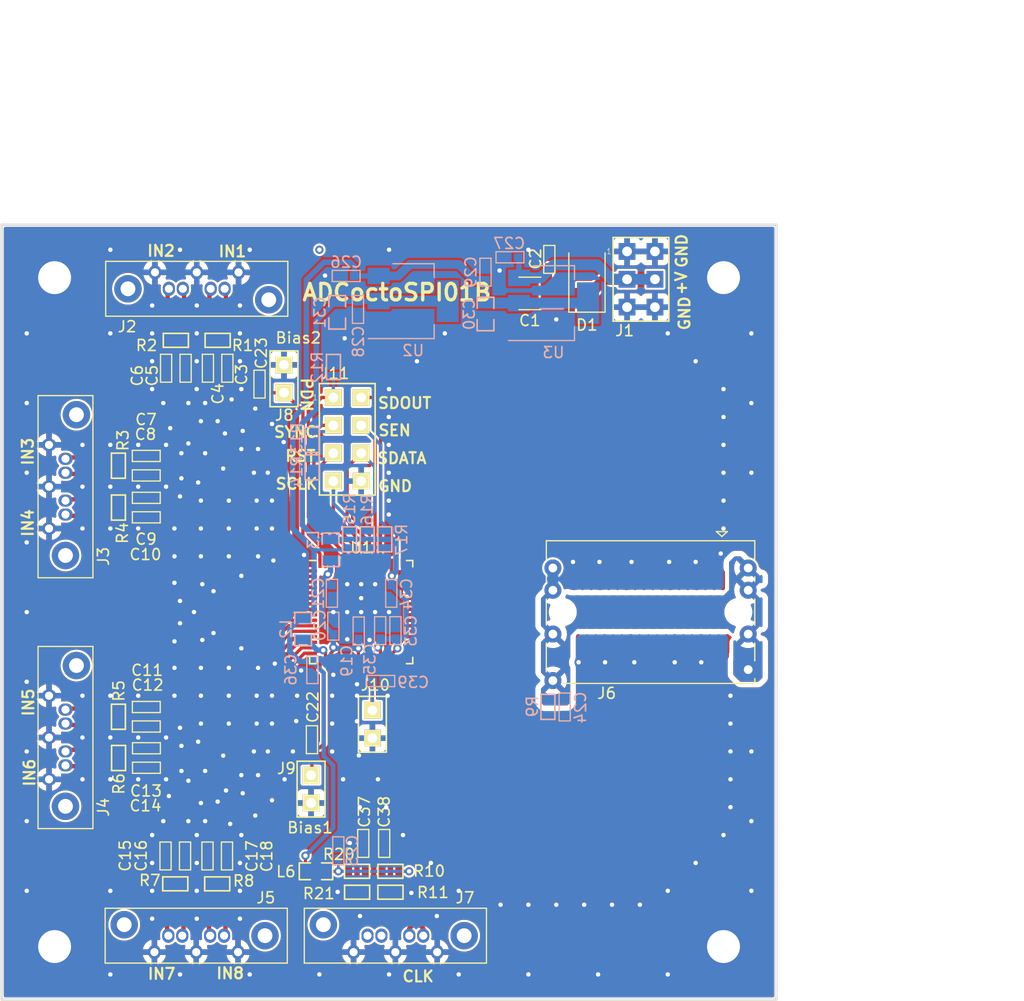
<source format=kicad_pcb>
(kicad_pcb (version 20211014) (generator pcbnew)
  (title_block (title "ADCoctoSPI01A") (date "2022-03-24") (company "Mlab.cz") (comment 2 "Serial LVDS output 8-channel 12bit ADC"))
  (layers (0 "F.Cu" signal) (31 "B.Cu" signal) (34 "B.Paste" user) (35 "F.Paste" user) (36 "B.SilkS" user "B.Silkscreen") (37 "F.SilkS" user "F.Silkscreen") (38 "B.Mask" user) (39 "F.Mask" user) (44 "Edge.Cuts" user))
  (net 0 "")
  (net 1 "Net-(C6-Pad2)")
  (net 2 "Net-(C5-Pad2)")
  (net 3 "Net-(C4-Pad2)")
  (net 4 "Net-(C3-Pad2)")
  (net 5 "Net-(C10-Pad2)")
  (net 6 "Net-(C9-Pad2)")
  (net 7 "Net-(C8-Pad2)")
  (net 8 "Net-(C7-Pad2)")
  (net 9 "Net-(C14-Pad2)")
  (net 10 "Net-(C13-Pad2)")
  (net 11 "Net-(C12-Pad2)")
  (net 12 "Net-(C11-Pad2)")
  (net 13 "Net-(C18-Pad2)")
  (net 14 "Net-(C17-Pad2)")
  (net 15 "Net-(C16-Pad2)")
  (net 16 "Net-(C15-Pad2)")
  (net 17 "/IN1_P")
  (net 18 "/IN1_N")
  (net 19 "/IN2_P")
  (net 20 "/IN2_N")
  (net 21 "/IN3_P")
  (net 22 "/IN3_N")
  (net 23 "/IN4_P")
  (net 24 "/IN4_N")
  (net 25 "/IN5_P")
  (net 26 "/IN5_N")
  (net 27 "/IN6_P")
  (net 28 "/IN6_N")
  (net 29 "/IN7_P")
  (net 30 "/IN7_N")
  (net 31 "/IN8_P")
  (net 32 "/IN8_N")
  (net 33 "GND")
  (net 34 "/FCLK_P")
  (net 35 "/FCLK_N")
  (net 36 "/D5_P")
  (net 37 "/D5_N")
  (net 38 "/D6_P")
  (net 39 "/D6_N")
  (net 40 "/D7_P")
  (net 41 "/D7_N")
  (net 42 "/D8_P")
  (net 43 "/D8_N")
  (net 44 "/D1_P")
  (net 45 "/D1_N")
  (net 46 "/D2_P")
  (net 47 "/D2_N")
  (net 48 "/D3_P")
  (net 49 "/D3_N")
  (net 50 "/D4_P")
  (net 51 "/D4_N")
  (net 52 "/DCLK_P")
  (net 53 "/DCLK_N")
  (net 54 "AVDD")
  (net 55 "DVDD")
  (net 56 "/CLK_P")
  (net 57 "/CLK_N")
  (net 58 "Net-(C39-Pad2)")
  (net 59 "VCC")
  (net 60 "Net-(J11-Pad1)")
  (net 61 "Net-(J11-Pad2)")
  (net 62 "Net-(J11-Pad3)")
  (net 63 "Net-(J11-Pad4)")
  (net 64 "Net-(J11-Pad5)")
  (net 65 "Net-(J11-Pad6)")
  (net 66 "Net-(J11-Pad7)")
  (net 67 "Net-(C24-Pad2)")
  (net 68 "Net-(C22-Pad2)")
  (net 69 "Net-(C23-Pad1)")
  (net 70 "DVDD3V3")
  (net 71 "AVDD3V3")
  (net 72 "Net-(C25-Pad1)")
  (net 73 "unconnected-(J7-Pad6)")
  (net 74 "/CLK1_P")
  (net 75 "/CLK1_N")
  (net 76 "unconnected-(J7-Pad5)")
  (footprint "VIAS:MountingHole_3mm" (layer "F.Cu") (at 64.77 71.12)
    (fp_text reference "M1" hide)
    (fp_text value "HOLE" hide)
  )
  (footprint "VIAS:MountingHole_3mm" (layer "F.Cu") (at 125.73 71.12)
    (fp_text reference "M2" hide)
    (fp_text value "HOLE" hide)
  )
  (footprint "VIAS:MountingHole_3mm" (layer "F.Cu") (at 125.73 132.08)
    (fp_text reference "M3" hide)
    (fp_text value "HOLE" hide)
  )
  (footprint "VIAS:MountingHole_3mm" (layer "F.Cu") (at 64.77 132.08)
    (fp_text reference "M4" hide)
    (fp_text value "HOLE" hide)
  )
  (footprint "Capacitors_SMD:C_1210_HandSoldering" (layer "F.Cu") (at 108.077 72.55764 180)
    (fp_text reference "C1")
    (fp_text value "100uF/10V" hide)
  )
  (footprint "Diodes_SMD:D_SMA" (layer "F.Cu") (at 113.284 70.866 90)
    (fp_text reference "D1")
    (fp_text value "M4" hide)
  )
  (footprint "Mlab_R:SMD-0603" (layer "F.Cu") (at 79.629 76.835 180)
    (fp_text reference "R1")
    (fp_text value "100" hide)
  )
  (footprint "Mlab_R:SMD-0603" (layer "F.Cu") (at 75.819 76.835 180)
    (fp_text reference "R2")
    (fp_text value "100" hide)
  )
  (footprint "Mlab_R:SMD-0603" (layer "F.Cu") (at 70.58152 88.25738 -90)
    (fp_text reference "R3")
    (fp_text value "100" hide)
  )
  (footprint "Mlab_R:SMD-0603" (layer "F.Cu") (at 70.5866 92.075 -90)
    (fp_text reference "R4")
    (fp_text value "100" hide)
  )
  (footprint "Mlab_R:SMD-0603" (layer "F.Cu") (at 70.5866 111.1377 -90)
    (fp_text reference "R5")
    (fp_text value "100" hide)
  )
  (footprint "Mlab_R:SMD-0603" (layer "F.Cu") (at 70.5993 114.8969 -90)
    (fp_text reference "R6")
    (fp_text value "100" hide)
  )
  (footprint "Mlab_R:SMD-0603" (layer "F.Cu") (at 75.7682 126.365)
    (fp_text reference "R7")
    (fp_text value "100" hide)
  )
  (footprint "Mlab_R:SMD-0603" (layer "F.Cu") (at 79.5909 126.365)
    (fp_text reference "R8")
    (fp_text value "100" hide)
  )
  (footprint "Mlab_R:SMD-0603" (layer "F.Cu") (at 95.377 125.222)
    (fp_text reference "R10")
    (fp_text value "127" hide)
  )
  (footprint "Mlab_R:SMD-0603" (layer "F.Cu") (at 95.377 127.127 180)
    (fp_text reference "R11")
    (fp_text value "83" hide)
  )
  (footprint "Mlab_R:SMD-0603" (layer "F.Cu") (at 92.329 125.222 180)
    (fp_text reference "R20")
    (fp_text value "127" hide)
  )
  (footprint "Mlab_R:SMD-0603" (layer "F.Cu") (at 92.341 127.127)
    (fp_text reference "R21")
    (fp_text value "83" hide)
  )
  (footprint "Mlab_C:SMD-0603_narrow" (layer "F.Cu") (at 109.855 69.457 -90)
    (fp_text reference "C2")
    (fp_text value "100nF" hide)
  )
  (footprint "Mlab_C:SMD-0603_narrow" (layer "F.Cu") (at 80.518 79.375 90)
    (fp_text reference "C3")
    (fp_text value "10nF" hide)
  )
  (footprint "Mlab_C:SMD-0603_narrow" (layer "F.Cu") (at 78.74 79.375 90)
    (fp_text reference "C4")
    (fp_text value "10nF" hide)
  )
  (footprint "Mlab_C:SMD-0603_narrow" (layer "F.Cu") (at 76.708 79.375 90)
    (fp_text reference "C5")
    (fp_text value "10nF" hide)
  )
  (footprint "Mlab_C:SMD-0603_narrow" (layer "F.Cu") (at 74.93 79.375 90)
    (fp_text reference "C6")
    (fp_text value "10nF" hide)
  )
  (footprint "Mlab_C:SMD-0603_narrow" (layer "F.Cu") (at 73.12152 87.36838 180)
    (fp_text reference "C7")
    (fp_text value "10nF" hide)
  )
  (footprint "Mlab_C:SMD-0603_narrow" (layer "F.Cu") (at 73.12152 89.14638 180)
    (fp_text reference "C8")
    (fp_text value "10nF" hide)
  )
  (footprint "Mlab_C:SMD-0603_narrow" (layer "F.Cu") (at 73.1266 91.186 180)
    (fp_text reference "C9")
    (fp_text value "10nF" hide)
  )
  (footprint "Mlab_C:SMD-0603_narrow" (layer "F.Cu") (at 73.1266 92.964 180)
    (fp_text reference "C10")
    (fp_text value "10nF" hide)
  )
  (footprint "Mlab_C:SMD-0603_narrow" (layer "F.Cu") (at 73.1266 110.2487 180)
    (fp_text reference "C11")
    (fp_text value "10nF" hide)
  )
  (footprint "Mlab_C:SMD-0603_narrow" (layer "F.Cu") (at 73.1266 112.0267 180)
    (fp_text reference "C12")
    (fp_text value "10nF" hide)
  )
  (footprint "Mlab_C:SMD-0603_narrow" (layer "F.Cu") (at 73.1393 114.0079 180)
    (fp_text reference "C13")
    (fp_text value "10nF" hide)
  )
  (footprint "Mlab_C:SMD-0603_narrow" (layer "F.Cu") (at 73.1393 115.7859 180)
    (fp_text reference "C14")
    (fp_text value "10nF" hide)
  )
  (footprint "Mlab_C:SMD-0603_narrow" (layer "F.Cu") (at 74.8792 123.825 -90)
    (fp_text reference "C15")
    (fp_text value "10nF" hide)
  )
  (footprint "Mlab_C:SMD-0603_narrow" (layer "F.Cu") (at 76.6572 123.825 -90)
    (fp_text reference "C16")
    (fp_text value "10nF" hide)
  )
  (footprint "Mlab_C:SMD-0603_narrow" (layer "F.Cu") (at 78.7019 123.825 -90)
    (fp_text reference "C17")
    (fp_text value "10nF" hide)
  )
  (footprint "Mlab_C:SMD-0603_narrow" (layer "F.Cu") (at 80.4799 123.825 -90)
    (fp_text reference "C18")
    (fp_text value "10nF" hide)
  )
  (footprint "Mlab_C:SMD-0603_narrow" (layer "F.Cu") (at 83.44408 80.8228 90)
    (fp_text reference "C23")
    (fp_text value "100nF" hide)
  )
  (footprint "Mlab_C:SMD-0603_narrow" (layer "F.Cu") (at 92.9005 122.682 90)
    (fp_text reference "C37")
    (fp_text value "100nF" hide)
  )
  (footprint "Mlab_C:SMD-0603_narrow" (layer "F.Cu") (at 94.8055 122.682 90)
    (fp_text reference "C38")
    (fp_text value "100nF" hide)
  )
  (footprint "Mlab_C:SMD-0603_narrow" (layer "F.Cu") (at 88.21928 113.22812 -90)
    (fp_text reference "C22")
    (fp_text value "100nF" hide)
  )
  (footprint "Mlab_CON:SATA-7_THT_VERT_2" (layer "F.Cu") (at 99.635 132.588)
    (fp_text reference "J7")
    (fp_text value "SATA7-67491-1030" hide)
  )
  (footprint "Mlab_CON:SATA-7_THT_VERT_2" (layer "F.Cu") (at 81.485 132.588)
    (fp_text reference "J5")
    (fp_text value "SATA7-67491-1030" hide)
  )
  (footprint "Mlab_CON:SATA-7_THT_VERT_2" (layer "F.Cu") (at 73.915 70.636 180)
    (fp_text reference "J2")
    (fp_text value "SATA7-67491-1030" hide)
  )
  (footprint "Mlab_CON:SATA-7_THT_VERT_2" (layer "F.Cu") (at 64.262 93.98 -90)
    (fp_text reference "J3")
    (fp_text value "SATA7-67491-1030" hide)
  )
  (footprint "Mlab_CON:SATA-7_THT_VERT_2" (layer "F.Cu") (at 64.262 116.84 -90)
    (fp_text reference "J4")
    (fp_text value "SATA7-67491-1030" hide)
  )
  (footprint "Mlab_Pin_Headers:Straight_2x04" (layer "F.Cu") (at 91.44 85.852)
    (fp_text reference "J11")
    (fp_text value "HEADER_2x04" hide)
  )
  (footprint "Mlab_Pin_Headers:Straight_1x02" (layer "F.Cu") (at 85.675 80.34 180)
    (fp_text reference "J8")
    (fp_text value "HEADER_1x02" hide)
  )
  (footprint "Mlab_Pin_Headers:Straight_1x02" (layer "F.Cu") (at 88.14 117.73)
    (fp_text reference "J9")
    (fp_text value "HEADER_1x02" hide)
  )
  (footprint "Mlab_Pin_Headers:Straight_1x02" (layer "F.Cu") (at 93.73 111.82)
    (fp_text reference "J10")
    (fp_text value "HEADER_1x02" hide)
  )
  (footprint "Mlab_Pin_Headers:Straight_2x03" (layer "F.Cu") (at 118.21 71.27)
    (fp_text reference "J1")
    (fp_text value "+5V" hide)
  )
  (footprint "Connector_SATA_SAS:SAS-mini_TEConnectivity_1888174_Vertical" (layer "F.Cu") (at 119.08028 102.71 180)
    (fp_text reference "J6")
    (fp_text value "SAS_mini_1888174")
  )
  (footprint "Mlab_IO:QFN-64-1EP_9x9mm_Pitch0.5mm" (layer "F.Cu") (at 92.71 101.6)
    (fp_text reference "U1")
    (fp_text value "AFE5801")
  )
  (footprint "Mlab_R:SMD-0805" (layer "F.Cu") (at 88.5927 125.222)
    (fp_text reference "L6")
    (fp_text value "BLM21PG300SN1D" hide)
  )
  (footprint "TO_SOT_Packages_SMD:SOT-223-3_TabPin2" (layer "B.Cu") (at 97.4475 73.26252)
    (fp_text reference "U2")
    (fp_text value "LM1117MP-1,8/NO" hide)
  )
  (footprint "TO_SOT_Packages_SMD:SOT-223-3_TabPin2" (layer "B.Cu") (at 110.23854 73.44156)
    (fp_text reference "U3")
    (fp_text value "LM1117MP-3,3/NO" hide)
  )
  (footprint "Mlab_R:SMD-0603" (layer "B.Cu") (at 109.728 110.236 90)
    (fp_text reference "R9")
    (fp_text value "100" hide)
  )
  (footprint "Mlab_R:SMD-0603" (layer "B.Cu") (at 90.18016 79.26324 -90)
    (fp_text reference "R12")
    (fp_text value "10k" hide)
  )
  (footprint "Mlab_R:SMD-0603" (layer "B.Cu") (at 88.2396 85.9028 -90)
    (fp_text reference "R13")
    (fp_text value "10k" hide)
  )
  (footprint "Mlab_R:SMD-0603" (layer "B.Cu") (at 88.2396 88.4047 -90)
    (fp_text reference "R14")
    (fp_text value "10k" hide)
  )
  (footprint "Mlab_R:SMD-0603" (layer "B.Cu") (at 91.65336 94.9706 90)
    (fp_text reference "R15")
    (fp_text value "10k" hide)
  )
  (footprint "Mlab_R:SMD-0603" (layer "B.Cu") (at 93.25864 94.9706 90)
    (fp_text reference "R16")
    (fp_text value "10k" hide)
  )
  (footprint "Mlab_R:SMD-0603" (layer "B.Cu") (at 94.86392 94.96876 90)
    (fp_text reference "R17")
    (fp_text value "10k" hide)
  )
  (footprint "Mlab_C:SMD-0603_narrow" (layer "B.Cu") (at 92.4814 103.3138 90)
    (fp_text reference "C19")
    (fp_text value "100nF" hide)
  )
  (footprint "Mlab_C:SMD-0603_narrow" (layer "B.Cu") (at 90.17 102.882 90)
    (fp_text reference "C20")
    (fp_text value "100nF" hide)
  )
  (footprint "Mlab_C:SMD-0603_narrow" (layer "B.Cu") (at 90.043 99.8848 -90)
    (fp_text reference "C21")
    (fp_text value "100nF" hide)
  )
  (footprint "Mlab_C:SMD-0603_narrow" (layer "B.Cu") (at 111.252 110.248 90)
    (fp_text reference "C24")
    (fp_text value "100nF" hide)
  )
  (footprint "Mlab_C:SMD-0603_narrow" (layer "B.Cu") (at 90.6272 123.35 90)
    (fp_text reference "C25")
    (fp_text value "100n" hide)
  )
  (footprint "Mlab_C:SMD-0603_narrow" (layer "B.Cu") (at 91.3384 70.9676)
    (fp_text reference "C26")
    (fp_text value "100nF" hide)
  )
  (footprint "Mlab_C:SMD-0603_narrow" (layer "B.Cu") (at 106.26668 69.2658)
    (fp_text reference "C27")
    (fp_text value "100nF" hide)
  )
  (footprint "Mlab_C:SMD-0603_narrow" (layer "B.Cu") (at 92.4179 74.0156 90)
    (fp_text reference "C28")
    (fp_text value "100nF" hide)
  )
  (footprint "Mlab_C:SMD-0603_narrow" (layer "B.Cu") (at 104.0384 70.61778 -90)
    (fp_text reference "C29")
    (fp_text value "100nF" hide)
  )
  (footprint "Mlab_C:SMD-0603_narrow" (layer "B.Cu") (at 95.8342 103.2898 90)
    (fp_text reference "C33")
    (fp_text value "100nF" hide)
  )
  (footprint "Mlab_C:SMD-0603_narrow" (layer "B.Cu") (at 95.4532 99.8862 -90)
    (fp_text reference "C34")
    (fp_text value "100nF" hide)
  )
  (footprint "Mlab_C:SMD-0603_narrow" (layer "B.Cu") (at 94.4372 103.2898 90)
    (fp_text reference "C35")
    (fp_text value "100nF" hide)
  )
  (footprint "Mlab_C:SMD-0603_narrow" (layer "B.Cu") (at 88.265 106.8444 -90)
    (fp_text reference "C36")
    (fp_text value "100nF" hide)
  )
  (footprint "Mlab_C:SMD-0603_narrow" (layer "B.Cu") (at 94.49054 107.88142 180)
    (fp_text reference "C39")
    (fp_text value "100nF" hide)
  )
  (footprint "Mlab_R:SMD-0805" (layer "B.Cu") (at 87.41664 103.14432 -90)
    (fp_text reference "L2")
    (fp_text value "BLM21PG300SN1D" hide)
  )
  (footprint "Mlab_R:SMD-0805" (layer "B.Cu") (at 89.916 95.9256 -90)
    (fp_text reference "L3")
    (fp_text value "BLM21PG300SN1D" hide)
  )
  (footprint "Mlab_R:SMD-0805" (layer "B.Cu") (at 90.5256 74.2823 -90)
    (fp_text reference "C31")
    (fp_text value "10uF" hide)
  )
  (footprint "Mlab_R:SMD-0805" (layer "B.Cu") (at 104.0384 74.4347 -90)
    (fp_text reference "C30")
    (fp_text value "10uF" hide)
  )
  (gr_line (start 59.944 136.906) (end 130.556 136.906) (layer "Edge.Cuts") (width 0.2))
  (gr_line (start 130.556 66.294) (end 59.944 66.294) (layer "Edge.Cuts") (width 0.2))
  (gr_line (start 59.944 66.294) (end 59.944 136.906) (layer "Edge.Cuts") (width 0.2))
  (gr_line (start 130.556 136.906) (end 130.556 66.294) (layer "Edge.Cuts") (width 0.2))
  (gr_text "Bias1" (at 88.05 121.25) (layer "F.SilkS") (effects (font (size 1 1))))
  (gr_text "IN1" (at 80.9752 68.7324) (layer "F.SilkS") (effects (font (size 1 1) (thickness 0.2))))
  (gr_text "IN7" (at 74.5236 134.5692) (layer "F.SilkS") (effects (font (size 1 1) (thickness 0.2))))
  (gr_text "IN2" (at 74.4728 68.6816) (layer "F.SilkS") (effects (font (size 1 1) (thickness 0.2))))
  (gr_text "+V" (at 121.8692 71.628 90) (layer "F.SilkS") (effects (font (size 1 1) (thickness 0.2))))
  (gr_text "SCLK" (at 86.8172 89.916) (layer "F.SilkS") (effects (font (size 1 1) (thickness 0.2))))
  (gr_text "Bias2" (at 86.980899 76.61175) (layer "F.SilkS") (effects (font (size 1 1))))
  (gr_text "GND" (at 122.174 74.3712 90) (layer "F.SilkS") (effects (font (size 1 1) (thickness 0.2))))
  (gr_text "SEN" (at 95.758 85.0392) (layer "F.SilkS") (effects (font (size 1 1) (thickness 0.2))))
  (gr_text "RST" (at 87.1728 87.376) (layer "F.SilkS") (effects (font (size 1 1) (thickness 0.2))))
  (gr_text "GND" (at 95.8088 90.1192) (layer "F.SilkS") (effects (font (size 1 1) (thickness 0.2))))
  (gr_text "IN6" (at 62.484 116.2304 90) (layer "F.SilkS") (effects (font (size 1 1) (thickness 0.2))))
  (gr_text "IN8" (at 80.772 134.5184) (layer "F.SilkS") (effects (font (size 1 1) (thickness 0.2))))
  (gr_text "SDATA" (at 96.4184 87.5792) (layer "F.SilkS") (effects (font (size 1 1) (thickness 0.2))))
  (gr_text "IN5" (at 62.3824 109.8296 90) (layer "F.SilkS") (effects (font (size 1 1) (thickness 0.2))))
  (gr_text "CLK" (at 97.9 134.8) (layer "F.SilkS") (effects (font (size 1 1) (thickness 0.2))))
  (gr_text "PDN" (at 87.7316 81.788 270) (layer "F.SilkS") (effects (font (size 1 1) (thickness 0.2))))
  (gr_text "SYNC" (at 86.7156 85.1916) (layer "F.SilkS") (effects (font (size 1 1) (thickness 0.2))))
  (gr_text "IN3" (at 62.3316 86.9696 90) (layer "F.SilkS") (effects (font (size 1 1) (thickness 0.2))))
  (gr_text "SDOUT" (at 96.6724 82.55) (layer "F.SilkS") (effects (font (size 1 1) (thickness 0.2))))
  (gr_text "GND" (at 121.92 68.6816 90) (layer "F.SilkS") (effects (font (size 1 1) (thickness 0.2))))
  (gr_text "IN4" (at 62.3316 93.472 90) (layer "F.SilkS") (effects (font (size 1 1) (thickness 0.2))))
  (gr_text "ADCoctoSPI01B" (at 95.9612 72.4662) (layer "F.SilkS") (effects (font (size 1.5 1.5) (thickness 0.3))))
  (via (at 88.9 68.58) (size 0.75) (drill 0.4) (layers "F.Cu" "B.Cu") (net 0))
  (segment (start 75.069 76.835) (end 75.069 78.486) (width 0.4) (layer "F.Cu") (net 1))
  (segment (start 75.069 78.486) (end 74.93 78.625) (width 0.4) (layer "F.Cu") (net 1))
  (segment (start 75.069 76.835) (end 75.069 72.235) (width 0.4) (layer "F.Cu") (net 1))
  (segment (start 75.069 72.235) (end 75.184 72.12) (width 0.4) (layer "F.Cu") (net 1))
  (segment (start 76.569 76.835) (end 76.569 72.235) (width 0.4) (layer "F.Cu") (net 2))
  (segment (start 76.569 78.486) (end 76.708 78.625) (width 0.4) (layer "F.Cu") (net 2))
  (segment (start 76.569 76.835) (end 76.569 78.486) (width 0.4) (layer "F.Cu") (net 2))
  (segment (start 76.569 72.235) (end 76.454 72.12) (width 0.4) (layer "F.Cu") (net 2))
  (segment (start 78.879 78.486) (end 78.74 78.625) (width 0.4) (layer "F.Cu") (net 3))
  (segment (start 78.879 72.235) (end 78.994 72.12) (width 0.4) (layer "F.Cu") (net 3))
  (segment (start 78.879 76.962) (end 78.879 72.235) (width 0.4) (layer "F.Cu") (net 3))
  (segment (start 78.879 76.962) (end 78.879 78.486) (width 0.4) (layer "F.Cu") (net 3))
  (segment (start 80.379 72.235) (end 80.264 72.12) (width 0.4) (layer "F.Cu") (net 4))
  (segment (start 80.379 76.962) (end 80.379 78.486) (width 0.4) (layer "F.Cu") (net 4))
  (segment (start 80.379 76.962) (end 80.379 72.235) (width 0.4) (layer "F.Cu") (net 4))
  (segment (start 80.379 78.486) (end 80.518 78.625) (width 0.4) (layer "F.Cu") (net 4))
  (segment (start 70.5866 92.825) (end 65.885 92.825) (width 0.4) (layer "F.Cu") (net 5))
  (segment (start 65.885 92.825) (end 65.77 92.71) (width 0.4) (layer "F.Cu") (net 5))
  (segment (start 70.5866 92.825) (end 72.2376 92.825) (width 0.4) (layer "F.Cu") (net 5))
  (segment (start 72.2376 92.825) (end 72.3766 92.964) (width 0.4) (layer "F.Cu") (net 5))
  (segment (start 70.5866 91.325) (end 72.2376 91.325) (width 0.4) (layer "F.Cu") (net 6))
  (segment (start 72.2376 91.325) (end 72.3766 91.186) (width 0.4) (layer "F.Cu") (net 6))
  (segment (start 65.885 91.325) (end 65.77 91.44) (width 0.4) (layer "F.Cu") (net 6))
  (segment (start 70.5866 91.325) (end 65.885 91.325) (width 0.4) (layer "F.Cu") (net 6))
  (segment (start 72.23252 89.00738) (end 72.37152 89.14638) (width 0.4) (layer "F.Cu") (net 7))
  (segment (start 70.58152 89.00738) (end 65.87738 89.00738) (width 0.4) (layer "F.Cu") (net 7))
  (segment (start 70.58152 89.00738) (end 72.23252 89.00738) (width 0.4) (layer "F.Cu") (net 7))
  (segment (start 65.87738 89.00738) (end 65.77 88.9) (width 0.4) (layer "F.Cu") (net 7))
  (segment (start 72.23252 87.50738) (end 72.37152 87.36838) (width 0.4) (layer "F.Cu") (net 8))
  (segment (start 65.89262 87.50738) (end 65.77 87.63) (width 0.4) (layer "F.Cu") (net 8))
  (segment (start 70.58152 87.50738) (end 72.23252 87.50738) (width 0.4) (layer "F.Cu") (net 8))
  (segment (start 70.56952 87.49538) (end 70.58152 87.50738) (width 0.4) (layer "F.Cu") (net 8))
  (segment (start 70.58152 87.50738) (end 65.89262 87.50738) (width 0.4) (layer "F.Cu") (net 8))
  (segment (start 72.2503 115.6469) (end 72.3893 115.7859) (width 0.4) (layer "F.Cu") (net 9))
  (segment (start 70.5993 115.6469) (end 65.8469 115.6469) (width 0.4) (layer "F.Cu") (net 9))
  (segment (start 70.5993 115.6469) (end 72.2503 115.6469) (width 0.4) (layer "F.Cu") (net 9))
  (segment (start 65.8469 115.6469) (end 65.77 115.57) (width 0.4) (layer "F.Cu") (net 9))
  (segment (start 70.5993 114.1469) (end 72.2503 114.1469) (width 0.4) (layer "F.Cu") (net 10))
  (segment (start 65.9231 114.1469) (end 65.77 114.3) (width 0.4) (layer "F.Cu") (net 10))
  (segment (start 72.2503 114.1469) (end 72.3893 114.0079) (width 0.4) (layer "F.Cu") (net 10))
  (segment (start 70.5993 114.1469) (end 65.9231 114.1469) (width 0.4) (layer "F.Cu") (net 10))
  (segment (start 70.5866 111.8877) (end 65.8977 111.8877) (width 0.4) (layer "F.Cu") (net 11))
  (segment (start 70.5866 111.8877) (end 72.2376 111.8877) (width 0.4) (layer "F.Cu") (net 11))
  (segment (start 72.2376 111.8877) (end 72.3766 112.0267) (width 0.4) (layer "F.Cu") (net 11))
  (segment (start 65.8977 111.8877) (end 65.77 111.76) (width 0.4) (layer "F.Cu") (net 11))
  (segment (start 70.5866 110.3877) (end 72.2376 110.3877) (width 0.4) (layer "F.Cu") (net 12))
  (segment (start 70.5866 110.3877) (end 65.8723 110.3877) (width 0.4) (layer "F.Cu") (net 12))
  (segment (start 65.8723 110.3877) (end 65.77 110.49) (width 0.4) (layer "F.Cu") (net 12))
  (segment (start 72.2376 110.3877) (end 72.3766 110.2487) (width 0.4) (layer "F.Cu") (net 12))
  (segment (start 80.3409 126.365) (end 80.3409 124.714) (width 0.4) (layer "F.Cu") (net 13))
  (segment (start 80.3409 130.9523) (end 80.2132 131.08) (width 0.4) (layer "F.Cu") (net 13))
  (segment (start 80.3409 126.365) (end 80.3409 130.9523) (width 0.4) (layer "F.Cu") (net 13))
  (segment (start 80.3409 124.714) (end 80.4799 124.575) (width 0.4) (layer "F.Cu") (net 13))
  (segment (start 78.8409 130.9777) (end 78.9432 131.08) (width 0.4) (layer "F.Cu") (net 14))
  (segment (start 78.8409 126.365) (end 78.8409 124.714) (width 0.4) (layer "F.Cu") (net 14))
  (segment (start 78.8409 126.365) (end 78.8409 130.9777) (width 0.4) (layer "F.Cu") (net 14))
  (segment (start 78.8409 124.714) (end 78.7019 124.575) (width 0.4) (layer "F.Cu") (net 14))
  (segment (start 76.5182 130.965) (end 76.4032 131.08) (width 0.4) (layer "F.Cu") (net 15))
  (segment (start 76.5182 124.714) (end 76.6572 124.575) (width 0.4) (layer "F.Cu") (net 15))
  (segment (start 76.5182 126.365) (end 76.5182 130.965) (width 0.4) (layer "F.Cu") (net 15))
  (segment (start 76.5182 126.365) (end 76.5182 124.714) (width 0.4) (layer "F.Cu") (net 15))
  (segment (start 75.0182 126.365) (end 75.0182 124.714) (width 0.4) (layer "F.Cu") (net 16))
  (segment (start 75.0182 124.714) (end 74.8792 124.575) (width 0.4) (layer "F.Cu") (net 16))
  (segment (start 75.0182 126.365) (end 75.0182 130.965) (width 0.4) (layer "F.Cu") (net 16))
  (segment (start 75.0182 130.965) (end 75.1332 131.08) (width 0.4) (layer "F.Cu") (net 16))
  (segment (start 85.00364 86.76386) (end 84.87156 86.487) (width 0.4) (layer "F.Cu") (net 17))
  (segment (start 86.049977 92.80398) (end 86.047892 92.2909) (width 0.4) (layer "F.Cu") (net 17))
  (segment (start 83.9089 84.88934) (end 83.68792 84.62772) (width 0.4) (layer "F.Cu") (net 17))
  (segment (start 84.30006 85.42528) (end 84.1121 85.1408) (width 0.4) (layer "F.Cu") (net 17))
  (segment (start 86.030748 96.138626) (end 86.030748 96.39903) (width 0.3) (layer "F.Cu") (net 17))
  (segment (start 83.68792 84.62772) (end 83.46948 84.40674) (width 0.4) (layer "F.Cu") (net 17))
  (segment (start 86.025 94.21368) (end 86.03234 93.6117) (width 0.4) (layer "F.Cu") (net 17))
  (segment (start 85.87232 89.93886) (end 85.79358 89.408) (width 0.4) (layer "F.Cu") (net 17))
  (segment (start 82.7913 83.93938) (end 82.5119 83.78444) (width 0.4) (layer "F.Cu") (net 17))
  (segment (start 81.43494 83.37042) (end 81.10474 83.28914) (width 0.4) (layer "F.Cu") (net 17))
  (segment (start 80.00238 82.5246) (end 79.94904 82.30108) (width 0.4) (layer "F.Cu") (net 17))
  (segment (start 85.53196 88.37676) (end 85.42274 87.9983) (width 0.4) (layer "F.Cu") (net 17))
  (segment (start 80.1116 82.71764) (end 80.00238 82.5246) (width 0.4) (layer "F.Cu") (net 17))
  (segment (start 86.047892 92.2909) (end 86.03234 91.9607) (width 0.4) (layer "F.Cu") (net 17))
  (segment (start 84.1121 85.1408) (end 83.9089 84.88934) (width 0.4) (layer "F.Cu") (net 17))
  (segment (start 79.94904 82.30108) (end 79.929 81.93278) (width 0.4) (layer "F.Cu") (net 17))
  (segment (start 83.02244 84.08162) (end 82.7913 83.93938) (width 0.4) (layer "F.Cu") (net 17))
  (segment (start 80.5307 83.09102) (end 80.28432 82.91322) (width 0.4) (layer "F.Cu") (net 17))
  (segment (start 85.1408 87.11184) (end 85.00364 86.76386) (width 0.4) (layer "F.Cu") (net 17))
  (segment (start 80.518 80.725) (end 79.929 81.314) (width 0.4) (layer "F.Cu") (net 17))
  (segment (start 85.94598 90.5637) (end 85.87232 89.93886) (width 0.4) (layer "F.Cu") (net 17))
  (segment (start 85.79358 89.408) (end 85.65896 88.83904) (width 0.4) (layer "F.Cu") (net 17))
  (segment (start 84.48548 85.74024) (end 84.30006 85.42528) (width 0.4) (layer "F.Cu") (net 17))
  (segment (start 86.030748 96.138626) (end 86.025 96.138626) (width 0.3) (layer "F.Cu") (net 17))
  (segment (start 85.65896 88.83904) (end 85.53196 88.37676) (width 0.4) (layer "F.Cu") (net 17))
  (segment (start 80.80756 83.21548) (end 80.5307 83.09102) (width 0.4) (layer "F.Cu") (net 17))
  (segment (start 85.42274 87.9983) (end 85.2805 87.53094) (width 0.4) (layer "F.Cu") (net 17))
  (segment (start 85.2805 87.53094) (end 85.1408 87.11184) (width 0.4) (layer "F.Cu") (net 17))
  (segment (start 82.5119 83.78444) (end 82.16646 83.61934) (width 0.4) (layer "F.Cu") (net 17))
  (segment (start 86.03234 93.6117) (end 86.049977 92.80398) (width 0.4) (layer "F.Cu") (net 17))
  (segment (start 79.929 81.314) (end 79.929 81.93278) (width 0.4) (layer "F.Cu") (net 17))
  (segment (start 80.518 80.125) (end 80.518 80.725) (width 0.4) (layer "F.Cu") (net 17))
  (segment (start 82.16646 83.61934) (end 81.82356 83.48726) (width 0.4) (layer "F.Cu") (net 17))
  (segment (start 86.025 96.138626) (end 86.025 94.21368) (width 0.4) (layer "F.Cu") (net 17))
  (segment (start 86.030748 96.39903) (end 87.481718 97.85) (width 0.3) (layer "F.Cu") (net 17))
  (segment (start 84.68868 86.11108) (end 84.48548 85.74024) (width 0.4) (layer "F.Cu") (net 17))
  (segment (start 87.481718 97.85) (end 88.26 97.85) (width 0.3) (layer "F.Cu") (net 17))
  (segment (start 84.87156 86.487) (end 84.68868 86.11108) (width 0.4) (layer "F.Cu") (net 17))
  (segment (start 81.10474 83.28914) (end 80.80756 83.21548) (width 0.4) (layer "F.Cu") (net 17))
  (segment (start 83.26628 84.25688) (end 83.02244 84.08162) (width 0.4) (layer "F.Cu") (net 17))
  (segment (start 81.82356 83.48726) (end 81.43494 83.37042) (width 0.4) (layer "F.Cu") (net 17))
  (segment (start 86.03234 91.9607) (end 85.99932 91.18346) (width 0.4) (layer "F.Cu") (net 17))
  (segment (start 85.99932 91.18346) (end 85.94598 90.5637) (width 0.4) (layer "F.Cu") (net 17))
  (segment (start 80.28432 82.91322) (end 80.1116 82.71764) (width 0.4) (layer "F.Cu") (net 17))
  (segment (start 83.46948 84.40674) (end 83.26628 84.25688) (width 0.4) (layer "F.Cu") (net 17))
  (segment (start 84.3534 86.79688) (end 84.5185 87.1728) (width 0.4) (layer "F.Cu") (net 18))
  (segment (start 85.3948 91.22664) (end 85.426696 91.9734) (width 0.4) (layer "F.Cu") (net 18))
  (segment (start 78.74 80.725) (end 79.329 81.314) (width 0.4) (layer "F.Cu") (net 18))
  (segment (start 82.36458 84.38896) (end 82.70748 84.59724) (width 0.4) (layer "F.Cu") (net 18))
  (segment (start 85.04936 88.91524) (end 85.21954 89.662) (width 0.4) (layer "F.Cu") (net 18))
  (segment (start 79.329 81.93278) (end 79.32928 82.28076) (width 0.4) (layer "F.Cu") (net 18))
  (segment (start 80.31226 83.68538) (end 80.5815 83.78444) (width 0.4) (layer "F.Cu") (net 18))
  (segment (start 85.425 94.0562) (end 85.425 96.288664) (width 0.4) (layer "F.Cu") (net 18))
  (segment (start 84.88934 88.3285) (end 85.04936 88.91524) (width 0.4) (layer "F.Cu") (net 18))
  (segment (start 84.14258 86.36762) (end 84.3534 86.79688) (width 0.4) (layer "F.Cu") (net 18))
  (segment (start 80.5815 83.78444) (end 80.99552 83.88604) (width 0.4) (layer "F.Cu") (net 18))
  (segment (start 80.06334 83.55076) (end 80.31226 83.68538) (width 0.4) (layer "F.Cu") (net 18))
  (segment (start 79.80172 83.32724) (end 80.06334 83.55076) (width 0.4) (layer "F.Cu") (net 18))
  (segment (start 79.36484 82.58048) (end 79.45882 82.84972) (width 0.4) (layer "F.Cu") (net 18))
  (segment (start 85.21954 89.662) (end 85.32622 90.48242) (width 0.4) (layer "F.Cu") (net 18))
  (segment (start 85.425 94.0562) (end 85.4329 93.09354) (width 0.4) (layer "F.Cu") (net 18))
  (segment (start 85.4329 93.09354) (end 85.426696 91.9734) (width 0.4) (layer "F.Cu") (net 18))
  (segment (start 87.274598 98.35) (end 85.425 96.500402) (width 0.3) (layer "F.Cu") (net 18))
  (segment (start 84.5185 87.1728) (end 84.65058 87.56396) (width 0.4) (layer "F.Cu") (net 18))
  (segment (start 83.91144 85.95868) (end 84.14258 86.36762) (width 0.4) (layer "F.Cu") (net 18))
  (segment (start 84.65058 87.56396) (end 84.88934 88.3285) (width 0.4) (layer "F.Cu") (net 18))
  (segment (start 85.32622 90.48242) (end 85.3948 91.22664) (width 0.4) (layer "F.Cu") (net 18))
  (segment (start 79.32928 82.28076) (end 79.36484 82.58048) (width 0.4) (layer "F.Cu") (net 18))
  (segment (start 85.425 96.500402) (end 85.425 96.288664) (width 0.3) (layer "F.Cu") (net 18))
  (segment (start 85.426696 91.9734) (end 85.43798 92.23756) (width 0.4) (layer "F.Cu") (net 18))
  (segment (start 83.03514 84.83346) (end 83.42376 85.26018) (width 0.4) (layer "F.Cu") (net 18))
  (segment (start 82.00136 84.20862) (end 82.36458 84.38896) (width 0.4) (layer "F.Cu") (net 18))
  (segment (start 81.31048 83.9597) (end 81.62544 84.0613) (width 0.4) (layer "F.Cu") (net 18))
  (segment (start 83.6803 85.58276) (end 83.91144 85.95868) (width 0.4) (layer "F.Cu") (net 18))
  (segment (start 79.45882 82.84972) (end 79.5909 83.08086) (width 0.4) (layer "F.Cu") (net 18))
  (segment (start 81.62544 84.0613) (end 82.00136 84.20862) (width 0.4) (layer "F.Cu") (net 18))
  (segment (start 83.42376 85.26018) (end 83.6803 85.58276) (width 0.4) (layer "F.Cu") (net 18))
  (segment (start 88.26 98.35) (end 87.274598 98.35) (width 0.3) (layer "F.Cu") (net 18))
  (segment (start 79.5909 83.08086) (end 79.80172 83.32724) (width 0.4) (layer "F.Cu") (net 18))
  (segment (start 78.74 80.125) (end 78.74 80.725) (width 0.4) (layer "F.Cu") (net 18))
  (segment (start 82.70748 84.59724) (end 83.03514 84.83346) (width 0.4) (layer "F.Cu") (net 18))
  (segment (start 79.329 81.314) (end 79.329 81.93278) (width 0.4) (layer "F.Cu") (net 18))
  (segment (start 80.99552 83.88604) (end 81.31048 83.9597) (width 0.4) (layer "F.Cu") (net 18))
  (segment (start 80.8736 86.8934) (end 81.18094 87.25154) (width 0.4) (layer "F.Cu") (net 19))
  (segment (start 81.40446 87.58682) (end 81.59242 87.90178) (width 0.4) (layer "F.Cu") (net 19))
  (segment (start 77.20076 84.67598) (end 77.61732 84.89442) (width 0.4) (layer "F.Cu") (net 19))
  (segment (start 79.77886 85.95106) (end 80.17256 86.21268) (width 0.4) (layer "F.Cu") (net 19))
  (segment (start 78.94066 85.49386) (end 79.40548 85.71484) (width 0.4) (layer "F.Cu") (net 19))
  (segment (start 82.21472 90.47734) (end 82.215 90.80246) (width 0.4) (layer "F.Cu") (net 19))
  (segment (start 78.40218 85.24494) (end 78.94066 85.49386) (width 0.4) (layer "F.Cu") (net 19))
  (segment (start 82.20202 90.12428) (end 82.21472 90.47734) (width 0.4) (layer "F.Cu") (net 19))
  (segment (start 87.00852 98.85) (end 85.896644 97.749876) (width 0.3) (layer "F.Cu") (net 19))
  (segment (start 81.86166 88.47328) (end 82.00136 88.85682) (width 0.4) (layer "F.Cu") (net 19))
  (segment (start 81.59242 87.90178) (end 81.6991 88.0745) (width 0.4) (layer "F.Cu") (net 19))
  (segment (start 82.215 96.012) (end 82.2579 96.3422) (width 0.4) (layer "F.Cu") (net 19))
  (segment (start 76.119 81.314) (end 76.119 82.53984) (width 0.4) (layer "F.Cu") (net 19))
  (segment (start 76.708 80.725) (end 76.119 81.314) (width 0.4) (layer "F.Cu") (net 19))
  (segment (start 82.00136 88.85682) (end 82.10804 89.37752) (width 0.4) (layer "F.Cu") (net 19))
  (segment (start 80.5561 86.55558) (end 80.8736 86.8934) (width 0.4) (layer "F.Cu") (net 19))
  (segment (start 85.890768 97.744) (end 85.896644 97.749876) (width 0.4) (layer "F.Cu") (net 19))
  (segment (start 83.3755 97.6249) (end 83.6422 97.7011) (width 0.4) (layer "F.Cu") (net 19))
  (segment (start 82.2579 96.3422) (end 82.3341 96.6089) (width 0.4) (layer "F.Cu") (net 19))
  (segment (start 77.98308 85.06206) (end 78.40218 85.24494) (width 0.4) (layer "F.Cu") (net 19))
  (segment (start 81.6991 88.0745) (end 81.86166 88.47328) (width 0.4) (layer "F.Cu") (net 19))
  (segment (start 76.20254 83.40852) (end 76.32446 83.73872) (width 0.4) (layer "F.Cu") (net 19))
  (segment (start 82.10804 89.37752) (end 82.16392 89.76868) (width 0.4) (layer "F.Cu") (net 19))
  (segment (start 76.708 80.125) (end 76.708 80.725) (width 0.4) (layer "F.Cu") (net 19))
  (segment (start 83.947 97.744) (end 85.890768 97.744) (width 0.4) (layer "F.Cu") (net 19))
  (segment (start 82.4611 96.8756) (end 82.6262 97.1042) (width 0.4) (layer "F.Cu") (net 19))
  (segment (start 80.17256 86.21268) (end 80.5561 86.55558) (width 0.4) (layer "F.Cu") (net 19))
  (segment (start 76.119 82.53984) (end 76.14158 83.0453) (width 0.4) (layer "F.Cu") (net 19))
  (segment (start 76.14158 83.0453) (end 76.20254 83.40852) (width 0.4) (layer "F.Cu") (net 19))
  (segment (start 82.215 90.80246) (end 82.215 96.012) (width 0.4) (layer "F.Cu") (net 19))
  (segment (start 88.26 98.85) (end 87.00852 98.85) (width 0.3) (layer "F.Cu") (net 19))
  (segment (start 82.3341 96.6089) (end 82.4611 96.8756) (width 0.4) (layer "F.Cu") (net 19))
  (segment (start 82.8294 97.3201) (end 83.0707 97.4979) (width 0.4) (layer "F.Cu") (net 19))
  (segment (start 83.0707 97.4979) (end 83.3755 97.6249) (width 0.4) (layer "F.Cu") (net 19))
  (segment (start 77.61732 84.89442) (end 77.98308 85.06206) (width 0.4) (layer "F.Cu") (net 19))
  (segment (start 76.82992 84.40674) (end 77.20076 84.67598) (width 0.4) (layer "F.Cu") (net 19))
  (segment (start 76.32446 83.73872) (end 76.5429 84.09686) (width 0.4) (layer "F.Cu") (net 19))
  (segment (start 79.40548 85.71484) (end 79.77886 85.95106) (width 0.4) (layer "F.Cu") (net 19))
  (segment (start 81.18094 87.25154) (end 81.40446 87.58682) (width 0.4) (layer "F.Cu") (net 19))
  (segment (start 76.5429 84.09686) (end 76.82992 84.40674) (width 0.4) (layer "F.Cu") (net 19))
  (segment (start 82.16392 89.76868) (end 82.20202 90.12428) (width 0.4) (layer "F.Cu") (net 19))
  (segment (start 82.6262 97.1042) (end 82.8294 97.3201) (width 0.4) (layer "F.Cu") (net 19))
  (segment (start 83.6422 97.7011) (end 83.947 97.744) (width 0.4) (layer "F.Cu") (net 19))
  (segment (start 81.14792 88.33358) (end 81.3435 88.8238) (width 0.4) (layer "F.Cu") (net 20))
  (segment (start 81.6102 96.2533) (end 81.6864 96.5835) (width 0.4) (layer "F.Cu") (net 20))
  (segment (start 82.3214 97.6757) (end 82.55 97.8789) (width 0.4) (layer "F.Cu") (net 20))
  (segment (start 76.05522 84.46008) (end 76.3651 84.8106) (width 0.4) (layer "F.Cu") (net 20))
  (segment (start 74.93 80.125) (end 74.93 80.725) (width 0.4) (layer "F.Cu") (net 20))
  (segment (start 75.519 82.753396) (end 75.54214 83.25358) (width 0.4) (layer "F.Cu") (net 20))
  (segment (start 77.07122 85.31098) (end 77.46492 85.49132) (width 0.4) (layer "F.Cu") (net 20))
  (segment (start 81.788 96.8756) (end 81.9404 97.1804) (width 0.4) (layer "F.Cu") (net 20))
  (segment (start 75.54214 83.25358) (end 75.63612 83.67268) (width 0.4) (layer "F.Cu") (net 20))
  (segment (start 75.82154 84.0994) (end 76.05522 84.46008) (width 0.4) (layer "F.Cu") (net 20))
  (segment (start 81.615 90.98788) (end 81.6102 90.55608) (width 0.4) (layer "F.Cu") (net 20))
  (segment (start 79.4258 86.44382) (end 79.78648 86.68512) (width 0.4) (layer "F.Cu") (net 20))
  (segment (start 78.49362 85.95106) (end 79.03718 86.2076) (width 0.4) (layer "F.Cu") (net 20))
  (segment (start 83.7994 98.3361) (end 83.8073 98.344) (width 0.4) (layer "F.Cu") (net 20))
  (segment (start 88.26 99.35) (end 86.72112 99.35) (width 0.3) (layer "F.Cu") (net 20))
  (segment (start 83.0707 98.171) (end 83.3755 98.2726) (width 0.4) (layer "F.Cu") (net 20))
  (segment (start 81.6102 90.55608) (end 81.59242 90.08872) (width 0.4) (layer "F.Cu") (net 20))
  (segment (start 81.3435 88.8238) (end 81.4578 89.21496) (width 0.4) (layer "F.Cu") (net 20))
  (segment (start 75.519 81.314) (end 75.519 82.753396) (width 0.4) (layer "F.Cu") (net 20))
  (segment (start 77.46492 85.49132) (end 78.04912 85.74786) (width 0.4) (layer "F.Cu") (net 20))
  (segment (start 80.57388 87.46744) (end 80.85582 87.85606) (width 0.4) (layer "F.Cu") (net 20))
  (segment (start 80.85582 87.85606) (end 81.14792 88.33358) (width 0.4) (layer "F.Cu") (net 20))
  (segment (start 75.63612 83.67268) (end 75.82154 84.0994) (width 0.4) (layer "F.Cu") (net 20))
  (segment (start 82.804 98.044) (end 83.0707 98.171) (width 0.4) (layer "F.Cu") (net 20))
  (segment (start 81.6864 96.5835) (end 81.788 96.8756) (width 0.4) (layer "F.Cu") (net 20))
  (segment (start 81.615 96.012) (end 81.6102 96.2533) (width 0.4) (layer "F.Cu") (net 20))
  (segment (start 81.52892 89.65438) (end 81.59242 90.08872) (width 0.4) (layer "F.Cu") (net 20))
  (segment (start 81.615 90.98788) (end 81.615 96.012) (width 0.4) (layer "F.Cu") (net 20))
  (segment (start 82.55 97.8789) (end 82.804 98.044) (width 0.4) (layer "F.Cu") (net 20))
  (segment (start 79.78648 86.68512) (end 80.20558 87.06612) (width 0.4) (layer "F.Cu") (net 20))
  (segment (start 83.8073 98.344) (end 85.71512 98.344) (width 0.4) (layer "F.Cu") (net 20))
  (segment (start 80.20558 87.06612) (end 80.57388 87.46744) (width 0.4) (layer "F.Cu") (net 20))
  (segment (start 74.93 80.725) (end 75.519 81.314) (width 0.4) (layer "F.Cu") (net 20))
  (segment (start 81.4578 89.21496) (end 81.52892 89.65438) (width 0.4) (layer "F.Cu") (net 20))
  (segment (start 78.04912 85.74786) (end 78.49362 85.95106) (width 0.4) (layer "F.Cu") (net 20))
  (segment (start 79.03718 86.2076) (end 79.4258 86.44382) (width 0.4) (layer "F.Cu") (net 20))
  (segment (start 86.72112 99.35) (end 85.71512 98.344) (width 0.3) (layer "F.Cu") (net 20))
  (segment (start 83.3755 98.2726) (end 83.7184 98.3361) (width 0.4) (layer "F.Cu") (net 20))
  (segment (start 81.9404 97.1804) (end 82.1182 97.4471) (width 0.4) (layer "F.Cu") (net 20))
  (segment (start 83.7184 98.3361) (end 83.7994 98.3361) (width 0.4) (layer "F.Cu") (net 20))
  (segment (start 76.3651 84.8106) (end 76.65212 85.0392) (width 0.4) (layer "F.Cu") (net 20))
  (segment (start 82.1182 97.4471) (end 82.3214 97.6757) (width 0.4) (layer "F.Cu") (net 20))
  (segment (start 76.65212 85.0392) (end 77.07122 85.31098) (width 0.4) (layer "F.Cu") (net 20))
  (segment (start 73.89312 87.43188) (end 74.49312 87.43188) (width 0.4) (layer "F.Cu") (net 21))
  (segment (start 79.42072 89.33688) (end 79.15402 88.91778) (width 0.4) (layer "F.Cu") (net 21))
  (segment (start 79.59852 89.81948) (end 79.42072 89.33688) (width 0.4) (layer "F.Cu") (net 21))
  (segment (start 79.8322 98.1583) (end 80.0481 98.4885) (width 0.4) (layer "F.Cu") (net 21))
  (segment (start 80.9117 99.06) (end 81.2546 99.1235) (width 0.4) (layer "F.Cu") (net 21))
  (segment (start 77.52842 88.01608) (end 77.23632 88.02088) (width 0.4) (layer "F.Cu") (net 21))
  (segment (start 78.97622 88.71458) (end 78.69682 88.47328) (width 0.4) (layer "F.Cu") (net 21))
  (segment (start 79.675 97.3963) (end 79.7179 97.8027) (width 0.4) (layer "F.Cu") (net 21))
  (segment (start 88.26 99.85) (end 86.37784 99.85) (width 0.3) (layer "F.Cu") (net 21))
  (segment (start 80.2894 98.7425) (end 80.5815 98.933) (width 0.4) (layer "F.Cu") (net 21))
  (segment (start 80.0481 98.4885) (end 80.2894 98.7425) (width 0.4) (layer "F.Cu") (net 21))
  (segment (start 79.66202 90.21318) (end 79.59852 89.81948) (width 0.4) (layer "F.Cu") (net 21))
  (segment (start 86.37784 99.85) (end 85.66884 99.141) (width 0.3) (layer "F.Cu") (net 21))
  (segment (start 81.6991 99.141) (end 85.66884 99.141) (width 0.4) (layer "F.Cu") (net 21))
  (segment (start 77.23632 88.02088) (end 75.08592 88.02088) (width 0.4) (layer "F.Cu") (net 21))
  (segment (start 79.7179 97.8027) (end 79.8322 98.1583) (width 0.4) (layer "F.Cu") (net 21))
  (segment (start 77.99832 88.09228) (end 77.52842 88.01608) (width 0.4) (layer "F.Cu") (net 21))
  (segment (start 75.08592 88.02088) (end 74.49692 87.43188) (width 0.4) (layer "F.Cu") (net 21))
  (segment (start 80.5815 98.933) (end 80.9117 99.06) (width 0.4) (layer "F.Cu") (net 21))
  (segment (start 78.69682 88.47328) (end 78.39202 88.24468) (width 0.4) (layer "F.Cu") (net 21))
  (segment (start 79.675 90.8304) (end 79.675 97.3963) (width 0.4) (layer "F.Cu") (net 21))
  (segment (start 79.15402 88.91778) (end 78.97622 88.71458) (width 0.4) (layer "F.Cu") (net 21))
  (segment (start 78.39202 88.24468) (end 77.99832 88.09228) (width 0.4) (layer "F.Cu") (net 21))
  (segment (start 79.66202 90.21318) (end 79.675 90.8304) (width 0.4) (layer "F.Cu") (net 21))
  (segment (start 81.2546 99.1235) (end 81.6991 99.141) (width 0.4) (layer "F.Cu") (net 21))
  (segment (start 74.49692 89.20988) (end 73.89692 89.20988) (width 0.4) (layer "F.Cu") (net 22))
  (segment (start 85.49101 99.741) (end 81.4705 99.741) (width 0.4) (layer "F.Cu") (net 22))
  (segment (start 85.498925 99.748915) (end 85.49101 99.741) (width 0.4) (layer "F.Cu") (net 22))
  (segment (start 78.81112 89.52738) (end 78.59522 89.22258) (width 0.4) (layer "F.Cu") (net 22))
  (segment (start 81.1403 99.7331) (end 80.7339 99.6442) (width 0.4) (layer "F.Cu") (net 22))
  (segment (start 80.7339 99.6442) (end 80.3529 99.5045) (width 0.4) (layer "F.Cu") (net 22))
  (segment (start 88.26 100.35) (end 86.11584 100.35) (width 0.3) (layer "F.Cu") (net 22))
  (segment (start 85.50684 99.741) (end 85.498925 99.748915) (width 0.3) (layer "F.Cu") (net 22))
  (segment (start 79.6798 99.0092) (end 79.4385 98.6917) (width 0.4) (layer "F.Cu") (net 22))
  (segment (start 79.075 90.8431) (end 79.03972 90.30208) (width 0.4) (layer "F.Cu") (net 22))
  (segment (start 79.2226 98.298) (end 79.1083 97.8789) (width 0.4) (layer "F.Cu") (net 22))
  (segment (start 75.08592 88.62088) (end 74.49692 89.20988) (width 0.4) (layer "F.Cu") (net 22))
  (segment (start 77.63002 88.65108) (end 77.23632 88.62088) (width 0.4) (layer "F.Cu") (net 22))
  (segment (start 79.0702 97.5233) (end 79.075 97.2947) (width 0.4) (layer "F.Cu") (net 22))
  (segment (start 81.4705 99.741) (end 81.1403 99.7331) (width 0.4) (layer "F.Cu") (net 22))
  (segment (start 79.9846 99.2886) (end 79.6798 99.0092) (width 0.4) (layer "F.Cu") (net 22))
  (segment (start 86.11584 100.35) (end 85.50684 99.741) (width 0.3) (layer "F.Cu") (net 22))
  (segment (start 77.23632 88.62088) (end 75.08592 88.62088) (width 0.4) (layer "F.Cu") (net 22))
  (segment (start 79.4385 98.6917) (end 79.2226 98.298) (width 0.4) (layer "F.Cu") (net 22))
  (segment (start 78.27772 88.93048) (end 77.93482 88.71458) (width 0.4) (layer "F.Cu") (net 22))
  (segment (start 79.075 97.2947) (end 79.075 90.8431) (width 0.4) (layer "F.Cu") (net 22))
  (segment (start 80.3529 99.5045) (end 79.9846 99.2886) (width 0.4) (layer "F.Cu") (net 22))
  (segment (start 79.03972 90.30208) (end 78.97622 89.90838) (width 0.4) (layer "F.Cu") (net 22))
  (segment (start 77.93482 88.71458) (end 77.63002 88.65108) (width 0.4) (layer "F.Cu") (net 22))
  (segment (start 78.97622 89.90838) (end 78.81112 89.52738) (width 0.4) (layer "F.Cu") (net 22))
  (segment (start 78.59522 89.22258) (end 78.27772 88.93048) (width 0.4) (layer "F.Cu") (net 22))
  (segment (start 79.1083 97.8789) (end 79.0702 97.5233) (width 0.4) (layer "F.Cu") (net 22))
  (segment (start 76.6445 92.2909) (end 76.835 92.5322) (width 0.4) (layer "F.Cu") (net 23))
  (segment (start 88.26 100.85) (end 85.804042 100.85) (width 0.3) (layer "F.Cu") (net 23))
  (segment (start 77.1525 99.0219) (end 77.2541 99.4283) (width 0.4) (layer "F.Cu") (net 23))
  (segment (start 77.2541 99.4283) (end 77.4446 99.7839) (width 0.4) (layer "F.Cu") (net 23))
  (segment (start 74.502 91.1606) (end 75.091 91.7496) (width 0.4) (layer "F.Cu") (net 23))
  (segment (start 75.311 91.7496) (end 75.5777 91.7575) (width 0.4) (layer "F.Cu") (net 23))
  (segment (start 75.091 91.7496) (end 75.311 91.7496) (width 0.4) (layer "F.Cu") (net 23))
  (segment (start 73.902 91.1606) (end 74.502 91.1606) (width 0.4) (layer "F.Cu") (net 23))
  (segment (start 77.7367 100.1268) (end 78.0923 100.3427) (width 0.4) (layer "F.Cu") (net 23))
  (segment (start 77.135 98.5393) (end 77.1525 99.0219) (width 0.4) (layer "F.Cu") (net 23))
  (segment (start 85.804042 100.85) (end 85.492042 100.538) (width 0.3) (layer "F.Cu") (net 23))
  (segment (start 76.4032 92.075) (end 76.6445 92.2909) (width 0.4) (layer "F.Cu") (net 23))
  (segment (start 76.1746 91.9226) (end 76.4032 92.075) (width 0.4) (layer "F.Cu") (net 23))
  (segment (start 76.9874 92.8243) (end 77.0763 93.0783) (width 0.4) (layer "F.Cu") (net 23))
  (segment (start 76.835 92.5322) (end 76.9874 92.8243) (width 0.4) (layer "F.Cu") (net 23))
  (segment (start 77.0763 93.0783) (end 77.135 93.5736) (width 0.4) (layer "F.Cu") (net 23))
  (segment (start 75.8952 91.8083) (end 76.1746 91.9226) (width 0.4) (layer "F.Cu") (net 23))
  (segment (start 77.4446 99.7839) (end 77.7367 100.1268) (width 0.4) (layer "F.Cu") (net 23))
  (segment (start 75.5777 91.7575) (end 75.8952 91.8083) (width 0.4) (layer "F.Cu") (net 23))
  (segment (start 78.0923 100.3427) (end 78.486 100.4697) (width 0.4) (layer "F.Cu") (net 23))
  (segment (start 78.7273 100.5205) (end 79.1845 100.5332) (width 0.4) (layer "F.Cu") (net 23))
  (segment (start 79.1845 100.5332) (end 79.5401 100.538) (width 0.4) (layer "F.Cu") (net 23))
  (segment (start 77.135 93.5736) (end 77.135 98.5393) (width 0.4) (layer "F.Cu") (net 23))
  (segment (start 78.486 100.4697) (end 78.7273 100.5205) (width 0.4) (layer "F.Cu") (net 23))
  (segment (start 79.5401 100.538) (end 85.492042 100.538) (width 0.4) (layer "F.Cu") (net 23))
  (segment (start 76.3905 93.0148) (end 76.4794 93.2688) (width 0.4) (layer "F.Cu") (net 24))
  (segment (start 76.2508 92.7862) (end 76.3905 93.0148) (width 0.4) (layer "F.Cu") (net 24))
  (segment (start 88.26 101.35) (end 85.526211 101.35) (width 0.3) (layer "F.Cu") (net 24))
  (segment (start 76.5556 99.2251) (end 76.6572 99.6188) (width 0.4) (layer "F.Cu") (net 24))
  (segment (start 79.2353 101.138) (end 85.314211 101.138) (width 0.4) (layer "F.Cu") (net 24))
  (segment (start 77.3684 100.6221) (end 77.7367 100.8634) (width 0.4) (layer "F.Cu") (net 24))
  (segment (start 75.4126 92.3544) (end 75.7301 92.4052) (width 0.4) (layer "F.Cu") (net 24))
  (segment (start 78.5241 101.1047) (end 78.8035 101.1301) (width 0.4) (layer "F.Cu") (net 24))
  (segment (start 76.5429 98.9203) (end 76.5556 99.2251) (width 0.4) (layer "F.Cu") (net 24))
  (segment (start 76.535 93.6625) (end 76.535 98.552) (width 0.4) (layer "F.Cu") (net 24))
  (segment (start 76.0095 92.5449) (end 76.2508 92.7862) (width 0.4) (layer "F.Cu") (net 24))
  (segment (start 77.1017 100.3554) (end 77.3684 100.6221) (width 0.4) (layer "F.Cu") (net 24))
  (segment (start 76.4794 93.2688) (end 76.535 93.6625) (width 0.4) (layer "F.Cu") (net 24))
  (segment (start 73.902 92.9386) (end 74.502 92.9386) (width 0.4) (layer "F.Cu") (net 24))
  (segment (start 78.1304 101.0158) (end 78.5241 101.1047) (width 0.4) (layer "F.Cu") (net 24))
  (segment (start 76.835 99.9617) (end 77.1017 100.3554) (width 0.4) (layer "F.Cu") (net 24))
  (segment (start 76.6572 99.6188) (end 76.835 99.9617) (width 0.4) (layer "F.Cu") (net 24))
  (segment (start 85.349566 101.173355) (end 85.314211 101.138) (width 0.3) (layer "F.Cu") (net 24))
  (segment (start 75.091 92.3496) (end 75.4126 92.3544) (width 0.4) (layer "F.Cu") (net 24))
  (segment (start 74.502 92.9386) (end 75.091 92.3496) (width 0.4) (layer "F.Cu") (net 24))
  (segment (start 78.8035 101.1301) (end 79.2353 101.138) (width 0.4) (layer "F.Cu") (net 24))
  (segment (start 85.526211 101.35) (end 85.349566 101.173355) (width 0.3) (layer "F.Cu") (net 24))
  (segment (start 77.7367 100.8634) (end 78.1304 101.0158) (width 0.4) (layer "F.Cu") (net 24))
  (segment (start 76.535 98.552) (end 76.5429 98.9203) (width 0.4) (layer "F.Cu") (net 24))
  (segment (start 75.7301 92.4052) (end 76.0095 92.5449) (width 0.4) (layer "F.Cu") (net 24))
  (segment (start 85.09 102.062) (end 85.3138 102.062) (width 0.4) (layer "F.Cu") (net 25))
  (segment (start 79.77124 102.062) (end 85.09 102.062) (width 0.4) (layer "F.Cu") (net 25))
  (segment (start 77.13472 102.81412) (end 77.36332 102.58552) (width 0.4) (layer "F.Cu") (net 25))
  (segment (start 76.5302 104.62768) (end 76.55052 104.05872) (width 0.4) (layer "F.Cu") (net 25))
  (segment (start 76.70292 103.48976) (end 76.92644 103.0986) (width 0.4) (layer "F.Cu") (net 25))
  (segment (start 75.45324 110.83036) (end 75.73772 110.77956) (width 0.4) (layer "F.Cu") (net 25))
  (segment (start 76.4794 109.91596) (end 76.52512 109.58576) (width 0.4) (layer "F.Cu") (net 25))
  (segment (start 76.535 108.87964) (end 76.535 105.4354) (width 0.4) (layer "F.Cu") (net 25))
  (segment (start 78.01864 102.22484) (end 78.44028 102.11308) (width 0.4) (layer "F.Cu") (net 25))
  (segment (start 75.0656 110.8377) (end 75.45324 110.83036) (width 0.4) (layer "F.Cu") (net 25))
  (segment (start 76.6064 103.77932) (end 76.70292 103.48976) (width 0.4) (layer "F.Cu") (net 25))
  (segment (start 73.8766 110.2487) (end 74.4766 110.2487) (width 0.4) (layer "F.Cu") (net 25))
  (segment (start 76.25588 110.39856) (end 76.39812 110.15472) (width 0.4) (layer "F.Cu") (net 25))
  (segment (start 78.78572 102.06736) (end 79.16672 102.0572) (width 0.4) (layer "F.Cu") (net 25))
  (segment (start 74.4766 110.2487) (end 75.0656 110.8377) (width 0.4) (layer "F.Cu") (net 25))
  (segment (start 76.04252 110.617) (end 76.25588 110.39856) (width 0.4) (layer "F.Cu") (net 25))
  (segment (start 85.5258 101.85) (end 85.3138 102.062) (width 0.3) (layer "F.Cu") (net 25))
  (segment (start 78.44028 102.11308) (end 78.78572 102.06736) (width 0.4) (layer "F.Cu") (net 25))
  (segment (start 76.535 105.4354) (end 76.5302 104.62768) (width 0.4) (layer "F.Cu") (net 25))
  (segment (start 75.73772 110.77956) (end 76.04252 110.617) (width 0.4) (layer "F.Cu") (net 25))
  (segment (start 79.16672 102.0572) (end 79.77124 102.062) (width 0.4) (layer "F.Cu") (net 25))
  (segment (start 76.52512 109.58576) (end 76.5302 109.35208) (width 0.4) (layer "F.Cu") (net 25))
  (segment (start 76.39812 110.15472) (end 76.4794 109.91596) (width 0.4) (layer "F.Cu") (net 25))
  (segment (start 88.26 101.85) (end 85.5258 101.85) (width 0.3) (layer "F.Cu") (net 25))
  (segment (start 76.55052 104.05872) (end 76.6064 103.77932) (width 0.4) (layer "F.Cu") (net 25))
  (segment (start 76.5302 109.35208) (end 76.535 108.87964) (width 0.4) (layer "F.Cu") (net 25))
  (segment (start 76.92644 103.0986) (end 77.13472 102.81412) (width 0.4) (layer "F.Cu") (net 25))
  (segment (start 77.69352 102.362) (end 78.01864 102.22484) (width 0.4) (layer "F.Cu") (net 25))
  (segment (start 77.36332 102.58552) (end 77.69352 102.362) (width 0.4) (layer "F.Cu") (net 25))
  (segment (start 79.65948 102.662) (end 85.09 102.662) (width 0.4) (layer "F.Cu") (net 26))
  (segment (start 76.9874 110.37824) (end 77.06868 110.14964) (width 0.4) (layer "F.Cu") (net 26))
  (segment (start 77.14996 104.38384) (end 77.16012 104.18064) (width 0.4) (layer "F.Cu") (net 26))
  (segment (start 85.803631 102.35) (end 85.541621 102.61201) (width 0.3) (layer "F.Cu") (net 26))
  (segment (start 77.1398 104.76484) (end 77.14996 104.38384) (width 0.4) (layer "F.Cu") (net 26))
  (segment (start 74.4766 112.0267) (end 75.0656 111.4377) (width 0.4) (layer "F.Cu") (net 26))
  (segment (start 73.8766 112.0267) (end 74.4766 112.0267) (width 0.4) (layer "F.Cu") (net 26))
  (segment (start 77.45476 103.4034) (end 77.69352 103.124) (width 0.4) (layer "F.Cu") (net 26))
  (segment (start 77.2414 103.81996) (end 77.35824 103.58628) (width 0.4) (layer "F.Cu") (net 26))
  (segment (start 77.69352 103.124) (end 78.03388 102.8954) (width 0.4) (layer "F.Cu") (net 26))
  (segment (start 77.135 105.49636) (end 77.1398 104.76484) (width 0.4) (layer "F.Cu") (net 26))
  (segment (start 75.44816 111.43996) (end 75.82916 111.39424) (width 0.4) (layer "F.Cu") (net 26))
  (segment (start 79.08036 102.6668) (end 79.65948 102.662) (width 0.4) (layer "F.Cu") (net 26))
  (segment (start 77.35824 103.58628) (end 77.45476 103.4034) (width 0.4) (layer "F.Cu") (net 26))
  (segment (start 77.16012 104.18064) (end 77.2414 103.81996) (width 0.4) (layer "F.Cu") (net 26))
  (segment (start 77.06868 110.14964) (end 77.10932 109.87024) (width 0.4) (layer "F.Cu") (net 26))
  (segment (start 77.1398 109.28096) (end 77.135 108.87456) (width 0.4) (layer "F.Cu") (net 26))
  (segment (start 88.26 102.35) (end 85.803631 102.35) (width 0.3) (layer "F.Cu") (net 26))
  (segment (start 85.09 102.662) (end 85.48596 102.662) (width 0.4) (layer "F.Cu") (net 26))
  (segment (start 85.53595 102.61201) (end 85.48596 102.662) (width 0.3) (layer "F.Cu") (net 26))
  (segment (start 76.8604 110.62716) (end 76.9874 110.37824) (width 0.4) (layer "F.Cu") (net 26))
  (segment (start 77.135 108.87456) (end 77.135 105.49636) (width 0.4) (layer "F.Cu") (net 26))
  (segment (start 78.03388 102.8954) (end 78.36916 102.7684) (width 0.4) (layer "F.Cu") (net 26))
  (segment (start 77.14488 109.54004) (end 77.1398 109.28096) (width 0.4) (layer "F.Cu") (net 26))
  (segment (start 76.6826 110.86592) (end 76.8604 110.62716) (width 0.4) (layer "F.Cu") (net 26))
  (segment (start 85.541621 102.61201) (end 85.53595 102.61201) (width 0.3) (layer "F.Cu") (net 26))
  (segment (start 78.69428 102.68712) (end 79.08036 102.6668) (width 0.4) (layer "F.Cu") (net 26))
  (segment (start 76.15428 111.2774) (end 76.44892 111.08436) (width 0.4) (layer "F.Cu") (net 26))
  (segment (start 77.10932 109.87024) (end 77.14488 109.54004) (width 0.4) (layer "F.Cu") (net 26))
  (segment (start 76.44892 111.08436) (end 76.6826 110.86592) (width 0.4) (layer "F.Cu") (net 26))
  (segment (start 75.82916 111.39424) (end 76.15428 111.2774) (width 0.4) (layer "F.Cu") (net 26))
  (segment (start 78.36916 102.7684) (end 78.69428 102.68712) (width 0.4) (layer "F.Cu") (net 26))
  (segment (start 75.0656 111.4377) (end 75.44816 111.43996) (width 0.4) (layer "F.Cu") (net 26))
  (segment (start 79.06004 112.54232) (end 79.07528 112.20704) (width 0.4) (layer "F.Cu") (net 27))
  (segment (start 79.07528 112.20704) (end 79.075 111.47044) (width 0.4) (layer "F.Cu") (net 27))
  (segment (start 80.88884 103.52024) (end 81.15808 103.46944) (width 0.4) (layer "F.Cu") (net 27))
  (segment (start 78.1812 114.33048) (end 78.486 114.08664) (width 0.4) (layer "F.Cu") (net 27))
  (segment (start 81.84388 103.45928) (end 83.185 103.459) (width 0.4) (layer "F.Cu") (net 27))
  (segment (start 77.53096 114.56416) (end 77.86116 114.5032) (width 0.4) (layer "F.Cu") (net 27))
  (segment (start 79.95412 103.95204) (end 80.264 103.73868) (width 0.4) (layer "F.Cu") (net 27))
  (segment (start 79.11084 105.34396) (end 79.18196 105.03408) (width 0.4) (layer "F.Cu") (net 27))
  (segment (start 78.87716 113.5126) (end 78.98892 113.2332) (width 0.4) (layer "F.Cu") (net 27))
  (segment (start 79.08544 105.60304) (end 79.11084 105.34396) (width 0.4) (layer "F.Cu") (net 27))
  (segment (start 76.90612 114.5969) (end 77.53096 114.56416) (width 0.4) (layer "F.Cu") (net 27))
  (segment (start 78.71968 113.80724) (end 78.87716 113.5126) (width 0.4) (layer "F.Cu") (net 27))
  (segment (start 81.15808 103.46944) (end 81.84388 103.45928) (width 0.4) (layer "F.Cu") (net 27))
  (segment (start 73.8893 114.0079) (end 74.4893 114.0079) (width 0.4) (layer "F.Cu") (net 27))
  (segment (start 88.26 102.85) (end 86.09552 102.85) (width 0.3) (layer "F.Cu") (net 27))
  (segment (start 79.4766 104.4702) (end 79.7052 104.17048) (width 0.4) (layer "F.Cu") (net 27))
  (segment (start 79.07528 105.95356) (end 79.08544 105.60304) (width 0.4) (layer "F.Cu") (net 27))
  (segment (start 79.03972 112.91824) (end 79.06004 112.54232) (width 0.4) (layer "F.Cu") (net 27))
  (segment (start 79.18196 105.03408) (end 79.30388 104.7496) (width 0.4) (layer "F.Cu") (net 27))
  (segment (start 77.86116 114.5032) (end 78.1812 114.33048) (width 0.4) (layer "F.Cu") (net 27))
  (segment (start 86.09552 102.85) (end 85.48652 103.459) (width 0.3) (layer "F.Cu") (net 27))
  (segment (start 78.486 114.08664) (end 78.71968 113.80724) (width 0.4) (layer "F.Cu") (net 27))
  (segment (start 79.075 106.59364) (end 79.07528 105.95356) (width 0.4) (layer "F.Cu") (net 27))
  (segment (start 83.185 103.459) (end 85.48652 103.459) (width 0.4) (layer "F.Cu") (net 27))
  (segment (start 80.264 103.73868) (end 80.57896 103.61676) (width 0.4) (layer "F.Cu") (net 27))
  (segment (start 78.98892 113.2332) (end 79.03972 112.91824) (width 0.4) (layer "F.Cu") (net 27))
  (segment (start 79.7052 104.17048) (end 79.95412 103.95204) (width 0.4) (layer "F.Cu") (net 27))
  (segment (start 75.0783 114.5969) (end 76.90612 114.5969) (width 0.4) (layer "F.Cu") (net 27))
  (segment (start 80.57896 103.61676) (end 80.88884 103.52024) (width 0.4) (layer "F.Cu") (net 27))
  (segment (start 79.075 111.47044) (end 79.075 106.59364) (width 0.4) (layer "F.Cu") (net 27))
  (segment (start 79.30388 104.7496) (end 79.4766 104.4702) (width 0.4) (layer "F.Cu") (net 27))
  (segment (start 74.4893 114.0079) (end 75.0783 114.5969) (width 0.4) (layer "F.Cu") (net 27))
  (segment (start 86.37784 103.35) (end 85.66884 104.059) (width 0.3) (layer "F.Cu") (net 28))
  (segment (start 79.68488 105.75036) (end 79.71536 105.46588) (width 0.4) (layer "F.Cu") (net 28))
  (segment (start 77.41412 115.20424) (end 77.82052 115.15852) (width 0.4) (layer "F.Cu") (net 28))
  (segment (start 79.08036 114.37112) (end 79.30388 114.05616) (width 0.4) (layer "F.Cu") (net 28))
  (segment (start 79.4766 113.72088) (end 79.59852 113.3602) (width 0.4) (layer "F.Cu") (net 28))
  (segment (start 79.66964 112.72012) (end 79.67472 112.33404) (width 0.4) (layer "F.Cu") (net 28))
  (segment (start 79.30388 114.05616) (end 79.4766 113.72088) (width 0.4) (layer "F.Cu") (net 28))
  (segment (start 77.82052 115.15852) (end 78.15072 115.06708) (width 0.4) (layer "F.Cu") (net 28))
  (segment (start 75.0783 115.1969) (end 76.89088 115.1969) (width 0.4) (layer "F.Cu") (net 28))
  (segment (start 79.675 106.80192) (end 79.68488 106.13136) (width 0.4) (layer "F.Cu") (net 28))
  (segment (start 78.15072 115.06708) (end 78.51648 114.87404) (width 0.4) (layer "F.Cu") (net 28))
  (segment (start 82.22488 104.0638) (end 83.185 104.059) (width 0.4) (layer "F.Cu") (net 28))
  (segment (start 80.33512 104.42448) (end 80.58912 104.26192) (width 0.4) (layer "F.Cu") (net 28))
  (segment (start 79.79156 105.17632) (end 79.92364 104.89184) (width 0.4) (layer "F.Cu") (net 28))
  (segment (start 88.26 103.35) (end 86.37784 103.35) (width 0.3) (layer "F.Cu") (net 28))
  (segment (start 79.675 110.95228) (end 79.675 106.80192) (width 0.4) (layer "F.Cu") (net 28))
  (segment (start 78.51648 114.87404) (end 78.82128 114.62512) (width 0.4) (layer "F.Cu") (net 28))
  (segment (start 74.4893 115.7859) (end 75.0783 115.1969) (width 0.4) (layer "F.Cu") (net 28))
  (segment (start 80.83804 104.1654) (end 81.1276 104.09936) (width 0.4) (layer "F.Cu") (net 28))
  (segment (start 81.1276 104.09936) (end 81.4578 104.06888) (width 0.4) (layer "F.Cu") (net 28))
  (segment (start 79.6798 111.85144) (end 79.675 110.95228) (width 0.4) (layer "F.Cu") (net 28))
  (segment (start 79.64932 113.06048) (end 79.66964 112.72012) (width 0.4) (layer "F.Cu") (net 28))
  (segment (start 83.185 104.059) (end 85.09 104.059) (width 0.4) (layer "F.Cu") (net 28))
  (segment (start 79.59852 113.3602) (end 79.64932 113.06048) (width 0.4) (layer "F.Cu") (net 28))
  (segment (start 73.8893 115.7859) (end 74.4893 115.7859) (width 0.4) (layer "F.Cu") (net 28))
  (segment (start 78.82128 114.62512) (end 79.08036 114.37112) (width 0.4) (layer "F.Cu") (net 28))
  (segment (start 76.89088 115.1969) (end 77.41412 115.20424) (width 0.4) (layer "F.Cu") (net 28))
  (segment (start 79.67472 112.33404) (end 79.6798 111.85144) (width 0.4) (layer "F.Cu") (net 28))
  (segment (start 79.92364 104.89184) (end 80.13192 104.6226) (width 0.4) (layer "F.Cu") (net 28))
  (segment (start 81.4578 104.06888) (end 82.22488 104.0638) (width 0.4) (layer "F.Cu") (net 28))
  (segment (start 80.58912 104.26192) (end 80.83804 104.1654) (width 0.4) (layer "F.Cu") (net 28))
  (segment (start 79.68488 106.13136) (end 79.68488 105.75036) (width 0.4) (layer "F.Cu") (net 28))
  (segment (start 80.13192 104.6226) (end 80.33512 104.42448) (width 0.4) (layer "F.Cu") (net 28))
  (segment (start 85.09 104.059) (end 85.66884 104.059) (width 0.4) (layer "F.Cu") (net 28))
  (segment (start 79.71536 105.46588) (end 79.79156 105.17632) (width 0.4) (layer "F.Cu") (net 28))
  (segment (start 76.43368 118.27256) (end 76.708 118.08714) (width 0.4) (layer "F.Cu") (net 29))
  (segment (start 85.344 104.856) (end 85.71004 104.856) (width 0.4) (layer "F.Cu") (net 29))
  (segment (start 83.47964 104.89692) (end 83.82 104.86644) (width 0.4) (layer "F.Cu") (net 29))
  (segment (start 79.90586 116.40058) (end 80.45958 115.84432) (width 0.4) (layer "F.Cu") (net 29))
  (segment (start 83.11896 105.0036) (end 83.47964 104.89692) (width 0.4) (layer "F.Cu") (net 29))
  (segment (start 75.54722 119.72036) (end 75.6412 119.43334) (width 0.4) (layer "F.Cu") (net 29))
  (segment (start 81.54924 113.27638) (end 81.5975 112.49406) (width 0.4) (layer "F.Cu") (net 29))
  (segment (start 75.6412 119.43334) (end 75.76566 119.13616) (width 0.4) (layer "F.Cu") (net 29))
  (segment (start 81.62544 106.88828) (end 81.7118 106.51744) (width 0.4) (layer "F.Cu") (net 29))
  (segment (start 81.6102 107.2134) (end 81.62544 106.88828) (width 0.4) (layer "F.Cu") (net 29))
  (segment (start 75.4682 121.886) (end 75.4682 120.59158) (width 0.4) (layer "F.Cu") (net 29))
  (segment (start 85.71004 104.856) (end 85.7202 104.856) (width 0.3) (layer "F.Cu") (net 29))
  (segment (start 77.47 117.6909) (end 78.44028 117.25148) (width 0.4) (layer "F.Cu") (net 29))
  (segment (start 82.39252 105.45572) (end 82.74304 105.1814) (width 0.4) (layer "F.Cu") (net 29))
  (segment (start 81.18856 114.73434) (end 81.42478 114.03076) (width 0.4) (layer "F.Cu") (net 29))
  (segment (start 74.8792 122.475) (end 75.4682 121.886) (width 0.4) (layer "F.Cu") (net 29))
  (segment (start 81.90484 106.08056) (end 82.11312 105.75544) (width 0.4) (layer "F.Cu") (net 29))
  (segment (start 77.05852 117.856) (end 77.47 117.6909) (width 0.4) (layer "F.Cu") (net 29))
  (segment (start 83.82 104.86644) (end 84.14004 104.8512) (width 0.4) (layer "F.Cu") (net 29))
  (segment (start 81.5975 112.49406) (end 81.615 111.69396) (width 0.4) (layer "F.Cu") (net 29))
  (segment (start 74.8792 123.075) (end 74.8792 122.475) (width 0.4) (layer "F.Cu") (net 29))
  (segment (start 81.615 107.98556) (end 81.6102 107.2134) (width 0.4) (layer "F.Cu") (net 29))
  (segment (start 80.45958 115.84432) (end 80.7974 115.39474) (width 0.4) (layer "F.Cu") (net 29))
  (segment (start 75.47356 120.25122) (end 75.4888 119.99214) (width 0.4) (layer "F.Cu") (net 29))
  (segment (start 79.20482 116.8908) (end 79.90586 116.40058) (width 0.4) (layer "F.Cu") (net 29))
  (segment (start 78.44028 117.25148) (end 79.20482 116.8908) (width 0.4) (layer "F.Cu") (net 29))
  (segment (start 81.42478 114.03076) (end 81.54924 113.27638) (width 0.4) (layer "F.Cu") (net 29))
  (segment (start 76.708 118.08714) (end 77.05852 117.856) (width 0.4) (layer "F.Cu") (net 29))
  (segment (start 76.17968 118.5418) (end 76.43368 118.27256) (width 0.4) (layer "F.Cu") (net 29))
  (segment (start 82.74304 105.1814) (end 83.11896 105.0036) (width 0.4) (layer "F.Cu") (net 29))
  (segment (start 84.14004 104.8512) (end 85.344 104.856) (width 0.4) (layer "F.Cu") (net 29))
  (segment (start 82.11312 105.75544) (end 82.39252 105.45572) (width 0.4) (layer "F.Cu") (net 29))
  (segment (start 86.7262 103.85) (end 88.26 103.85) (width 0.3) (layer "F.Cu") (net 29))
  (segment (start 85.7202 104.856) (end 86.7262 103.85) (width 0.3) (layer "F.Cu") (net 29))
  (segment (start 81.615 111.69396) (end 81.615 107.98556) (width 0.4) (layer "F.Cu") (net 29))
  (segment (start 75.76566 119.13616) (end 75.97648 118.7958) (width 0.4) (layer "F.Cu") (net 29))
  (segment (start 75.97648 118.7958) (end 76.17968 118.5418) (width 0.4) (layer "F.Cu") (net 29))
  (segment (start 75.4888 119.99214) (end 75.54722 119.72036) (width 0.4) (layer "F.Cu") (net 29))
  (segment (start 81.7118 106.51744) (end 81.90484 106.08056) (width 0.4) (layer "F.Cu") (net 29))
  (segment (start 80.7974 115.39474) (end 81.18856 114.73434) (width 0.4) (layer "F.Cu") (net 29))
  (segment (start 75.4682 120.59158) (end 75.47356 120.25122) (width 0.4) (layer "F.Cu") (net 29))
  (segment (start 76.78674 118.78564) (end 77.2033 118.48338) (width 0.4) (layer "F.Cu") (net 30))
  (segment (start 82.13852 113.42624) (end 82.169 113.08334) (width 0.4) (layer "F.Cu") (net 30))
  (segment (start 82.24012 107.09656) (end 82.30108 106.72064) (width 0.4) (layer "F.Cu") (net 30))
  (segment (start 85.89744 105.456) (end 85.90252 105.456) (width 0.3) (layer "F.Cu") (net 30))
  (segment (start 81.49336 115.46586) (end 81.78038 114.89436) (width 0.4) (layer "F.Cu") (net 30))
  (segment (start 80.3656 116.80952) (end 80.76184 116.41328) (width 0.4) (layer "F.Cu") (net 30))
  (segment (start 83.52536 105.537) (end 83.89112 105.46588) (width 0.4) (layer "F.Cu") (net 30))
  (segment (start 87.00852 104.35) (end 88.26 104.35) (width 0.3) (layer "F.Cu") (net 30))
  (segment (start 82.22488 107.3912) (end 82.24012 107.09656) (width 0.4) (layer "F.Cu") (net 30))
  (segment (start 82.85988 105.86212) (end 83.14436 105.66908) (width 0.4) (layer "F.Cu") (net 30))
  (segment (start 82.30108 106.72064) (end 82.41792 106.41584) (width 0.4) (layer "F.Cu") (net 30))
  (segment (start 83.14436 105.66908) (end 83.52536 105.537) (width 0.4) (layer "F.Cu") (net 30))
  (segment (start 81.07934 116.05006) (end 81.49336 115.46586) (width 0.4) (layer "F.Cu") (net 30))
  (segment (start 83.89112 105.46588) (end 84.38388 105.45572) (width 0.4) (layer "F.Cu") (net 30))
  (segment (start 76.323434 119.37746) (end 76.602465 118.97614) (width 0.4) (layer "F.Cu") (net 30))
  (segment (start 76.6572 123.075) (end 76.6572 122.475) (width 0.4) (layer "F.Cu") (net 30))
  (segment (start 76.0857 120.11406) (end 76.2 119.66448) (width 0.4) (layer "F.Cu") (net 30))
  (segment (start 81.78038 114.89436) (end 81.9658 114.39398) (width 0.4) (layer "F.Cu") (net 30))
  (segment (start 82.1944 112.61598) (end 82.21726 112.14608) (width 0.4) (layer "F.Cu") (net 30))
  (segment (start 79.94904 117.1321) (end 80.3656 116.80952) (width 0.4) (layer "F.Cu") (net 30))
  (segment (start 82.215 108.0008) (end 82.22488 107.3912) (width 0.4) (layer "F.Cu") (net 30))
  (segment (start 85.90252 105.456) (end 87.00852 104.35) (width 0.3) (layer "F.Cu") (net 30))
  (segment (start 84.38388 105.45572) (end 84.98332 105.456) (width 0.4) (layer "F.Cu") (net 30))
  (segment (start 76.2 119.66448) (end 76.323434 119.37746) (width 0.4) (layer "F.Cu") (net 30))
  (segment (start 77.60208 118.31574) (end 78.23454 118.04396) (width 0.4) (layer "F.Cu") (net 30))
  (segment (start 82.41792 106.41584) (end 82.60588 106.1212) (width 0.4) (layer "F.Cu") (net 30))
  (segment (start 79.0067 117.68074) (end 79.59852 117.38102) (width 0.4) (layer "F.Cu") (net 30))
  (segment (start 82.60588 106.1212) (end 82.85988 105.86212) (width 0.4) (layer "F.Cu") (net 30))
  (segment (start 76.0682 120.65508) (end 76.0857 120.11406) (width 0.4) (layer "F.Cu") (net 30))
  (segment (start 77.2033 118.48338) (end 77.60208 118.31574) (width 0.4) (layer "F.Cu") (net 30))
  (segment (start 81.9658 114.39398) (end 82.04454 114.0206) (width 0.4) (layer "F.Cu") (net 30))
  (segment (start 82.215 111.65078) (end 82.215 108.0008) (width 0.4) (layer "F.Cu") (net 30))
  (segment (start 82.04454 114.0206) (end 82.13852 113.42624) (width 0.4) (layer "F.Cu") (net 30))
  (segment (start 79.59852 117.38102) (end 79.94904 117.1321) (width 0.4) (layer "F.Cu") (net 30))
  (segment (start 80.76184 116.41328) (end 81.07934 116.05006) (width 0.4) (layer "F.Cu") (net 30))
  (segment (start 76.602465 118.97614) (end 76.78674 118.78564) (width 0.4) (layer "F.Cu") (net 30))
  (segment (start 76.6572 122.475) (end 76.0682 121.886) (width 0.4) (layer "F.Cu") (net 30))
  (segment (start 76.0682 121.886) (end 76.0682 120.65508) (width 0.4) (layer "F.Cu") (net 30))
  (segment (start 78.23454 118.04396) (end 79.0067 117.68074) (width 0.4) (layer "F.Cu") (net 30))
  (segment (start 82.169 113.08334) (end 82.1944 112.61598) (width 0.4) (layer "F.Cu") (net 30))
  (segment (start 84.98332 105.456) (end 85.89744 105.456) (width 0.4) (layer "F.Cu") (net 30))
  (segment (start 82.21726 112.14608) (end 82.215 111.65078) (width 0.4) (layer "F.Cu") (net 30))
  (segment (start 81.77784 119.082043) (end 82.34426 118.826372) (width 0.4) (layer "F.Cu") (net 31))
  (segment (start 85.4377 110.5154) (end 85.4377 110.297156) (width 0.4) (layer "F.Cu") (net 31))
  (segment (start 84.01812 117.03812) (end 84.40166 116.27104) (width 0.4) (layer "F.Cu") (net 31))
  (segment (start 85.44024 106.9292) (end 85.44024 106.7006) (width 0.3) (layer "F.Cu") (net 31))
  (segment (start 79.2909 121.886) (end 79.2909 121.57456) (width 0.4) (layer "F.Cu") (net 31))
  (segment (start 80.65008 119.38508) (end 81.2419 119.25554) (width 0.4) (layer "F.Cu") (net 31))
  (segment (start 80.05064 119.64924) (end 80.33004 119.49684) (width 0.4) (layer "F.Cu") (net 31))
  (segment (start 79.28356 121.21896) (end 79.30388 120.904) (width 0.4) (layer "F.Cu") (net 31))
  (segment (start 79.34452 120.61952) (end 79.43596 120.35536) (width 0.4) (layer "F.Cu") (net 31))
  (segment (start 84.9122 114.73942) (end 85.1154 113.94948) (width 0.4) (layer "F.Cu") (net 31))
  (segment (start 84.65566 115.5573) (end 84.9122 114.73942) (width 0.4) (layer "F.Cu") (net 31))
  (segment (start 85.44024 109.078822) (end 85.44024 106.9292) (width 0.4) (layer "F.Cu") (net 31))
  (segment (start 82.8929 118.473281) (end 83.12404 118.2624) (width 0.4) (layer "F.Cu") (net 31))
  (segment (start 85.44024 106.7006) (end 87.29084 104.85) (width 0.3) (layer "F.Cu") (net 31))
  (segment (start 85.2424 113.1062) (end 85.34654 112.16386) (width 0.4) (layer "F.Cu") (net 31))
  (segment (start 79.2909 121.57456) (end 79.28356 121.21896) (width 0.4) (layer "F.Cu") (net 31))
  (segment (start 80.33004 119.49684) (end 80.65008 119.38508) (width 0.4) (layer "F.Cu") (net 31))
  (segment (start 78.7019 122.475) (end 79.2909 121.886) (width 0.4) (layer "F.Cu") (net 31))
  (segment (start 85.1154 113.94948) (end 85.2424 113.1062) (width 0.4) (layer "F.Cu") (net 31))
  (segment (start 85.39734 111.29518) (end 85.4377 110.5154) (width 0.4) (layer "F.Cu") (net 31))
  (segment (start 81.2419 119.25554) (end 81.77784 119.082043) (width 0.4) (layer "F.Cu") (net 31))
  (segment (start 79.59344 120.0912) (end 79.7814 119.87276) (width 0.4) (layer "F.Cu") (net 31))
  (segment (start 79.43596 120.35536) (end 79.59344 120.0912) (width 0.4) (layer "F.Cu") (net 31))
  (segment (start 85.34654 112.16386) (end 85.39734 111.29518) (width 0.4) (layer "F.Cu") (net 31))
  (segment (start 79.7814 119.87276) (end 80.05064 119.64924) (width 0.4) (layer "F.Cu") (net 31))
  (segment (start 78.7019 123.075) (end 78.7019 122.475) (width 0.4) (layer "F.Cu") (net 31))
  (segment (start 83.12404 118.2624) (end 83.58378 117.72646) (width 0.4) (layer "F.Cu") (net 31))
  (segment (start 85.4377 110.297156) (end 85.44024 110.294616) (width 0.4) (layer "F.Cu") (net 31))
  (segment (start 85.44024 110.294616) (end 85.44024 109.078822) (width 0.4) (layer "F.Cu") (net 31))
  (segment (start 82.34426 118.826372) (end 82.8929 118.473281) (width 0.4) (layer "F.Cu") (net 31))
  (segment (start 84.40166 116.27104) (end 84.65566 115.5573) (width 0.4) (layer "F.Cu") (net 31))
  (segment (start 79.30388 120.904) (end 79.34452 120.61952) (width 0.4) (layer "F.Cu") (net 31))
  (segment (start 87.29084 104.85) (end 88.26 104.85) (width 0.3) (layer "F.Cu") (net 31))
  (segment (start 83.58378 117.72646) (end 84.01812 117.03812) (width 0.4) (layer "F.Cu") (net 31))
  (segment (start 84.1121 118.05158) (end 84.48294 117.4623) (width 0.4) (layer "F.Cu") (net 32))
  (segment (start 87.535 105.35) (end 86.04024 106.84476) (width 0.3) (layer "F.Cu") (net 32))
  (segment (start 79.8909 121.886) (end 80.4799 122.475) (width 0.4) (layer "F.Cu") (net 32))
  (segment (start 79.92364 120.90146) (end 79.97444 120.68302) (width 0.4) (layer "F.Cu") (net 32))
  (segment (start 86.04024 109.078822) (end 86.04024 107.04548) (width 0.4) (layer "F.Cu") (net 32))
  (segment (start 80.82026 119.98452) (end 81.31556 119.87022) (width 0.4) (layer "F.Cu") (net 32))
  (segment (start 86.04024 110.543144) (end 86.04024 109.078822) (width 0.4) (layer "F.Cu") (net 32))
  (segment (start 80.4799 122.475) (end 80.4799 123.075) (width 0.4) (layer "F.Cu") (net 32))
  (segment (start 85.04682 116.32184) (end 85.23732 115.74272) (width 0.4) (layer "F.Cu") (net 32))
  (segment (start 84.48294 117.4623) (end 84.82838 116.80952) (width 0.4) (layer "F.Cu") (net 32))
  (segment (start 82.94878 119.207368) (end 83.27136 118.99392) (width 0.4) (layer "F.Cu") (net 32))
  (segment (start 80.2894 120.2563) (end 80.55102 120.08866) (width 0.4) (layer "F.Cu") (net 32))
  (segment (start 86.04024 106.84476) (end 86.04024 107.04548) (width 0.3) (layer "F.Cu") (net 32))
  (segment (start 88.26 105.35) (end 87.535 105.35) (width 0.3) (layer "F.Cu") (net 32))
  (segment (start 83.27136 118.99392) (end 83.7057 118.5672) (width 0.4) (layer "F.Cu") (net 32))
  (segment (start 80.55102 120.08866) (end 80.82026 119.98452) (width 0.4) (layer "F.Cu") (net 32))
  (segment (start 80.09128 120.46458) (end 80.2894 120.2563) (width 0.4) (layer "F.Cu") (net 32))
  (segment (start 79.89824 121.1707) (end 79.92364 120.90146) (width 0.4) (layer "F.Cu") (net 32))
  (segment (start 86.0044 111.37646) (end 86.04024 110.543144) (width 0.4) (layer "F.Cu") (net 32))
  (segment (start 83.7057 118.5672) (end 84.1121 118.05158) (width 0.4) (layer "F.Cu") (net 32))
  (segment (start 85.23732 115.74272) (end 85.49386 114.89182) (width 0.4) (layer "F.Cu") (net 32))
  (segment (start 85.94344 112.27816) (end 86.0044 111.37646) (width 0.4) (layer "F.Cu") (net 32))
  (segment (start 79.97444 120.68302) (end 80.09128 120.46458) (width 0.4) (layer "F.Cu") (net 32))
  (segment (start 81.31556 119.87022) (end 81.79816 119.74322) (width 0.4) (layer "F.Cu") (net 32))
  (segment (start 79.8909 121.67616) (end 79.8909 121.886) (width 0.4) (layer "F.Cu") (net 32))
  (segment (start 82.46364 119.487209) (end 82.94878 119.207368) (width 0.4) (layer "F.Cu") (net 32))
  (segment (start 81.79816 119.74322) (end 82.46364 119.487209) (width 0.4) (layer "F.Cu") (net 32))
  (segment (start 85.49386 114.89182) (end 85.68436 114.1857) (width 0.4) (layer "F.Cu") (net 32))
  (segment (start 85.82152 113.38814) (end 85.94344 112.27816) (width 0.4) (layer "F.Cu") (net 32))
  (segment (start 85.68436 114.1857) (end 85.82152 113.38814) (width 0.4) (layer "F.Cu") (net 32))
  (segment (start 79.8909 121.67616) (end 79.89316 121.4501) (width 0.4) (layer "F.Cu") (net 32))
  (segment (start 84.82838 116.80952) (end 85.04682 116.32184) (width 0.4) (layer "F.Cu") (net 32))
  (segment (start 79.89316 121.4501) (end 79.89824 121.1707) (width 0.4) (layer "F.Cu") (net 32))
  (segment (start 86.04024 110.543144) (end 86.0377 110.545684) (width 0.4) (layer "F.Cu") (net 32))
  (segment (start 116.9162 97.4598) (end 116.88028 97.49572) (width 0.3) (layer "F.Cu") (net 33))
  (segment (start 116.88028 97.49572) (end 116.88028 98.7) (width 0.3) (layer "F.Cu") (net 33))
  (segment (start 121.28028 106.16728) (end 121.285 106.172) (width 0.3) (layer "F.Cu") (net 33))
  (segment (start 120.88028 97.66132) (end 120.88028 98.7) (width 0.3) (layer "F.Cu") (net 33))
  (segment (start 91.44 104.922002) (end 91.44 104.60732) (width 0.25) (layer "F.Cu") (net 33))
  (segment (start 116.9162 97.4598) (end 117.348 97.028) (width 0.3) (layer "F.Cu") (net 33))
  (segment (start 112.08028 97.77452) (end 112.08028 98.7) (width 0.3) (layer "F.Cu") (net 33))
  (segment (start 112.48028 106.13028) (end 112.522 106.172) (width 0.3) (layer "F.Cu") (net 33))
  (segment (start 120.78028 97.03128) (end 120.777 97.028) (width 0.3) (layer "F.Cu") (net 33))
  (segment (start 112.014 97.028) (end 112.014 97.6376) (width 0.3) (layer "F.Cu") (net 33))
  (segment (start 125.73 108.585) (end 126.365 109.22) (width 0.25) (layer "F.Cu") (net 33))
  (segment (start 114.38028 97.07472) (end 114.427 97.028) (width 0.3) (layer "F.Cu") (net 33))
  (segment (start 120.777 97.028) (end 120.777 97.409) (width 0.3) (layer "F.Cu") (net 33))
  (segment (start 120.9548 97.5868) (end 120.88028 97.66132) (width 0.3) (layer "F.Cu") (net 33))
  (segment (start 123.19 97.028) (end 123.19 97.5868) (width 0.3) (layer "F.Cu") (net 33))
  (segment (start 114.88028 104.51) (end 114.88028 106.11728) (width 0.3) (layer "F.Cu") (net 33))
  (segment (start 126.08028 105.66) (end 125.73 106.01028) (width 0.25) (layer "F.Cu") (net 33))
  (segment (start 117.28028 104.51) (end 117.28028 105.85028) (width 0.3) (layer "F.Cu") (net 33))
  (segment (start 123.19 97.5868) (end 123.3424 97.7392) (width 0.3) (layer "F.Cu") (net 33))
  (segment (start 91.44 104.60732) (end 91.44 104.07699) (width 0.25) (layer "F.Cu") (net 33))
  (segment (start 125.73 106.01028) (end 125.73 108.585) (width 0.25) (layer "F.Cu") (net 33))
  (segment (start 123.68028 104.51) (end 123.68028 106.15428) (width 0.3) (layer "F.Cu") (net 33))
  (segment (start 114.88028 106.11728) (end 114.935 106.172) (width 0.3) (layer "F.Cu") (net 33))
  (segment (start 114.48028 98.7) (end 114.48028 97.08128) (width 0.3) (layer "F.Cu") (net 33))
  (segment (start 126.08028 104.51) (end 126.08028 105.66) (width 0.25) (layer "F.Cu") (net 33))
  (segment (start 112.48028 104.51) (end 112.48028 106.13028) (width 0.3) (layer "F.Cu") (net 33))
  (segment (start 123.68028 106.15428) (end 123.698 106.172) (width 0.3) (layer "F.Cu") (net 33))
  (segment (start 117.28028 105.85028) (end 117.602 106.172) (width 0.3) (layer "F.Cu") (net 33))
  (segment (start 111.98028 97.06172) (end 112.014 97.028) (width 0.3) (layer "F.Cu") (net 33))
  (segment (start 121.28028 104.51) (end 121.28028 106.16728) (width 0.3) (layer "F.Cu") (net 33))
  (segment (start 123.3424 97.7392) (end 123.28028 97.80132) (width 0.3) (layer "F.Cu") (net 33))
  (segment (start 114.48028 97.08128) (end 114.427 97.028) (width 0.3) (layer "F.Cu") (net 33))
  (segment (start 120.777 97.409) (end 120.9548 97.5868) (width 0.3) (layer "F.Cu") (net 33))
  (segment (start 123.28028 97.80132) (end 123.28028 98.7) (width 0.3) (layer "F.Cu") (net 33))
  (segment (start 91.96 105.442002) (end 91.44 104.922002) (width 0.25) (layer "F.Cu") (net 33))
  (segment (start 91.96 106.05) (end 91.96 105.442002) (width 0.25) (layer "F.Cu") (net 33))
  (segment (start 123.18028 97.03772) (end 123.19 97.028) (width 0.3) (layer "F.Cu") (net 33))
  (via (at 75.69032 93.977978) (size 0.75) (drill 0.4) (layers "F.Cu" "B.Cu") (net 33))
  (via (at 75.69032 98.930978) (size 0.75) (drill 0.4) (layers "F.Cu" "B.Cu") (net 33))
  (via (at 79.248 99.695) (size 0.75) (drill 0.4) (layers "F.Cu" "B.Cu") (net 33))
  (via (at 78.23032 99.057978) (size 0.75) (drill 0.4) (layers "F.Cu" "B.Cu") (net 33))
  (via (at 78.10332 96.517978) (size 0.75) (drill 0.4) (layers "F.Cu" "B.Cu") (net 33))
  (via (at 78.10332 93.977978) (size 0.75) (drill 0.4) (layers "F.Cu" "B.Cu") (net 33))
  (via (at 72.38832 93.977978) (size 0.75) (drill 0.4) (layers "F.Cu" "B.Cu") (net 33))
  (via (at 69.85 93.98) (size 0.75) (drill 0.4) (layers "F.Cu" "B.Cu") (net 33))
  (via (at 67.31 93.98) (size 0.75) (drill 0.4) (layers "F.Cu" "B.Cu") (net 33))
  (via (at 67.30832 90.167978) (size 0.75) (drill 0.4) (layers "F.Cu" "B.Cu") (net 33))
  (via (at 69.85 90.17) (size 0.75) (drill 0.4) (layers "F.Cu" "B.Cu") (net 33))
  (via (at 72.39 90.17) (size 0.75) (drill 0.4) (layers "F.Cu" "B.Cu") (net 33))
  (via (at 74.93 90.17) (size 0.75) (drill 0.4) (layers "F.Cu" "B.Cu") (net 33))
  (via (at 62.23 127) (size 0.75) (drill 0.4) (layers "F.Cu" "B.Cu") (net 33))
  (via (at 69.85 113.03) (size 0.75) (drill 0.4) (layers "F.Cu" "B.Cu") (net 33))
  (via (at 76.2 112.141) (size 0.75) (drill 0.4) (layers "F.Cu" "B.Cu") (net 33))
  (via (at 69.85 134.62) (size 0.75) (drill 0.4) (layers "F.Cu" "B.Cu") (net 33))
  (via (at 76.327 116.078) (size 0.75) (drill 0.4) (layers "F.Cu" "B.Cu") (net 33))
  (via (at 75.692 109.22) (size 0.75) (drill 0.4) (layers "F.Cu" "B.Cu") (net 33))
  (via (at 62.23 120.65) (size 0.75) (drill 0.4) (layers "F.Cu" "B.Cu") (net 33))
  (via (at 73.66 129.54) (size 0.75) (drill 0.4) (layers "F.Cu" "B.Cu") (net 33))
  (via (at 67.31 113.03) (size 0.75) (drill 0.4) (layers "F.Cu" "B.Cu") (net 33))
  (via (at 73.66 127) (size 0.75) (drill 0.4) (layers "F.Cu" "B.Cu") (net 33))
  (via (at 69.85 127) (size 0.75) (drill 0.4) (layers "F.Cu" "B.Cu") (net 33))
  (via (at 69.85 116.84) (size 0.75) (drill 0.4) (layers "F.Cu" "B.Cu") (net 33))
  (via (at 72.39 116.84) (size 0.75) (drill 0.4) (layers "F.Cu" "B.Cu") (net 33))
  (via (at 62.23 95.25) (size 0.75) (drill 0.4) (layers "F.Cu" "B.Cu") (net 33))
  (via (at 62.23 114.3) (size 0.75) (drill 0.4) (layers "F.Cu" "B.Cu") (net 33))
  (via (at 77.724 129.54) (size 0.75) (drill 0.4) (layers "F.Cu" "B.Cu") (net 33))
  (via (at 76.2 134.62) (size 0.75) (drill 0.4) (layers "F.Cu" "B.Cu") (net 33))
  (via (at 72.39 109.22) (size 0.75) (drill 0.4) (layers "F.Cu" "B.Cu") (net 33))
  (via (at 62.23 107.95) (size 0.75) (drill 0.4) (layers "F.Cu" "B.Cu") (net 33))
  (via (at 69.85 109.22) (size 0.75) (drill 0.4) (layers "F.Cu" "B.Cu") (net 33))
  (via (at 75.184 118.364) (size 0.75) (drill 0.4) (layers "F.Cu" "B.Cu") (net 33))
  (via (at 62.23 101.6) (size 0.75) (drill 0.4) (layers "F.Cu" "B.Cu") (net 33))
  (via (at 76.962 116.967) (size 0.75) (drill 0.4) (layers "F.Cu" "B.Cu") (net 33))
  (via (at 67.31 109.22) (size 0.75) (drill 0.4) (layers "F.Cu" "B.Cu") (net 33))
  (via (at 74.676 120.65) (size 0.75) (drill 0.4) (layers "F.Cu" "B.Cu") (net 33))
  (via (at 77.724 127) (size 0.75) (drill 0.4) (layers "F.Cu" "B.Cu") (net 33))
  (via (at 76.327 89.408) (size 0.75) (drill 0.4) (layers "F.Cu" "B.Cu") (net 33))
  (via (at 62.23 88.9) (size 0.75) (drill 0.4) (layers "F.Cu" "B.Cu") (net 33))
  (via (at 62.23 76.2) (size 0.75) (drill 0.4) (layers "F.Cu" "B.Cu") (net 33))
  (via (at 75.311 84.836) (size 0.75) (drill 0.4) (layers "F.Cu" "B.Cu") (net 33))
  (via (at 72.39 86.36) (size 0.75) (drill 0.4) (layers "F.Cu" "B.Cu") (net 33))
  (via (at 78.486 116.078) (size 0.75) (drill 0.4) (layers "F.Cu" "B.Cu") (net 33))
  (via (at 67.31 86.36) (size 0.75) (drill 0.4) (layers "F.Cu" "B.Cu") (net 33))
  (via (at 62.23 82.55) (size 0.75) (drill 0.4) (layers "F.Cu" "B.Cu") (net 33))
  (via (at 80.137 114.681) (size 0.75) (drill 0.4) (layers "F.Cu" "B.Cu") (net 33))
  (via (at 69.84832 86.357978) (size 0.75) (drill 0.4) (layers "F.Cu" "B.Cu") (net 33))
  (via (at 76.19832 91.056978) (size 0.75) (drill 0.4) (layers "F.Cu" "B.Cu") (net 33))
  (via (at 77.851 89.789) (size 0.75) (drill 0.4) (layers "F.Cu" "B.Cu") (net 33))
  (via (at 78.10332 91.437978) (size 0.75) (drill 0.4) (layers "F.Cu" "B.Cu") (net 33))
  (via (at 74.93 116.84) (size 0.75) (drill 0.4) (layers "F.Cu" "B.Cu") (net 33))
  (via (at 72.39 113.03) (size 0.75) (drill 0.4) (layers "F.Cu" "B.Cu") (net 33))
  (via (at 80.645 109.22) (size 0.75) (drill 0.4) (layers "F.Cu" "B.Cu") (net 33))
  (via (at 78.105 111.76) (size 0.75) (drill 0.4) (layers "F.Cu" "B.Cu") (net 33))
  (via (at 77.851 113.411) (size 0.75) (drill 0.4) (layers "F.Cu" "B.Cu") (net 33))
  (via (at 67.31 116.84) (size 0.75) (drill 0.4) (layers "F.Cu" "B.Cu") (net 33))
  (via (at 76.327 113.792) (size 0.75) (drill 0.4) (layers "F.Cu" "B.Cu") (net 33))
  (via (at 78.232 104.14) (size 0.75) (drill 0.4) (layers "F.Cu" "B.Cu") (net 33))
  (via (at 73.66 124.46) (size 0.75) (drill 0.4) (layers "F.Cu" "B.Cu") (net 33))
  (via (at 69.84832 76.197978) (size 0.75) (drill 0.4) (layers "F.Cu" "B.Cu") (net 33))
  (via (at 74.93 113.03) (size 0.75) (drill 0.4) (layers "F.Cu" "B.Cu") (net 33))
  (via (at 69.85 68.58) (size 0.75) (drill 0.4) (layers "F.Cu" "B.Cu") (net 33))
  (via (at 80.645 111.76) (size 0.75) (drill 0.4) (layers "F.Cu" "B.Cu") (net 33))
  (via (at 78.105 109.22) (size 0.75) (drill 0.4) (layers "F.Cu" "B.Cu") (net 33))
  (via (at 78.105 106.68) (size 0.75) (drill 0.4) (layers "F.Cu" "B.Cu") (net 33))
  (via (at 77.47 101.6) (size 0.75) (drill 0.4) (layers "F.Cu" "B.Cu") (net 33))
  (via (at 73.66 121.92) (size 0.75) (drill 0.4) (layers "F.Cu" "B.Cu") (net 33))
  (via (at 75.692 104.267) (size 0.75) (drill 0.4) (layers "F.Cu" "B.Cu") (net 33))
  (via (at 84.58032 93.977978) (size 0.75) (drill 0.4) (layers "F.Cu" "B.Cu") (net 33))
  (via (at 84.58032 91.437978) (size 0.75) (drill 0.4) (layers "F.Cu" "B.Cu") (net 33))
  (via (at 76.2 100.584) (size 0.75) (drill 0.4) (layers "F.Cu" "B.Cu") (net 33))
  (via (at 79.248 103.505) (size 0.75) (drill 0.4) (layers "F.Cu" "B.Cu") (net 33))
  (via (at 86.868 109.22) (size 0.75) (drill 0.4) (layers "F.Cu" "B.Cu") (net 33))
  (via (at 84.582 111.76) (size 0.75) (drill 0.4) (layers "F.Cu" "B.Cu") (net 33))
  (via (at 84.582 109.22) (size 0.75) (drill 0.4) (layers "F.Cu" "B.Cu") (net 33))
  (via (at 80.645 106.68) (size 0.75) (drill 0.4) (layers "F.Cu" "B.Cu") (net 33))
  (via (at 84.201 114.3) (size 0.75) (drill 0.4) (layers "F.Cu" "B.Cu") (net 33))
  (via (at 83.312 106.68) (size 0.75) (drill 0.4) (layers "F.Cu" "B.Cu") (net 33))
  (via (at 76.962 86.233) (size 0.75) (drill 0.4) (layers "F.Cu" "B.Cu") (net 33))
  (via (at 83.185 109.22) (size 0.75) (drill 0.4) (layers "F.Cu" "B.Cu") (net 33))
  (via (at 84.836 106.299) (size 0.75) (drill 0.4) (layers "F.Cu" "B.Cu") (net 33))
  (via (at 81.788 104.902) (size 0.75) (drill 0.4) (layers "F.Cu" "B.Cu") (net 33))
  (via (at 83.185 111.76) (size 0.75) (drill 0.4) (layers "F.Cu" "B.Cu") (net 33))
  (via (at 82.931 114.3) (size 0.75) (drill 0.4) (layers "F.Cu" "B.Cu") (net 33))
  (via (at 87.503 96.393) (size 0.75) (drill 0.4) (layers "F.Cu" "B.Cu") (net 33))
  (via (at 91.44 101.6) (size 0.75) (drill 0.4) (layers "F.Cu" "B.Cu") (net 33))
  (via (at 90.17 101.6) (size 0.75) (drill 0.4) (layers "F.Cu" "B.Cu") (net 33))
  (via (at 84.709 96.901) (size 0.75) (drill 0.4) (layers "F.Cu" "B.Cu") (net 33))
  (via (at 92.71 100.33) (size 0.75) (drill 0.4) (layers "F.Cu" "B.Cu") (net 33))
  (via (at 91.44 99.06) (size 0.75) (drill 0.4) (layers "F.Cu" "B.Cu") (net 33))
  (via (at 78.486 82.547978) (size 0.75) (drill 0.4) (layers "F.Cu" "B.Cu") (net 33))
  (via (at 81.788 98.298) (size 0.75) (drill 0.4) (layers "F.Cu" "B.Cu") (net 33))
  (via (at 93.98 99.06) (size 0.75) (drill 0.4) (layers "F.Cu" "B.Cu") (net 33))
  (via (at 92.71 101.6) (size 0.75) (drill 0.4) (layers "F.Cu" "B.Cu") (net 33))
  (via (at 95.25 101.6) (size 0.75) (drill 0.4) (layers "F.Cu" "B.Cu") (net 33))
  (via (at 93.472 104.14) (size 0.75) (drill 0.4) (layers "F.Cu" "B.Cu") (net 33))
  (via (at 92.71 99.06) (size 0.75) (drill 0.4) (layers "F.Cu" "B.Cu") (net 33))
  (via (at 76.32532 87.119978) (size 0.75) (drill 0.4) (layers "F.Cu" "B.Cu") (net 33))
  (via (at 83.18332 93.977978) (size 0.75) (drill 0.4) (layers "F.Cu" "B.Cu") (net 33))
  (via (at 80.645 96.52) (size 0.75) (drill 0.4) (layers "F.Cu" "B.Cu") (net 33))
  (via (at 83.312 96.52) (size 0.75) (drill 0.4) (layers "F.Cu" "B.Cu") (net 33))
  (via (at 80.645 93.98) (size 0.75) (drill 0.4) (layers "F.Cu" "B.Cu") (net 33))
  (via (at 80.645 91.44) (size 0.75) (drill 0.4) (layers "F.Cu" "B.Cu") (net 33))
  (via (at 78.486 87.122) (size 0.75) (drill 0.4) (layers "F.Cu" "B.Cu") (net 33))
  (via (at 75.692 106.68) (size 0.75) (drill 0.4) (layers "F.Cu" "B.Cu") (net 33))
  (via (at 93.98 101.6) (size 0.75) (drill 0.4) (layers "F.Cu" "B.Cu") (net 33))
  (via (at 84.582 84.455) (size 0.75) (drill 0.4) (layers "F.Cu" "B.Cu") (net 33))
  (via (at 76.2 102.616) (size 0.75) (drill 0.4) (layers "F.Cu" "B.Cu") (net 33))
  (via (at 81.915 85.09) (size 0.75) (drill 0.4) (layers "F.Cu" "B.Cu") (net 33))
  (via (at 120.777 97.028) (size 0.75) (drill 0.4) (layers "F.Cu" "B.Cu") (net 33))
  (via (at 114.427 97.028) (size 0.75) (drill 0.4) (layers "F.Cu" "B.Cu") (net 33))
  (via (at 80.899 82.2198) (size 0.75) (drill 0.4) (layers "F.Cu" "B.Cu") (net 33))
  (via (at 114.935 106.172) (size 0.75) (drill 0.4) (layers "F.Cu" "B.Cu") (net 33))
  (via (at 121.285 106.172) (size 0.75) (drill 0.4) (layers "F.Cu" "B.Cu") (net 33))
  (via (at 83.31032 86.738978) (size 0.75) (drill 0.4) (layers "F.Cu" "B.Cu") (net 33))
  (via (at 77.72232 76.197978) (size 0.75) (drill 0.4) (layers "F.Cu" "B.Cu") (net 33))
  (via (at 123.698 106.172) (size 0.75) (drill 0.4) (layers "F.Cu" "B.Cu") (net 33))
  (via (at 117.348 97.028) (size 0.75) (drill 0.4) (layers "F.Cu" "B.Cu") (net 33))
  (via (at 123.19 97.028) (size 0.75) (drill 0.4) (layers "F.Cu" "B.Cu") (net 33))
  (via (at 117.602 106.172) (size 0.75) (drill 0.4) (layers "F.Cu" "B.Cu") (net 33))
  (via (at 125.73 88.9) (size 0.75) (drill 0.4) (layers "F.Cu" "B.Cu") (net 33))
  (via (at 97.79 78.74) (size 0.75) (drill 0.4) (layers "F.Cu" "B.Cu") (net 33))
  (via (at 95.25 81.28) (size 0.75) (drill 0.4) (layers "F.Cu" "B.Cu") (net 33))
  (via (at 125.73 86.36) (size 0.75) (drill 0.4) (layers "F.Cu" "B.Cu") (net 33))
  (via (at 82.931 88.9) (size 0.75) (drill 0.4) (layers "F.Cu" "B.Cu") (net 33))
  (via (at 83.05632 83.055978) (size 0.75) (drill 0.4) (layers "F.Cu" "B.Cu") (net 33))
  (via (at 81.65932 76.197978) (size 0.75) (drill 0.4) (layers "F.Cu" "B.Cu") (net 33))
  (via (at 125.73 91.44) (size 0.75) (drill 0.4) (layers "F.Cu" "B.Cu") (net 33))
  (via (at 128.27 82.55) (size 0.75) (drill 0.4) (layers "F.Cu" "B.Cu") (net 33))
  (via (at 107.95 68.58) (size 0.75) (drill 0.4) (layers "F.Cu" "B.Cu") (net 33))
  (via (at 128.27 88.9) (size 0.75) (drill 0.4) (layers "F.Cu" "B.Cu") (net 33))
  (via (at 125.73 83.82) (size 0.75) (drill 0.4) (layers "F.Cu" "B.Cu") (net 33))
  (via (at 74.676 82.55) (size 0.75) (drill 0.4) (layers "F.Cu" "B.Cu") (net 33))
  (via (at 80.2894 85.3186) (size 0.75) (drill 0.4) (layers "F.Cu" "B.Cu") (net 33))
  (via (at 80.137 88.519) (size 0.75) (drill 0.4) (layers "F.Cu" "B.Cu") (net 33))
  (via (at 76.962 82.55) (size 0.75) (drill 0.4) (layers "F.Cu" "B.Cu") (net 33))
  (via (at 77.72232 81.277978) (size 0.75) (drill 0.4) (layers "F.Cu" "B.Cu") (net 33))
  (via (at 73.66 81.28) (size 0.75) (drill 0.4) (layers "F.Cu" "B.Cu") (net 33))
  (via (at 73.66 76.2) (size 0.75) (drill 0.4) (layers "F.Cu" "B.Cu") (net 33))
  (via (at 81.78632 86.738978) (size 0.75) (drill 0.4) (layers "F.Cu" "B.Cu") (net 33))
  (via (at 74.92832 86.357978) (size 0.75) (drill 0.4) (layers "F.Cu" "B.Cu") (net 33))
  (via (at 78.105 84.201) (size 0.75) (drill 0.4) (layers "F.Cu" "B.Cu") (net 33))
  (via (at 82.55 68.58) (size 0.75) (drill 0.4) (layers "F.Cu" "B.Cu") (net 33))
  (via (at 83.18332 91.437978) (size 0.75) (drill 0.4) (layers "F.Cu" "B.Cu") (net 33))
  (via (at 79.629 84.201) (size 0.75) (drill 0.4) (layers "F.Cu" "B.Cu") (net 33))
  (via (at 76.2 68.58) (size 0.75) (drill 0.4) (layers "F.Cu" "B.Cu") (net 33))
  (via (at 81.78632 81.277978) (size 0.75) (drill 0.4) (layers "F.Cu" "B.Cu") (net 33))
  (via (at 77.724 73.66) (size 0.75) (drill 0.4) (layers "F.Cu" "B.Cu") (net 33))
  (via (at 73.66 73.66) (size 0.75) (drill 0.4) (layers "F.Cu" "B.Cu") (net 33))
  (via (at 73.65832 78.737978) (size 0.75) (drill 0.4) (layers "F.Cu" "B.Cu") (net 33))
  (via (at 84.19932 88.897978) (size 0.75) (drill 0.4) (layers "F.Cu" "B.Cu") (net 33))
  (via (at 81.661 73.66) (size 0.75) (drill 0.4) (layers "F.Cu" "B.Cu") (net 33))
  (via (at 77.72232 78.737978) (size 0.75) (drill 0.4) (layers "F.Cu" "B.Cu") (net 33))
  (via (at 105.3211 70.4723) (size 0.75) (drill 0.4) (layers "F.Cu" "B.Cu") (net 33))
  (via (at 81.65932 78.737978) (size 0.75) (drill 0.4) (layers "F.Cu" "B.Cu") (net 33))
  (via (at 81.661 124.46) (size 0.75) (drill 0.4) (layers "F.Cu" "B.Cu") (net 33))
  (via (at 81.788 121.92) (size 0.75) (drill 0.4) (layers "F.Cu" "B.Cu") (net 33))
  (via (at 80.772 120.904) (size 0.75) (drill 0.4) (layers "F.Cu" "B.Cu") (net 33))
  (via (at 125.73 93.98) (size 0.75) (drill 0.4) (layers "F.Cu" "B.Cu") (net 33))
  (via (at 81.788 116.459) (size 0.75) (drill 0.4) (layers "F.Cu" "B.Cu") (net 33))
  (via (at 83.312 116.459) (size 0.75) (drill 0.4) (layers "F.Cu" "B.Cu") (net 33))
  (via (at 81.661 127) (size 0.75) (drill 0.4) (layers "F.Cu" "B.Cu") (net 33))
  (via (at 80.391 117.856) (size 0.75) (drill 0.4) (layers "F.Cu" "B.Cu") (net 33))
  (via (at 83.058 120.142) (size 0.75) (drill 0.4) (layers "F.Cu" "B.Cu") (net 33))
  (via (at 78.486 120.65) (size 0.75) (drill 0.4) (layers "F.Cu" "B.Cu") (net 33))
  (via (at 76.962 120.65) (size 0.75) (drill 0.4) (layers "F.Cu" "B.Cu") (net 33))
  (via (at 82.55 134.62) (size 0.75) (drill 0.4) (layers "F.Cu" "B.Cu") (net 33))
  (via (at 77.724 124.46) (size 0.75) (drill 0.4) (layers "F.Cu" "B.Cu") (net 33))
  (via (at 79.629 118.872) (size 0.75) (drill 0.4) (layers "F.Cu" "B.Cu") (net 33))
  (via (at 78.105 118.999) (size 0.75) (drill 0.4) (layers "F.Cu" "B.Cu") (net 33))
  (via (at 81.915 118.11) (size 0.75) (drill 0.4) (layers "F.Cu" "B.Cu") (net 33))
  (via (at 77.724 121.92) (size 0.75) (drill 0.4) (layers "F.Cu" "B.Cu") (net 33))
  (via (at 81.661 129.54) (size 0.75) (drill 0.4) (layers "F.Cu" "B.Cu") (net 33))
  (via (at 86.487 114.3) (size 0.75) (drill 0.4) (layers "F.Cu" "B.Cu") (net 33))
  (via (at 85.725 116.84) (size 0.75) (drill 0.4) (layers "F.Cu" "B.Cu") (net 33))
  (via (at 84.582 118.745) (size 0.75) (drill 0.4) (layers "F.Cu" "B.Cu") (net 33))
  (via (at 90.17 107.315) (size 0.75) (drill 0.4) (layers "F.Cu" "B.Cu") (net 33))
  (via (at 92.329 108.1786) (size 0.75) (drill 0.4) (layers "F.Cu" "B.Cu") (net 33))
  (via (at 95.25 134.62) (size 0.75) (drill 0.4) (layers "F.Cu" "B.Cu") (net 33))
  (via (at 91.6686 122.6439) (size 0.75) (drill 0.4) (layers "F.Cu" "B.Cu") (net 33))
  (via (at 88.9 134.62) (size 0.75) (drill 0.4) (layers "F.Cu" "B.Cu") (net 33))
  (via (at 92.329 109.22) (size 0.75) (drill 0.4) (layers "F.Cu" "B.Cu") (net 33))
  (via (at 94.234 116.84) (size 0.75) (drill 0.4) (layers "F.Cu" "B.Cu") (net 33))
  (via (at 94.996 119.38) (size 0.75) (drill 0.4) (layers "F.Cu" "B.Cu") (net 33))
  (via (at 95.123 109.22) (size 0.75) (drill 0.4) (layers "F.Cu" "B.Cu") (net 33))
  (via (at 91.059 116.84) (size 0.75) (drill 0.4) (layers "F.Cu" "B.Cu") (net 33))
  (via (at 92.583 119.38) (size 0.75) (drill 0.4) (layers "F.Cu" "B.Cu") (net 33))
  (via (at 96.52 121.92) (size 0.75) (drill 0.4) (layers "F.Cu" "B.Cu") (net 33))
  (via (at 126.365 109.22) (size 0.75) (drill 0.4) (layers "F.Cu" "B.Cu") (net 33))
  (via (at 99.06 124.46) (size 0.75) (drill 0.4) (layers "F.Cu" "B.Cu") (net 33))
  (via (at 101.6 127) (size 0.75) (drill 0.4) (layers "F.Cu" "B.Cu") (net 33))
  (via (at 118.11 128.27) (size 0.75) (drill 0.4) (layers "F.Cu" "B.Cu") (net 33))
  (via (at 128.27 127) (size 0.75) (drill 0.4) (layers "F.Cu" "B.Cu") (net 33))
  (via (at 123.19 124.46) (size 0.75) (drill 0.4) (layers "F.Cu" "B.Cu") (net 33))
  (via (at 128.27 120.65) (size 0.75) (drill 0.4) (layers "F.Cu" "B.Cu") (net 33))
  (via (at 126.365 114.3) (size 0.75) (drill 0.4) (layers "F.Cu" "B.Cu") (net 33))
  (via (at 120.65 127) (size 0.75) (drill 0.4) (layers "F.Cu" "B.Cu") (net 33))
  (via (at 125.73 121.92) (size 0.75) (drill 0.4) (layers "F.Cu" "B.Cu") (net 33))
  (via (at 114.3 134.62) (size 0.75) (drill 0.4) (layers "F.Cu" "B.Cu") (net 33))
  (via (at 110.49 128.27) (size 0.75) (drill 0.4) (layers "F.Cu" "B.Cu") (net 33))
  (via (at 113.03 128.27) (size 0.75) (drill 0.4) (layers "F.Cu" "B.Cu") (net 33))
  (via (at 120.65 134.62) (size 0.75) (drill 0.4) (layers "F.Cu" "B.Cu") (net 33))
  (via (at 107.95 128.27) (size 0.75) (drill 0.4) (layers "F.Cu" "B.Cu") (net 33))
  (via (at 105.41 128.27) (size 0.75) (drill 0.4) (layers "F.Cu" "B.Cu") (net 33))
  (via (at 101.6 134.62) (size 0.75) (drill 0.4) (layers "F.Cu" "B.Cu") (net 33))
  (via (at 107.95 134.62) (size 0.75) (drill 0.4) (layers "F.Cu" "B.Cu") (net 33))
  (via (at 115.57 128.27) (size 0.75) (drill 0.4) (layers "F.Cu" "B.Cu") (net 33))
  (via (at 126.365 119.38) (size 0.75) (drill 0.4) (layers "F.Cu" "B.Cu") (net 33))
  (via (at 128.27 114.3) (size 0.75) (drill 0.4) (layers "F.Cu" "B.Cu") (net 33))
  (via (at 126.365 111.76) (size 0.75) (drill 0.4) (layers "F.Cu" "B.Cu") (net 33))
  (via (at 126.365 116.84) (size 0.75) (drill 0.4) (layers "F.Cu" "B.Cu") (net 33))
  (via (at 100.33 76.2) (size 0.75) (drill 0.4) (layers "F.Cu" "B.Cu") (net 33))
  (via (at 95.2246 83.82) (size 0.75) (drill 0.4) (layers "F.Cu" "B.Cu") (net 33))
  (via (at 95.2246 86.36) (size 0.75) (drill 0.4) (layers "F.Cu" "B.Cu") (net 33))
  (via (at 95.2246 88.9) (size 0.75) (drill 0.4) (layers "F.Cu" "B.Cu") (net 33))
  (via (at 123.19 78.74) (size 0.75) (drill 0.4) (layers "F.Cu" "B.Cu") (net 33))
  (via (at 120.65 76.2) (size 0.75) (drill 0.4) (layers "F.Cu" "B.Cu") (net 33))
  (via (at 95.2246 92.71) (size 0.75) (drill 0.4) (layers "F.Cu" "B.Cu") (net 33))
  (via (at 95.25 68.58) (size 0.75) (drill 0.4) (layers "F.Cu" "B.Cu") (net 33))
  (via (at 110.49 74.93) (size 0.75) (drill 0.4) (layers "F.Cu" "B.Cu") (net 33))
  (via (at 128.27 76.2) (size 0.75) (drill 0.4) (layers "F.Cu" "B.Cu") (net 33))
  (via (at 125.73 81.28) (size 0.75) (drill 0.4) (layers "F.Cu" "B.Cu") (net 33))
  (via (at 95.2246 91.44) (size 0.75) (drill 0.4) (layers "F.Cu" "B.Cu") (net 33))
  (via (at 112.014 97.028) (size 0.75) (drill 0.4) (layers "F.Cu" "B.Cu") (net 33))
  (via (at 90.5637 127.1016) (size 0.75) (drill 0.4) (layers "F.Cu" "B.Cu") (net 33))
  (via (at 89.41816 70.93204) (size 0.75) (drill 0.4) (layers "F.Cu" "B.Cu") (net 33))
  (via (at 97.282 127.1905) (size 0.75) (drill 0.4) (layers "F.Cu" "B.Cu") (net 33))
  (via (at 99.6 129.3) (size 0.75) (drill 0.4) (layers "F.Cu" "B.Cu") (net 33))
  (via (at 85.64679 86.106) (size 0.75) (drill 0.4) (layers "F.Cu" "B.Cu") (net 33))
  (via (at 91.44 104.07699) (size 0.75) (drill 0.4) (layers "F.Cu" "B.Cu") (net 33))
  (via (at 112.522 106.172) (size 0.75) (drill 0.4) (layers "F.Cu" "B.Cu") (net 33))
  (via (at 90.064611 109.22) (size 0.75) (drill 0.4) (layers "F.Cu" "B.Cu") (net 33))
  (via (at 90.064611 111.76) (size 0.75) (drill 0.4) (layers "F.Cu" "B.Cu") (net 33))
  (via (at 91.2 76.65) (size 0.75) (drill 0.4) (layers "F.Cu" "B.Cu") (net 33))
  (via (at 92.32 111.55) (size 0.75) (drill 0.4) (layers "F.Cu" "B.Cu") (net 33))
  (via (at 125.476 96.266) (size 0.75) (drill 0.4) (layers "F.Cu" "B.Cu") (net 33))
  (via (at 75.692 96.52) (size 0.75) (drill 0.4) (layers "F.Cu" "B.Cu") (net 33))
  (via (at 92.5 114.66) (size 0.75) (drill 0.4) (layers "F.Cu" "B.Cu") (net 33))
  (via (at 87.236367 106.91941) (size 0.75) (drill 0.4) (layers "F.Cu" "B.Cu") (net 33))
  (via (at 92.6 129.3) (size 0.75) (drill 0.4) (layers "F.Cu" "B.Cu") (net 33))
  (via (at 90.064611 114.302896) (size 0.75) (drill 0.4) (layers "F.Cu" "B.Cu") (net 33))
  (via (at 86.7918 111.5314) (size 0.75) (drill 0.4) (layers "F.Cu" "B.Cu") (net 33))
  (segment (start 112.9026 113.4142) (end 114.42536 113.4142) (width 0.28) (layer "F.Cu") (net 34))
  (segment (start 104.539492 105.816345) (end 104.5602 105.875527) (width 0.28) (layer "F.Cu") (net 34))
  (segment (start 112.467878 112.702084) (end 112.357475 112.591681) (width 0.28) (layer "F.Cu") (net 34))
  (segment (start 104.593559 107.659462) (end 104.5602 107.712552) (width 0.28) (layer "F.Cu") (net 34))
  (segment (start 107.115335 112.83078) (end 107.133288 112.990124) (width 0.28) (layer "F.Cu") (net 34))
  (segment (start 104.690984 112.246311) (end 104.750166 112.267019) (width 0.28) (layer "F.Cu") (net 34))
  (segment (start 105.761965 105.068652) (end 105.676652 105.204426) (width 0.28) (layer "F.Cu") (net 34))
  (segment (start 113.388636 111.236307) (end 113.419611 111.187009) (width 0.28) (layer "F.Cu") (net 34))
  (segment (start 107.115335 108.67078) (end 107.133288 108.830124) (width 0.28) (layer "F.Cu") (net 34))
  (segment (start 113.388636 115.032092) (end 113.347467 114.990923) (width 0.28) (layer "F.Cu") (net 34))
  (segment (start 106.727901 109.563125) (end 106.576548 109.616086) (width 0.28) (layer "F.Cu") (net 34))
  (segment (start 114.42536 113.4142) (end 114.483216 113.407681) (width 0.28) (layer "F.Cu") (net 34))
  (segment (start 107.062374 111.308652) (end 106.977061 111.444426) (width 0.28) (layer "F.Cu") (net 34))
  (segment (start 106.727901 106.104954) (end 106.863675 106.190267) (width 0.28) (layer "F.Cu") (net 34))
  (segment (start 106.863675 110.350267) (end 106.977061 110.463653) (width 0.28) (layer "F.Cu") (net 34))
  (segment (start 112.20536 114.11144) (end 112.222841 113.956289) (width 0.28) (layer "F.Cu") (net 34))
  (segment (start 104.539492 112.056345) (end 104.5602 112.115527) (width 0.28) (layer "F.Cu") (net 34))
  (segment (start 106.576548 108.131993) (end 106.727901 108.184954) (width 0.28) (layer "F.Cu") (net 34))
  (segment (start 107.062374 112.679427) (end 107.115335 112.83078) (width 0.28) (layer "F.Cu") (net 34))
  (segment (start 107.115335 111.157299) (end 107.062374 111.308652) (width 0.28) (layer "F.Cu") (net 34))
  (segment (start 113.347467 111.277476) (end 113.388636 111.236307) (width 0.28) (layer "F.Cu") (net 34))
  (segment (start 97.7975 101.85) (end 97.8075 101.86) (width 0.28) (layer "F.Cu") (net 34))
  (segment (start 112.222841 113.956289) (end 112.274408 113.808919) (width 0.28) (layer "F.Cu") (net 34))
  (segment (start 106.417204 110.19404) (end 106.576548 110.211993) (width 0.28) (layer "F.Cu") (net 34))
  (segment (start 106.576548 109.616086) (end 106.417204 109.63404) (width 0.28) (layer "F.Cu") (net 34))
  (segment (start 113.243215 111.327681) (end 113.298169 111.308451) (width 0.28) (layer "F.Cu") (net 34))
  (segment (start 104.637894 105.535127) (end 104.593559 105.579462) (width 0.28) (layer "F.Cu") (net 34))
  (segment (start 106.977061 108.383653) (end 107.062374 108.519427) (width 0.28) (layer "F.Cu") (net 34))
  (segment (start 104.750166 107.56106) (end 104.690984 107.581768) (width 0.28) (layer "F.Cu") (net 34))
  (segment (start 104.690984 111.741768) (end 104.637894 111.775127) (width 0.28) (layer "F.Cu") (net 34))
  (segment (start 106.576548 107.536086) (end 106.417204 107.55404) (width 0.28) (layer "F.Cu") (net 34))
  (segment (start 105.83288 102.96363) (end 105.83288 104.757955) (width 0.28) (layer "F.Cu") (net 34))
  (segment (start 112.274408 114.53948) (end 112.222841 114.39211) (width 0.28) (layer "F.Cu") (net 34))
  (segment (start 114.659612 113.00139) (end 114.628637 112.952092) (width 0.28) (layer "F.Cu") (net 34))
  (segment (start 105.83288 114.07404) (end 105.83288 115.32835) (width 0.28) (layer "F.Cu") (net 34))
  (segment (start 113.298169 114.959948) (end 113.243215 114.940718) (width 0.28) (layer "F.Cu") (net 34))
  (segment (start 106.977061 112.543653) (end 107.062374 112.679427) (width 0.28) (layer "F.Cu") (net 34))
  (segment (start 106.576548 106.051993) (end 106.727901 106.104954) (width 0.28) (layer "F.Cu") (net 34))
  (segment (start 114.483216 113.407681) (end 114.53817 113.388451) (width 0.28) (layer "F.Cu") (net 34))
  (segment (start 105.814926 104.917299) (end 105.761965 105.068652) (width 0.28) (layer "F.Cu") (net 34))
  (segment (start 104.750166 112.267019) (end 104.812472 112.27404) (width 0.28) (layer "F.Cu") (net 34))
  (segment (start 107.133288 113.077955) (end 107.115335 113.237299) (width 0.28) (layer "F.Cu") (net 34))
  (segment (start 104.812472 107.55404) (end 104.750166 107.56106) (width 0.28) (layer "F.Cu") (net 34))
  (segment (start 112.467878 114.782084) (end 112.357475 114.671681) (width 0.28) (layer "F.Cu") (net 34))
  (segment (start 114.628637 112.952092) (end 114.587468 112.910923) (width 0.28) (layer "F.Cu") (net 34))
  (segment (start 112.357475 111.596718) (end 112.467878 111.486315) (width 0.28) (layer "F.Cu") (net 34))
  (segment (start 113.44536 116.00395) (end 113.44536 115.1942) (width 0.28) (layer "F.Cu") (net 34))
  (segment (start 104.812472 111.71404) (end 104.750166 111.72106) (width 0.28) (layer "F.Cu") (net 34))
  (segment (start 113.44536 105.745) (end 113.28536 105.585) (width 0.28) (layer "F.Cu") (net 34))
  (segment (start 113.419611 115.08139) (end 113.388636 115.032092) (width 0.28) (layer "F.Cu") (net 34))
  (segment (start 107.133288 106.750124) (end 107.133288 106.837955) (width 0.28) (layer "F.Cu") (net 34))
  (segment (start 106.977061 107.284426) (end 106.863675 107.397812) (width 0.28) (layer "F.Cu") (net 34))
  (segment (start 106.727901 111.643125) (end 106.576548 111.696086) (width 0.28) (layer "F.Cu") (net 34))
  (segment (start 104.5602 107.955527) (end 104.593559 108.008617) (width 0.28) (layer "F.Cu") (net 34))
  (segment (start 104.690984 110.166311) (end 104.750166 110.187019) (width 0.28) (layer "F.Cu") (net 34))
  (segment (start 104.637894 108.052952) (end 104.690984 108.086311) (width 0.28) (layer "F.Cu") (net 34))
  (segment (start 104.690984 106.006311) (end 104.750166 106.027019) (width 0.28) (layer "F.Cu") (net 34))
  (segment (start 106.727901 113.723125) (end 106.576548 113.776086) (width 0.28) (layer "F.Cu") (net 34))
  (segment (start 106.417204 112.27404) (end 106.576548 112.291993) (width 0.28) (layer "F.Cu") (net 34))
  (segment (start 114.483216 112.860718) (end 114.42536 112.8542) (width 0.28) (layer "F.Cu") (net 34))
  (segment (start 104.690984 105.501768) (end 104.637894 105.535127) (width 0.28) (layer "F.Cu") (net 34))
  (segment (start 104.532472 105.75404) (end 104.539492 105.816345) (width 0.28) (layer "F.Cu") (net 34))
  (segment (start 104.593559 110.088617) (end 104.637894 110.132952) (width 0.28) (layer "F.Cu") (net 34))
  (segment (start 106.417204 106.03404) (end 106.576548 106.051993) (width 0.28) (layer "F.Cu") (net 34))
  (segment (start 104.637894 111.775127) (end 104.593559 111.819462) (width 0.28) (layer "F.Cu") (net 34))
  (segment (start 106.417204 108.11404) (end 106.576548 108.131993) (width 0.28) (layer "F.Cu") (net 34))
  (segment (start 104.812472 112.27404) (end 106.417204 112.27404) (width 0.28) (layer "F.Cu") (net 34))
  (segment (start 113.44536 111.0742) (end 113.44536 105.745) (width 0.28) (layer "F.Cu") (net 34))
  (segment (start 105.116795 105.47404) (end 104.812472 105.47404) (width 0.28) (layer "F.Cu") (net 34))
  (segment (start 105.427492 105.403125) (end 105.276139 105.456086) (width 0.28) (layer "F.Cu") (net 34))
  (segment (start 114.678842 113.212055) (end 114.68536 113.1542) (width 0.28) (layer "F.Cu") (net 34))
  (segment (start 106.727901 110.264954) (end 106.863675 110.350267) (width 0.28) (layer "F.Cu") (net 34))
  (segment (start 104.539492 107.896345) (end 104.5602 107.955527) (width 0.28) (layer "F.Cu") (net 34))
  (segment (start 104.532472 107.83404) (end 104.539492 107.896345) (width 0.28) (layer "F.Cu") (net 34))
  (segment (start 104.750166 110.187019) (end 104.812472 110.19404) (width 0.28) (layer "F.Cu") (net 34))
  (segment (start 104.539492 111.931734) (end 104.532472 111.99404) (width 0.28) (layer "F.Cu") (net 34))
  (segment (start 112.467878 113.566315) (end 112.600079 113.483248) (width 0.28) (layer "F.Cu") (net 34))
  (segment (start 107.133288 110.997955) (end 107.115335 111.157299) (width 0.28) (layer "F.Cu") (net 34))
  (segment (start 114.68536 113.1542) (end 114.68536 113.1142) (width 0.28) (layer "F.Cu") (net 34))
  (segment (start 113.243215 114.940718) (end 113.18536 114.9342) (width 0.28) (layer "F.Cu") (net 34))
  (segment (start 106.863675 108.270267) (end 106.977061 108.383653) (width 0.28) (layer "F.Cu") (net 34))
  (segment (start 104.750166 108.107019) (end 104.812472 108.11404) (width 0.28) (layer "F.Cu") (net 34))
  (segment (start 104.637894 105.972952) (end 104.690984 106.006311) (width 0.28) (layer "F.Cu") (net 34))
  (segment (start 112.274408 113.808919) (end 112.357475 113.676718) (width 0.28) (layer "F.Cu") (net 34))
  (segment (start 112.747449 114.916718) (end 112.600079 114.865151) (width 0.28) (layer "F.Cu") (net 34))
  (segment (start 106.576548 112.291993) (end 106.727901 112.344954) (width 0.28) (layer "F.Cu") (net 34))
  (segment (start 107.062374 110.599427) (end 107.115335 110.75078) (width 0.28) (layer "F.Cu") (net 34))
  (segment (start 104.750166 105.48106) (end 104.690984 105.501768) (width 0.28) (layer "F.Cu") (net 34))
  (segment (start 104.690984 109.661768) (end 104.637894 109.695127) (width 0.28) (layer "F.Cu") (net 34))
  (segment (start 104.5602 109.792552) (end 104.539492 109.851734) (width 0.28) (layer "F.Cu") (net 34))
  (segment (start 105.676652 105.204426) (end 105.563266 105.317812) (width 0.28) (layer "F.Cu") (net 34))
  (segment (start 106.417204 107.55404) (end 104.812472 107.55404) (width 0.28) (layer "F.Cu") (net 34))
  (segment (start 113.438841 111.132055) (end 113.44536 111.0742) (width 0.28) (layer "F.Cu") (net 34))
  (segment (start 105.860609 113.952552) (end 105.839901 114.011734) (width 0.28) (layer "F.Cu") (net 34))
  (segment (start 114.53817 112.879948) (end 114.483216 112.860718) (width 0.28) (layer "F.Cu") (net 34))
  (segment (start 104.750166 111.72106) (end 104.690984 111.741768) (width 0.28) (layer "F.Cu") (net 34))
  (segment (start 106.977061 109.364426) (end 106.863675 109.477812) (width 0.28) (layer "F.Cu") (net 34))
  (segment (start 104.637894 107.615127) (end 104.593559 107.659462) (width 0.28) (layer "F.Cu") (net 34))
  (segment (start 112.600079 114.865151) (end 112.467878 114.782084) (width 0.28) (layer "F.Cu") (net 34))
  (segment (start 104.637894 110.132952) (end 104.690984 110.166311) (width 0.28) (layer "F.Cu") (net 34))
  (segment (start 106.863675 109.477812) (end 106.727901 109.563125) (width 0.28) (layer "F.Cu") (net 34))
  (segment (start 106.576548 111.696086) (end 106.417204 111.71404) (width 0.28) (layer "F.Cu") (net 34))
  (segment (start 104.5602 105.632552) (end 104.539492 105.691734) (width 0.28) (layer "F.Cu") (net 34))
  (segment (start 106.727901 108.184954) (end 106.863675 108.270267) (width 0.28) (layer "F.Cu") (net 34))
  (segment (start 106.863675 112.430267) (end 106.977061 112.543653) (width 0.28) (layer "F.Cu") (net 34))
  (segment (start 106.576548 110.211993) (end 106.727901 110.264954) (width 0.28) (layer "F.Cu") (net 34))
  (segment (start 113.18536 111.3342) (end 113.243215 111.327681) (width 0.28) (layer "F.Cu") (net 34))
  (segment (start 105.938303 113.855127) (end 105.893968 113.899462) (width 0.28) (layer "F.Cu") (net 34))
  (segment (start 104.812472 106.03404) (end 106.417204 106.03404) (width 0.28) (layer "F.Cu") (net 34))
  (segment (start 104.593559 112.168617) (end 104.637894 112.212952) (width 0.28) (layer "F.Cu") (net 34))
  (segment (start 112.9026 114.9342) (end 112.747449 114.916718) (width 0.28) (layer "F.Cu") (net 34))
  (segment (start 106.11288 113.79404) (end 106.050575 113.80106) (width 0.28) (layer "F.Cu") (net 34))
  (segment (start 105.83288 104.757955) (end 105.814926 104.917299) (width 0.28) (layer "F.Cu") (net 34))
  (segment (start 107.062374 113.388652) (end 106.977061 113.524426) (width 0.28) (layer "F.Cu") (net 34))
  (segment (start 97.16 101.85) (end 97.7975 101.85) (width 0.28) (layer "F.Cu") (net 34))
  (segment (start 104.539492 105.691734) (end 104.532472 105.75404) (width 0.28) (layer "F.Cu") (net 34))
  (segment (start 106.727901 107.483125) (end 106.576548 107.536086) (width 0.28) (layer "F.Cu") (net 34))
  (segment (start 104.5602 107.712552) (end 104.539492 107.771734) (width 0.28) (layer "F.Cu") (net 34))
  (segment (start 107.16041 116.65588) (end 112.79343 116.65588) (width 0.28) (layer "F.Cu") (net 34))
  (segment (start 104.593559 105.928617) (end 104.637894 105.972952) (width 0.28) (layer "F.Cu") (net 34))
  (segment (start 106.863675 111.557812) (end 106.727901 111.643125) (width 0.28) (layer "F.Cu") (net 34))
  (segment (start 112.747449 111.351681) (end 112.9026 111.3342) (width 0.28) (layer "F.Cu") (net 34))
  (segment (start 105.893968 113.899462) (end 105.860609 113.952552) (width 0.28) (layer "F.Cu") (net 34))
  (segment (start 104.812472 109.63404) (end 104.750166 109.64106) (width 0.28) (layer "F.Cu") (net 34))
  (segment (start 114.42536 112.8542) (end 112.9026 112.8542) (width 0.28) (layer "F.Cu") (net 34))
  (segment (start 106.727901 112.344954) (end 106.863675 112.430267) (width 0.28) (layer "F.Cu") (net 34))
  (segment (start 113.419611 111.187009) (end 113.438841 111.132055) (width 0.28) (layer "F.Cu") (net 34))
  (segment (start 106.576548 113.776086) (end 106.417204 113.79404) (width 0.28) (layer "F.Cu") (net 34))
  (segment (start 107.062374 106.439427) (end 107.115335 106.59078) (width 0.28) (layer "F.Cu") (net 34))
  (segment (start 106.977061 113.524426) (end 106.863675 113.637812) (width 0.28) (layer "F.Cu") (net 34))
  (segment (start 107.115335 110.75078) (end 107.133288 110.910124) (width 0.28) (layer "F.Cu") (net 34))
  (segment (start 113.44536 115.1942) (end 113.438841 115.136344) (width 0.28) (layer "F.Cu") (net 34))
  (segment (start 104.690984 107.581768) (end 104.637894 107.615127) (width 0.28) (layer "F.Cu") (net 34))
  (segment (start 104.539492 109.851734) (end 104.532472 109.91404) (width 0.28) (layer "F.Cu") (net 34))
  (segment (start 106.863675 107.397812) (end 106.727901 107.483125) (width 0.28) (layer "F.Cu") (net 34))
  (segment (start 106.417204 109.63404) (end 104.812472 109.63404) (width 0.28) (layer "F.Cu") (net 34))
  (segment (start 104.637894 109.695127) (end 104.593559 109.739462) (width 0.28) (layer "F.Cu") (net 34))
  (segment (start 107.133288 106.837955) (end 107.115335 106.997299) (width 0.28) (layer "F.Cu") (net 34))
  (segment (start 104.812472 108.11404) (end 106.417204 108.11404) (width 0.28) (layer "F.Cu") (net 34))
  (segment (start 112.79343 116.65588) (end 113.44536 116.00395) (width 0.28) (layer "F.Cu") (net 34))
  (segment (start 104.5602 111.872552) (end 104.539492 111.931734) (width 0.28) (layer "F.Cu") (net 34))
  (segment (start 107.133288 108.830124) (end 107.133288 108.917955) (width 0.28) (layer "F.Cu") (net 34))
  (segment (start 104.812472 110.19404) (end 106.417204 110.19404) (width 0.28) (layer "F.Cu") (net 34))
  (segment (start 104.532472 111.99404) (end 104.539492 112.056345) (width 0.28) (layer "F.Cu") (net 34))
  (segment (start 104.539492 107.771734) (end 104.532472 107.83404) (width 0.28) (layer "F.Cu") (net 34))
  (segment (start 106.417204 111.71404) (end 104.812472 111.71404) (width 0.28) (layer "F.Cu") (net 34))
  (segment (start 104.690984 108.086311) (end 104.750166 108.107019) (width 0.28) (layer "F.Cu") (net 34))
  (segment (start 104.593559 108.008617) (end 104.637894 108.052952) (width 0.28) (layer "F.Cu") (net 34))
  (segment (start 104.812472 105.47404) (end 104.750166 105.48106) (width 0.28) (layer "F.Cu") (net 34))
  (segment (start 107.133288 110.910124) (end 107.133288 110.997955) (width 0.28) (layer "F.Cu") (net 34))
  (segment (start 112.9026 112.8542) (end 112.747449 112.836718) (width 0.28) (layer "F.Cu") (net 34))
  (segment (start 104.532472 109.91404) (end 104.539492 109.976345) (width 0.28) (layer "F.Cu") (net 34))
  (segment (start 112.20536 112.03144) (end 112.222841 111.876289) (width 0.28) (layer "F.Cu") (net 34))
  (segment (start 112.357475 113.676718) (end 112.467878 113.566315) (width 0.28) (layer "F.Cu") (net 34))
  (segment (start 106.977061 111.444426) (end 106.863675 111.557812) (width 0.28) (layer "F.Cu") (net 34))
  (segment (start 107.062374 108.519427) (end 107.115335 108.67078) (width 0.28) (layer "F.Cu") (net 34))
  (segment (start 107.062374 107.148652) (end 106.977061 107.284426) (width 0.28) (layer "F.Cu") (net 34))
  (segment (start 105.83288 115.32835) (end 107.16041 116.65588) (width 0.28) (layer "F.Cu") (net 34))
  (segment (start 113.438841 115.136344) (end 113.419611 115.08139) (width 0.28) (layer "F.Cu") (net 34))
  (segment (start 104.750166 109.64106) (end 104.690984 109.661768) (width 0.28) (layer "F.Cu") (net 34))
  (segment (start 104.72925 101.86) (end 105.83288 102.96363) (width 0.28) (layer "F.Cu") (net 34))
  (segment (start 114.587468 112.910923) (end 114.53817 112.879948) (width 0.28) (layer "F.Cu") (net 34))
  (segment (start 105.991393 113.821768) (end 105.938303 113.855127) (width 0.28) (layer "F.Cu") (net 34))
  (segment (start 114.628637 113.316307) (end 114.659612 113.267009) (width 0.28) (layer "F.Cu") (net 34))
  (segment (start 112.222841 114.39211) (end 112.20536 114.236959) (width 0.28) (layer "F.Cu") (net 34))
  (segment (start 112.357475 114.671681) (end 112.274408 114.53948) (width 0.28) (layer "F.Cu") (net 34))
  (segment (start 105.839901 114.011734) (end 105.83288 114.07404) (width 0.28) (layer "F.Cu") (net 34))
  (segment (start 106.863675 113.637812) (end 106.727901 113.723125) (width 0.28) (layer "F.Cu") (net 34))
  (segment (start 104.750166 106.027019) (end 104.812472 106.03404) (width 0.28) (layer "F.Cu") (net 34))
  (segment (start 113.347467 114.990923) (end 113.298169 114.959948) (width 0.28) (layer "F.Cu") (net 34))
  (segment (start 112.20536 114.236959) (end 112.20536 114.11144) (width 0.28) (layer "F.Cu") (net 34))
  (segment (start 114.68536 113.1142) (end 114.678842 113.056344) (width 0.28) (layer "F.Cu") (net 34))
  (segment (start 112.274408 111.728919) (end 112.357475 111.596718) (width 0.28) (layer "F.Cu") (net 34))
  (segment (start 112.600079 112.785151) (end 112.467878 112.702084) (width 0.28) (layer "F.Cu") (net 34))
  (segment (start 112.20536 112.156959) (end 112.20536 112.03144) (width 0.28) (layer "F.Cu") (net 34))
  (segment (start 112.747449 113.431681) (end 112.9026 113.4142) (width 0.28) (layer "F.Cu") (net 34))
  (segment (start 105.563266 105.317812) (end 105.427492 105.403125) (width 0.28) (layer "F.Cu") (net 34))
  (segment (start 107.133288 108.917955) (end 107.115335 109.077299) (width 0.28) (layer "F.Cu") (net 34))
  (segment (start 104.539492 109.976345) (end 104.5602 110.035527) (width 0.28) (layer "F.Cu") (net 34))
  (segment (start 106.050575 113.80106) (end 105.991393 113.821768) (width 0.28) (layer "F.Cu") (net 34))
  (segment (start 107.133288 112.990124) (end 107.133288 113.077955) (width 0.28) (layer "F.Cu") (net 34))
  (segment (start 112.467878 111.486315) (end 112.600079 111.403248) (width 0.28) (layer "F.Cu") (net 34))
  (segment (start 113.18536 114.9342) (end 112.9026 114.9342) (width 0.28) (layer "F.Cu") (net 34))
  (segment (start 113.298169 111.308451) (end 113.347467 111.277476) (width 0.28) (layer "F.Cu") (net 34))
  (segment (start 112.600079 111.403248) (end 112.747449 111.351681) (width 0.28) (layer "F.Cu") (net 34))
  (segment (start 112.222841 111.876289) (end 112.274408 111.728919) (width 0.28) (layer "F.Cu") (net 34))
  (segment (start 104.637894 112.212952) (end 104.690984 112.246311) (width 0.28) (layer "F.Cu") (net 34))
  (segment (start 112.222841 112.31211) (end 112.20536 112.156959) (width 0.28) (layer "F.Cu") (net 34))
  (segment (start 104.593559 105.579462) (end 104.5602 105.632552) (width 0.28) (layer "F.Cu") (net 34))
  (segment (start 104.593559 111.819462) (end 104.5602 111.872552) (width 0.28) (layer "F.Cu") (net 34))
  (segment (start 107.115335 113.237299) (end 107.062374 113.388652) (width 0.28) (layer "F.Cu") (net 34))
  (segment (start 112.274408 112.45948) (end 112.222841 112.31211) (width 0.28) (layer "F.Cu") (net 34))
  (segment (start 112.9026 111.3342) (end 113.18536 111.3342) (width 0.28) (layer "F.Cu") (net 34))
  (segment (start 114.659612 113.267009) (end 114.678842 113.212055) (width 0.28) (layer "F.Cu") (net 34))
  (segment (start 106.977061 110.463653) (end 107.062374 110.599427) (width 0.28) (layer "F.Cu") (net 34))
  (segment (start 106.977061 106.303653) (end 107.062374 106.439427) (width 0.28) (layer "F.Cu") (net 34))
  (segment (start 104.5602 105.875527) (end 104.593559 105.928617) (width 0.28) (layer "F.Cu") (net 34))
  (segment (start 114.53817 113.388451) (end 114.587468 113.357476) (width 0.28) (layer "F.Cu") (net 34))
  (segment (start 112.600079 113.483248) (end 112.747449 113.431681) (width 0.28) (layer "F.Cu") (net 34))
  (segment (start 112.747449 112.836718) (end 112.600079 112.785151) (width 0.28) (layer "F.Cu") (net 34))
  (segment (start 107.115335 106.997299) (end 107.062374 107.148652) (width 0.28) (layer "F.Cu") (net 34))
  (segment (start 105.276139 105.456086) (end 105.116795 105.47404) (width 0.28) (layer "F.Cu") (net 34))
  (segment (start 107.115335 106.59078) (end 107.133288 106.750124) (width 0.28) (layer "F.Cu") (net 34))
  (segment (start 104.5602 112.115527) (end 104.593559 112.168617) (width 0.28) (layer "F.Cu") (net 34))
  (segment (start 106.417204 113.79404) (end 106.11288 113.79404) (width 0.28) (layer "F.Cu") (net 34))
  (segment (start 104.5602 110.035527) (end 104.593559 110.088617) (width 0.28) (layer "F.Cu") (net 34))
  (segment (start 106.863675 106.190267) (end 106.977061 106.303653) (width 0.28) (layer "F.Cu") (net 34))
  (segment (start 107.062374 109.228652) (end 106.977061 109.364426) (width 0.28) (layer "F.Cu") (net 34))
  (segment (start 113.28536 105.585) (end 113.28536 104.51) (width 0.28) (layer "F.Cu") (net 34))
  (segment (start 112.357475 112.591681) (end 112.274408 112.45948) (width 0.28) (layer "F.Cu") (net 34))
  (segment (start 97.8075 101.86) (end 104.72925 101.86) (width 0.28) (layer "F.Cu") (net 34))
  (segment (start 114.587468 113.357476) (end 114.628637 113.316307) (width 0.28) (layer "F.Cu") (net 34))
  (segment (start 114.678842 113.056344) (end 114.659612 113.00139) (width 0.28) (layer "F.Cu") (net 34))
  (segment (start 107.115335 109.077299) (end 107.062374 109.228652) (width 0.28) (layer "F.Cu") (net 34))
  (segment (start 104.593559 109.739462) (end 104.5602 109.792552) (width 0.28) (layer "F.Cu") (net 34))
  (segment (start 104.322085 108.437812) (end 104.457859 108.523125) (width 0.28) (layer "F.Cu") (net 35))
  (segment (start 112.691878 114.096344) (end 112.711108 114.04139) (width 0.28) (layer "F.Cu") (net 35))
  (segment (start 113.92536 115.15144) (end 113.907878 114.996289) (width 0.28) (layer "F.Cu") (net 35))
  (segment (start 104.457859 110.603125) (end 104.609212 110.656086) (width 0.28) (layer "F.Cu") (net 35))
  (segment (start 104.123386 112.348652) (end 104.208699 112.484426) (width 0.28) (layer "F.Cu") (net 35))
  (segment (start 114.623271 113.876718) (end 114.770641 113.825151) (width 0.28) (layer "F.Cu") (net 35))
  (segment (start 112.783252 114.397476) (end 112.742083 114.356307) (width 0.28) (layer "F.Cu") (net 35))
  (segment (start 106.547866 111.172952) (end 106.494776 111.206311) (width 0.28) (layer "F.Cu") (net 35))
  (segment (start 104.609212 105.011993) (end 104.457859 105.064954) (width 0.28) (layer "F.Cu") (net 35))
  (segment (start 104.457859 112.683125) (end 104.609212 112.736086) (width 0.28) (layer "F.Cu") (net 35))
  (segment (start 106.592201 110.779462) (end 106.62556 110.832552) (width 0.28) (layer "F.Cu") (net 35))
  (segment (start 113.856311 111.41948) (end 113.907878 111.27211) (width 0.28) (layer "F.Cu") (net 35))
  (segment (start 106.494776 109.126311) (end 106.435594 109.147019) (width 0.28) (layer "F.Cu") (net 35))
  (segment (start 106.494776 113.286311) (end 106.435594 113.307019) (width 0.28) (layer "F.Cu") (net 35))
  (segment (start 106.592201 106.968617) (end 106.547866 107.012952) (width 0.28) (layer "F.Cu") (net 35))
  (segment (start 104.768556 104.99404) (end 104.609212 105.011993) (width 0.28) (layer "F.Cu") (net 35))
  (segment (start 106.653288 113.03404) (end 106.646268 113.096345) (width 0.28) (layer "F.Cu") (net 35))
  (segment (start 104.609212 106.496086) (end 104.768556 106.51404) (width 0.28) (layer "F.Cu") (net 35))
  (segment (start 104.052472 109.957955) (end 104.070425 110.117299) (width 0.28) (layer "F.Cu") (net 35))
  (segment (start 113.773244 111.551681) (end 113.856311 111.41948) (width 0.28) (layer "F.Cu") (net 35))
  (segment (start 104.609212 107.091993) (end 104.457859 107.144954) (width 0.28) (layer "F.Cu") (net 35))
  (segment (start 104.609212 111.251993) (end 104.457859 111.304954) (width 0.28) (layer "F.Cu") (net 35))
  (segment (start 106.494776 106.541768) (end 106.547866 106.575127) (width 0.28) (layer "F.Cu") (net 35))
  (segment (start 106.547866 110.735127) (end 106.592201 110.779462) (width 0.28) (layer "F.Cu") (net 35))
  (segment (start 104.123386 111.639427) (end 104.070425 111.79078) (width 0.28) (layer "F.Cu") (net 35))
  (segment (start 113.53064 111.745151) (end 113.662841 111.662084) (width 0.28) (layer "F.Cu") (net 35))
  (segment (start 112.83255 113.919948) (end 112.887504 113.900718) (width 0.28) (layer "F.Cu") (net 35))
  (segment (start 106.62556 108.752552) (end 106.646268 108.811734) (width 0.28) (layer "F.Cu") (net 35))
  (segment (start 112.783252 112.317476) (end 112.742083 112.276307) (width 0.28) (layer "F.Cu") (net 35))
  (segment (start 114.902842 113.742084) (end 115.013245 113.631681) (width 0.28) (layer "F.Cu") (net 35))
  (segment (start 115.096312 113.49948) (end 115.147879 113.35211) (width 0.28) (layer "F.Cu") (net 35))
  (segment (start 106.435594 106.52106) (end 106.494776 106.541768) (width 0.28) (layer "F.Cu") (net 35))
  (segment (start 106.592201 106.619462) (end 106.62556 106.672552) (width 0.28) (layer "F.Cu") (net 35))
  (segment (start 104.123386 110.268652) (end 104.208699 110.404426) (width 0.28) (layer "F.Cu") (net 35))
  (segment (start 104.609212 110.656086) (end 104.768556 110.67404) (width 0.28) (layer "F.Cu") (net 35))
  (segment (start 105.35288 114.030124) (end 105.35288 115.52717) (width 0.28) (layer "F.Cu") (net 35))
  (segment (start 104.070425 110.117299) (end 104.123386 110.268652) (width 0.28) (layer "F.Cu") (net 35))
  (segment (start 113.38327 111.796718) (end 113.53064 111.745151) (width 0.28) (layer "F.Cu") (net 35))
  (segment (start 112.68536 114.1542) (end 112.691878 114.096344) (width 0.28) (layer "F.Cu") (net 35))
  (segment (start 105.291792 104.888617) (end 105.247457 104.932952) (width 0.28) (layer "F.Cu") (net 35))
  (segment (start 113.92536 111.116959) (end 113.92536 105.745) (width 0.28) (layer "F.Cu") (net 35))
  (segment (start 104.457859 106.443125) (end 104.609212 106.496086) (width 0.28) (layer "F.Cu") (net 35))
  (segment (start 104.208699 112.484426) (end 104.322085 112.597812) (width 0.28) (layer "F.Cu") (net 35))
  (segment (start 112.83255 111.839948) (end 112.887504 111.820718) (width 0.28) (layer "F.Cu") (net 35))
  (segment (start 104.070425 109.71078) (end 104.052472 109.870124) (width 0.28) (layer "F.Cu") (net 35))
  (segment (start 105.758268 113.384954) (end 105.622494 113.470267) (width 0.28) (layer "F.Cu") (net 35))
  (segment (start 106.592201 109.048617) (end 106.547866 109.092952) (width 0.28) (layer "F.Cu") (net 35))
  (segment (start 106.592201 111.128617) (end 106.547866 111.172952) (width 0.28) (layer "F.Cu") (net 35))
  (segment (start 104.609212 109.171993) (end 104.457859 109.224954) (width 0.28) (layer "F.Cu") (net 35))
  (segment (start 115.147879 112.916289) (end 115.096312 112.768919) (width 0.28) (layer "F.Cu") (net 35))
  (segment (start 106.547866 112.815127) (end 106.592201 112.859462) (width 0.28) (layer "F.Cu") (net 35))
  (segment (start 106.494776 107.046311) (end 106.435594 107.067019) (width 0.28) (layer "F.Cu") (net 35))
  (segment (start 115.096312 112.768919) (end 115.013245 112.636718) (width 0.28) (layer "F.Cu") (net 35))
  (segment (start 112.783252 111.870923) (end 112.83255 111.839948) (width 0.28) (layer "F.Cu") (net 35))
  (segment (start 104.322085 110.517812) (end 104.457859 110.603125) (width 0.28) (layer "F.Cu") (net 35))
  (segment (start 104.457859 107.144954) (end 104.322085 107.230267) (width 0.28) (layer "F.Cu") (net 35))
  (segment (start 106.653288 110.95404) (end 106.646268 111.016345) (width 0.28) (layer "F.Cu") (net 35))
  (segment (start 104.609212 112.736086) (end 104.768556 112.75404) (width 0.28) (layer "F.Cu") (net 35))
  (segment (start 104.208699 105.263653) (end 104.123386 105.399427) (width 0.28) (layer "F.Cu") (net 35))
  (segment (start 114.46812 112.3742) (end 112.94536 112.3742) (width 0.28) (layer "F.Cu") (net 35))
  (segment (start 106.646268 106.856345) (end 106.62556 106.915527) (width 0.28) (layer "F.Cu") (net 35))
  (segment (start 106.373288 108.59404) (end 106.435594 108.60106) (width 0.28) (layer "F.Cu") (net 35))
  (segment (start 104.609212 108.576086) (end 104.768556 108.59404) (width 0.28) (layer "F.Cu") (net 35))
  (segment (start 106.62556 106.915527) (end 106.592201 106.968617) (width 0.28) (layer "F.Cu") (net 35))
  (segment (start 104.070425 105.957299) (end 104.123386 106.108652) (width 0.28) (layer "F.Cu") (net 35))
  (segment (start 104.123386 108.188652) (end 104.208699 108.324426) (width 0.28) (layer "F.Cu") (net 35))
  (segment (start 104.070425 105.55078) (end 104.052472 105.710124) (width 0.28) (layer "F.Cu") (net 35))
  (segment (start 104.070425 112.197299) (end 104.123386 112.348652) (width 0.28) (layer "F.Cu") (net 35))
  (segment (start 105.423795 113.719427) (end 105.370834 113.87078) (width 0.28) (layer "F.Cu") (net 35))
  (segment (start 104.208699 106.244426) (end 104.322085 106.357812) (width 0.28) (layer "F.Cu") (net 35))
  (segment (start 113.856311 114.848919) (end 113.773244 114.716718) (width 0.28) (layer "F.Cu") (net 35))
  (segment (start 106.646268 106.731734) (end 106.653288 106.79404) (width 0.28) (layer "F.Cu") (net 35))
  (segment (start 105.909621 113.331993) (end 105.758268 113.384954) (width 0.28) (layer "F.Cu") (net 35))
  (segment (start 112.742083 112.276307) (end 112.711108 112.227009) (width 0.28) (layer "F.Cu") (net 35))
  (segment (start 105.622494 113.470267) (end 105.509108 113.583653) (width 0.28) (layer "F.Cu") (net 35))
  (segment (start 112.94536 111.8142) (end 113.228119 111.8142) (width 0.28) (layer "F.Cu") (net 35))
  (segment (start 104.208699 110.404426) (end 104.322085 110.517812) (width 0.28) (layer "F.Cu") (net 35))
  (segment (start 106.435594 109.147019) (end 106.373288 109.15404) (width 0.28) (layer "F.Cu") (net 35))
  (segment (start 105.35288 115.52717) (end 106.96159 117.13588) (width 0.28) (layer "F.Cu") (net 35))
  (segment (start 104.052472 107.877955) (end 104.070425 108.037299) (width 0.28) (layer "F.Cu") (net 35))
  (segment (start 104.070425 111.79078) (end 104.052472 111.950124) (width 0.28) (layer "F.Cu") (net 35))
  (segment (start 115.16536 113.07144) (end 115.147879 112.916289) (width 0.28) (layer "F.Cu") (net 35))
  (segment (start 104.322085 106.357812) (end 104.457859 106.443125) (width 0.28) (layer "F.Cu") (net 35))
  (segment (start 105.07288 104.99404) (end 104.768556 104.99404) (width 0.28) (layer "F.Cu") (net 35))
  (segment (start 106.435594 108.60106) (end 106.494776 108.621768) (width 0.28) (layer "F.Cu") (net 35))
  (segment (start 112.83255 112.348451) (end 112.783252 112.317476) (width 0.28) (layer "F.Cu") (net 35))
  (segment (start 105.509108 113.583653) (end 105.423795 113.719427) (width 0.28) (layer "F.Cu") (net 35))
  (segment (start 112.691878 112.172055) (end 112.68536 112.1142) (width 0.28) (layer "F.Cu") (net 35))
  (segment (start 112.783252 113.950923) (end 112.83255 113.919948) (width 0.28) (layer "F.Cu") (net 35))
  (segment (start 104.768556 108.59404) (end 106.373288 108.59404) (width 0.28) (layer "F.Cu") (net 35))
  (segment (start 106.592201 113.208617) (end 106.547866 113.252952) (width 0.28) (layer "F.Cu") (net 35))
  (segment (start 104.070425 107.63078) (end 104.052472 107.790124) (width 0.28) (layer "F.Cu") (net 35))
  (segment (start 104.208699 109.423653) (end 104.123386 109.559427) (width 0.28) (layer "F.Cu") (net 35))
  (segment (start 113.662841 111.662084) (end 113.773244 111.551681) (width 0.28) (layer "F.Cu") (net 35))
  (segment (start 106.62556 112.912552) (end 106.646268 112.971734) (width 0.28) (layer "F.Cu") (net 35))
  (segment (start 104.123386 107.479427) (end 104.070425 107.63078) (width 0.28) (layer "F.Cu") (net 35))
  (segment (start 113.228119 111.8142) (end 113.38327 111.796718) (width 0.28) (layer "F.Cu") (net 35))
  (segment (start 112.711108 114.307009) (end 112.691878 114.252055) (width 0.28) (layer "F.Cu") (net 35))
  (segment (start 104.208699 108.324426) (end 104.322085 108.437812) (width 0.28) (layer "F.Cu") (net 35))
  (segment (start 104.052472 105.710124) (end 104.052472 105.797955) (width 0.28) (layer "F.Cu") (net 35))
  (segment (start 104.322085 107.230267) (end 104.208699 107.343653) (width 0.28) (layer "F.Cu") (net 35))
  (segment (start 112.887504 111.820718) (end 112.94536 111.8142) (width 0.28) (layer "F.Cu") (net 35))
  (segment (start 106.435594 107.067019) (end 106.373288 107.07404) (width 0.28) (layer "F.Cu") (net 35))
  (segment (start 113.907878 114.996289) (end 113.856311 114.848919) (width 0.28) (layer "F.Cu") (net 35))
  (segment (start 106.646268 111.016345) (end 106.62556 111.075527) (width 0.28) (layer "F.Cu") (net 35))
  (segment (start 106.62556 108.995527) (end 106.592201 109.048617) (width 0.28) (layer "F.Cu") (net 35))
  (segment (start 112.742083 113.992092) (end 112.783252 113.950923) (width 0.28) (layer "F.Cu") (net 35))
  (segment (start 104.322085 105.150267) (end 104.208699 105.263653) (width 0.28) (layer "F.Cu") (net 35))
  (segment (start 104.052472 111.950124) (end 104.052472 112.037955) (width 0.28) (layer "F.Cu") (net 35))
  (segment (start 106.547866 106.575127) (end 106.592201 106.619462) (width 0.28) (layer "F.Cu") (net 35))
  (segment (start 106.653288 106.79404) (end 106.646268 106.856345) (width 0.28) (layer "F.Cu") (net 35))
  (segment (start 104.53043 102.34) (end 105.35288 103.16245) (width 0.28) (layer "F.Cu") (net 35))
  (segment (start 112.68536 112.1142) (end 112.68536 112.0742) (width 0.28) (layer "F.Cu") (net 35))
  (segment (start 114.623271 112.391681) (end 114.46812 112.3742) (width 0.28) (layer "F.Cu") (net 35))
  (segment (start 115.16536 113.196959) (end 115.16536 113.07144) (width 0.28) (layer "F.Cu") (net 35))
  (segment (start 105.345859 104.776345) (end 105.325151 104.835527) (width 0.28) (layer "F.Cu") (net 35))
  (segment (start 104.123386 106.108652) (end 104.208699 106.244426) (width 0.28) (layer "F.Cu") (net 35))
  (segment (start 105.35288 103.16245) (end 105.35288 104.71404) (width 0.28) (layer "F.Cu") (net 35))
  (segment (start 112.68536 112.0742) (end 112.691878 112.016344) (width 0.28) (layer "F.Cu") (net 35))
  (segment (start 106.373288 113.31404) (end 106.068965 113.31404) (width 0.28) (layer "F.Cu") (net 35))
  (segment (start 114.46812 113.8942) (end 114.623271 113.876718) (width 0.28) (layer "F.Cu") (net 35))
  (segment (start 104.322085 109.310267) (end 104.208699 109.423653) (width 0.28) (layer "F.Cu") (net 35))
  (segment (start 106.62556 110.832552) (end 106.646268 110.891734) (width 0.28) (layer "F.Cu") (net 35))
  (segment (start 104.070425 108.037299) (end 104.123386 108.188652) (width 0.28) (layer "F.Cu") (net 35))
  (segment (start 97.8075 102.34) (end 104.53043 102.34) (width 0.28) (layer "F.Cu") (net 35))
  (segment (start 105.325151 104.835527) (end 105.291792 104.888617) (width 0.28) (layer "F.Cu") (net 35))
  (segment (start 105.194367 104.966311) (end 105.135185 104.987019) (width 0.28) (layer "F.Cu") (net 35))
  (segment (start 112.94536 113.8942) (end 114.46812 113.8942) (width 0.28) (layer "F.Cu") (net 35))
  (segment (start 106.435594 112.76106) (end 106.494776 112.781768) (width 0.28) (layer "F.Cu") (net 35))
  (segment (start 106.068965 113.31404) (end 105.909621 113.331993) (width 0.28) (layer "F.Cu") (net 35))
  (segment (start 112.887504 112.367681) (end 112.83255 112.348451) (width 0.28) (layer "F.Cu") (net 35))
  (segment (start 104.123386 105.399427) (end 104.070425 105.55078) (width 0.28) (layer "F.Cu") (net 35))
  (segment (start 105.247457 104.932952) (end 105.194367 104.966311) (width 0.28) (layer "F.Cu") (net 35))
  (segment (start 104.768556 110.67404) (end 106.373288 110.67404) (width 0.28) (layer "F.Cu") (net 35))
  (segment (start 105.370834 113.87078) (end 105.35288 114.030124) (width 0.28) (layer "F.Cu") (net 35))
  (segment (start 106.435594 111.227019) (end 106.373288 111.23404) (width 0.28) (layer "F.Cu") (net 35))
  (segment (start 104.052472 112.037955) (end 104.070425 112.197299) (width 0.28) (layer "F.Cu") (net 35))
  (segment (start 104.457859 111.304954) (end 104.322085 111.390267) (width 0.28) (layer "F.Cu") (net 35))
  (segment (start 106.373288 112.75404) (end 106.435594 112.76106) (width 0.28) (layer "F.Cu") (net 35))
  (segment (start 104.768556 106.51404) (end 106.373288 106.51404) (width 0.28) (layer "F.Cu") (net 35))
  (segment (start 112.99225 117.13588) (end 113.92536 116.20277) (width 0.28) (layer "F.Cu") (net 35))
  (segment (start 106.547866 107.012952) (end 106.494776 107.046311) (width 0.28) (layer "F.Cu") (net 35))
  (segment (start 112.711108 111.96139) (end 112.742083 111.912092) (width 0.28) (layer "F.Cu") (net 35))
  (segment (start 106.373288 106.51404) (end 106.435594 106.52106) (width 0.28) (layer "F.Cu") (net 35))
  (segment (start 106.62556 111.075527) (end 106.592201 111.128617) (width 0.28) (layer "F.Cu") (net 35))
  (segment (start 104.052472 107.790124) (end 104.052472 107.877955) (width 0.28) (layer "F.Cu") (net 35))
  (segment (start 113.773244 114.716718) (end 113.662841 114.606315) (width 0.28) (layer "F.Cu") (net 35))
  (segment (start 104.768556 107.07404) (end 104.609212 107.091993) (width 0.28) (layer "F.Cu") (net 35))
  (segment (start 106.653288 108.87404) (end 106.646268 108.936345) (width 0.28) (layer "F.Cu") (net 35))
  (segment (start 104.768556 109.15404) (end 104.609212 109.171993) (width 0.28) (layer "F.Cu") (net 35))
  (segment (start 104.208699 111.503653) (end 104.123386 111.639427) (width 0.28) (layer "F.Cu") (net 35))
  (segment (start 106.373288 109.15404) (end 104.768556 109.15404) (width 0.28) (layer "F.Cu") (net 35))
  (segment (start 106.547866 109.092952) (end 106.494776 109.126311) (width 0.28) (layer "F.Cu") (net 35))
  (segment (start 106.494776 108.621768) (end 106.547866 108.655127) (width 0.28) (layer "F.Cu") (net 35))
  (segment (start 113.92536 116.20277) (end 113.92536 115.15144) (width 0.28) (layer "F.Cu") (net 35))
  (segment (start 115.147879 113.35211) (end 115.16536 113.196959) (width 0.28) (layer "F.Cu") (net 35))
  (segment (start 112.68536 114.1942) (end 112.68536 114.1542) (width 0.28) (layer "F.Cu") (net 35))
  (segment (start 112.742083 111.912092) (end 112.783252 111.870923) (width 0.28) (layer "F.Cu") (net 35))
  (segment (start 104.052472 105.797955) (end 104.070425 105.957299) (width 0.28) (layer "F.Cu") (net 35))
  (segment (start 104.457859 109.224954) (end 104.322085 109.310267) (width 0.28) (layer "F.Cu") (net 35))
  (segment (start 112.94536 112.3742) (end 112.887504 112.367681) (width 0.28) (layer "F.Cu") (net 35))
  (segment (start 113.907878 111.27211) (end 113.92536 111.116959) (width 0.28) (layer "F.Cu") (net 35))
  (segment (start 106.435594 110.68106) (end 106.494776 110.701768) (width 0.28) (layer "F.Cu") (net 35))
  (segment (start 112.711108 112.227009) (end 112.691878 112.172055) (width 0.28) (layer "F.Cu") (net 35))
  (segment (start 113.38327 114.471681) (end 113.228119 114.4542) (width 0.28) (layer "F.Cu") (net 35))
  (segment (start 112.83255 114.428451) (end 112.783252 114.397476) (width 0.28) (layer "F.Cu") (net 35))
  (segment (start 106.646268 110.891734) (end 106.653288 110.95404) (width 0.28) (layer "F.Cu") (net 35))
  (segment (start 106.592201 108.699462) (end 106.62556 108.752552) (width 0.28) (layer "F.Cu") (net 35))
  (segment (start 112.742083 114.356307) (end 112.711108 114.307009) (width 0.28) (layer "F.Cu") (net 35))
  (segment (start 106.435594 113.307019) (end 106.373288 113.31404) (width 0.28) (layer "F.Cu") (net 35))
  (segment (start 112.691878 112.016344) (end 112.711108 111.96139) (width 0.28) (layer "F.Cu") (net 35))
  (segment (start 112.887504 114.447681) (end 112.83255 114.428451) (width 0.28) (layer "F.Cu") (net 35))
  (segment (start 106.373288 111.23404) (end 104.768556 111.23404) (width 0.28) (layer "F.Cu") (net 35))
  (segment (start 104.322085 112.597812) (end 104.457859 112.683125) (width 0.28) (layer "F.Cu") (net 35))
  (segment (start 112.691878 114.252055) (end 112.68536 114.1942) (width 0.28) (layer "F.Cu") (net 35))
  (segment (start 104.457859 105.064954) (end 104.322085 105.150267) (width 0.28) (layer "F.Cu") (net 35))
  (segment (start 104.052472 109.870124) (end 104.052472 109.957955) (width 0.28) (layer "F.Cu") (net 35))
  (segment (start 113.662841 114.606315) (end 113.53064 114.523248) (width 0.28) (layer "F.Cu") (net 35))
  (segment (start 113.228119 114.4542) (end 112.94536 114.4542) (width 0.28) (layer "F.Cu") (net 35))
  (segment (start 105.135185 104.987019) (end 105.07288 104.99404) (width 0.28) (layer "F.Cu") (net 35))
  (segment (start 115.013245 112.636718) (end 114.902842 112.526315) (width 0.28) (layer "F.Cu") (net 35))
  (segment (start 112.94536 114.4542) (end 112.887504 114.447681) (width 0.28) (layer "F.Cu") (net 35))
  (segment (start 104.457859 108.523125) (end 104.609212 108.576086) (width 0.28) (layer "F.Cu") (net 35))
  (segment (start 104.322085 111.390267) (end 104.208699 111.503653) (width 0.28) (layer "F.Cu") (net 35))
  (segment (start 112.711108 114.04139) (end 112.742083 113.992092) (width 0.28) (layer "F.Cu") (net 35))
  (segment (start 97.16 102.35) (end 97.7975 102.35) (width 0.28) (layer "F.Cu") (net 35))
  (segment (start 106.646268 108.811734) (end 106.653288 108.87404) (width 0.28) (layer "F.Cu") (net 35))
  (segment (start 106.646268 112.971734) (end 106.653288 113.03404) (width 0.28) (layer "F.Cu") (net 35))
  (segment (start 106.494776 110.701768) (end 106.547866 110.735127) (width 0.28) (layer "F.Cu") (net 35))
  (segment (start 106.62556 106.672552) (end 106.646268 106.731734) (width 0.28) (layer "F.Cu") (net 35))
  (segment (start 114.770641 113.825151) (end 114.902842 113.742084) (width 0.28) (layer "F.Cu") (net 35))
  (segment (start 97.7975 102.35) (end 97.8075 102.34) (width 0.28) (layer "F.Cu") (net 35))
  (segment (start 114.770641 112.443248) (end 114.623271 112.391681) (width 0.28) (layer "F.Cu") (net 35))
  (segment (start 104.208699 107.343653) (end 104.123386 107.479427) (width 0.28) (layer "F.Cu") (net 35))
  (segment (start 104.123386 109.559427) (end 104.070425 109.71078) (width 0.28) (layer "F.Cu") (net 35))
  (segment (start 113.53064 114.523248) (end 113.38327 114.471681) (width 0.28) (layer "F.Cu") (net 35))
  (segment (start 106.494776 112.781768) (end 106.547866 112.815127) (width 0.28) (layer "F.Cu") (net 35))
  (segment (start 106.646268 108.936345) (end 106.62556 108.995527) (width 0.28) (layer "F.Cu") (net 35))
  (segment (start 106.494776 111.206311) (end 106.435594 111.227019) (width 0.28) (layer "F.Cu") (net 35))
  (segment (start 106.547866 108.655127) (end 106.592201 108.699462) (width 0.28) (layer "F.Cu") (net 35))
  (segment (start 112.887504 113.900718) (end 112.94536 113.8942) (width 0.28) (layer "F.Cu") (net 35))
  (segment (start 105.35288 104.71404) (end 105.345859 104.776345) (width 0.28) (layer "F.Cu") (net 35))
  (segment (start 114.902842 112.526315) (end 114.770641 112.443248) (width 0.28) (layer "F.Cu") (net 35))
  (segment (start 106.373288 107.07404) (end 104.768556 107.07404) (width 0.28) (layer "F.Cu") (net 35))
  (segment (start 106.96159 117.13588) (end 112.99225 117.13588) (width 0.28) (layer "F.Cu") (net 35))
  (segment (start 106.547866 113.252952) (end 106.494776 113.286311) (width 0.28) (layer "F.Cu") (net 35))
  (segment (start 115.013245 113.631681) (end 115.096312 113.49948) (width 0.28) (layer "F.Cu") (net 35))
  (segment (start 106.592201 112.859462) (end 106.62556 112.912552) (width 0.28) (layer "F.Cu") (net 35))
  (segment (start 106.373288 110.67404) (end 106.435594 110.68106) (width 0.28) (layer "F.Cu") (net 35))
  (segment (start 106.646268 113.096345) (end 106.62556 113.155527) (width 0.28) (layer "F.Cu") (net 35))
  (segment (start 113.92536 105.745) (end 114.08536 105.585) (width 0.28) (layer "F.Cu") (net 35))
  (segment (start 106.62556 113.155527) (end 106.592201 113.208617) (width 0.28) (layer "F.Cu") (net 35))
  (segment (start 104.768556 111.23404) (end 104.609212 111.251993) (width 0.28) (layer "F.Cu") (net 35))
  (segment (start 104.768556 112.75404) (end 106.373288 112.75404) (width 0.28) (layer "F.Cu") (net 35))
  (segment (start 114.08536 105.585) (end 114.08536 104.51) (width 0.28) (layer "F.Cu") (net 35))
  (segment (start 114.867879 107.911275) (end 115.00008 107.828208) (width 0.28) (layer "F.Cu") (net 36))
  (segment (start 116.938169 109.304908) (end 116.883215 109.285678) (width 0.28) (layer "F.Cu") (net 36))
  (segment (start 109.997845 118.370117) (end 110.123882 118.449312) (width 0.28) (layer "F.Cu") (net 36))
  (segment (start 107.767842 119.491946) (end 107.908341 119.541108) (width 0.28) (layer "F.Cu") (net 36))
  (segment (start 117.028636 109.377052) (end 116.987467 109.335883) (width 0.28) (layer "F.Cu") (net 36))
  (segment (start 112.629478 119.469627) (end 112.679656 119.47528) (width 0.28) (layer "F.Cu") (net 36))
  (segment (start 116.82536 111.35916) (end 115.302601 111.35916) (width 0.28) (layer "F.Cu") (net 36))
  (segment (start 117.078841 109.637015) (end 117.08536 109.57916) (width 0.28) (layer "F.Cu") (net 36))
  (segment (start 110.911828 120.518615) (end 110.928506 120.470953) (width 0.28) (layer "F.Cu") (net 36))
  (segment (start 111.789429 118.304288) (end 111.937346 118.320955) (width 0.28) (layer "F.Cu") (net 36))
  (segment (start 107.619925 119.47528) (end 107.767842 119.491946) (width 0.28) (layer "F.Cu") (net 36))
  (segment (start 109.709429 118.304288) (end 109.857346 118.320955) (width 0.28) (layer "F.Cu") (net 36))
  (segment (start 103.40464 116.83203) (end 106.04789 119.47528) (width 0.28) (layer "F.Cu") (net 36))
  (segment (start 110.357493 118.821102) (end 110.37416 118.969019) (width 0.28) (layer "F.Cu") (net 36))
  (segment (start 108.61916 120.646272) (end 108.669337 120.640618) (width 0.28) (layer "F.Cu") (net 36))
  (segment (start 110.229136 118.554566) (end 110.308331 118.680603) (width 0.28) (layer "F.Cu") (net 36))
  (segment (start 115.14745 111.341678) (end 115.00008 111.290111) (width 0.28) (layer "F.Cu") (net 36))
  (segment (start 116.240079 107.130111) (end 116.107878 107.047044) (width 0.28) (layer "F.Cu") (net 36))
  (segment (start 115.862841 112.461249) (end 115.914408 112.313879) (width 0.28) (layer "F.Cu") (net 36))
  (segment (start 114.674409 110.233879) (end 114.757476 110.101678) (width 0.28) (layer "F.Cu") (net 36))
  (segment (start 101.83289 102.86) (end 103.40464 104.43175) (width 0.28) (layer "F.Cu") (net 36))
  (segment (start 116.387449 111.936641) (end 116.5426 111.91916) (width 0.28) (layer "F.Cu") (net 36))
  (segment (start 114.622842 108.73707) (end 114.60536 108.581919) (width 0.28) (layer "F.Cu") (net 36))
  (segment (start 115.862841 106.65707) (end 115.84536 106.501919) (width 0.28) (layer "F.Cu") (net 36))
  (segment (start 116.82536 107.75916) (end 116.883215 107.752641) (width 0.28) (layer "F.Cu") (net 36))
  (segment (start 109.104437 118.449312) (end 109.230474 118.370117) (width 0.28) (layer "F.Cu") (net 36))
  (segment (start 108.218827 119.851594) (end 108.267989 119.992093) (width 0.28) (layer "F.Cu") (net 36))
  (segment (start 110.396491 120.518615) (end 110.423356 120.56137) (width 0.28) (layer "F.Cu") (net 36))
  (segment (start 108.844656 119.71528) (end 108.85416 119.71528) (width 0.28) (layer "F.Cu") (net 36))
  (segment (start 108.306987 120.518615) (end 108.333852 120.56137) (width 0.28) (layer "F.Cu") (net 36))
  (segment (start 116.987467 107.255883) (end 116.938169 107.224908) (width 0.28) (layer "F.Cu") (net 36))
  (segment (start 116.987467 111.415883) (end 116.938169 111.384908) (width 0.28) (layer "F.Cu") (net 36))
  (segment (start 112.476491 119.347624) (end 112.503356 119.390379) (width 0.28) (layer "F.Cu") (net 36))
  (segment (start 115.84536 112.6164) (end 115.862841 112.461249) (width 0.28) (layer "F.Cu") (net 36))
  (segment (start 115.302601 109.83916) (end 116.82536 109.83916) (width 0.28) (layer "F.Cu") (net 36))
  (segment (start 108.716999 120.62394) (end 108.759754 120.597075) (width 0.28) (layer "F.Cu") (net 36))
  (segment (start 116.883215 109.832641) (end 116.938169 109.813411) (width 0.28) (layer "F.Cu") (net 36))
  (segment (start 103.40464 104.43175) (end 103.40464 116.83203) (width 0.28) (layer "F.Cu") (net 36))
  (segment (start 110.999988 118.680603) (end 111.079183 118.554566) (width 0.28) (layer "F.Cu") (net 36))
  (segment (start 108.919988 118.680603) (end 108.999183 118.554566) (width 0.28) (layer "F.Cu") (net 36))
  (segment (start 115.14745 107.776641) (end 115.302601 107.75916) (width 0.28) (layer "F.Cu") (net 36))
  (segment (start 112.388331 118.680603) (end 112.437493 118.821102) (width 0.28) (layer "F.Cu") (net 36))
  (segment (start 109.51889 118.304288) (end 109.709429 118.304288) (width 0.28) (layer "F.Cu") (net 36))
  (segment (start 117.028636 111.821267) (end 117.059611 111.771969) (width 0.28) (layer "F.Cu") (net 36))
  (segment (start 117.028636 107.297052) (end 116.987467 107.255883) (width 0.28) (layer "F.Cu") (net 36))
  (segment (start 109.370973 118.320955) (end 109.51889 118.304288) (width 0.28) (layer "F.Cu") (net 36))
  (segment (start 116.987467 107.702436) (end 117.028636 107.661267) (width 0.28) (layer "F.Cu") (net 36))
  (segment (start 111.937346 118.320955) (end 112.077845 118.370117) (width 0.28) (layer "F.Cu") (net 36))
  (segment (start 116.938169 109.813411) (end 116.987467 109.782436) (width 0.28) (layer "F.Cu") (net 36))
  (segment (start 112.45416 118.969019) (end 112.45416 119.249784) (width 0.28) (layer "F.Cu") (net 36))
  (segment (start 108.844656 120.420776) (end 108.844656 119.71528) (width 0.28) (layer "F.Cu") (net 36))
  (segment (start 115.914408 112.313879) (end 115.997475 112.181678) (width 0.28) (layer "F.Cu") (net 36))
  (segment (start 112.459813 119.299962) (end 112.476491 119.347624) (width 0.28) (layer "F.Cu") (net 36))
  (segment (start 115.302601 111.35916) (end 115.14745 111.341678) (width 0.28) (layer "F.Cu") (net 36))
  (segment (start 97.8075 102.86) (end 101.83289 102.86) (width 0.28) (layer "F.Cu") (net 36))
  (segment (start 114.757476 110.101678) (end 114.867879 109.991275) (width 0.28) (layer "F.Cu") (net 36))
  (segment (start 110.806503 120.62394) (end 110.849258 120.597075) (width 0.28) (layer "F.Cu") (net 36))
  (segment (start 110.849258 120.597075) (end 110.884963 120.56137) (width 0.28) (layer "F.Cu") (net 36))
  (segment (start 117.08536 109.57916) (end 117.08536 109.53916) (width 0.28) (layer "F.Cu") (net 36))
  (segment (start 110.928506 120.470953) (end 110.93416 120.420776) (width 0.28) (layer "F.Cu") (net 36))
  (segment (start 116.938169 107.733411) (end 116.987467 107.702436) (width 0.28) (layer "F.Cu") (net 36))
  (segment (start 114.757476 109.016641) (end 114.674409 108.88444) (width 0.28) (layer "F.Cu") (net 36))
  (segment (start 116.987467 109.782436) (end 117.028636 109.741267) (width 0.28) (layer "F.Cu") (net 36))
  (segment (start 116.883215 111.912641) (end 116.938169 111.893411) (width 0.28) (layer "F.Cu") (net 36))
  (segment (start 117.08536 109.53916) (end 117.078841 109.481304) (width 0.28) (layer "F.Cu") (net 36))
  (segment (start 108.759754 120.597075) (end 108.795459 120.56137) (width 0.28) (layer "F.Cu") (net 36))
  (segment (start 110.37416 120.420776) (end 110.379813 120.470953) (width 0.28) (layer "F.Cu") (net 36))
  (segment (start 115.00008 107.828208) (end 115.14745 107.776641) (width 0.28) (layer "F.Cu") (net 36))
  (segment (start 114.622842 110.381249) (end 114.674409 110.233879) (width 0.28) (layer "F.Cu") (net 36))
  (segment (start 108.85416 119.71528) (end 108.85416 118.969019) (width 0.28) (layer "F.Cu") (net 36))
  (segment (start 115.997475 106.936641) (end 115.914408 106.80444) (width 0.28) (layer "F.Cu") (net 36))
  (segment (start 117.059611 107.34635) (end 117.028636 107.297052) (width 0.28) (layer "F.Cu") (net 36))
  (segment (start 97.7975 102.85) (end 97.8075 102.86) (width 0.28) (layer "F.Cu") (net 36))
  (segment (start 110.708664 120.646272) (end 110.758841 120.640618) (width 0.28) (layer "F.Cu") (net 36))
  (segment (start 114.622842 108.301249) (end 114.674409 108.153879) (width 0.28) (layer "F.Cu") (net 36))
  (segment (start 116.82536 107.19916) (end 116.5426 107.19916) (width 0.28) (layer "F.Cu") (net 36))
  (segment (start 116.5426 111.91916) (end 116.82536 111.91916) (width 0.28) (layer "F.Cu") (net 36))
  (segment (start 114.867879 111.207044) (end 114.757476 111.096641) (width 0.28) (layer "F.Cu") (net 36))
  (segment (start 108.459974 120.640618) (end 108.510152 120.646272) (width 0.28) (layer "F.Cu") (net 36))
  (segment (start 115.14745 109.261678) (end 115.00008 109.210111) (width 0.28) (layer "F.Cu") (net 36))
  (segment (start 112.077845 118.370117) (end 112.203882 118.449312) (width 0.28) (layer "F.Cu") (net 36))
  (segment (start 111.59889 118.304288) (end 111.789429 118.304288) (width 0.28) (layer "F.Cu") (net 36))
  (segment (start 116.883215 109.285678) (end 116.82536 109.27916) (width 0.28) (layer "F.Cu") (net 36))
  (segment (start 114.757476 108.021678) (end 114.867879 107.911275) (width 0.28) (layer "F.Cu") (net 36))
  (segment (start 114.674409 110.96444) (end 114.622842 110.81707) (width 0.28) (layer "F.Cu") (net 36))
  (segment (start 115.14745 109.856641) (end 115.302601 109.83916) (width 0.28) (layer "F.Cu") (net 36))
  (segment (start 110.93416 118.969019) (end 110.950826 118.821102) (width 0.28) (layer "F.Cu") (net 36))
  (segment (start 110.599656 120.646272) (end 110.708664 120.646272) (width 0.28) (layer "F.Cu") (net 36))
  (segment (start 108.999183 118.554566) (end 109.104437 118.449312) (width 0.28) (layer "F.Cu") (net 36))
  (segment (start 110.459061 120.597075) (end 110.501816 120.62394) (width 0.28) (layer "F.Cu") (net 36))
  (segment (start 116.987467 109.335883) (end 116.938169 109.304908) (width 0.28) (layer "F.Cu") (net 36))
  (segment (start 116.82536 109.27916) (end 115.302601 109.27916) (width 0.28) (layer "F.Cu") (net 36))
  (segment (start 108.85416 118.969019) (end 108.870826 118.821102) (width 0.28) (layer "F.Cu") (net 36))
  (segment (start 109.230474 118.370117) (end 109.370973 118.320955) (width 0.28) (layer "F.Cu") (net 36))
  (segment (start 110.758841 120.640618) (end 110.806503 120.62394) (width 0.28) (layer "F.Cu") (net 36))
  (segment (start 111.450973 118.320955) (end 111.59889 118.304288) (width 0.28) (layer "F.Cu") (net 36))
  (segment (start 110.884963 120.56137) (end 110.911828 120.518615) (width 0.28) (layer "F.Cu") (net 36))
  (segment (start 116.938169 107.224908) (end 116.883215 107.205678) (width 0.28) (layer "F.Cu") (net 36))
  (segment (start 115.84536 105.745) (end 115.68536 105.585) (width 0.28) (layer "F.Cu") (net 36))
  (segment (start 108.284656 120.14001) (end 108.284656 120.420776) (width 0.28) (layer "F.Cu") (net 36))
  (segment (start 117.08536 111.61916) (end 117.078841 111.561304) (width 0.28) (layer "F.Cu") (net 36))
  (segment (start 116.883215 111.365678) (end 116.82536 111.35916) (width 0.28) (layer "F.Cu") (net 36))
  (segment (start 117.078841 111.717015) (end 117.08536 111.65916) (width 0.28) (layer "F.Cu") (net 36))
  (segment (start 116.883215 107.205678) (end 116.82536 107.19916) (width 0.28) (layer "F.Cu") (net 36))
  (segment (start 106.04789 119.47528) (end 107.619925 119.47528) (width 0.28) (layer "F.Cu") (net 36))
  (segment (start 116.5426 107.19916) (end 116.387449 107.181678) (width 0.28) (layer "F.Cu") (net 36))
  (segment (start 108.267989 119.992093) (end 108.284656 120.14001) (width 0.28) (layer "F.Cu") (net 36))
  (segment (start 117.059611 111.50635) (end 117.028636 111.457052) (width 0.28) (layer "F.Cu") (net 36))
  (segment (start 109.857346 118.320955) (end 109.997845 118.370117) (width 0.28) (layer "F.Cu") (net 36))
  (segment (start 116.387449 107.181678) (end 116.240079 107.130111) (width 0.28) (layer "F.Cu") (net 36))
  (segment (start 117.028636 111.457052) (end 116.987467 111.415883) (width 0.28) (layer "F.Cu") (net 36))
  (segment (start 112.581816 119.452949) (end 112.629478 119.469627) (width 0.28) (layer "F.Cu") (net 36))
  (segment (start 117.078841 109.481304) (end 117.059611 109.42635) (width 0.28) (layer "F.Cu") (net 36))
  (segment (start 108.290309 120.470953) (end 108.306987 120.518615) (width 0.28) (layer "F.Cu") (net 36))
  (segment (start 110.950826 118.821102) (end 110.999988 118.680603) (width 0.28) (layer "F.Cu") (net 36))
  (segment (start 110.423356 120.56137) (end 110.459061 120.597075) (width 0.28) (layer "F.Cu") (net 36))
  (segment (start 115.997475 112.181678) (end 116.107878 112.071275) (width 0.28) (layer "F.Cu") (net 36))
  (segment (start 114.17011 119.47528) (end 115.84536 117.80003) (width 0.28) (layer "F.Cu") (net 36))
  (segment (start 115.00008 109.210111) (end 114.867879 109.127044) (width 0.28) (layer "F.Cu") (net 36))
  (segment (start 112.503356 119.390379) (end 112.539061 119.426084) (width 0.28) (layer "F.Cu") (net 36))
  (segment (start 108.284656 120.420776) (end 108.290309 120.470953) (width 0.28) (layer "F.Cu") (net 36))
  (segment (start 115.914408 106.80444) (end 115.862841 106.65707) (width 0.28) (layer "F.Cu") (net 36))
  (segment (start 117.059611 111.771969) (end 117.078841 111.717015) (width 0.28) (layer "F.Cu") (net 36))
  (segment (start 117.059611 107.611969) (end 117.078841 107.557015) (width 0.28) (layer "F.Cu") (net 36))
  (segment (start 115.00008 109.908208) (end 115.14745 109.856641) (width 0.28) (layer "F.Cu") (net 36))
  (segment (start 108.822324 120.518615) (end 108.839002 120.470953) (width 0.28) (layer "F.Cu") (net 36))
  (segment (start 117.028636 107.661267) (end 117.059611 107.611969) (width 0.28) (layer "F.Cu") (net 36))
  (segment (start 110.93416 120.420776) (end 110.93416 118.969019) (width 0.28) (layer "F.Cu") (net 36))
  (segment (start 114.60536 108.4564) (end 114.622842 108.301249) (width 0.28) (layer "F.Cu") (net 36))
  (segment (start 115.84536 106.501919) (end 115.84536 105.745) (width 0.28) (layer "F.Cu") (net 36))
  (segment (start 114.674409 108.88444) (end 114.622842 108.73707) (width 0.28) (layer "F.Cu") (net 36))
  (segment (start 114.674409 108.153879) (end 114.757476 108.021678) (width 0.28) (layer "F.Cu") (net 36))
  (segment (start 108.139632 119.725557) (end 108.218827 119.851594) (width 0.28) (layer "F.Cu") (net 36))
  (segment (start 117.08536 111.65916) (end 117.08536 111.61916) (width 0.28) (layer "F.Cu") (net 36))
  (segment (start 116.107878 112.071275) (end 116.240079 111.988208) (width 0.28) (layer "F.Cu") (net 36))
  (segment (start 114.757476 111.096641) (end 114.674409 110.96444) (width 0.28) (layer "F.Cu") (net 36))
  (segment (start 112.679656 119.47528) (end 114.17011 119.47528) (width 0.28) (layer "F.Cu") (net 36))
  (segment (start 117.078841 111.561304) (end 117.059611 111.50635) (width 0.28) (layer "F.Cu") (net 36))
  (segment (start 117.08536 107.45916) (end 117.078841 107.401304) (width 0.28) (layer "F.Cu") (net 36))
  (segment (start 114.867879 109.991275) (end 115.00008 109.908208) (width 0.28) (layer "F.Cu") (net 36))
  (segment (start 108.839002 120.470953) (end 108.844656 120.420776) (width 0.28) (layer "F.Cu") (net 36))
  (segment (start 110.37416 118.969019) (end 110.37416 120.420776) (width 0.28) (layer "F.Cu") (net 36))
  (segment (start 114.60536 110.5364) (end 114.622842 110.381249) (width 0.28) (layer "F.Cu") (net 36))
  (segment (start 116.107878 107.047044) (end 115.997475 106.936641) (width 0.28) (layer "F.Cu") (net 36))
  (segment (start 108.795459 120.56137) (end 108.822324 120.518615) (width 0.28) (layer "F.Cu") (net 36))
  (segment (start 117.078841 107.557015) (end 117.08536 107.49916) (width 0.28) (layer "F.Cu") (net 36))
  (segment (start 117.08536 107.49916) (end 117.08536 107.45916) (width 0.28) (layer "F.Cu") (net 36))
  (segment (start 112.539061 119.426084) (end 112.581816 119.452949) (width 0.28) (layer "F.Cu") (net 36))
  (segment (start 110.379813 120.470953) (end 110.396491 120.518615) (width 0.28) (layer "F.Cu") (net 36))
  (segment (start 111.184437 118.449312) (end 111.310474 118.370117) (width 0.28) (layer "F.Cu") (net 36))
  (segment (start 116.938169 111.893411) (end 116.987467 111.862436) (width 0.28) (layer "F.Cu") (net 36))
  (segment (start 115.84536 117.80003) (end 115.84536 112.6164) (width 0.28) (layer "F.Cu") (net 36))
  (segment (start 115.68536 105.585) (end 115.68536 104.51) (width 0.28) (layer "F.Cu") (net 36))
  (segment (start 115.302601 107.75916) (end 116.82536 107.75916) (width 0.28) (layer "F.Cu") (net 36))
  (segment (start 112.45416 119.249784) (end 112.459813 119.299962) (width 0.28) (layer "F.Cu") (net 36))
  (segment (start 116.938169 111.384908) (end 116.883215 111.365678) (width 0.28) (layer "F.Cu") (net 36))
  (segment (start 97.16 102.85) (end 97.7975 102.85) (width 0.28) (layer "F.Cu") (net 36))
  (segment (start 117.028636 109.741267) (end 117.059611 109.691969) (width 0.28) (layer "F.Cu") (net 36))
  (segment (start 110.501816 120.62394) (end 110.549478 120.640618) (width 0.28) (layer "F.Cu") (net 36))
  (segment (start 117.059611 109.691969) (end 117.078841 109.637015) (width 0.28) (layer "F.Cu") (net 36))
  (segment (start 111.310474 118.370117) (end 111.450973 118.320955) (width 0.28) (layer "F.Cu") (net 36))
  (segment (start 117.059611 109.42635) (end 117.028636 109.377052) (width 0.28) (layer "F.Cu") (net 36))
  (segment (start 108.369557 120.597075) (end 108.412312 120.62394) (width 0.28) (layer "F.Cu") (net 36))
  (segment (start 114.60536 108.581919) (end 114.60536 108.4564) (width 0.28) (layer "F.Cu") (net 36))
  (segment (start 116.82536 109.83916) (end 116.883215 109.832641) (width 0.28) (layer "F.Cu") (net 36))
  (segment (start 108.510152 120.646272) (end 108.61916 120.646272) (width 0.28) (layer "F.Cu") (net 36))
  (segment (start 108.034378 119.620303) (end 108.139632 119.725557) (width 0.28) (layer "F.Cu") (net 36))
  (segment (start 114.622842 110.81707) (end 114.60536 110.661919) (width 0.28) (layer "F.Cu") (net 36))
  (segment (start 117.078841 107.401304) (end 117.059611 107.34635) (width 0.28) (layer "F.Cu") (net 36))
  (segment (start 108.333852 120.56137) (end 108.369557 120.597075) (width 0.28) (layer "F.Cu") (net 36))
  (segment (start 110.123882 118.449312) (end 110.229136 118.554566) (width 0.28) (layer "F.Cu") (net 36))
  (segment (start 112.203882 118.449312) (end 112.309136 118.554566) (width 0.28) (layer "F.Cu") (net 36))
  (segment (start 116.240079 111.988208) (end 116.387449 111.936641) (width 0.28) (layer "F.Cu") (net 36))
  (segment (start 108.870826 118.821102) (end 108.919988 118.680603) (width 0.28) (layer "F.Cu") (net 36))
  (segment (start 115.00008 111.290111) (end 114.867879 111.207044) (width 0.28) (layer "F.Cu") (net 36))
  (segment (start 116.987467 111.862436) (end 117.028636 111.821267) (width 0.28) (layer "F.Cu") (net 36))
  (segment (start 115.302601 109.27916) (end 115.14745 109.261678) (width 0.28) (layer "F.Cu") (net 36))
  (segment (start 111.079183 118.554566) (end 111.184437 118.449312) (width 0.28) (layer "F.Cu") (net 36))
  (segment (start 114.867879 109.127044) (end 114.757476 109.016641) (width 0.28) (layer "F.Cu") (net 36))
  (segment (start 112.309136 118.554566) (end 112.388331 118.680603) (width 0.28) (layer "F.Cu") (net 36))
  (segment (start 112.437493 118.821102) (end 112.45416 118.969019) (width 0.28) (layer "F.Cu") (net 36))
  (segment (start 108.412312 120.62394) (end 108.459974 120.640618) (width 0.28) (layer "F.Cu") (net 36))
  (segment (start 116.82536 111.91916) (end 116.883215 111.912641) (width 0.28) (layer "F.Cu") (net 36))
  (segment (start 110.308331 118.680603) (end 110.357493 118.821102) (width 0.28) (layer "F.Cu") (net 36))
  (segment (start 108.669337 120.640618) (end 108.716999 120.62394) (width 0.28) (layer "F.Cu") (net 36))
  (segment (start 107.908341 119.541108) (end 108.034378 119.620303) (width 0.28) (layer "F.Cu") (net 36))
  (segment (start 110.549478 120.640618) (end 110.599656 120.646272) (width 0.28) (layer "F.Cu") (net 36))
  (segment (start 116.883215 107.752641) (end 116.938169 107.733411) (width 0.28) (layer "F.Cu") (net 36))
  (segment (start 114.60536 110.661919) (end 114.60536 110.5364) (width 0.28) (layer "F.Cu") (net 36))
  (segment (start 117.413244 107.976641) (end 117.496311 107.84444) (width 0.28) (layer "F.Cu") (net 37))
  (segment (start 117.17064 106.788208) (end 117.02327 106.736641) (width 0.28) (layer "F.Cu") (net 37))
  (segment (start 111.269136 120.875994) (end 111.348331 120.749957) (width 0.28) (layer "F.Cu") (net 37))
  (segment (start 111.951828 118.911945) (end 111.968506 118.959607) (width 0.28) (layer "F.Cu") (net 37))
  (segment (start 117.17064 108.170111) (end 117.302841 108.087044) (width 0.28) (layer "F.Cu") (net 37))
  (segment (start 117.547878 111.421249) (end 117.496311 111.273879) (width 0.28) (layer "F.Cu") (net 37))
  (segment (start 97.8075 103.34) (end 101.63407 103.34) (width 0.28) (layer "F.Cu") (net 37))
  (segment (start 117.302841 108.951275) (end 117.17064 108.868208) (width 0.28) (layer "F.Cu") (net 37))
  (segment (start 117.02327 108.816641) (end 116.868119 108.79916) (width 0.28) (layer "F.Cu") (net 37))
  (segment (start 101.63407 103.34) (end 102.92464 104.63057) (width 0.28) (layer "F.Cu") (net 37))
  (segment (start 117.302841 108.087044) (end 117.413244 107.976641) (width 0.28) (layer "F.Cu") (net 37))
  (segment (start 116.32536 112.65916) (end 116.331878 112.601304) (width 0.28) (layer "F.Cu") (net 37))
  (segment (start 116.58536 112.39916) (end 116.868119 112.39916) (width 0.28) (layer "F.Cu") (net 37))
  (segment (start 117.02327 106.736641) (end 116.868119 106.71916) (width 0.28) (layer "F.Cu") (net 37))
  (segment (start 111.97416 119.009784) (end 111.97416 119.29055) (width 0.28) (layer "F.Cu") (net 37))
  (segment (start 111.924963 118.86919) (end 111.951828 118.911945) (width 0.28) (layer "F.Cu") (net 37))
  (segment (start 107.629337 119.960933) (end 107.676999 119.977611) (width 0.28) (layer "F.Cu") (net 37))
  (segment (start 111.163882 120.981248) (end 111.269136 120.875994) (width 0.28) (layer "F.Cu") (net 37))
  (segment (start 110.410973 121.109605) (end 110.55889 121.126272) (width 0.28) (layer "F.Cu") (net 37))
  (segment (start 115.091879 110.677015) (end 115.08536 110.61916) (width 0.28) (layer "F.Cu") (net 37))
  (segment (start 117.56536 109.621919) (end 117.56536 109.4964) (width 0.28) (layer "F.Cu") (net 37))
  (segment (start 110.144437 120.981248) (end 110.270474 121.060443) (width 0.28) (layer "F.Cu") (net 37))
  (segment (start 111.639656 118.784288) (end 111.748664 118.784288) (width 0.28) (layer "F.Cu") (net 37))
  (segment (start 105.84907 119.95528) (end 107.57916 119.95528) (width 0.28) (layer "F.Cu") (net 37))
  (segment (start 117.56536 111.701919) (end 117.56536 111.5764) (width 0.28) (layer "F.Cu") (net 37))
  (segment (start 117.547878 107.261249) (end 117.496311 107.113879) (width 0.28) (layer "F.Cu") (net 37))
  (segment (start 115.183253 108.742436) (end 115.142084 108.701267) (width 0.28) (layer "F.Cu") (net 37))
  (segment (start 109.383356 118.86919) (end 109.419061 118.833485) (width 0.28) (layer "F.Cu") (net 37))
  (segment (start 116.331878 112.601304) (end 116.351108 112.54635) (width 0.28) (layer "F.Cu") (net 37))
  (segment (start 116.32536 105.745) (end 116.48536 105.585) (width 0.28) (layer "F.Cu") (net 37))
  (segment (start 115.34536 108.23916) (end 116.868119 108.23916) (width 0.28) (layer "F.Cu") (net 37))
  (segment (start 109.307989 120.609458) (end 109.324656 120.461541) (width 0.28) (layer "F.Cu") (net 37))
  (segment (start 116.382083 106.621267) (end 116.351108 106.571969) (width 0.28) (layer "F.Cu") (net 37))
  (segment (start 109.809258 118.833485) (end 109.844963 118.86919) (width 0.28) (layer "F.Cu") (net 37))
  (segment (start 115.34536 110.87916) (end 115.287505 110.872641) (width 0.28) (layer "F.Cu") (net 37))
  (segment (start 111.463356 118.86919) (end 111.499061 118.833485) (width 0.28) (layer "F.Cu") (net 37))
  (segment (start 115.183253 110.375883) (end 115.232551 110.344908) (width 0.28) (layer "F.Cu") (net 37))
  (segment (start 108.054933 120.981248) (end 108.18097 121.060443) (width 0.28) (layer "F.Cu") (net 37))
  (segment (start 107.804656 120.461541) (end 107.821322 120.609458) (width 0.28) (layer "F.Cu") (net 37))
  (segment (start 108.659925 121.126272) (end 108.807842 121.109605) (width 0.28) (layer "F.Cu") (net 37))
  (segment (start 112.490973 119.938614) (end 112.63889 119.95528) (width 0.28) (layer "F.Cu") (net 37))
  (segment (start 117.413244 106.981678) (end 117.302841 106.871275) (width 0.28) (layer "F.Cu") (net 37))
  (segment (start 116.32536 106.45916) (end 116.32536 105.745) (width 0.28) (layer "F.Cu") (net 37))
  (segment (start 116.351108 106.571969) (end 116.331878 106.517015) (width 0.28) (layer "F.Cu") (net 37))
  (segment (start 116.527504 106.712641) (end 116.47255 106.693411) (width 0.28) (layer "F.Cu") (net 37))
  (segment (start 115.287505 110.872641) (end 115.232551 110.853411) (width 0.28) (layer "F.Cu") (net 37))
  (segment (start 117.496311 107.84444) (end 117.547878 107.69707) (width 0.28) (layer "F.Cu") (net 37))
  (segment (start 116.423252 106.662436) (end 116.382083 106.621267) (width 0.28) (layer "F.Cu") (net 37))
  (segment (start 111.037845 121.060443) (end 111.163882 120.981248) (width 0.28) (layer "F.Cu") (net 37))
  (segment (start 117.56536 111.5764) (end 117.547878 111.421249) (width 0.28) (layer "F.Cu") (net 37))
  (segment (start 107.821322 120.609458) (end 107.870484 120.749957) (width 0.28) (layer "F.Cu") (net 37))
  (segment (start 117.302841 111.031275) (end 117.17064 110.948208) (width 0.28) (layer "F.Cu") (net 37))
  (segment (start 109.888506 118.959607) (end 109.89416 119.009784) (width 0.28) (layer "F.Cu") (net 37))
  (segment (start 110.039183 120.875994) (end 110.144437 120.981248) (width 0.28) (layer "F.Cu") (net 37))
  (segment (start 116.868119 108.79916) (end 115.34536 108.79916) (width 0.28) (layer "F.Cu") (net 37))
  (segment (start 116.47255 112.424908) (end 116.527504 112.405678) (width 0.28) (layer "F.Cu") (net 37))
  (segment (start 111.889258 118.833485) (end 111.924963 118.86919) (width 0.28) (layer "F.Cu") (net 37))
  (segment (start 117.496311 109.193879) (end 117.413244 109.061678) (width 0.28) (layer "F.Cu") (net 37))
  (segment (start 107.949679 120.875994) (end 108.054933 120.981248) (width 0.28) (layer "F.Cu") (net 37))
  (segment (start 115.287505 110.325678) (end 115.34536 110.31916) (width 0.28) (layer "F.Cu") (net 37))
  (segment (start 115.232551 110.344908) (end 115.287505 110.325678) (width 0.28) (layer "F.Cu") (net 37))
  (segment (start 117.547878 107.69707) (end 117.56536 107.541919) (width 0.28) (layer "F.Cu") (net 37))
  (segment (start 117.496311 111.273879) (end 117.413244 111.141678) (width 0.28) (layer "F.Cu") (net 37))
  (segment (start 115.08536 108.49916) (end 115.091879 108.441304) (width 0.28) (layer "F.Cu") (net 37))
  (segment (start 109.718841 118.789942) (end 109.766503 118.80662) (width 0.28) (layer "F.Cu") (net 37))
  (segment (start 110.55889 121.126272) (end 110.749429 121.126272) (width 0.28) (layer "F.Cu") (net 37))
  (segment (start 109.324656 119.71528) (end 109.33416 119.71528) (width 0.28) (layer "F.Cu") (net 37))
  (segment (start 116.868119 106.71916) (end 116.58536 106.71916) (width 0.28) (layer "F.Cu") (net 37))
  (segment (start 109.871828 118.911945) (end 109.888506 118.959607) (width 0.28) (layer "F.Cu") (net 37))
  (segment (start 97.16 103.35) (end 97.7975 103.35) (width 0.28) (layer "F.Cu") (net 37))
  (segment (start 102.92464 104.63057) (end 102.92464 117.03085) (width 0.28) (layer "F.Cu") (net 37))
  (segment (start 115.287505 108.792641) (end 115.232551 108.773411) (width 0.28) (layer "F.Cu") (net 37))
  (segment (start 112.224437 119.810257) (end 112.350474 119.889452) (width 0.28) (layer "F.Cu") (net 37))
  (segment (start 109.258827 120.749957) (end 109.307989 120.609458) (width 0.28) (layer "F.Cu") (net 37))
  (segment (start 112.63889 119.95528) (end 114.36893 119.95528) (width 0.28) (layer "F.Cu") (net 37))
  (segment (start 109.33416 119.71528) (end 109.33416 119.009784) (width 0.28) (layer "F.Cu") (net 37))
  (segment (start 116.48536 105.585) (end 116.48536 105.307708) (width 0.28) (layer "F.Cu") (net 37))
  (segment (start 116.32536 117.99885) (end 116.32536 112.65916) (width 0.28) (layer "F.Cu") (net 37))
  (segment (start 116.47255 106.693411) (end 116.423252 106.662436) (width 0.28) (layer "F.Cu") (net 37))
  (segment (start 108.321469 121.109605) (end 108.469386 121.126272) (width 0.28) (layer "F.Cu") (net 37))
  (segment (start 117.02327 110.896641) (end 116.868119 110.87916) (width 0.28) (layer "F.Cu") (net 37))
  (segment (start 110.270474 121.060443) (end 110.410973 121.109605) (width 0.28) (layer "F.Cu") (net 37))
  (segment (start 107.804656 120.180776) (end 107.804656 120.461541) (width 0.28) (layer "F.Cu") (net 37))
  (segment (start 115.232551 110.853411) (end 115.183253 110.822436) (width 0.28) (layer "F.Cu") (net 37))
  (segment (start 117.17064 108.868208) (end 117.02327 108.816641) (width 0.28) (layer "F.Cu") (net 37))
  (segment (start 107.57916 119.95528) (end 107.629337 119.960933) (width 0.28) (layer "F.Cu") (net 37))
  (segment (start 109.324656 120.461541) (end 109.324656 119.71528) (width 0.28) (layer "F.Cu") (net 37))
  (segment (start 111.589478 118.789942) (end 111.639656 118.784288) (width 0.28) (layer "F.Cu") (net 37))
  (segment (start 117.547878 109.77707) (end 117.56536 109.621919) (width 0.28) (layer "F.Cu") (net 37))
  (segment (start 115.142084 108.701267) (end 115.111109 108.651969) (width 0.28) (layer "F.Cu") (net 37))
  (segment (start 107.870484 120.749957) (end 107.949679 120.875994) (width 0.28) (layer "F.Cu") (net 37))
  (segment (start 111.748664 118.784288) (end 111.798841 118.789942) (width 0.28) (layer "F.Cu") (net 37))
  (segment (start 117.02327 112.381678) (end 117.17064 112.330111) (width 0.28) (layer "F.Cu") (net 37))
  (segment (start 109.33416 119.009784) (end 109.339813 118.959607) (width 0.28) (layer "F.Cu") (net 37))
  (segment (start 109.509478 118.789942) (end 109.559656 118.784288) (width 0.28) (layer "F.Cu") (net 37))
  (segment (start 107.799002 120.130598) (end 107.804656 120.180776) (width 0.28) (layer "F.Cu") (net 37))
  (segment (start 117.496311 107.113879) (end 117.413244 106.981678) (width 0.28) (layer "F.Cu") (net 37))
  (segment (start 117.56536 107.541919) (end 117.56536 107.4164) (width 0.28) (layer "F.Cu") (net 37))
  (segment (start 111.499061 118.833485) (end 111.541816 118.80662) (width 0.28) (layer "F.Cu") (net 37))
  (segment (start 115.34536 110.31916) (end 116.868119 110.31916) (width 0.28) (layer "F.Cu") (net 37))
  (segment (start 117.413244 110.056641) (end 117.496311 109.92444) (width 0.28) (layer "F.Cu") (net 37))
  (segment (start 117.17064 110.948208) (end 117.02327 110.896641) (width 0.28) (layer "F.Cu") (net 37))
  (segment (start 108.948341 121.060443) (end 109.074378 120.981248) (width 0.28) (layer "F.Cu") (net 37))
  (segment (start 109.844963 118.86919) (end 109.871828 118.911945) (width 0.28) (layer "F.Cu") (net 37))
  (segment (start 116.331878 106.517015) (end 116.32536 106.45916) (width 0.28) (layer "F.Cu") (net 37))
  (segment (start 115.111109 110.731969) (end 115.091879 110.677015) (width 0.28) (layer "F.Cu") (net 37))
  (segment (start 115.232551 108.773411) (end 115.183253 108.742436) (width 0.28) (layer "F.Cu") (net 37))
  (segment (start 116.868119 112.39916) (end 117.02327 112.381678) (width 0.28) (layer "F.Cu") (net 37))
  (segment (start 115.091879 108.441304) (end 115.111109 108.38635) (width 0.28) (layer "F.Cu") (net 37))
  (segment (start 111.846503 118.80662) (end 111.889258 118.833485) (width 0.28) (layer "F.Cu") (net 37))
  (segment (start 117.56536 107.4164) (end 117.547878 107.261249) (width 0.28) (layer "F.Cu") (net 37))
  (segment (start 109.668664 118.784288) (end 109.718841 118.789942) (width 0.28) (layer "F.Cu") (net 37))
  (segment (start 109.461816 118.80662) (end 109.509478 118.789942) (width 0.28) (layer "F.Cu") (net 37))
  (segment (start 108.807842 121.109605) (end 108.948341 121.060443) (width 0.28) (layer "F.Cu") (net 37))
  (segment (start 115.091879 108.597015) (end 115.08536 108.53916) (width 0.28) (layer "F.Cu") (net 37))
  (segment (start 117.413244 111.141678) (end 117.302841 111.031275) (width 0.28) (layer "F.Cu") (net 37))
  (segment (start 115.183253 108.295883) (end 115.232551 108.264908) (width 0.28) (layer "F.Cu") (net 37))
  (segment (start 114.36893 119.95528) (end 116.32536 117.99885) (width 0.28) (layer "F.Cu") (net 37))
  (segment (start 107.676999 119.977611) (end 107.719754 120.004476) (width 0.28) (layer "F.Cu") (net 37))
  (segment (start 108.469386 121.126272) (end 108.659925 121.126272) (width 0.28) (layer "F.Cu") (net 37))
  (segment (start 109.89416 120.461541) (end 109.910826 120.609458) (width 0.28) (layer "F.Cu") (net 37))
  (segment (start 107.782324 120.082936) (end 107.799002 120.130598) (width 0.28) (layer "F.Cu") (net 37))
  (segment (start 112.039988 119.578966) (end 112.119183 119.705003) (width 0.28) (layer "F.Cu") (net 37))
  (segment (start 116.527504 112.405678) (end 116.58536 112.39916) (width 0.28) (layer "F.Cu") (net 37))
  (segment (start 111.541816 118.80662) (end 111.589478 118.789942) (width 0.28) (layer "F.Cu") (net 37))
  (segment (start 109.419061 118.833485) (end 109.461816 118.80662) (width 0.28) (layer "F.Cu") (net 37))
  (segment (start 115.183253 110.822436) (end 115.142084 110.781267) (width 0.28) (layer "F.Cu") (net 37))
  (segment (start 116.48536 105.307708) (end 116.48536 104.51) (width 0.28) (layer "F.Cu") (net 37))
  (segment (start 115.142084 110.781267) (end 115.111109 110.731969) (width 0.28) (layer "F.Cu") (net 37))
  (segment (start 116.868119 110.31916) (end 117.02327 110.301678) (width 0.28) (layer "F.Cu") (net 37))
  (segment (start 111.97416 119.29055) (end 111.990826 119.438467) (width 0.28) (layer "F.Cu") (net 37))
  (segment (start 115.111109 108.38635) (end 115.142084 108.337052) (width 0.28) (layer "F.Cu") (net 37))
  (segment (start 117.496311 109.92444) (end 117.547878 109.77707) (width 0.28) (layer "F.Cu") (net 37))
  (segment (start 110.897346 121.109605) (end 111.037845 121.060443) (width 0.28) (layer "F.Cu") (net 37))
  (segment (start 111.798841 118.789942) (end 111.846503 118.80662) (width 0.28) (layer "F.Cu") (net 37))
  (segment (start 117.496311 112.00444) (end 117.547878 111.85707) (width 0.28) (layer "F.Cu") (net 37))
  (segment (start 117.302841 106.871275) (end 117.17064 106.788208) (width 0.28) (layer "F.Cu") (net 37))
  (segment (start 111.397493 120.609458) (end 111.41416 120.461541) (width 0.28) (layer "F.Cu") (net 37))
  (segment (start 111.41416 120.461541) (end 111.41416 119.009784) (width 0.28) (layer "F.Cu") (net 37))
  (segment (start 115.232551 108.264908) (end 115.287505 108.245678) (width 0.28) (layer "F.Cu") (net 37))
  (segment (start 109.179632 120.875994) (end 109.258827 120.749957) (width 0.28) (layer "F.Cu") (net 37))
  (segment (start 115.142084 110.417052) (end 115.183253 110.375883) (width 0.28) (layer "F.Cu") (net 37))
  (segment (start 116.423252 112.455883) (end 116.47255 112.424908) (width 0.28) (layer "F.Cu") (net 37))
  (segment (start 115.111109 110.46635) (end 115.142084 110.417052) (width 0.28) (layer "F.Cu") (net 37))
  (segment (start 109.766503 118.80662) (end 109.809258 118.833485) (width 0.28) (layer "F.Cu") (net 37))
  (segment (start 109.910826 120.609458) (end 109.959988 120.749957) (width 0.28) (layer "F.Cu") (net 37))
  (segment (start 117.547878 109.341249) (end 117.496311 109.193879) (width 0.28) (layer "F.Cu") (net 37))
  (segment (start 115.34536 108.79916) (end 115.287505 108.792641) (width 0.28) (layer "F.Cu") (net 37))
  (segment (start 117.17064 110.250111) (end 117.302841 110.167044) (width 0.28) (layer "F.Cu") (net 37))
  (segment (start 110.749429 121.126272) (end 110.897346 121.109605) (width 0.28) (layer "F.Cu") (net 37))
  (segment (start 115.287505 108.245678) (end 115.34536 108.23916) (width 0.28) (layer "F.Cu") (net 37))
  (segment (start 112.119183 119.705003) (end 112.224437 119.810257) (width 0.28) (layer "F.Cu") (net 37))
  (segment (start 107.755459 120.040181) (end 107.782324 120.082936) (width 0.28) (layer "F.Cu") (net 37))
  (segment (start 112.350474 119.889452) (end 112.490973 119.938614) (width 0.28) (layer "F.Cu") (net 37))
  (segment (start 111.41416 119.009784) (end 111.419813 118.959607) (width 0.28) (layer "F.Cu") (net 37))
  (segment (start 116.868119 110.87916) (end 115.34536 110.87916) (width 0.28) (layer "F.Cu") (net 37))
  (segment (start 116.382083 112.497052) (end 116.423252 112.455883) (width 0.28) (layer "F.Cu") (net 37))
  (segment (start 115.091879 110.521304) (end 115.111109 110.46635) (width 0.28) (layer "F.Cu") (net 37))
  (segment (start 116.351108 112.54635) (end 116.382083 112.497052) (width 0.28) (layer "F.Cu") (net 37))
  (segment (start 108.18097 121.060443) (end 108.321469 121.109605) (width 0.28) (layer "F.Cu") (net 37))
  (segment (start 115.08536 108.53916) (end 115.08536 108.49916) (width 0.28) (layer "F.Cu") (net 37))
  (segment (start 115.08536 110.61916) (end 115.08536 110.57916) (width 0.28) (layer "F.Cu") (net 37))
  (segment (start 102.92464 117.03085) (end 105.84907 119.95528) (width 0.28) (layer "F.Cu") (net 37))
  (segment (start 109.356491 118.911945) (end 109.383356 118.86919) (width 0.28) (layer "F.Cu") (net 37))
  (segment (start 116.868119 108.23916) (end 117.02327 108.221678) (width 0.28) (layer "F.Cu") (net 37))
  (segment (start 109.339813 118.959607) (end 109.356491 118.911945) (width 0.28) (layer "F.Cu") (net 37))
  (segment (start 117.547878 111.85707) (end 117.56536 111.701919) (width 0.28) (layer "F.Cu") (net 37))
  (segment (start 117.302841 112.247044) (end 117.413244 112.136641) (width 0.28) (layer "F.Cu") (net 37))
  (segment (start 111.436491 118.911945) (end 111.463356 118.86919) (width 0.28) (layer "F.Cu") (net 37))
  (segment (start 111.968506 118.959607) (end 111.97416 119.009784) (width 0.28) (layer "F.Cu") (net 37))
  (segment (start 109.074378 120.981248) (end 109.179632 120.875994) (width 0.28) (layer "F.Cu") (net 37))
  (segment (start 109.559656 118.784288) (end 109.668664 118.784288) (width 0.28) (layer "F.Cu") (net 37))
  (segment (start 117.413244 109.061678) (end 117.302841 108.951275) (width 0.28) (layer "F.Cu") (net 37))
  (segment (start 117.302841 110.167044) (end 117.413244 110.056641) (width 0.28) (layer "F.Cu") (net 37))
  (segment (start 117.02327 108.221678) (end 117.17064 108.170111) (width 0.28) (layer "F.Cu") (net 37))
  (segment (start 109.959988 120.749957) (end 110.039183 120.875994) (width 0.28) (layer "F.Cu") (net 37))
  (segment (start 115.111109 108.651969) (end 115.091879 108.597015) (width 0.28) (layer "F.Cu") (net 37))
  (segment (start 116.58536 106.71916) (end 116.527504 106.712641) (width 0.28) (layer "F.Cu") (net 37))
  (segment (start 117.17064 112.330111) (end 117.302841 112.247044) (width 0.28) (layer "F.Cu") (net 37))
  (segment (start 117.02327 110.301678) (end 117.17064 110.250111) (width 0.28) (layer "F.Cu") (net 37))
  (segment (start 115.142084 108.337052) (end 115.183253 108.295883) (width 0.28) (layer "F.Cu") (net 37))
  (segment (start 111.990826 119.438467) (end 112.039988 119.578966) (width 0.28) (layer "F.Cu") (net 37))
  (segment (start 111.348331 120.749957) (end 111.397493 120.609458) (width 0.28) (layer "F.Cu") (net 37))
  (segment (start 107.719754 120.004476) (end 107.755459 120.040181) (width 0.28) (layer "F.Cu") (net 37))
  (segment (start 115.08536 110.57916) (end 115.091879 110.521304) (width 0.28) (layer "F.Cu") (net 37))
  (segment (start 111.419813 118.959607) (end 111.436491 118.911945) (width 0.28) (layer "F.Cu") (net 37))
  (segment (start 97.7975 103.35) (end 97.8075 103.34) (width 0.28) (layer "F.Cu") (net 37))
  (segment (start 117.413244 112.136641) (end 117.496311 112.00444) (width 0.28) (layer "F.Cu") (net 37))
  (segment (start 109.89416 119.009784) (end 109.89416 120.461541) (width 0.28) (layer "F.Cu") (net 37))
  (segment (start 117.56536 109.4964) (end 117.547878 109.341249) (width 0.28) (layer "F.Cu") (net 37))
  (segment (start 116.23259 121.934) (end 105.00141 121.934) (width 0.28) (layer "F.Cu") (net 38))
  (segment (start 120.969625 108.060108) (end 120.974723 108.105361) (width 0.28) (layer "F.Cu") (net 38))
  (segment (start 120.969625 112.220108) (end 120.974723 112.265361) (width 0.28) (layer "F.Cu") (net 38))
  (segment (start 119.842901 106.217252) (end 119.82786 106.260235) (width 0.28) (layer "F.Cu") (net 38))
  (segment (start 118.73742 108.962598) (end 118.721277 109.105874) (width 0.28) (layer "F.Cu") (net 38))
  (segment (start 119.848 118.31859) (end 116.23259 121.934) (width 0.28) (layer "F.Cu") (net 38))
  (segment (start 120.969625 110.140108) (end 120.974723 110.185361) (width 0.28) (layer "F.Cu") (net 38))
  (segment (start 120.088 107.895361) (end 120.088 107.902) (width 0.28) (layer "F.Cu") (net 38))
  (segment (start 120.859598 110.002139) (end 120.898156 110.026366) (width 0.28) (layer "F.Cu") (net 38))
  (segment (start 119.365151 109.982) (end 120.771362 109.982) (width 0.28) (layer "F.Cu") (net 38))
  (segment (start 118.78504 107.530853) (end 118.86175 107.652935) (width 0.28) (layer "F.Cu") (net 38))
  (segment (start 119.085784 108.525763) (end 118.963702 108.602473) (width 0.28) (layer "F.Cu") (net 38))
  (segment (start 120.954584 108.346874) (end 120.930357 108.385432) (width 0.28) (layer "F.Cu") (net 38))
  (segment (start 118.86175 108.704425) (end 118.78504 108.826507) (width 0.28) (layer "F.Cu") (net 38))
  (segment (start 120.930357 110.058567) (end 120.954584 110.097125) (width 0.28) (layer "F.Cu") (net 38))
  (segment (start 119.803633 106.298793) (end 119.771432 106.330994) (width 0.28) (layer "F.Cu") (net 38))
  (segment (start 120.954584 108.017125) (end 120.969625 108.060108) (width 0.28) (layer "F.Cu") (net 38))
  (segment (start 120.771362 107.902) (end 120.816615 107.907098) (width 0.28) (layer "F.Cu") (net 38))
  (segment (start 120.974723 110.185361) (end 120.974723 110.338639) (width 0.28) (layer "F.Cu") (net 38))
  (segment (start 118.721277 109.105874) (end 118.721277 109.338125) (width 0.28) (layer "F.Cu") (net 38))
  (segment (start 118.73742 111.561401) (end 118.78504 111.697492) (width 0.28) (layer "F.Cu") (net 38))
  (segment (start 97.8075 103.86) (end 97.7975 103.85) (width 0.28) (layer "F.Cu") (net 38))
  (segment (start 120.898156 112.577633) (end 120.859598 112.60186) (width 0.28) (layer "F.Cu") (net 38))
  (segment (start 118.721277 109.338125) (end 118.73742 109.481401) (width 0.28) (layer "F.Cu") (net 38))
  (segment (start 119.365151 107.895361) (end 120.088 107.895361) (width 0.28) (layer "F.Cu") (net 38))
  (segment (start 119.848 113.265874) (end 119.848 118.31859) (width 0.28) (layer "F.Cu") (net 38))
  (segment (start 118.78504 108.826507) (end 118.73742 108.962598) (width 0.28) (layer "F.Cu") (net 38))
  (segment (start 118.73742 107.394762) (end 118.78504 107.530853) (width 0.28) (layer "F.Cu") (net 38))
  (segment (start 120.969625 110.383891) (end 120.954584 110.426874) (width 0.28) (layer "F.Cu") (net 38))
  (segment (start 120.859598 108.44186) (end 120.816615 108.456901) (width 0.28) (layer "F.Cu") (net 38))
  (segment (start 119.085784 106.439124) (end 118.963702 106.515834) (width 0.28) (layer "F.Cu") (net 38))
  (segment (start 119.689891 106.370262) (end 119.644639 106.375361) (width 0.28) (layer "F.Cu") (net 38))
  (segment (start 118.86175 110.784425) (end 118.78504 110.906507) (width 0.28) (layer "F.Cu") (net 38))
  (segment (start 101.332 105.05659) (end 100.13541 103.86) (width 0.28) (layer "F.Cu") (net 38))
  (segment (start 119.085784 110.605763) (end 118.963702 110.682473) (width 0.28) (layer "F.Cu") (net 38))
  (segment (start 119.221875 110.558143) (end 119.085784 110.605763) (width 0.28) (layer "F.Cu") (net 38))
  (segment (start 97.7975 103.85) (end 97.16 103.85) (width 0.28) (layer "F.Cu") (net 38))
  (segment (start 118.963702 108.602473) (end 118.86175 108.704425) (width 0.28) (layer "F.Cu") (net 38))
  (segment (start 119.085784 107.831597) (end 119.221875 107.879217) (width 0.28) (layer "F.Cu") (net 38))
  (segment (start 120.954584 110.426874) (end 120.930357 110.465432) (width 0.28) (layer "F.Cu") (net 38))
  (segment (start 100.13541 103.86) (end 97.8075 103.86) (width 0.28) (layer "F.Cu") (net 38))
  (segment (start 120.090426 112.762473) (end 119.988474 112.864425) (width 0.28) (layer "F.Cu") (net 38))
  (segment (start 119.732874 106.355221) (end 119.689891 106.370262) (width 0.28) (layer "F.Cu") (net 38))
  (segment (start 119.848 105.745) (end 119.848 106.172) (width 0.28) (layer "F.Cu") (net 38))
  (segment (start 119.085784 111.998236) (end 119.221875 112.045856) (width 0.28) (layer "F.Cu") (net 38))
  (segment (start 120.859598 107.922139) (end 120.898156 107.946366) (width 0.28) (layer "F.Cu") (net 38))
  (segment (start 120.898156 108.417633) (end 120.859598 108.44186) (width 0.28) (layer "F.Cu") (net 38))
  (segment (start 120.954584 112.177125) (end 120.969625 112.220108) (width 0.28) (layer "F.Cu") (net 38))
  (segment (start 120.859598 110.52186) (end 120.816615 110.536901) (width 0.28) (layer "F.Cu") (net 38))
  (segment (start 119.365151 110.542) (end 119.221875 110.558143) (width 0.28) (layer "F.Cu") (net 38))
  (segment (start 118.963702 106.515834) (end 118.86175 106.617786) (width 0.28) (layer "F.Cu") (net 38))
  (segment (start 120.974723 108.105361) (end 120.974723 108.258639) (width 0.28) (layer "F.Cu") (net 38))
  (segment (start 120.930357 107.978567) (end 120.954584 108.017125) (width 0.28) (layer "F.Cu") (net 38))
  (segment (start 120.212508 112.685763) (end 120.090426 112.762473) (width 0.28) (layer "F.Cu") (net 38))
  (segment (start 119.221875 112.045856) (end 119.365151 112.062) (width 0.28) (layer "F.Cu") (net 38))
  (segment (start 120.088 107.902) (end 120.771362 107.902) (width 0.28) (layer "F.Cu") (net 38))
  (segment (start 120.859598 112.60186) (end 120.816615 112.616901) (width 0.28) (layer "F.Cu") (net 38))
  (segment (start 118.78504 109.617492) (end 118.86175 109.739574) (width 0.28) (layer "F.Cu") (net 38))
  (segment (start 118.721277 111.185874) (end 118.721277 111.418125) (width 0.28) (layer "F.Cu") (net 38))
  (segment (start 120.969625 112.463891) (end 120.954584 112.506874) (width 0.28) (layer "F.Cu") (net 38))
  (segment (start 120.930357 112.545432) (end 120.898156 112.577633) (width 0.28) (layer "F.Cu") (net 38))
  (segment (start 120.898156 110.497633) (end 120.859598 110.52186) (width 0.28) (layer "F.Cu") (net 38))
  (segment (start 119.221875 108.478143) (end 119.085784 108.525763) (width 0.28) (layer "F.Cu") (net 38))
  (segment (start 120.816615 108.456901) (end 120.771362 108.462) (width 0.28) (layer "F.Cu") (net 38))
  (segment (start 120.771362 112.062) (end 120.816615 112.067098) (width 0.28) (layer "F.Cu") (net 38))
  (segment (start 119.365151 106.375361) (end 119.221875 106.391504) (width 0.28) (layer "F.Cu") (net 38))
  (segment (start 118.86175 109.739574) (end 118.963702 109.841526) (width 0.28) (layer "F.Cu") (net 38))
  (segment (start 120.816615 112.067098) (end 120.859598 112.082139) (width 0.28) (layer "F.Cu") (net 38))
  (segment (start 120.954584 112.506874) (end 120.930357 112.545432) (width 0.28) (layer "F.Cu") (net 38))
  (segment (start 118.78504 110.906507) (end 118.73742 111.042598) (width 0.28) (layer "F.Cu") (net 38))
  (segment (start 118.78504 111.697492) (end 118.86175 111.819574) (width 0.28) (layer "F.Cu") (net 38))
  (segment (start 120.930357 110.465432) (end 120.898156 110.497633) (width 0.28) (layer "F.Cu") (net 38))
  (segment (start 118.963702 107.754887) (end 119.085784 107.831597) (width 0.28) (layer "F.Cu") (net 38))
  (segment (start 118.963702 111.921526) (end 119.085784 111.998236) (width 0.28) (layer "F.Cu") (net 38))
  (segment (start 120.898156 107.946366) (end 120.930357 107.978567) (width 0.28) (layer "F.Cu") (net 38))
  (segment (start 118.86175 111.819574) (end 118.963702 111.921526) (width 0.28) (layer "F.Cu") (net 38))
  (segment (start 120.930357 112.138567) (end 120.954584 112.177125) (width 0.28) (layer "F.Cu") (net 38))
  (segment (start 120.771362 108.462) (end 119.365151 108.462) (width 0.28) (layer "F.Cu") (net 38))
  (segment (start 119.688 104.51) (end 119.688 105.585) (width 0.28) (layer "F.Cu") (net 38))
  (segment (start 118.86175 106.617786) (end 118.78504 106.739868) (width 0.28) (layer "F.Cu") (net 38))
  (segment (start 120.974723 108.258639) (end 120.969625 108.303891) (width 0.28) (layer "F.Cu") (net 38))
  (segment (start 119.911764 112.986507) (end 119.864144 113.122598) (width 0.28) (layer "F.Cu") (net 38))
  (segment (start 118.86175 107.652935) (end 118.963702 107.754887) (width 0.28) (layer "F.Cu") (net 38))
  (segment (start 118.963702 110.682473) (end 118.86175 110.784425) (width 0.28) (layer "F.Cu") (net 38))
  (segment (start 118.963702 109.841526) (end 119.085784 109.918236) (width 0.28) (layer "F.Cu") (net 38))
  (segment (start 120.771362 109.982) (end 120.816615 109.987098) (width 0.28) (layer "F.Cu") (net 38))
  (segment (start 120.954584 110.097125) (end 120.969625 110.140108) (width 0.28) (layer "F.Cu") (net 38))
  (segment (start 118.721277 111.418125) (end 118.73742 111.561401) (width 0.28) (layer "F.Cu") (net 38))
  (segment (start 120.974723 110.338639) (end 120.969625 110.383891) (width 0.28) (layer "F.Cu") (net 38))
  (segment (start 105.00141 121.934) (end 101.332 118.26459) (width 0.28) (layer "F.Cu") (net 38))
  (segment (start 119.644639 106.375361) (end 119.365151 106.375361) (width 0.28) (layer "F.Cu") (net 38))
  (segment (start 119.688 105.585) (end 119.848 105.745) (width 0.28) (layer "F.Cu") (net 38))
  (segment (start 118.73742 106.875959) (end 118.721277 107.019235) (width 0.28) (layer "F.Cu") (net 38))
  (segment (start 101.332 118.26459) (end 101.332 105.05659) (width 0.28) (layer "F.Cu") (net 38))
  (segment (start 119.221875 109.965856) (end 119.365151 109.982) (width 0.28) (layer "F.Cu") (net 38))
  (segment (start 118.73742 109.481401) (end 118.78504 109.617492) (width 0.28) (layer "F.Cu") (net 38))
  (segment (start 120.859598 112.082139) (end 120.898156 112.106366) (width 0.28) (layer "F.Cu") (net 38))
  (segment (start 120.348599 112.638143) (end 120.212508 112.685763) (width 0.28) (layer "F.Cu") (net 38))
  (segment (start 118.78504 106.739868) (end 118.73742 106.875959) (width 0.28) (layer "F.Cu") (net 38))
  (segment (start 120.771362 112.622) (end 120.491875 112.622) (width 0.28) (layer "F.Cu") (net 38))
  (segment (start 119.221875 106.391504) (end 119.085784 106.439124) (width 0.28) (layer "F.Cu") (net 38))
  (segment (start 119.365151 108.462) (end 119.221875 108.478143) (width 0.28) (layer "F.Cu") (net 38))
  (segment (start 119.085784 109.918236) (end 119.221875 109.965856) (width 0.28) (layer "F.Cu") (net 38))
  (segment (start 118.73742 111.042598) (end 118.721277 111.185874) (width 0.28) (layer "F.Cu") (net 38))
  (segment (start 119.848 106.172) (end 119.842901 106.217252) (width 0.28) (layer "F.Cu") (net 38))
  (segment (start 118.721277 107.251486) (end 118.73742 107.394762) (width 0.28) (layer "F.Cu") (net 38))
  (segment (start 119.771432 106.330994) (end 119.732874 106.355221) (width 0.28) (layer "F.Cu") (net 38))
  (segment (start 119.82786 106.260235) (end 119.803633 106.298793) (width 0.28) (layer "F.Cu") (net 38))
  (segment (start 120.816615 110.536901) (end 120.771362 110.542) (width 0.28) (layer "F.Cu") (net 38))
  (segment (start 120.898156 110.026366) (end 120.930357 110.058567) (width 0.28) (layer "F.Cu") (net 38))
  (segment (start 119.221875 107.879217) (end 119.365151 107.895361) (width 0.28) (layer "F.Cu") (net 38))
  (segment (start 119.864144 113.122598) (end 119.848 113.265874) (width 0.28) (layer "F.Cu") (net 38))
  (segment (start 120.969625 108.303891) (end 120.954584 108.346874) (width 0.28) (layer "F.Cu") (net 38))
  (segment (start 120.816615 109.987098) (end 120.859598 110.002139) (width 0.28) (layer "F.Cu") (net 38))
  (segment (start 119.365151 112.062) (end 120.771362 112.062) (width 0.28) (layer "F.Cu") (net 38))
  (segment (start 120.816615 112.616901) (end 120.771362 112.622) (width 0.28) (layer "F.Cu") (net 38))
  (segment (start 120.974723 112.418639) (end 120.969625 112.463891) (width 0.28) (layer "F.Cu") (net 38))
  (segment (start 120.930357 108.385432) (end 120.898156 108.417633) (width 0.28) (layer "F.Cu") (net 38))
  (segment (start 120.771362 110.542) (end 119.365151 110.542) (width 0.28) (layer "F.Cu") (net 38))
  (segment (start 120.974723 112.265361) (end 120.974723 112.418639) (width 0.28) (layer "F.Cu") (net 38))
  (segment (start 118.721277 107.019235) (end 118.721277 107.251486) (width 0.28) (layer "F.Cu") (net 38))
  (segment (start 120.898156 112.106366) (end 120.930357 112.138567) (width 0.28) (layer "F.Cu") (net 38))
  (segment (start 120.491875 112.622) (end 120.348599 112.638143) (width 0.28) (layer "F.Cu") (net 38))
  (segment (start 120.816615 107.907098) (end 120.859598 107.922139) (width 0.28) (layer "F.Cu") (net 38))
  (segment (start 119.988474 112.864425) (end 119.911764 112.986507) (width 0.28) (layer "F.Cu") (net 38))
  (segment (start 119.277844 107.370994) (end 119.316402 107.395221) (width 0.28) (layer "F.Cu") (net 39))
  (segment (start 121.31425 110.779574) (end 121.212298 110.881526) (width 0.28) (layer "F.Cu") (net 39))
  (segment (start 119.206375 109.100108) (end 119.201277 109.145361) (width 0.28) (layer "F.Cu") (net 39))
  (segment (start 120.954125 111.598143) (end 121.090216 111.645763) (width 0.28) (layer "F.Cu") (net 39))
  (segment (start 121.43858 108.441401) (end 121.39096 108.577492) (width 0.28) (layer "F.Cu") (net 39))
  (segment (start 119.277844 108.986366) (end 119.245643 109.018567) (width 0.28) (layer "F.Cu") (net 39))
  (segment (start 119.277844 111.066366) (end 119.245643 111.098567) (width 0.28) (layer "F.Cu") (net 39))
  (segment (start 120.954125 108.925856) (end 120.810849 108.942) (width 0.28) (layer "F.Cu") (net 39))
  (segment (start 120.328 105.745) (end 120.328 106.211486) (width 0.28) (layer "F.Cu") (net 39))
  (segment (start 121.090216 108.878236) (end 120.954125 108.925856) (width 0.28) (layer "F.Cu") (net 39))
  (segment (start 121.39096 110.657492) (end 121.31425 110.779574) (width 0.28) (layer "F.Cu") (net 39))
  (segment (start 120.328 113.305361) (end 120.328 118.51741) (width 0.28) (layer "F.Cu") (net 39))
  (segment (start 121.212298 108.801526) (end 121.090216 108.878236) (width 0.28) (layer "F.Cu") (net 39))
  (segment (start 119.963492 106.791597) (end 119.827401 106.839217) (width 0.28) (layer "F.Cu") (net 39))
  (segment (start 121.212298 112.961526) (end 121.090216 113.038236) (width 0.28) (layer "F.Cu") (net 39))
  (segment (start 121.31425 109.744425) (end 121.39096 109.866507) (width 0.28) (layer "F.Cu") (net 39))
  (segment (start 120.372367 113.178567) (end 120.34814 113.217125) (width 0.28) (layer "F.Cu") (net 39))
  (segment (start 119.277844 111.537633) (end 119.316402 111.56186) (width 0.28) (layer "F.Cu") (net 39))
  (segment (start 119.404638 107.415361) (end 120.088 107.415361) (width 0.28) (layer "F.Cu") (net 39))
  (segment (start 119.245643 111.098567) (end 119.221416 111.137125) (width 0.28) (layer "F.Cu") (net 39))
  (segment (start 120.085574 106.714887) (end 119.963492 106.791597) (width 0.28) (layer "F.Cu") (net 39))
  (segment (start 120.328 106.211486) (end 120.311856 106.354762) (width 0.28) (layer "F.Cu") (net 39))
  (segment (start 119.684125 106.855361) (end 119.404638 106.855361) (width 0.28) (layer "F.Cu") (net 39))
  (segment (start 100.852 105.25541) (end 99.93659 104.34) (width 0.28) (layer "F.Cu") (net 39))
  (segment (start 120.954125 107.438143) (end 121.090216 107.485763) (width 0.28) (layer "F.Cu") (net 39))
  (segment (start 119.277844 109.457633) (end 119.316402 109.48186) (width 0.28) (layer "F.Cu") (net 39))
  (segment (start 119.201277 111.225361) (end 119.201277 111.378639) (width 0.28) (layer "F.Cu") (net 39))
  (segment (start 119.359385 107.410262) (end 119.404638 107.415361) (width 0.28) (layer "F.Cu") (net 39))
  (segment (start 119.316402 106.8755) (end 119.277844 106.899727) (width 0.28) (layer "F.Cu") (net 39))
  (segment (start 121.212298 109.642473) (end 121.31425 109.744425) (width 0.28) (layer "F.Cu") (net 39))
  (segment (start 120.486109 113.107098) (end 120.443126 113.122139) (width 0.28) (layer "F.Cu") (net 39))
  (segment (start 120.810849 109.502) (end 120.954125 109.518143) (width 0.28) (layer "F.Cu") (net 39))
  (segment (start 121.39096 107.786507) (end 121.43858 107.922598) (width 0.28) (layer "F.Cu") (net 39))
  (segment (start 121.31425 111.824425) (end 121.39096 111.946507) (width 0.28) (layer "F.Cu") (net 39))
  (segment (start 119.827401 106.839217) (end 119.684125 106.855361) (width 0.28) (layer "F.Cu") (net 39))
  (segment (start 104.80259 122.414) (end 100.852 118.46341) (width 0.28) (layer "F.Cu") (net 39))
  (segment (start 120.954125 113.085856) (end 120.810849 113.102) (width 0.28) (layer "F.Cu") (net 39))
  (segment (start 119.404638 108.942) (end 119.359385 108.947098) (width 0.28) (layer "F.Cu") (net 39))
  (segment (start 121.43858 112.601401) (end 121.39096 112.737492) (width 0.28) (layer "F.Cu") (net 39))
  (segment (start 119.221416 106.970486) (end 119.206375 107.013469) (width 0.28) (layer "F.Cu") (net 39))
  (segment (start 119.206375 111.180108) (end 119.201277 111.225361) (width 0.28) (layer "F.Cu") (net 39))
  (segment (start 121.43858 110.002598) (end 121.454723 110.145874) (width 0.28) (layer "F.Cu") (net 39))
  (segment (start 121.31425 108.699574) (end 121.212298 108.801526) (width 0.28) (layer "F.Cu") (net 39))
  (segment (start 119.316402 108.962139) (end 119.277844 108.986366) (width 0.28) (layer "F.Cu") (net 39))
  (segment (start 119.201277 109.298639) (end 119.206375 109.343891) (width 0.28) (layer "F.Cu") (net 39))
  (segment (start 121.454723 110.145874) (end 121.454723 110.378125) (width 0.28) (layer "F.Cu") (net 39))
  (segment (start 120.810849 108.942) (end 119.404638 108.942) (width 0.28) (layer "F.Cu") (net 39))
  (segment (start 121.39096 112.737492) (end 121.31425 112.859574) (width 0.28) (layer "F.Cu") (net 39))
  (segment (start 120.088 107.415361) (end 120.088 107.422) (width 0.28) (layer "F.Cu") (net 39))
  (segment (start 119.359385 109.496901) (end 119.404638 109.502) (width 0.28) (layer "F.Cu") (net 39))
  (segment (start 119.201277 111.378639) (end 119.206375 111.423891) (width 0.28) (layer "F.Cu") (net 39))
  (segment (start 121.090216 109.565763) (end 121.212298 109.642473) (width 0.28) (layer "F.Cu") (net 39))
  (segment (start 120.404568 113.146366) (end 120.372367 113.178567) (width 0.28) (layer "F.Cu") (net 39))
  (segment (start 120.954125 109.518143) (end 121.090216 109.565763) (width 0.28) (layer "F.Cu") (net 39))
  (segment (start 121.43858 112.082598) (end 121.454723 112.225874) (width 0.28) (layer "F.Cu") (net 39))
  (segment (start 119.221416 107.300235) (end 119.245643 107.338793) (width 0.28) (layer "F.Cu") (net 39))
  (segment (start 119.245643 109.425432) (end 119.277844 109.457633) (width 0.28) (layer "F.Cu") (net 39))
  (segment (start 120.488 105.585) (end 120.328 105.745) (width 0.28) (layer "F.Cu") (net 39))
  (segment (start 121.454723 110.378125) (end 121.43858 110.521401) (width 0.28) (layer "F.Cu") (net 39))
  (segment (start 119.221416 111.466874) (end 119.245643 111.505432) (width 0.28) (layer "F.Cu") (net 39))
  (segment (start 121.454723 112.458125) (end 121.43858 112.601401) (width 0.28) (layer "F.Cu") (net 39))
  (segment (start 119.221416 109.386874) (end 119.245643 109.425432) (width 0.28) (layer "F.Cu") (net 39))
  (segment (start 119.201277 109.145361) (end 119.201277 109.298639) (width 0.28) (layer "F.Cu") (net 39))
  (segment (start 121.090216 111.645763) (end 121.212298 111.722473) (width 0.28) (layer "F.Cu") (net 39))
  (segment (start 121.31425 107.664425) (end 121.39096 107.786507) (width 0.28) (layer "F.Cu") (net 39))
  (segment (start 121.39096 109.866507) (end 121.43858 110.002598) (width 0.28) (layer "F.Cu") (net 39))
  (segment (start 119.245643 106.931928) (end 119.221416 106.970486) (width 0.28) (layer "F.Cu") (net 39))
  (segment (start 121.43858 110.521401) (end 121.39096 110.657492) (width 0.28) (layer "F.Cu") (net 39))
  (segment (start 120.328 118.51741) (end 116.43141 122.414) (width 0.28) (layer "F.Cu") (net 39))
  (segment (start 119.359385 111.027098) (end 119.316402 111.042139) (width 0.28) (layer "F.Cu") (net 39))
  (segment (start 119.206375 107.257252) (end 119.221416 107.300235) (width 0.28) (layer "F.Cu") (net 39))
  (segment (start 119.404638 111.022) (end 119.359385 111.027098) (width 0.28) (layer "F.Cu") (net 39))
  (segment (start 119.316402 109.48186) (end 119.359385 109.496901) (width 0.28) (layer "F.Cu") (net 39))
  (segment (start 119.404638 106.855361) (end 119.359385 106.860459) (width 0.28) (layer "F.Cu") (net 39))
  (segment (start 119.404638 109.502) (end 120.810849 109.502) (width 0.28) (layer "F.Cu") (net 39))
  (segment (start 119.206375 107.013469) (end 119.201277 107.058722) (width 0.28) (layer "F.Cu") (net 39))
  (segment (start 121.31425 112.859574) (end 121.212298 112.961526) (width 0.28) (layer "F.Cu") (net 39))
  (segment (start 119.316402 111.042139) (end 119.277844 111.066366) (width 0.28) (layer "F.Cu") (net 39))
  (segment (start 120.810849 107.422) (end 120.954125 107.438143) (width 0.28) (layer "F.Cu") (net 39))
  (segment (start 120.333099 113.260108) (end 120.328 113.305361) (width 0.28) (layer "F.Cu") (net 39))
  (segment (start 121.212298 110.881526) (end 121.090216 110.958236) (width 0.28) (layer "F.Cu") (net 39))
  (segment (start 119.359385 111.576901) (end 119.404638 111.582) (width 0.28) (layer "F.Cu") (net 39))
  (segment (start 121.454723 108.298125) (end 121.43858 108.441401) (width 0.28) (layer "F.Cu") (net 39))
  (segment (start 121.212298 111.722473) (end 121.31425 111.824425) (width 0.28) (layer "F.Cu") (net 39))
  (segment (start 120.34814 113.217125) (end 120.333099 113.260108) (width 0.28) (layer "F.Cu") (net 39))
  (segment (start 121.090216 107.485763) (end 121.212298 107.562473) (width 0.28) (layer "F.Cu") (net 39))
  (segment (start 121.43858 107.922598) (end 121.454723 108.065874) (width 0.28) (layer "F.Cu") (net 39))
  (segment (start 119.201277 107.212) (end 119.206375 107.257252) (width 0.28) (layer "F.Cu") (net 39))
  (segment (start 97.7975 104.35) (end 97.16 104.35) (width 0.28) (layer "F.Cu") (net 39))
  (segment (start 116.43141 122.414) (end 104.80259 122.414) (width 0.28) (layer "F.Cu") (net 39))
  (segment (start 119.245643 111.505432) (end 119.277844 111.537633) (width 0.28) (layer "F.Cu") (net 39))
  (segment (start 120.810849 111.582) (end 120.954125 111.598143) (width 0.28) (layer "F.Cu") (net 39))
  (segment (start 121.39096 111.946507) (end 121.43858 112.082598) (width 0.28) (layer "F.Cu") (net 39))
  (segment (start 121.090216 113.038236) (end 120.954125 113.085856) (width 0.28) (layer "F.Cu") (net 39))
  (segment (start 119.404638 111.582) (end 120.810849 111.582) (width 0.28) (layer "F.Cu") (net 39))
  (segment (start 119.359385 108.947098) (end 119.316402 108.962139) (width 0.28) (layer "F.Cu") (net 39))
  (segment (start 121.39096 108.577492) (end 121.31425 108.699574) (width 0.28) (layer "F.Cu") (net 39))
  (segment (start 119.359385 106.860459) (end 119.316402 106.8755) (width 0.28) (layer "F.Cu") (net 39))
  (segment (start 120.531361 113.102) (end 120.486109 113.107098) (width 0.28) (layer "F.Cu") (net 39))
  (segment (start 119.206375 111.423891) (end 119.221416 111.466874) (width 0.28) (layer "F.Cu") (net 39))
  (segment (start 119.316402 107.395221) (end 119.359385 107.410262) (width 0.28) (layer "F.Cu") (net 39))
  (segment (start 121.454723 112.225874) (end 121.454723 112.458125) (width 0.28) (layer "F.Cu") (net 39))
  (segment (start 121.090216 110.958236) (end 120.954125 111.005856) (width 0.28) (layer "F.Cu") (net 39))
  (segment (start 121.454723 108.065874) (end 121.454723 108.298125) (width 0.28) (layer "F.Cu") (net 39))
  (segment (start 100.852 118.46341) (end 100.852 105.25541) (width 0.28) (layer "F.Cu") (net 39))
  (segment (start 120.443126 113.122139) (end 120.404568 113.146366) (width 0.28) (layer "F.Cu") (net 39))
  (segment (start 119.316402 111.56186) (end 119.359385 111.576901) (width 0.28) (layer "F.Cu") (net 39))
  (segment (start 120.810849 111.022) (end 119.404638 111.022) (width 0.28) (layer "F.Cu") (net 39))
  (segment (start 121.212298 107.562473) (end 121.31425 107.664425) (width 0.28) (layer "F.Cu") (net 39))
  (segment (start 120.187526 106.612935) (end 120.085574 106.714887) (width 0.28) (layer "F.Cu") (net 39))
  (segment (start 119.221416 111.137125) (end 119.206375 111.180108) (width 0.28) (layer "F.Cu") (net 39))
  (segment (start 119.221416 109.057125) (end 119.206375 109.100108) (width 0.28) (layer "F.Cu") (net 39))
  (segment (start 120.264236 106.490853) (end 120.187526 106.612935) (width 0.28) (layer "F.Cu") (net 39))
  (segment (start 120.311856 106.354762) (end 120.264236 106.490853) (width 0.28) (layer "F.Cu") (net 39))
  (segment (start 119.201277 107.058722) (end 119.201277 107.212) (width 0.28) (layer "F.Cu") (net 39))
  (segment (start 120.810849 113.102) (end 120.531361 113.102) (width 0.28) (layer "F.Cu") (net 39))
  (segment (start 97.8075 104.34) (end 97.7975 104.35) (width 0.28) (layer "F.Cu") (net 39))
  (segment (start 120.954125 111.005856) (end 120.810849 111.022) (width 0.28) (layer "F.Cu") (net 39))
  (segment (start 120.088 107.422) (end 120.810849 107.422) (width 0.28) (layer "F.Cu") (net 39))
  (segment (start 99.93659 104.34) (end 97.8075 104.34) (width 0.28) (layer "F.Cu") (net 39))
  (segment (start 119.245643 107.338793) (end 119.277844 107.370994) (width 0.28) (layer "F.Cu") (net 39))
  (segment (start 120.488 104.51) (end 120.488 105.585) (width 0.28) (layer "F.Cu") (net 39))
  (segment (start 119.206375 109.343891) (end 119.221416 109.386874) (width 0.28) (layer "F.Cu") (net 39))
  (segment (start 119.245643 109.018567) (end 119.221416 109.057125) (width 0.28) (layer "F.Cu") (net 39))
  (segment (start 119.277844 106.899727) (end 119.245643 106.931928) (width 0.28) (layer "F.Cu") (net 39))
  (segment (start 123.162034 118.020999) (end 123.175008 118.000352) (width 0.28) (layer "F.Cu") (net 40))
  (segment (start 121.624328 113.955844) (end 121.741606 113.914806) (width 0.28) (layer "F.Cu") (net 40))
  (segment (start 123.101128 115.979269) (end 123.124144 115.971216) (width 0.28) (layer "F.Cu") (net 40))
  (segment (start 99.554 106.32659) (end 99.554 119.53459) (width 0.28) (layer "F.Cu") (net 40))
  (segment (start 121.365158 117.18788) (end 121.32412 117.070602) (width 0.28) (layer "F.Cu") (net 40))
  (segment (start 123.124144 117.512783) (end 123.101128 117.50473) (width 0.28) (layer "F.Cu") (net 40))
  (segment (start 122.248 113.792) (end 122.248 105.745) (width 0.28) (layer "F.Cu") (net 40))
  (segment (start 123.101128 115.42473) (end 123.076896 115.422) (width 0.28) (layer "F.Cu") (net 40))
  (segment (start 122.456913 118.183054) (end 122.56212 118.116949) (width 0.28) (layer "F.Cu") (net 40))
  (segment (start 118.01059 124.22) (end 122.248 119.98259) (width 0.28) (layer "F.Cu") (net 40))
  (segment (start 121.741606 117.488088) (end 121.624328 117.44705) (width 0.28) (layer "F.Cu") (net 40))
  (segment (start 121.365158 115.106775) (end 121.32412 114.989497) (width 0.28) (layer "F.Cu") (net 40))
  (segment (start 123.076896 118.062) (end 123.101128 118.059269) (width 0.28) (layer "F.Cu") (net 40))
  (segment (start 121.624328 115.365945) (end 121.519121 115.29984) (width 0.28) (layer "F.Cu") (net 40))
  (segment (start 98.07741 104.85) (end 99.554 106.32659) (width 0.28) (layer "F.Cu") (net 40))
  (segment (start 122.679398 118.075911) (end 122.802867 118.062) (width 0.28) (layer "F.Cu") (net 40))
  (segment (start 123.183061 117.586663) (end 123.175008 117.563647) (width 0.28) (layer "F.Cu") (net 40))
  (segment (start 121.310209 116.536866) (end 121.32412 116.413397) (width 0.28) (layer "F.Cu") (net 40))
  (segment (start 121.519121 115.29984) (end 121.431263 115.211982) (width 0.28) (layer "F.Cu") (net 40))
  (segment (start 121.32412 116.413397) (end 121.365158 116.296119) (width 0.28) (layer "F.Cu") (net 40))
  (segment (start 123.185791 117.610895) (end 123.183061 117.586663) (width 0.28) (layer "F.Cu") (net 40))
  (segment (start 123.175008 115.483647) (end 123.162034 115.463) (width 0.28) (layer "F.Cu") (net 40))
  (segment (start 122.237216 113.839247) (end 122.245269 113.816231) (width 0.28) (layer "F.Cu") (net 40))
  (segment (start 123.076896 115.422) (end 122.488 115.422) (width 0.28) (layer "F.Cu") (net 40))
  (segment (start 122.488 115.420895) (end 121.865075 115.420895) (width 0.28) (layer "F.Cu") (net 40))
  (segment (start 121.365158 114.215014) (end 121.431263 114.109807) (width 0.28) (layer "F.Cu") (net 40))
  (segment (start 104.23941 124.22) (end 118.01059 124.22) (width 0.28) (layer "F.Cu") (net 40))
  (segment (start 123.175008 118.000352) (end 123.183061 117.977336) (width 0.28) (layer "F.Cu") (net 40))
  (segment (start 123.162034 115.463) (end 123.144791 115.445757) (width 0.28) (layer "F.Cu") (net 40))
  (segment (start 123.162034 117.543) (end 123.144791 117.525757) (width 0.28) (layer "F.Cu") (net 40))
  (segment (start 121.32412 114.989497) (end 121.310209 114.866028) (width 0.28) (layer "F.Cu") (net 40))
  (segment (start 123.101128 118.059269) (end 123.124144 118.051216) (width 0.28) (layer "F.Cu") (net 40))
  (segment (start 122.56212 118.116949) (end 122.679398 118.075911) (width 0.28) (layer "F.Cu") (net 40))
  (segment (start 121.741606 115.995911) (end 121.865075 115.982) (width 0.28) (layer "F.Cu") (net 40))
  (segment (start 122.248 119.98259) (end 122.248 118.616866) (width 0.28) (layer "F.Cu") (net 40))
  (segment (start 122.261912 118.493397) (end 122.30295 118.376119) (width 0.28) (layer "F.Cu") (net 40))
  (segment (start 121.365158 116.296119) (end 121.431263 116.190912) (width 0.28) (layer "F.Cu") (net 40))
  (segment (start 123.185791 115.530895) (end 123.183061 115.506663) (width 0.28) (layer "F.Cu") (net 40))
  (segment (start 121.624328 116.036949) (end 121.741606 115.995911) (width 0.28) (layer "F.Cu") (net 40))
  (segment (start 123.101128 117.50473) (end 123.076896 117.502) (width 0.28) (layer "F.Cu") (net 40))
  (segment (start 121.519121 116.103054) (end 121.624328 116.036949) (width 0.28) (layer "F.Cu") (net 40))
  (segment (start 99.554 119.53459) (end 104.23941 124.22) (width 0.28) (layer "F.Cu") (net 40))
  (segment (start 121.310209 114.866028) (end 121.310209 114.455761) (width 0.28) (layer "F.Cu") (net 40))
  (segment (start 123.185791 117.953105) (end 123.185791 117.610895) (width 0.28) (layer "F.Cu") (net 40))
  (segment (start 121.519121 114.021949) (end 121.624328 113.955844) (width 0.28) (layer "F.Cu") (net 40))
  (segment (start 121.32412 114.332292) (end 121.365158 114.215014) (width 0.28) (layer "F.Cu") (net 40))
  (segment (start 123.144791 118.038242) (end 123.162034 118.020999) (width 0.28) (layer "F.Cu") (net 40))
  (segment (start 122.206999 113.877137) (end 122.224242 113.859894) (width 0.28) (layer "F.Cu") (net 40))
  (segment (start 121.865075 117.502) (end 121.741606 117.488088) (width 0.28) (layer "F.Cu") (net 40))
  (segment (start 122.30295 118.376119) (end 122.369055 118.270912) (width 0.28) (layer "F.Cu") (net 40))
  (segment (start 122.186352 113.890111) (end 122.206999 113.877137) (width 0.28) (layer "F.Cu") (net 40))
  (segment (start 123.124144 115.971216) (end 123.144791 115.958242) (width 0.28) (layer "F.Cu") (net 40))
  (segment (start 123.185791 115.873105) (end 123.185791 115.530895) (width 0.28) (layer "F.Cu") (net 40))
  (segment (start 121.431263 117.293087) (end 121.365158 117.18788) (width 0.28) (layer "F.Cu") (net 40))
  (segment (start 121.519121 117.380945) (end 121.431263 117.293087) (width 0.28) (layer "F.Cu") (net 40))
  (segment (start 121.741606 113.914806) (end 121.865075 113.900895) (width 0.28) (layer "F.Cu") (net 40))
  (segment (start 123.175008 115.920352) (end 123.183061 115.897336) (width 0.28) (layer "F.Cu") (net 40))
  (segment (start 123.124144 115.432783) (end 123.101128 115.42473) (width 0.28) (layer "F.Cu") (net 40))
  (segment (start 121.865075 115.982) (end 123.076896 115.982) (width 0.28) (layer "F.Cu") (net 40))
  (segment (start 121.310209 114.455761) (end 121.32412 114.332292) (width 0.28) (layer "F.Cu") (net 40))
  (segment (start 122.488 115.422) (end 122.488 115.420895) (width 0.28) (layer "F.Cu") (net 40))
  (segment (start 122.248 118.616866) (end 122.261912 118.493397) (width 0.28) (layer "F.Cu") (net 40))
  (segment (start 97.16 104.85) (end 98.07741 104.85) (width 0.28) (layer "F.Cu") (net 40))
  (segment (start 121.865075 115.420895) (end 121.741606 115.406983) (width 0.28) (layer "F.Cu") (net 40))
  (segment (start 121.624328 117.44705) (end 121.519121 117.380945) (width 0.28) (layer "F.Cu") (net 40))
  (segment (start 122.139105 113.900895) (end 122.163336 113.898164) (width 0.28) (layer "F.Cu") (net 40))
  (segment (start 121.310209 116.947133) (end 121.310209 116.536866) (width 0.28) (layer "F.Cu") (net 40))
  (segment (start 123.183061 115.897336) (end 123.185791 115.873105) (width 0.28) (layer "F.Cu") (net 40))
  (segment (start 122.248 105.745) (end 122.088 105.585) (width 0.28) (layer "F.Cu") (net 40))
  (segment (start 123.144791 115.958242) (end 123.162034 115.940999) (width 0.28) (layer "F.Cu") (net 40))
  (segment (start 122.369055 118.270912) (end 122.456913 118.183054) (width 0.28) (layer "F.Cu") (net 40))
  (segment (start 123.076896 115.982) (end 123.101128 115.979269) (width 0.28) (layer "F.Cu") (net 40))
  (segment (start 122.245269 113.816231) (end 122.248 113.792) (width 0.28) (layer "F.Cu") (net 40))
  (segment (start 121.32412 117.070602) (end 121.310209 116.947133) (width 0.28) (layer "F.Cu") (net 40))
  (segment (start 121.431263 114.109807) (end 121.519121 114.021949) (width 0.28) (layer "F.Cu") (net 40))
  (segment (start 123.076896 117.502) (end 121.865075 117.502) (width 0.28) (layer "F.Cu") (net 40))
  (segment (start 123.175008 117.563647) (end 123.162034 117.543) (width 0.28) (layer "F.Cu") (net 40))
  (segment (start 122.088 105.585) (end 122.088 104.51) (width 0.28) (layer "F.Cu") (net 40))
  (segment (start 122.163336 113.898164) (end 122.186352 113.890111) (width 0.28) (layer "F.Cu") (net 40))
  (segment (start 123.183061 117.977336) (end 123.185791 117.953105) (width 0.28) (layer "F.Cu") (net 40))
  (segment (start 123.144791 117.525757) (end 123.124144 117.512783) (width 0.28) (layer "F.Cu") (net 40))
  (segment (start 122.802867 118.062) (end 123.076896 118.062) (width 0.28) (layer "F.Cu") (net 40))
  (segment (start 123.124144 118.051216) (end 123.144791 118.038242) (width 0.28) (layer "F.Cu") (net 40))
  (segment (start 123.183061 115.506663) (end 123.175008 115.483647) (width 0.28) (layer "F.Cu") (net 40))
  (segment (start 123.144791 115.445757) (end 123.124144 115.432783) (width 0.28) (layer "F.Cu") (net 40))
  (segment (start 121.431263 115.211982) (end 121.365158 115.106775) (width 0.28) (layer "F.Cu") (net 40))
  (segment (start 122.224242 113.859894) (end 122.237216 113.839247) (width 0.28) (layer "F.Cu") (net 40))
  (segment (start 123.162034 115.940999) (end 123.175008 115.920352) (width 0.28) (layer "F.Cu") (net 40))
  (segment (start 121.741606 115.406983) (end 121.624328 115.365945) (width 0.28) (layer "F.Cu") (net 40))
  (segment (start 121.431263 116.190912) (end 121.519121 116.103054) (width 0.28) (layer "F.Cu") (net 40))
  (segment (start 121.865075 113.900895) (end 122.139105 113.900895) (width 0.28) (layer "F.Cu") (net 40))
  (segment (start 121.792939 116.937336) (end 121.790209 116.913105) (width 0.28) (layer "F.Cu") (net 41))
  (segment (start 122.888 105.585) (end 122.888 104.51) (width 0.28) (layer "F.Cu") (net 41))
  (segment (start 123.351672 118.48705) (end 123.456879 118.420945) (width 0.28) (layer "F.Cu") (net 41))
  (segment (start 121.851856 114.930111) (end 121.831209 114.917137) (width 0.28) (layer "F.Cu") (net 41))
  (segment (start 121.800992 114.442542) (end 121.813966 114.421895) (width 0.28) (layer "F.Cu") (net 41))
  (segment (start 123.456879 118.420945) (end 123.544737 118.333087) (width 0.28) (layer "F.Cu") (net 41))
  (segment (start 123.65188 115.373397) (end 123.610842 115.256119) (width 0.28) (layer "F.Cu") (net 41))
  (segment (start 122.519087 114.25984) (end 122.606945 114.171982) (width 0.28) (layer "F.Cu") (net 41))
  (segment (start 123.234394 114.955911) (end 123.110925 114.942) (width 0.28) (layer "F.Cu") (net 41))
  (segment (start 118.20941 124.7) (end 122.728 120.18141) (width 0.28) (layer "F.Cu") (net 41))
  (segment (start 122.728 118.650895) (end 122.730731 118.626663) (width 0.28) (layer "F.Cu") (net 41))
  (segment (start 122.296602 114.366983) (end 122.41388 114.325945) (width 0.28) (layer "F.Cu") (net 41))
  (segment (start 121.874872 116.46473) (end 121.899104 116.462) (width 0.28) (layer "F.Cu") (net 41))
  (segment (start 99.074 106.5162) (end 99.074 119.73341) (width 0.28) (layer "F.Cu") (net 41))
  (segment (start 121.899104 117.022) (end 121.874872 117.019269) (width 0.28) (layer "F.Cu") (net 41))
  (segment (start 122.730731 118.626663) (end 122.738784 118.603647) (width 0.28) (layer "F.Cu") (net 41))
  (segment (start 123.665791 117.576866) (end 123.65188 117.453397) (width 0.28) (layer "F.Cu") (net 41))
  (segment (start 121.831209 116.998242) (end 121.813966 116.980999) (width 0.28) (layer "F.Cu") (net 41))
  (segment (start 121.792939 114.465558) (end 121.800992 114.442542) (width 0.28) (layer "F.Cu") (net 41))
  (segment (start 122.173133 114.380895) (end 122.296602 114.366983) (width 0.28) (layer "F.Cu") (net 41))
  (segment (start 123.351672 117.076949) (end 123.234394 117.035911) (width 0.28) (layer "F.Cu") (net 41))
  (segment (start 123.610842 115.256119) (end 123.544737 115.150912) (width 0.28) (layer "F.Cu") (net 41))
  (segment (start 122.488 114.942) (end 122.488 114.940895) (width 0.28) (layer "F.Cu") (net 41))
  (segment (start 122.488 114.940895) (end 121.899104 114.940895) (width 0.28) (layer "F.Cu") (net 41))
  (segment (start 123.65188 116.030602) (end 123.665791 115.907133) (width 0.28) (layer "F.Cu") (net 41))
  (segment (start 123.544737 117.230912) (end 123.456879 117.143054) (width 0.28) (layer "F.Cu") (net 41))
  (segment (start 122.738784 118.603647) (end 122.751758 118.583) (width 0.28) (layer "F.Cu") (net 41))
  (segment (start 121.790209 116.913105) (end 121.790209 116.570895) (width 0.28) (layer "F.Cu") (net 41))
  (segment (start 122.714088 113.949497) (end 122.728 113.826028) (width 0.28) (layer "F.Cu") (net 41))
  (segment (start 97.16 105.35) (end 97.9078 105.35) (width 0.28) (layer "F.Cu") (net 41))
  (segment (start 99.074 119.73341) (end 104.04059 124.7) (width 0.28) (layer "F.Cu") (net 41))
  (segment (start 123.234394 118.528088) (end 123.351672 118.48705) (width 0.28) (layer "F.Cu") (net 41))
  (segment (start 123.456879 117.143054) (end 123.351672 117.076949) (width 0.28) (layer "F.Cu") (net 41))
  (segment (start 121.899104 114.380895) (end 122.173133 114.380895) (width 0.28) (layer "F.Cu") (net 41))
  (segment (start 123.544737 115.150912) (end 123.456879 115.063054) (width 0.28) (layer "F.Cu") (net 41))
  (segment (start 123.351672 116.40705) (end 123.456879 116.340945) (width 0.28) (layer "F.Cu") (net 41))
  (segment (start 122.728 105.745) (end 122.888 105.585) (width 0.28) (layer "F.Cu") (net 41))
  (segment (start 123.110925 117.022) (end 121.899104 117.022) (width 0.28) (layer "F.Cu") (net 41))
  (segment (start 123.110925 116.462) (end 123.234394 116.448088) (width 0.28) (layer "F.Cu") (net 41))
  (segment (start 121.813966 116.503) (end 121.831209 116.485757) (width 0.28) (layer "F.Cu") (net 41))
  (segment (start 121.851856 116.472783) (end 121.874872 116.46473) (width 0.28) (layer "F.Cu") (net 41))
  (segment (start 121.813966 114.899894) (end 121.800992 114.879247) (width 0.28) (layer "F.Cu") (net 41))
  (segment (start 121.800992 116.523647) (end 121.813966 116.503) (width 0.28) (layer "F.Cu") (net 41))
  (segment (start 123.456879 116.340945) (end 123.544737 116.253087) (width 0.28) (layer "F.Cu") (net 41))
  (segment (start 122.836895 118.542) (end 123.110925 118.542) (width 0.28) (layer "F.Cu") (net 41))
  (segment (start 121.851856 114.391678) (end 121.874872 114.383625) (width 0.28) (layer "F.Cu") (net 41))
  (segment (start 121.790209 116.570895) (end 121.792939 116.546663) (width 0.28) (layer "F.Cu") (net 41))
  (segment (start 123.65188 117.453397) (end 123.610842 117.336119) (width 0.28) (layer "F.Cu") (net 41))
  (segment (start 121.813966 116.980999) (end 121.800992 116.960352) (width 0.28) (layer "F.Cu") (net 41))
  (segment (start 123.110925 114.942) (end 122.488 114.942) (width 0.28) (layer "F.Cu") (net 41))
  (segment (start 121.899104 116.462) (end 123.110925 116.462) (width 0.28) (layer "F.Cu") (net 41))
  (segment (start 123.544737 116.253087) (end 123.610842 116.14788) (width 0.28) (layer "F.Cu") (net 41))
  (segment (start 122.789648 118.552783) (end 122.812664 118.54473) (width 0.28) (layer "F.Cu") (net 41))
  (segment (start 123.65188 118.110602) (end 123.665791 117.987133) (width 0.28) (layer "F.Cu") (net 41))
  (segment (start 122.769001 118.565757) (end 122.789648 118.552783) (width 0.28) (layer "F.Cu") (net 41))
  (segment (start 121.899104 114.940895) (end 121.874872 114.938164) (width 0.28) (layer "F.Cu") (net 41))
  (segment (start 123.665791 117.987133) (end 123.665791 117.576866) (width 0.28) (layer "F.Cu") (net 41))
  (segment (start 123.610842 117.336119) (end 123.544737 117.230912) (width 0.28) (layer "F.Cu") (net 41))
  (segment (start 121.874872 117.019269) (end 121.851856 117.011216) (width 0.28) (layer "F.Cu") (net 41))
  (segment (start 123.544737 118.333087) (end 123.610842 118.22788) (width 0.28) (layer "F.Cu") (net 41))
  (segment (start 121.831209 116.485757) (end 121.851856 116.472783) (width 0.28) (layer "F.Cu") (net 41))
  (segment (start 121.792939 116.546663) (end 121.800992 116.523647) (width 0.28) (layer "F.Cu") (net 41))
  (segment (start 123.110925 118.542) (end 123.234394 118.528088) (width 0.28) (layer "F.Cu") (net 41))
  (segment (start 122.751758 118.583) (end 122.769001 118.565757) (width 0.28) (layer "F.Cu") (net 41))
  (segment (start 121.800992 116.960352) (end 121.792939 116.937336) (width 0.28) (layer "F.Cu") (net 41))
  (segment (start 123.665791 115.496866) (end 123.65188 115.373397) (width 0.28) (layer "F.Cu") (net 41))
  (segment (start 123.665791 115.907133) (end 123.665791 115.496866) (width 0.28) (layer "F.Cu") (net 41))
  (segment (start 122.41388 114.325945) (end 122.519087 114.25984) (width 0.28) (layer "F.Cu") (net 41))
  (segment (start 123.610842 118.22788) (end 123.65188 118.110602) (width 0.28) (layer "F.Cu") (net 41))
  (segment (start 122.728 113.826028) (end 122.728 105.745) (width 0.28) (layer "F.Cu") (net 41))
  (segment (start 123.234394 117.035911) (end 123.110925 117.022) (width 0.28) (layer "F.Cu") (net 41))
  (segment (start 121.831209 114.917137) (end 121.813966 114.899894) (width 0.28) (layer "F.Cu") (net 41))
  (segment (start 121.813966 114.421895) (end 121.831209 114.404652) (width 0.28) (layer "F.Cu") (net 41))
  (segment (start 123.610842 116.14788) (end 123.65188 116.030602) (width 0.28) (layer "F.Cu") (net 41))
  (segment (start 123.234394 116.448088) (end 123.351672 116.40705) (width 0.28) (layer "F.Cu") (net 41))
  (segment (start 123.456879 115.063054) (end 123.351672 114.996949) (width 0.28) (layer "F.Cu") (net 41))
  (segment (start 121.800992 114.879247) (end 121.792939 114.856231) (width 0.28) (layer "F.Cu") (net 41))
  (segment (start 122.728 120.18141) (end 122.728 118.650895) (width 0.28) (layer "F.Cu") (net 41))
  (segment (start 121.831209 114.404652) (end 121.851856 114.391678) (width 0.28) (layer "F.Cu") (net 41))
  (segment (start 97.9078 105.35) (end 99.074 106.5162) (width 0.28) (layer "F.Cu") (net 41))
  (segment (start 123.351672 114.996949) (end 123.234394 114.955911) (width 0.28) (layer "F.Cu") (net 41))
  (segment (start 121.874872 114.938164) (end 121.851856 114.930111) (width 0.28) (layer "F.Cu") (net 41))
  (segment (start 122.812664 118.54473) (end 122.836895 118.542) (width 0.28) (layer "F.Cu") (net 41))
  (segment (start 121.790209 114.832) (end 121.790209 114.48979) (width 0.28) (layer "F.Cu") (net 41))
  (segment (start 122.67305 114.066775) (end 122.714088 113.949497) (width 0.28) (layer "F.Cu") (net 41))
  (segment (start 121.874872 114.383625) (end 121.899104 114.380895) (width 0.28) (layer "F.Cu") (net 41))
  (segment (start 121.851856 117.011216) (end 121.831209 116.998242) (width 0.28) (layer "F.Cu") (net 41))
  (segment (start 121.790209 114.48979) (end 121.792939 114.465558) (width 0.28) (layer "F.Cu") (net 41))
  (segment (start 104.04059 124.7) (end 118.20941 124.7) (width 0.28) (layer "F.Cu") (net 41))
  (segment (start 121.792939 114.856231) (end 121.790209 114.832) (width 0.28) (layer "F.Cu") (net 41))
  (segment (start 122.606945 114.171982) (end 122.67305 114.066775) (width 0.28) (layer "F.Cu") (net 41))
  (segment (start 103.577433 126.606023) (end 118.896136 126.606023) (width 0.28) (layer "F.Cu") (net 42))
  (segment (start 96.46 119.48859) (end 103.577433 126.606023) (width 0.28) (layer "F.Cu") (net 42))
  (segment (start 96.46 106.05) (end 96.46 119.48859) (width 0.28) (layer "F.Cu") (net 42))
  (segment (start 124.488 105.547838) (end 124.488 104.51) (width 0.28) (layer "F.Cu") (net 42))
  (segment (start 118.896136 126.606023) (end 124.682373 120.819786) (width 0.28) (layer "F.Cu") (net 42))
  (segment (start 124.682373 105.742211) (end 124.488 105.547838) (width 0.28) (layer "F.Cu") (net 42))
  (segment (start 124.682373 120.819786) (end 124.682373 105.742211) (width 0.28) (layer "F.Cu") (net 42))
  (segment (start 119.094963 127.086034) (end 125.162384 121.018613) (width 0.28) (layer "F.Cu") (net 43))
  (segment (start 103.378606 127.086034) (end 119.094963 127.086034) (width 0.28) (layer "F.Cu") (net 43))
  (segment (start 95.96 106.05) (end 95.96 119.667428) (width 0.28) (layer "F.Cu") (net 43))
  (segment (start 125.162384 105.735855) (end 125.288 105.610239) (width 0.28) (layer "F.Cu") (net 43))
  (segment (start 95.96 119.667428) (end 103.378606 127.086034) (width 0.28) (layer "F.Cu") (net 43))
  (segment (start 125.162384 121.018613) (end 125.162384 105.735855) (width 0.28) (layer "F.Cu") (net 43))
  (segment (start 125.288 105.610239) (end 125.288 104.51) (width 0.28) (layer "F.Cu") (net 43))
  (segment (start 102.459298 76.086989) (end 118.590418 76.08699) (width 0.28) (layer "F.Cu") (net 44))
  (segment (start 95.96 97.15) (end 95.96 82.586287) (width 0.28) (layer "F.Cu") (net 44))
  (segment (start 124.88028 97.690747) (end 124.88028 98.7) (width 0.28) (layer "F.Cu") (net 44))
  (segment (start 124.632434 82.129006) (end 124.632434 97.442901) (width 0.28) (layer "F.Cu") (net 44))
  (segment (start 118.590418 76.08699) (end 124.632434 82.129006) (width 0.28) (layer "F.Cu") (net 44))
  (segment (start 95.96 82.586287) (end 102.459298 76.086989) (width 0.28) (layer "F.Cu") (net 44))
  (segment (start 124.632434 97.442901) (end 124.788 97.598467) (width 0.28) (layer "F.Cu") (net 44))
  (segment (start 124.788 97.598467) (end 124.88028 97.690747) (width 0.28) (layer "F.Cu") (net 44))
  (segment (start 124.152423 82.327833) (end 124.152423 97.434347) (width 0.28) (layer "F.Cu") (net 45))
  (segment (start 124.152423 97.434347) (end 124.077585 97.509185) (width 0.28) (layer "F.Cu") (net 45))
  (segment (start 124.08028 97.51188) (end 124.08028 98.7) (width 0.28) (layer "F.Cu") (net 45))
  (segment (start 96.46 82.765125) (end 102.658125 76.567) (width 0.28) (layer "F.Cu") (net 45))
  (segment (start 118.39159 76.567) (end 124.152423 82.327833) (width 0.28) (layer "F.Cu") (net 45))
  (segment (start 102.658125 76.567) (end 118.39159 76.567) (width 0.28) (layer "F.Cu") (net 45))
  (segment (start 96.46 97.15) (end 96.46 82.765125) (width 0.28) (layer "F.Cu") (net 45))
  (segment (start 121.330553 87.316744) (end 121.356709 87.325897) (width 0.28) (layer "F.Cu") (net 46))
  (segment (start 117.70141 78.5) (end 122.228 83.02659) (width 0.28) (layer "F.Cu") (net 46))
  (segment (start 121.263597 87.232785) (end 121.27275 87.258941) (width 0.28) (layer "F.Cu") (net 46))
  (segment (start 121.384247 84.677752) (end 121.356709 84.680854) (width 0.28) (layer "F.Cu") (net 46))
  (segment (start 121.287493 85.191158) (end 121.307088 85.210753) (width 0.28) (layer "F.Cu") (net 46))
  (segment (start 121.330553 86.781255) (end 121.307088 86.795998) (width 0.28) (layer "F.Cu") (net 46))
  (segment (start 123.071397 85.463183) (end 123.13917 85.571043) (width 0.28) (layer "F.Cu") (net 46))
  (segment (start 121.260495 85.114) (end 121.263597 85.141537) (width 0.28) (layer "F.Cu") (net 46))
  (segment (start 123.195505 86.200134) (end 123.181243 86.326719) (width 0.28) (layer "F.Cu") (net 46))
  (segment (start 121.307088 84.70475) (end 121.287493 84.724345) (width 0.28) (layer "F.Cu") (net 46))
  (segment (start 98.01559 97.86) (end 98.82 97.05559) (width 0.28) (layer "F.Cu") (net 46))
  (segment (start 122.981322 88.724891) (end 122.873462 88.792664) (width 0.28) (layer "F.Cu") (net 46))
  (segment (start 121.330553 84.690007) (end 121.307088 84.70475) (width 0.28) (layer "F.Cu") (net 46))
  (segment (start 122.873462 85.305335) (end 122.981322 85.373108) (width 0.28) (layer "F.Cu") (net 46))
  (segment (start 123.071397 86.554816) (end 122.981322 86.644891) (width 0.28) (layer "F.Cu") (net 46))
  (segment (start 122.873462 86.712664) (end 122.753225 86.754737) (width 0.28) (layer "F.Cu") (net 46))
  (segment (start 122.62664 86.769) (end 121.384247 86.769) (width 0.28) (layer "F.Cu") (net 46))
  (segment (start 122.388 97.615) (end 122.48028 97.70728) (width 0.28) (layer "F.Cu") (net 46))
  (segment (start 121.384247 85.237752) (end 121.988 85.237752) (width 0.28) (layer "F.Cu") (net 46))
  (segment (start 121.785719 84.663489) (end 121.659134 84.677752) (width 0.28) (layer "F.Cu") (net 46))
  (segment (start 122.103891 84.463568) (end 122.013816 84.553643) (width 0.28) (layer "F.Cu") (net 46))
  (segment (start 123.181243 88.406719) (end 123.13917 88.526956) (width 0.28) (layer "F.Cu") (net 46))
  (segment (start 123.181243 87.77128) (end 123.195505 87.897865) (width 0.28) (layer "F.Cu") (net 46))
  (segment (start 122.873462 87.385335) (end 122.981322 87.453108) (width 0.28) (layer "F.Cu") (net 46))
  (segment (start 98.82 97.05559) (end 98.82 83.21259) (width 0.28) (layer "F.Cu") (net 46))
  (segment (start 121.988 85.237752) (end 121.988 85.249) (width 0.28) (layer "F.Cu") (net 46))
  (segment (start 122.753225 88.834737) (end 122.62664 88.849) (width 0.28) (layer "F.Cu") (net 46))
  (segment (start 122.753225 85.263262) (end 122.873462 85.305335) (width 0.28) (layer "F.Cu") (net 46))
  (segment (start 121.988 85.249) (end 122.62664 85.249) (width 0.28) (layer "F.Cu") (net 46))
  (segment (start 121.356709 86.772102) (end 121.330553 86.781255) (width 0.28) (layer "F.Cu") (net 46))
  (segment (start 122.753225 86.754737) (end 122.62664 86.769) (width 0.28) (layer "F.Cu") (net 46))
  (segment (start 122.981322 85.373108) (end 123.071397 85.463183) (width 0.28) (layer "F.Cu") (net 46))
  (segment (start 122.228 97.455) (end 122.388 97.615) (width 0.28) (layer "F.Cu") (net 46))
  (segment (start 123.13917 87.651043) (end 123.181243 87.77128) (width 0.28) (layer "F.Cu") (net 46))
  (segment (start 122.228 88.972752) (end 122.228 97.455) (width 0.28) (layer "F.Cu") (net 46))
  (segment (start 123.13917 86.446956) (end 123.071397 86.554816) (width 0.28) (layer "F.Cu") (net 46))
  (segment (start 123.071397 88.634816) (end 122.981322 88.724891) (width 0.28) (layer "F.Cu") (net 46))
  (segment (start 123.071397 87.543183) (end 123.13917 87.651043) (width 0.28) (layer "F.Cu") (net 46))
  (segment (start 121.260495 84.801504) (end 121.260495 85.114) (width 0.28) (layer "F.Cu") (net 46))
  (segment (start 103.53259 78.5) (end 117.70141 78.5) (width 0.28) (layer "F.Cu") (net 46))
  (segment (start 121.307088 87.302001) (end 121.330553 87.316744) (width 0.28) (layer "F.Cu") (net 46))
  (segment (start 97.7975 97.85) (end 97.8075 97.86) (width 0.28) (layer "F.Cu") (net 46))
  (segment (start 123.195505 87.897865) (end 123.195505 88.280134) (width 0.28) (layer "F.Cu") (net 46))
  (segment (start 121.260495 86.892752) (end 121.260495 87.205248) (width 0.28) (layer "F.Cu") (net 46))
  (segment (start 97.16 97.85) (end 97.7975 97.85) (width 0.28) (layer "F.Cu") (net 46))
  (segment (start 122.62664 87.329) (end 122.753225 87.343262) (width 0.28) (layer "F.Cu") (net 46))
  (segment (start 122.240256 88.919058) (end 122.231103 88.945214) (width 0.28) (layer "F.Cu") (net 46))
  (segment (start 122.298059 88.861255) (end 122.274594 88.875998) (width 0.28) (layer "F.Cu") (net 46))
  (segment (start 123.13917 85.571043) (end 123.181243 85.69128) (width 0.28) (layer "F.Cu") (net 46))
  (segment (start 121.287493 86.815593) (end 121.27275 86.839058) (width 0.28) (layer "F.Cu") (net 46))
  (segment (start 121.260495 87.205248) (end 121.263597 87.232785) (width 0.28) (layer "F.Cu") (net 46))
  (segment (start 122.228 84.108886) (end 122.213737 84.235471) (width 0.28) (layer "F.Cu") (net 46))
  (segment (start 122.981322 87.453108) (end 123.071397 87.543183) (width 0.28) (layer "F.Cu") (net 46))
  (segment (start 123.181243 86.326719) (end 123.13917 86.446956) (width 0.28) (layer "F.Cu") (net 46))
  (segment (start 122.231103 88.945214) (end 122.228 88.972752) (width 0.28) (layer "F.Cu") (net 46))
  (segment (start 122.013816 84.553643) (end 121.905956 84.621416) (width 0.28) (layer "F.Cu") (net 46))
  (segment (start 122.228 83.02659) (end 122.228 84.108886) (width 0.28) (layer "F.Cu") (net 46))
  (segment (start 121.307088 85.210753) (end 121.330553 85.225496) (width 0.28) (layer "F.Cu") (net 46))
  (segment (start 122.62664 88.849) (end 122.351752 88.849) (width 0.28) (layer "F.Cu") (net 46))
  (segment (start 122.62664 85.249) (end 122.753225 85.263262) (width 0.28) (layer "F.Cu") (net 46))
  (segment (start 122.981322 86.644891) (end 122.873462 86.712664) (width 0.28) (layer "F.Cu") (net 46))
  (segment (start 121.356709 85.234649) (end 121.384247 85.237752) (width 0.28) (layer "F.Cu") (net 46))
  (segment (start 121.27275 84.74781) (end 121.263597 84.773966) (width 0.28) (layer "F.Cu") (net 46))
  (segment (start 121.356709 87.325897) (end 121.384247 87.329) (width 0.28) (layer "F.Cu") (net 46))
  (segment (start 121.263597 86.865214) (end 121.260495 86.892752) (width 0.28) (layer "F.Cu") (net 46))
  (segment (start 121.307088 86.795998) (end 121.287493 86.815593) (width 0.28) (layer "F.Cu") (net 46))
  (segment (start 121.27275 86.839058) (end 121.263597 86.865214) (width 0.28) (layer "F.Cu") (net 46))
  (segment (start 122.213737 84.235471) (end 122.171664 84.355708) (width 0.28) (layer "F.Cu") (net 46))
  (segment (start 121.384247 86.769) (end 121.356709 86.772102) (width 0.28) (layer "F.Cu") (net 46))
  (segment (start 122.324215 88.852102) (end 122.298059 88.861255) (width 0.28) (layer "F.Cu") (net 46))
  (segment (start 123.13917 88.526956) (end 123.071397 88.634816) (width 0.28) (layer "F.Cu") (net 46))
  (segment (start 97.8075 97.86) (end 98.01559 97.86) (width 0.28) (layer "F.Cu") (net 46))
  (segment (start 121.905956 84.621416) (end 121.785719 84.663489) (width 0.28) (layer "F.Cu") (net 46))
  (segment (start 121.27275 87.258941) (end 121.287493 87.282406) (width 0.28) (layer "F.Cu") (net 46))
  (segment (start 121.356709 84.680854) (end 121.330553 84.690007) (width 0.28) (layer "F.Cu") (net 46))
  (segment (start 121.27275 85.167693) (end 121.287493 85.191158) (width 0.28) (layer "F.Cu") (net 46))
  (segment (start 122.48028 97.70728) (end 122.48028 98.7) (width 0.28) (layer "F.Cu") (net 46))
  (segment (start 123.195505 85.817865) (end 123.195505 86.200134) (width 0.28) (layer "F.Cu") (net 46))
  (segment (start 122.171664 84.355708) (end 122.103891 84.463568) (width 0.28) (layer "F.Cu") (net 46))
  (segment (start 121.384247 87.329) (end 122.62664 87.329) (width 0.28) (layer "F.Cu") (net 46))
  (segment (start 123.181243 85.69128) (end 123.195505 85.817865) (width 0.28) (layer "F.Cu") (net 46))
  (segment (start 123.195505 88.280134) (end 123.181243 88.406719) (width 0.28) (layer "F.Cu") (net 46))
  (segment (start 122.254999 88.895593) (end 122.240256 88.919058) (width 0.28) (layer "F.Cu") (net 46))
  (segment (start 121.263597 85.141537) (end 121.27275 85.167693) (width 0.28) (layer "F.Cu") (net 46))
  (segment (start 122.351752 88.849) (end 122.324215 88.852102) (width 0.28) (layer "F.Cu") (net 46))
  (segment (start 98.82 83.21259) (end 103.53259 78.5) (width 0.28) (layer "F.Cu") (net 46))
  (segment (start 121.659134 84.677752) (end 121.384247 84.677752) (width 0.28) (layer "F.Cu") (net 46))
  (segment (start 122.274594 88.875998) (end 122.254999 88.895593) (width 0.28) (layer "F.Cu") (net 46))
  (segment (start 121.330553 85.225496) (end 121.356709 85.234649) (width 0.28) (layer "F.Cu") (net 46))
  (segment (start 121.263597 84.773966) (end 121.260495 84.801504) (width 0.28) (layer "F.Cu") (net 46))
  (segment (start 121.287493 84.724345) (end 121.27275 84.74781) (width 0.28) (layer "F.Cu") (net 46))
  (segment (start 121.287493 87.282406) (end 121.307088 87.302001) (width 0.28) (layer "F.Cu") (net 46))
  (segment (start 122.873462 88.792664) (end 122.753225 88.834737) (width 0.28) (layer "F.Cu") (net 46))
  (segment (start 122.753225 87.343262) (end 122.873462 87.385335) (width 0.28) (layer "F.Cu") (net 46))
  (segment (start 122.688507 85.775593) (end 122.70325 85.799058) (width 0.28) (layer "F.Cu") (net 47))
  (segment (start 121.748 84.074) (end 121.744897 84.101537) (width 0.28) (layer "F.Cu") (net 47))
  (segment (start 121.102538 84.254087) (end 120.994678 84.32186) (width 0.28) (layer "F.Cu") (net 47))
  (segment (start 121.651785 84.194649) (end 121.624248 84.197752) (width 0.28) (layer "F.Cu") (net 47))
  (segment (start 120.904603 84.411935) (end 120.83683 84.519795) (width 0.28) (layer "F.Cu") (net 47))
  (segment (start 122.688507 87.855593) (end 122.70325 87.879058) (width 0.28) (layer "F.Cu") (net 47))
  (segment (start 122.591753 88.369) (end 122.316866 88.369) (width 0.28) (layer "F.Cu") (net 47))
  (segment (start 122.668912 85.755998) (end 122.688507 85.775593) (width 0.28) (layer "F.Cu") (net 47))
  (segment (start 121.624248 84.197752) (end 121.34936 84.197752) (width 0.28) (layer "F.Cu") (net 47))
  (segment (start 122.645447 85.741255) (end 122.668912 85.755998) (width 0.28) (layer "F.Cu") (net 47))
  (segment (start 121.744897 84.101537) (end 121.735744 84.127693) (width 0.28) (layer "F.Cu") (net 47))
  (segment (start 120.780495 85.148886) (end 120.794757 85.275471) (width 0.28) (layer "F.Cu") (net 47))
  (segment (start 122.645447 87.821255) (end 122.668912 87.835998) (width 0.28) (layer "F.Cu") (net 47))
  (segment (start 121.102538 85.661416) (end 121.222775 85.703489) (width 0.28) (layer "F.Cu") (net 47))
  (segment (start 122.712403 88.272785) (end 122.70325 88.298941) (width 0.28) (layer "F.Cu") (net 47))
  (segment (start 122.715505 88.245248) (end 122.712403 88.272785) (width 0.28) (layer "F.Cu") (net 47))
  (segment (start 122.070044 88.425335) (end 121.962184 88.493108) (width 0.28) (layer "F.Cu") (net 47))
  (segment (start 120.904603 87.594816) (end 120.994678 87.684891) (width 0.28) (layer "F.Cu") (net 47))
  (segment (start 121.988 85.717752) (end 121.988 85.729) (width 0.28) (layer "F.Cu") (net 47))
  (segment (start 121.68028 97.52272) (end 121.68028 98.7) (width 0.28) (layer "F.Cu") (net 47))
  (segment (start 120.994678 85.593643) (end 121.102538 85.661416) (width 0.28) (layer "F.Cu") (net 47))
  (segment (start 121.701406 84.170753) (end 121.677941 84.185496) (width 0.28) (layer "F.Cu") (net 47))
  (segment (start 99.3 97.25441) (end 99.3 83.41141) (width 0.28) (layer "F.Cu") (net 47))
  (segment (start 120.994678 87.684891) (end 121.102538 87.752664) (width 0.28) (layer "F.Cu") (net 47))
  (segment (start 97.7975 98.35) (end 97.8075 98.34) (width 0.28) (layer "F.Cu") (net 47))
  (segment (start 122.70325 85.799058) (end 122.712403 85.825214) (width 0.28) (layer "F.Cu") (net 47))
  (segment (start 122.645447 86.276744) (end 122.619291 86.285897) (width 0.28) (layer "F.Cu") (net 47))
  (segment (start 121.804336 88.691043) (end 121.762263 88.81128) (width 0.28) (layer "F.Cu") (net 47))
  (segment (start 121.988 85.729) (end 122.591753 85.729) (width 0.28) (layer "F.Cu") (net 47))
  (segment (start 122.619291 86.285897) (end 122.591753 86.289) (width 0.28) (layer "F.Cu") (net 47))
  (segment (start 120.904603 85.503568) (end 120.994678 85.593643) (width 0.28) (layer "F.Cu") (net 47))
  (segment (start 121.735744 84.127693) (end 121.721001 84.151158) (width 0.28) (layer "F.Cu") (net 47))
  (segment (start 122.688507 88.322406) (end 122.668912 88.342001) (width 0.28) (layer "F.Cu") (net 47))
  (segment (start 122.591753 85.729) (end 122.619291 85.732102) (width 0.28) (layer "F.Cu") (net 47))
  (segment (start 120.780495 84.766617) (end 120.780495 85.148886) (width 0.28) (layer "F.Cu") (net 47))
  (segment (start 98.21441 98.34) (end 99.3 97.25441) (width 0.28) (layer "F.Cu") (net 47))
  (segment (start 120.83683 85.395708) (end 120.904603 85.503568) (width 0.28) (layer "F.Cu") (net 47))
  (segment (start 121.872109 88.583183) (end 121.804336 88.691043) (width 0.28) (layer "F.Cu") (net 47))
  (segment (start 121.34936 85.717752) (end 121.988 85.717752) (width 0.28) (layer "F.Cu") (net 47))
  (segment (start 121.962184 88.493108) (end 121.872109 88.583183) (width 0.28) (layer "F.Cu") (net 47))
  (segment (start 121.34936 86.289) (end 121.222775 86.303262) (width 0.28) (layer "F.Cu") (net 47))
  (segment (start 121.748 88.937865) (end 121.748 97.455) (width 0.28) (layer "F.Cu") (net 47))
  (segment (start 117.50259 78.98) (end 121.748 83.22541) (width 0.28) (layer "F.Cu") (net 47))
  (segment (start 122.668912 86.262001) (end 122.645447 86.276744) (width 0.28) (layer "F.Cu") (net 47))
  (segment (start 120.780495 86.857865) (end 120.780495 87.240134) (width 0.28) (layer "F.Cu") (net 47))
  (segment (start 97.8075 98.34) (end 98.21441 98.34) (width 0.28) (layer "F.Cu") (net 47))
  (segment (start 122.70325 88.298941) (end 122.688507 88.322406) (width 0.28) (layer "F.Cu") (net 47))
  (segment (start 121.677941 84.185496) (end 121.651785 84.194649) (width 0.28) (layer "F.Cu") (net 47))
  (segment (start 120.83683 84.519795) (end 120.794757 84.640032) (width 0.28) (layer "F.Cu") (net 47))
  (segment (start 120.794757 86.73128) (end 120.780495 86.857865) (width 0.28) (layer "F.Cu") (net 47))
  (segment (start 122.668912 88.342001) (end 122.645447 88.356744) (width 0.28) (layer "F.Cu") (net 47))
  (segment (start 122.712403 86.192785) (end 122.70325 86.218941) (width 0.28) (layer "F.Cu") (net 47))
  (segment (start 122.316866 88.369) (end 122.190281 88.383262) (width 0.28) (layer "F.Cu") (net 47))
  (segment (start 121.748 97.455) (end 121.68028 97.52272) (width 0.28) (layer "F.Cu") (net 47))
  (segment (start 97.16 98.35) (end 97.7975 98.35) (width 0.28) (layer "F.Cu") (net 47))
  (segment (start 121.748 83.22541) (end 121.748 84.074) (width 0.28) (layer "F.Cu") (net 47))
  (segment (start 120.994678 86.413108) (end 120.904603 86.503183) (width 0.28) (layer "F.Cu") (net 47))
  (segment (start 121.102538 86.345335) (end 120.994678 86.413108) (width 0.28) (layer "F.Cu") (net 47))
  (segment (start 122.715505 87.932752) (end 122.715505 88.245248) (width 0.28) (layer "F.Cu") (net 47))
  (segment (start 122.70325 86.218941) (end 122.688507 86.242406) (width 0.28) (layer "F.Cu") (net 47))
  (segment (start 120.83683 87.486956) (end 120.904603 87.594816) (width 0.28) (layer "F.Cu") (net 47))
  (segment (start 120.794757 84.640032) (end 120.780495 84.766617) (width 0.28) (layer "F.Cu") (net 47))
  (segment (start 103.73141 78.98) (end 117.50259 78.98) (width 0.28) (layer "F.Cu") (net 47))
  (segment (start 122.591753 87.809) (end 122.619291 87.812102) (width 0.28) (layer "F.Cu") (net 47))
  (segment (start 120.904603 86.503183) (end 120.83683 86.611043) (width 0.28) (layer "F.Cu") (net 47))
  (segment (start 122.591753 86.289) (end 121.34936 86.289) (width 0.28) (layer "F.Cu") (net 47))
  (segment (start 122.668912 87.835998) (end 122.688507 87.855593) (width 0.28) (layer "F.Cu") (net 47))
  (segment (start 121.222775 85.703489) (end 121.34936 85.717752) (width 0.28) (layer "F.Cu") (net 47))
  (segment (start 122.715505 85.852752) (end 122.715505 86.165248) (width 0.28) (layer "F.Cu") (net 47))
  (segment (start 122.70325 87.879058) (end 122.712403 87.905214) (width 0.28) (layer "F.Cu") (net 47))
  (segment (start 121.34936 87.809) (end 122.591753 87.809) (width 0.28) (layer "F.Cu") (net 47))
  (segment (start 122.715505 86.165248) (end 122.712403 86.192785) (width 0.28) (layer "F.Cu") (net 47))
  (segment (start 121.721001 84.151158) (end 121.701406 84.170753) (width 0.28) (layer "F.Cu") (net 47))
  (segment (start 122.619291 85.732102) (end 122.645447 85.741255) (width 0.28) (layer "F.Cu") (net 47))
  (segment (start 121.762263 88.81128) (end 121.748 88.937865) (width 0.28) (layer "F.Cu") (net 47))
  (segment (start 122.619291 87.812102) (end 122.645447 87.821255) (width 0.28) (layer "F.Cu") (net 47))
  (segment (start 122.645447 88.356744) (end 122.619291 88.365897) (width 0.28) (layer "F.Cu") (net 47))
  (segment (start 120.794757 87.366719) (end 120.83683 87.486956) (width 0.28) (layer "F.Cu") (net 47))
  (segment (start 99.3 83.41141) (end 103.73141 78.98) (width 0.28) (layer "F.Cu") (net 47))
  (segment (start 122.712403 87.905214) (end 122.715505 87.932752) (width 0.28) (layer "F.Cu") (net 47))
  (segment (start 120.83683 86.611043) (end 120.794757 86.73128) (width 0.28) (layer "F.Cu") (net 47))
  (segment (start 121.222775 84.212014) (end 121.102538 84.254087) (width 0.28) (layer "F.Cu") (net 47))
  (segment (start 122.688507 86.242406) (end 122.668912 86.262001) (width 0.28) (layer "F.Cu") (net 47))
  (segment (start 122.712403 85.825214) (end 122.715505 85.852752) (width 0.28) (layer "F.Cu") (net 47))
  (segment (start 121.222775 86.303262) (end 121.102538 86.345335) (width 0.28) (layer "F.Cu") (net 47))
  (segment (start 120.780495 87.240134) (end 120.794757 87.366719) (width 0.28) (layer "F.Cu") (net 47))
  (segment (start 121.34936 84.197752) (end 121.222775 84.212014) (width 0.28) (layer "F.Cu") (net 47))
  (segment (start 122.190281 88.383262) (end 122.070044 88.425335) (width 0.28) (layer "F.Cu") (net 47))
  (segment (start 120.994678 84.32186) (end 120.904603 84.411935) (width 0.28) (layer "F.Cu") (net 47))
  (segment (start 122.619291 88.365897) (end 122.591753 88.369) (width 0.28) (layer "F.Cu") (net 47))
  (segment (start 120.794757 85.275471) (end 120.83683 85.395708) (width 0.28) (layer "F.Cu") (net 47))
  (segment (start 121.102538 87.752664) (end 121.222775 87.794737) (width 0.28) (layer "F.Cu") (net 47))
  (segment (start 121.222775 87.794737) (end 121.34936 87.809) (width 0.28) (layer "F.Cu") (net 47))
  (segment (start 120.339571 93.497) (end 118.877485 93.497) (width 0.28) (layer "F.Cu") (net 48))
  (segment (start 120.862976 90.144573) (end 120.942733 90.271506) (width 0.28) (layer "F.Cu") (net 48))
  (segment (start 118.697261 95.663791) (end 118.669798 95.707498) (width 0.28) (layer "F.Cu") (net 48))
  (segment (start 118.82619 96.13122) (end 118.877485 96.137) (width 0.28) (layer "F.Cu") (net 48))
  (segment (start 118.877485 93.497) (end 118.82619 93.502779) (width 0.28) (layer "F.Cu") (net 48))
  (segment (start 118.733761 91.467291) (end 118.697261 91.503791) (width 0.28) (layer "F.Cu") (net 48))
  (segment (start 121.00903 90.743055) (end 120.992246 90.892024) (width 0.28) (layer "F.Cu") (net 48))
  (segment (start 118.652749 95.75622) (end 118.64697 95.807515) (width 0.28) (layer "F.Cu") (net 48))
  (segment (start 118.697261 96.050208) (end 118.733761 96.086708) (width 0.28) (layer "F.Cu") (net 48))
  (segment (start 119.449008 96.203297) (end 119.575941 96.283054) (width 0.28) (layer "F.Cu") (net 48))
  (segment (start 119.878292 89.805723) (end 119.914792 89.842223) (width 0.28) (layer "F.Cu") (net 48))
  (segment (start 119.588 91.412515) (end 119.588 91.417) (width 0.28) (layer "F.Cu") (net 48))
  (segment (start 118.777468 94.034171) (end 118.82619 94.05122) (width 0.28) (layer "F.Cu") (net 48))
  (segment (start 118.777468 95.599828) (end 118.733761 95.627291) (width 0.28) (layer "F.Cu") (net 48))
  (segment (start 120.862976 92.229058) (end 120.942733 92.355991) (width 0.28) (layer "F.Cu") (net 48))
  (segment (start 120.862976 93.244941) (end 120.756972 93.350945) (width 0.28) (layer "F.Cu") (net 48))
  (segment (start 120.630039 89.958812) (end 120.756972 90.038569) (width 0.28) (layer "F.Cu") (net 48))
  (segment (start 118.652749 93.877779) (end 118.669798 93.926501) (width 0.28) (layer "F.Cu") (net 48))
  (segment (start 119.914792 89.842223) (end 119.958499 89.869686) (width 0.28) (layer "F.Cu") (net 48))
  (segment (start 100.344 84.73659) (end 104.29459 80.786) (width 0.28) (layer "F.Cu") (net 48))
  (segment (start 121.00903 90.561974) (end 121.00903 90.743055) (width 0.28) (layer "F.Cu") (net 48))
  (segment (start 119.681945 96.389058) (end 119.761702 96.515991) (width 0.28) (layer "F.Cu") (net 48))
  (segment (start 118.733761 96.086708) (end 118.777468 96.114171) (width 0.28) (layer "F.Cu") (net 48))
  (segment (start 120.630039 95.510702) (end 120.48854 95.560215) (width 0.28) (layer "F.Cu") (net 48))
  (segment (start 97.7975 98.85) (end 97.8075 98.86) (width 0.28) (layer "F.Cu") (net 48))
  (segment (start 118.64697 91.647515) (end 118.64697 91.746485) (width 0.28) (layer "F.Cu") (net 48))
  (segment (start 120.48854 91.39573) (end 120.339571 91.412515) (width 0.28) (layer "F.Cu") (net 48))
  (segment (start 120.942733 90.271506) (end 120.992246 90.413005) (width 0.28) (layer "F.Cu") (net 48))
  (segment (start 119.988 97.615) (end 120.08028 97.70728) (width 0.28) (layer "F.Cu") (net 48))
  (segment (start 121.00903 92.82754) (end 120.992246 92.976509) (width 0.28) (layer "F.Cu") (net 48))
  (segment (start 118.64697 95.906485) (end 118.652749 95.957779) (width 0.28) (layer "F.Cu") (net 48))
  (segment (start 118.652749 91.797779) (end 118.669798 91.846501) (width 0.28) (layer "F.Cu") (net 48))
  (segment (start 120.339571 91.977) (end 120.48854 91.993784) (width 0.28) (layer "F.Cu") (net 48))
  (segment (start 118.877485 95.577) (end 118.82619 95.582779) (width 0.28) (layer "F.Cu") (net 48))
  (segment (start 120.630039 94.123297) (end 120.756972 94.203054) (width 0.28) (layer "F.Cu") (net 48))
  (segment (start 120.630039 91.346217) (end 120.48854 91.39573) (width 0.28) (layer "F.Cu") (net 48))
  (segment (start 120.756972 94.203054) (end 120.862976 94.309058) (width 0.28) (layer "F.Cu") (net 48))
  (segment (start 120.339571 89.892515) (end 120.48854 89.909299) (width 0.28) (layer "F.Cu") (net 48))
  (segment (start 120.992246 90.413005) (end 121.00903 90.561974) (width 0.28) (layer "F.Cu") (net 48))
  (segment (start 118.777468 91.954171) (end 118.82619 91.97122) (width 0.28) (layer "F.Cu") (net 48))
  (segment (start 120.992246 90.892024) (end 120.942733 91.033523) (width 0.28) (layer "F.Cu") (net 48))
  (segment (start 118.877485 96.137) (end 119.15854 96.137) (width 0.28) (layer "F.Cu") (net 48))
  (segment (start 120.339571 94.057) (end 120.48854 94.073784) (width 0.28) (layer "F.Cu") (net 48))
  (segment (start 118.652749 91.59622) (end 118.64697 91.647515) (width 0.28) (layer "F.Cu") (net 48))
  (segment (start 120.630039 92.043297) (end 120.756972 92.123054) (width 0.28) (layer "F.Cu") (net 48))
  (segment (start 118.669798 96.006501) (end 118.697261 96.050208) (width 0.28) (layer "F.Cu") (net 48))
  (segment (start 118.669798 93.926501) (end 118.697261 93.970208) (width 0.28) (layer "F.Cu") (net 48))
  (segment (start 118.64697 91.746485) (end 118.652749 91.797779) (width 0.28) (layer "F.Cu") (net 48))
  (segment (start 118.64697 93.826485) (end 118.652749 93.877779) (width 0.28) (layer "F.Cu") (net 48))
  (segment (start 120.339571 91.412515) (end 119.588 91.412515) (width 0.28) (layer "F.Cu") (net 48))
  (segment (start 118.669798 91.547498) (end 118.652749 91.59622) (width 0.28) (layer "F.Cu") (net 48))
  (segment (start 97.16 98.85) (end 97.7975 98.85) (width 0.28) (layer "F.Cu") (net 48))
  (segment (start 120.862976 94.309058) (end 120.942733 94.435991) (width 0.28) (layer "F.Cu") (net 48))
  (segment (start 118.652749 93.67622) (end 118.64697 93.727515) (width 0.28) (layer "F.Cu") (net 48))
  (segment (start 118.82619 91.97122) (end 118.877485 91.977) (width 0.28) (layer "F.Cu") (net 48))
  (segment (start 120.339571 95.577) (end 118.877485 95.577) (width 0.28) (layer "F.Cu") (net 48))
  (segment (start 120.756972 95.430945) (end 120.630039 95.510702) (width 0.28) (layer "F.Cu") (net 48))
  (segment (start 120.08028 97.70728) (end 120.08028 98.7) (width 0.28) (layer "F.Cu") (net 48))
  (segment (start 119.811215 96.65749) (end 119.828 96.806459) (width 0.28) (layer "F.Cu") (net 48))
  (segment (start 120.992246 92.49749) (end 121.00903 92.646459) (width 0.28) (layer "F.Cu") (net 48))
  (segment (start 120.942733 91.033523) (end 120.862976 91.160456) (width 0.28) (layer "F.Cu") (net 48))
  (segment (start 120.007221 89.886735) (end 120.058515 89.892515) (width 0.28) (layer "F.Cu") (net 48))
  (segment (start 120.756972 93.350945) (end 120.630039 93.430702) (width 0.28) (layer "F.Cu") (net 48))
  (segment (start 104.29459 80.786) (end 115.92341 80.786) (width 0.28) (layer "F.Cu") (net 48))
  (segment (start 118.777468 96.114171) (end 118.82619 96.13122) (width 0.28) (layer "F.Cu") (net 48))
  (segment (start 119.828 97.455) (end 119.988 97.615) (width 0.28) (layer "F.Cu") (net 48))
  (segment (start 120.992246 92.976509) (end 120.942733 93.118008) (width 0.28) (layer "F.Cu") (net 48))
  (segment (start 120.756972 90.038569) (end 120.862976 90.144573) (width 0.28) (layer "F.Cu") (net 48))
  (segment (start 120.992246 95.056509) (end 120.942733 95.198008) (width 0.28) (layer "F.Cu") (net 48))
  (segment (start 119.850829 89.762016) (end 119.878292 89.805723) (width 0.28) (layer "F.Cu") (net 48))
  (segment (start 120.756972 91.26646) (end 120.630039 91.346217) (width 0.28) (layer "F.Cu") (net 48))
  (segment (start 118.82619 95.582779) (end 118.777468 95.599828) (width 0.28) (layer "F.Cu") (net 48))
  (segment (start 115.92341 80.786) (end 119.828 84.69059) (width 0.28) (layer "F.Cu") (net 48))
  (segment (start 118.82619 94.05122) (end 118.877485 94.057) (width 0.28) (layer "F.Cu") (net 48))
  (segment (start 118.669798 93.627498) (end 118.652749 93.67622) (width 0.28) (layer "F.Cu") (net 48))
  (segment (start 119.828 96.806459) (end 119.828 97.455) (width 0.28) (layer "F.Cu") (net 48))
  (segment (start 118.777468 93.519828) (end 118.733761 93.547291) (width 0.28) (layer "F.Cu") (net 48))
  (segment (start 118.697261 91.890208) (end 118.733761 91.926708) (width 0.28) (layer "F.Cu") (net 48))
  (segment (start 118.64697 95.807515) (end 118.64697 95.906485) (width 0.28) (layer "F.Cu") (net 48))
  (segment (start 120.630039 93.430702) (end 120.48854 93.480215) (width 0.28) (layer "F.Cu") (net 48))
  (segment (start 120.48854 93.480215) (end 120.339571 93.497) (width 0.28) (layer "F.Cu") (net 48))
  (segment (start 120.942733 95.198008) (end 120.862976 95.324941) (width 0.28) (layer "F.Cu") (net 48))
  (segment (start 119.761702 96.515991) (end 119.811215 96.65749) (width 0.28) (layer "F.Cu") (net 48))
  (segment (start 119.588 91.417) (end 118.877485 91.417) (width 0.28) (layer "F.Cu") (net 48))
  (segment (start 119.15854 96.137) (end 119.307509 96.153784) (width 0.28) (layer "F.Cu") (net 48))
  (segment (start 120.862976 95.324941) (end 120.756972 95.430945) (width 0.28) (layer "F.Cu") (net 48))
  (segment (start 118.877485 91.417) (end 118.82619 91.422779) (width 0.28) (layer "F.Cu") (net 48))
  (segment (start 120.992246 94.57749) (end 121.00903 94.726459) (width 0.28) (layer "F.Cu") (net 48))
  (segment (start 118.733761 91.926708) (end 118.777468 91.954171) (width 0.28) (layer "F.Cu") (net 48))
  (segment (start 119.828 84.69059) (end 119.828 89.662) (width 0.28) (layer "F.Cu") (net 48))
  (segment (start 118.877485 94.057) (end 120.339571 94.057) (width 0.28) (layer "F.Cu") (net 48))
  (segment (start 120.756972 92.123054) (end 120.862976 92.229058) (width 0.28) (layer "F.Cu") (net 48))
  (segment (start 118.697261 93.583791) (end 118.669798 93.627498) (width 0.28) (layer "F.Cu") (net 48))
  (segment (start 120.058515 89.892515) (end 120.339571 89.892515) (width 0.28) (layer "F.Cu") (net 48))
  (segment (start 119.958499 89.869686) (end 120.007221 89.886735) (width 0.28) (layer "F.Cu") (net 48))
  (segment (start 120.48854 94.073784) (end 120.630039 94.123297) (width 0.28) (layer "F.Cu") (net 48))
  (segment (start 118.777468 91.439828) (end 118.733761 91.467291) (width 0.28) (layer "F.Cu") (net 48))
  (segment (start 119.83378 89.713294) (end 119.850829 89.762016) (width 0.28) (layer "F.Cu") (net 48))
  (segment (start 118.697261 91.503791) (end 118.669798 91.547498) (width 0.28) (layer "F.Cu") (net 48))
  (segment (start 121.00903 94.90754) (end 120.992246 95.056509) (width 0.28) (layer "F.Cu") (net 48))
  (segment (start 118.733761 95.627291) (end 118.697261 95.663791) (width 0.28) (layer "F.Cu") (net 48))
  (segment (start 97.8075 98.86) (end 99.42859 98.86) (width 0.28) (layer "F.Cu") (net 48))
  (segment (start 100.344 97.94459) (end 100.344 84.73659) (width 0.28) (layer "F.Cu") (net 48))
  (segment (start 118.64697 93.727515) (end 118.64697 93.826485) (width 0.28) (layer "F.Cu") (net 48))
  (segment (start 118.697261 93.970208) (end 118.733761 94.006708) (width 0.28) (layer "F.Cu") (net 48))
  (segment (start 121.00903 94.726459) (end 121.00903 94.90754) (width 0.28) (layer "F.Cu") (net 48))
  (segment (start 118.652749 95.957779) (end 118.669798 96.006501) (width 0.28) (layer "F.Cu") (net 48))
  (segment (start 118.82619 93.502779) (end 118.777468 93.519828) (width 0.28) (layer "F.Cu") (net 48))
  (segment (start 120.862976 91.160456) (end 120.756972 91.26646) (width 0.28) (layer "F.Cu") (net 48))
  (segment (start 120.48854 89.909299) (end 120.630039 89.958812) (width 0.28) (layer "F.Cu") (net 48))
  (segment (start 118.669798 95.707498) (end 118.652749 95.75622) (width 0.28) (layer "F.Cu") (net 48))
  (segment (start 119.575941 96.283054) (end 119.681945 96.389058) (width 0.28) (layer "F.Cu") (net 48))
  (segment (start 118.82619 91.422779) (end 118.777468 91.439828) (width 0.28) (layer "F.Cu") (net 48))
  (segment (start 120.942733 94.435991) (end 120.992246 94.57749) (width 0.28) (layer "F.Cu") (net 48))
  (segment (start 118.669798 91.846501) (end 118.697261 91.890208) (width 0.28) (layer "F.Cu") (net 48))
  (segment (start 119.307509 96.153784) (end 119.449008 96.203297) (width 0.28) (layer "F.Cu") (net 48))
  (segment (start 120.48854 91.993784) (end 120.630039 92.043297) (width 0.28) (layer "F.Cu") (net 48))
  (segment (start 119.828 89.662) (end 119.83378 89.713294) (width 0.28) (layer "F.Cu") (net 48))
  (segment (start 121.00903 92.646459) (end 121.00903 92.82754) (width 0.28) (layer "F.Cu") (net 48))
  (segment (start 118.733761 93.547291) (end 118.697261 93.583791) (width 0.28) (layer "F.Cu") (net 48))
  (segment (start 120.48854 95.560215) (end 120.339571 95.577) (width 0.28) (layer "F.Cu") (net 48))
  (segment (start 120.942733 92.355991) (end 120.992246 92.49749) (width 0.28) (layer "F.Cu") (net 48))
  (segment (start 118.877485 91.977) (end 120.339571 91.977) (width 0.28) (layer "F.Cu") (net 48))
  (segment (start 118.733761 94.006708) (end 118.777468 94.034171) (width 0.28) (layer "F.Cu") (net 48))
  (segment (start 99.42859 98.86) (end 100.344 97.94459) (width 0.28) (layer "F.Cu") (net 48))
  (segment (start 120.942733 93.118008) (end 120.862976 93.244941) (width 0.28) (layer "F.Cu") (net 48))
  (segment (start 120.478739 90.845723) (end 120.442239 90.882223) (width 0.28) (layer "F.Cu") (net 49))
  (segment (start 120.34981 90.378294) (end 120.398532 90.395343) (width 0.28) (layer "F.Cu") (net 49))
  (segment (start 118.68746 92.440215) (end 118.836429 92.457) (width 0.28) (layer "F.Cu") (net 49))
  (segment (start 119.494055 90.120456) (end 119.600059 90.22646) (width 0.28) (layer "F.Cu") (net 49))
  (segment (start 118.836429 93.017) (end 118.68746 93.033784) (width 0.28) (layer "F.Cu") (net 49))
  (segment (start 120.298515 90.372515) (end 120.34981 90.378294) (width 0.28) (layer "F.Cu") (net 49))
  (segment (start 120.52903 94.866485) (end 120.523251 94.917779) (width 0.28) (layer "F.Cu") (net 49))
  (segment (start 118.68746 95.113784) (end 118.545961 95.163297) (width 0.28) (layer "F.Cu") (net 49))
  (segment (start 120.506202 94.966501) (end 120.478739 95.010208) (width 0.28) (layer "F.Cu") (net 49))
  (segment (start 119.414298 89.993523) (end 119.494055 90.120456) (width 0.28) (layer "F.Cu") (net 49))
  (segment (start 120.523251 90.551735) (end 120.52903 90.60303) (width 0.28) (layer "F.Cu") (net 49))
  (segment (start 120.478739 95.010208) (end 120.442239 95.046708) (width 0.28) (layer "F.Cu") (net 49))
  (segment (start 120.478739 92.543791) (end 120.506202 92.587498) (width 0.28) (layer "F.Cu") (net 49))
  (segment (start 118.233267 96.238008) (end 118.313024 96.364941) (width 0.28) (layer "F.Cu") (net 49))
  (segment (start 118.419028 96.470945) (end 118.545961 96.550702) (width 0.28) (layer "F.Cu") (net 49))
  (segment (start 120.398532 92.994171) (end 120.34981 93.01122) (width 0.28) (layer "F.Cu") (net 49))
  (segment (start 99.62741 99.34) (end 100.824 98.14341) (width 0.28) (layer "F.Cu") (net 49))
  (segment (start 120.01746 90.372515) (end 120.298515 90.372515) (width 0.28) (layer "F.Cu") (net 49))
  (segment (start 118.183754 94.016509) (end 118.233267 94.158008) (width 0.28) (layer "F.Cu") (net 49))
  (segment (start 120.298515 90.932515) (end 119.588 90.932515) (width 0.28) (layer "F.Cu") (net 49))
  (segment (start 119.588 90.937) (end 118.836429 90.937) (width 0.28) (layer "F.Cu") (net 49))
  (segment (start 120.298515 95.097) (end 118.836429 95.097) (width 0.28) (layer "F.Cu") (net 49))
  (segment (start 118.545961 94.470702) (end 118.68746 94.520215) (width 0.28) (layer "F.Cu") (net 49))
  (segment (start 97.16 99.35) (end 97.7975 99.35) (width 0.28) (layer "F.Cu") (net 49))
  (segment (start 120.34981 93.01122) (end 120.298515 93.017) (width 0.28) (layer "F.Cu") (net 49))
  (segment (start 118.183754 91.936509) (end 118.233267 92.078008) (width 0.28) (layer "F.Cu") (net 49))
  (segment (start 120.52903 94.767515) (end 120.52903 94.866485) (width 0.28) (layer "F.Cu") (net 49))
  (segment (start 120.298515 94.537) (end 120.34981 94.542779) (width 0.28) (layer "F.Cu") (net 49))
  (segment (start 120.478739 92.930208) (end 120.442239 92.966708) (width 0.28) (layer "F.Cu") (net 49))
  (segment (start 118.68746 90.953784) (end 118.545961 91.003297) (width 0.28) (layer "F.Cu") (net 49))
  (segment (start 118.836429 94.537) (end 120.298515 94.537) (width 0.28) (layer "F.Cu") (net 49))
  (segment (start 120.442239 95.046708) (end 120.398532 95.074171) (width 0.28) (layer "F.Cu") (net 49))
  (segment (start 118.16697 93.686459) (end 118.16697 93.86754) (width 0.28) (layer "F.Cu") (net 49))
  (segment (start 119.168779 96.622779) (end 119.217501 96.639828) (width 0.28) (layer "F.Cu") (net 49))
  (segment (start 118.313024 91.189058) (end 118.233267 91.315991) (width 0.28) (layer "F.Cu") (net 49))
  (segment (start 120.398532 90.909686) (end 120.34981 90.926735) (width 0.28) (layer "F.Cu") (net 49))
  (segment (start 118.16697 91.78754) (end 118.183754 91.936509) (width 0.28) (layer "F.Cu") (net 49))
  (segment (start 119.28028 97.52272) (end 119.28028 98.7) (width 0.28) (layer "F.Cu") (net 49))
  (segment (start 115.72459 81.266) (end 119.348 84.88941) (width 0.28) (layer "F.Cu") (net 49))
  (segment (start 118.233267 92.078008) (end 118.313024 92.204941) (width 0.28) (layer "F.Cu") (net 49))
  (segment (start 120.442239 90.422806) (end 120.478739 90.459306) (width 0.28) (layer "F.Cu") (net 49))
  (segment (start 118.545961 95.163297) (end 118.419028 95.243054) (width 0.28) (layer "F.Cu") (net 49))
  (segment (start 120.398532 92.479828) (end 120.442239 92.507291) (width 0.28) (layer "F.Cu") (net 49))
  (segment (start 118.545961 91.003297) (end 118.419028 91.083054) (width 0.28) (layer "F.Cu") (net 49))
  (segment (start 120.52903 90.702) (end 120.523251 90.753294) (width 0.28) (layer "F.Cu") (net 49))
  (segment (start 118.233267 95.475991) (end 118.183754 95.61749) (width 0.28) (layer "F.Cu") (net 49))
  (segment (start 120.478739 94.623791) (end 120.506202 94.667498) (width 0.28) (layer "F.Cu") (net 49))
  (segment (start 118.233267 94.158008) (end 118.313024 94.284941) (width 0.28) (layer "F.Cu") (net 49))
  (segment (start 120.478739 90.459306) (end 120.506202 90.503013) (width 0.28) (layer "F.Cu") (net 49))
  (segment (start 119.726992 90.306217) (end 119.868491 90.35573) (width 0.28) (layer "F.Cu") (net 49))
  (segment (start 120.523251 94.917779) (end 120.506202 94.966501) (width 0.28) (layer "F.Cu") (net 49))
  (segment (start 118.68746 96.600215) (end 118.836429 96.617) (width 0.28) (layer "F.Cu") (net 49))
  (segment (start 119.348 96.847515) (end 119.348 97.455) (width 0.28) (layer "F.Cu") (net 49))
  (segment (start 119.364785 89.852024) (end 119.414298 89.993523) (width 0.28) (layer "F.Cu") (net 49))
  (segment (start 118.313024 96.364941) (end 118.419028 96.470945) (width 0.28) (layer "F.Cu") (net 49))
  (segment (start 119.588 90.932515) (end 119.588 90.937) (width 0.28) (layer "F.Cu") (net 49))
  (segment (start 118.233267 93.395991) (end 118.183754 93.53749) (width 0.28) (layer "F.Cu") (net 49))
  (segment (start 120.523251 90.753294) (end 120.506202 90.802016) (width 0.28) (layer "F.Cu") (net 49))
  (segment (start 120.298515 92.457) (end 120.34981 92.462779) (width 0.28) (layer "F.Cu") (net 49))
  (segment (start 104.49341 81.266) (end 115.72459 81.266) (width 0.28) (layer "F.Cu") (net 49))
  (segment (start 97.8075 99.34) (end 99.62741 99.34) (width 0.28) (layer "F.Cu") (net 49))
  (segment (start 118.68746 94.520215) (end 118.836429 94.537) (width 0.28) (layer "F.Cu") (net 49))
  (segment (start 118.545961 93.083297) (end 118.419028 93.163054) (width 0.28) (layer "F.Cu") (net 49))
  (segment (start 120.34981 95.09122) (end 120.298515 95.097) (width 0.28) (layer "F.Cu") (net 49))
  (segment (start 118.313024 93.269058) (end 118.233267 93.395991) (width 0.28) (layer "F.Cu") (net 49))
  (segment (start 118.545961 96.550702) (end 118.68746 96.600215) (width 0.28) (layer "F.Cu") (net 49))
  (segment (start 120.506202 94.667498) (end 120.523251 94.71622) (width 0.28) (layer "F.Cu") (net 49))
  (segment (start 118.545961 92.390702) (end 118.68746 92.440215) (width 0.28) (layer "F.Cu") (net 49))
  (segment (start 120.506202 92.886501) (end 120.478739 92.930208) (width 0.28) (layer "F.Cu") (net 49))
  (segment (start 118.16697 95.94754) (end 118.183754 96.096509) (width 0.28) (layer "F.Cu") (net 49))
  (segment (start 118.419028 91.083054) (end 118.313024 91.189058) (width 0.28) (layer "F.Cu") (net 49))
  (segment (start 100.824 98.14341) (end 100.824 84.93541) (width 0.28) (layer "F.Cu") (net 49))
  (segment (start 120.52903 90.60303) (end 120.52903 90.702) (width 0.28) (layer "F.Cu") (net 49))
  (segment (start 120.523251 94.71622) (end 120.52903 94.767515) (width 0.28) (layer "F.Cu") (net 49))
  (segment (start 119.297708 96.703791) (end 119.325171 96.747498) (width 0.28) (layer "F.Cu") (net 49))
  (segment (start 120.398532 94.559828) (end 120.442239 94.587291) (width 0.28) (layer "F.Cu") (net 49))
  (segment (start 118.313024 94.284941) (end 118.419028 94.390945) (width 0.28) (layer "F.Cu") (net 49))
  (segment (start 120.398532 95.074171) (end 120.34981 95.09122) (width 0.28) (layer "F.Cu") (net 49))
  (segment (start 118.836429 90.937) (end 118.68746 90.953784) (width 0.28) (layer "F.Cu") (net 49))
  (segment (start 120.506202 90.802016) (end 120.478739 90.845723) (width 0.28) (layer "F.Cu") (net 49))
  (segment (start 118.16697 91.606459) (end 118.16697 91.78754) (width 0.28) (layer "F.Cu") (net 49))
  (segment (start 100.824 84.93541) (end 104.49341 81.266) (width 0.28) (layer "F.Cu") (net 49))
  (segment (start 118.419028 94.390945) (end 118.545961 94.470702) (width 0.28) (layer "F.Cu") (net 49))
  (segment (start 120.523251 92.837779) (end 120.506202 92.886501) (width 0.28) (layer "F.Cu") (net 49))
  (segment (start 118.183754 96.096509) (end 118.233267 96.238008) (width 0.28) (layer "F.Cu") (net 49))
  (segment (start 119.348 84.88941) (end 119.348 89.703055) (width 0.28) (layer "F.Cu") (net 49))
  (segment (start 118.419028 93.163054) (end 118.313024 93.269058) (width 0.28) (layer "F.Cu") (net 49))
  (segment (start 120.442239 90.882223) (end 120.398532 90.909686) (width 0.28) (layer "F.Cu") (net 49))
  (segment (start 118.836429 95.097) (end 118.68746 95.113784) (width 0.28) (layer "F.Cu") (net 49))
  (segment (start 118.313024 95.349058) (end 118.233267 95.475991) (width 0.28) (layer "F.Cu") (net 49))
  (segment (start 97.7975 99.35) (end 97.8075 99.34) (width 0.28) (layer "F.Cu") (net 49))
  (segment (start 120.34981 92.462779) (end 120.398532 92.479828) (width 0.28) (layer "F.Cu") (net 49))
  (segment (start 120.442239 94.587291) (end 120.478739 94.623791) (width 0.28) (layer "F.Cu") (net 49))
  (segment (start 120.52903 92.786485) (end 120.523251 92.837779) (width 0.28) (layer "F.Cu") (net 49))
  (segment (start 120.442239 92.507291) (end 120.478739 92.543791) (width 0.28) (layer "F.Cu") (net 49))
  (segment (start 118.836429 96.617) (end 119.117485 96.617) (width 0.28) (layer "F.Cu") (net 49))
  (segment (start 118.313024 92.204941) (end 118.419028 92.310945) (width 0.28) (layer "F.Cu") (net 49))
  (segment (start 120.506202 92.587498) (end 120.523251 92.63622) (width 0.28) (layer "F.Cu") (net 49))
  (segment (start 120.34981 94.542779) (end 120.398532 94.559828) (width 0.28) (layer "F.Cu") (net 49))
  (segment (start 118.183754 91.45749) (end 118.16697 91.606459) (width 0.28) (layer "F.Cu") (net 49))
  (segment (start 119.325171 96.747498) (end 119.34222 96.79622) (width 0.28) (layer "F.Cu") (net 49))
  (segment (start 118.183754 93.53749) (end 118.16697 93.686459) (width 0.28) (layer "F.Cu") (net 49))
  (segment (start 120.442239 92.966708) (end 120.398532 92.994171) (width 0.28) (layer "F.Cu") (net 49))
  (segment (start 118.233267 91.315991) (end 118.183754 91.45749) (width 0.28) (layer "F.Cu") (net 49))
  (segment (start 120.298515 93.017) (end 118.836429 93.017) (width 0.28) (layer "F.Cu") (net 49))
  (segment (start 118.68746 93.033784) (end 118.545961 93.083297) (width 0.28) (layer "F.Cu") (net 49))
  (segment (start 119.117485 96.617) (end 119.168779 96.622779) (width 0.28) (layer "F.Cu") (net 49))
  (segment (start 119.348 97.455) (end 119.28028 97.52272) (width 0.28) (layer "F.Cu") (net 49))
  (segment (start 120.34981 90.926735) (end 120.298515 90.932515) (width 0.28) (layer "F.Cu") (net 49))
  (segment (start 118.419028 95.243054) (end 118.313024 95.349058) (width 0.28) (layer "F.Cu") (net 49))
  (segment (start 120.506202 90.503013) (end 120.523251 90.551735) (width 0.28) (layer "F.Cu") (net 49))
  (segment (start 119.34222 96.79622) (end 119.348 96.847515) (width 0.28) (layer "F.Cu") (net 49))
  (segment (start 118.419028 92.310945) (end 118.545961 92.390702) (width 0.28) (layer "F.Cu") (net 49))
  (segment (start 119.348 89.703055) (end 119.364785 89.852024) (width 0.28) (layer "F.Cu") (net 49))
  (segment (start 118.16697 95.766459) (end 118.16697 95.94754) (width 0.28) (layer "F.Cu") (net 49))
  (segment (start 118.16697 93.86754) (end 118.183754 94.016509) (width 0.28) (layer "F.Cu") (net 49))
  (segment (start 119.868491 90.35573) (end 120.01746 90.372515) (width 0.28) (layer "F.Cu") (net 49))
  (segment (start 119.217501 96.639828) (end 119.261208 96.667291) (width 0.28) (layer "F.Cu") (net 49))
  (segment (start 118.836429 92.457) (end 120.298515 92.457) (width 0.28) (layer "F.Cu") (net 49))
  (segment (start 120.52903 92.687515) (end 120.52903 92.786485) (width 0.28) (layer "F.Cu") (net 49))
  (segment (start 120.523251 92.63622) (end 120.52903 92.687515) (width 0.28) (layer "F.Cu") (net 49))
  (segment (start 119.261208 96.667291) (end 119.297708 96.703791) (width 0.28) (layer "F.Cu") (net 49))
  (segment (start 120.398532 90.395343) (end 120.442239 90.422806) (width 0.28) (layer "F.Cu") (net 49))
  (segment (start 119.600059 90.22646) (end 119.726992 90.306217) (width 0.28) (layer "F.Cu") (net 49))
  (segment (start 118.183754 95.61749) (end 118.16697 95.766459) (width 0.28) (layer "F.Cu") (net 49))
  (segment (start 117.047878 95.398929) (end 117.06536 95.55408) (width 0.28) (layer "F.Cu") (net 50))
  (segment (start 109.696631 82.082744) (end 109.819899 82.160198) (width 0.28) (layer "F.Cu") (net 50))
  (segment (start 108.425795 84.277563) (end 108.465612 84.252544) (width 0.28) (layer "F.Cu") (net 50))
  (segment (start 114.683253 92.720116) (end 114.732551 92.751091) (width 0.28) (layer "F.Cu") (net 50))
  (segment (start 108.381409 84.293094) (end 108.425795 84.277563) (width 0.28) (layer "F.Cu") (net 50))
  (segment (start 114.591879 94.498984) (end 114.58536 94.55684) (width 0.28) (layer "F.Cu") (net 50))
  (segment (start 110.86946 82.160198) (end 110.992728 82.082744) (width 0.28) (layer "F.Cu") (net 50))
  (segment (start 116.027504 90.690321) (end 116.08536 90.69684) (width 0.28) (layer "F.Cu") (net 50))
  (segment (start 110.461409 84.293094) (end 110.505795 84.277563) (width 0.28) (layer "F.Cu") (net 50))
  (segment (start 114.58536 94.59684) (end 114.591879 94.654695) (width 0.28) (layer "F.Cu") (net 50))
  (segment (start 112.149945 82.99509) (end 112.165476 83.039476) (width 0.28) (layer "F.Cu") (net 50))
  (segment (start 114.787505 92.770321) (end 114.84536 92.77684) (width 0.28) (layer "F.Cu") (net 50))
  (segment (start 116.913244 94.034321) (end 116.802841 94.144724) (width 0.28) (layer "F.Cu") (net 50))
  (segment (start 116.52327 92.199358) (end 116.368119 92.21684) (width 0.28) (layer "F.Cu") (net 50))
  (segment (start 116.368119 92.21684) (end 114.84536 92.21684) (width 0.28) (layer "F.Cu") (net 50))
  (segment (start 107.98468 84.08836) (end 107.989945 84.135089) (width 0.28) (layer "F.Cu") (net 50))
  (segment (start 117.06536 93.47408) (end 117.06536 93.599599) (width 0.28) (layer "F.Cu") (net 50))
  (segment (start 114.642084 92.314732) (end 114.611109 92.36403) (width 0.28) (layer "F.Cu") (net 50))
  (segment (start 108.030495 84.219292) (end 108.063747 84.252544) (width 0.28) (layer "F.Cu") (net 50))
  (segment (start 114.591879 92.574695) (end 114.611109 92.629649) (width 0.28) (layer "F.Cu") (net 50))
  (segment (start 110.41468 84.29836) (end 110.461409 84.293094) (width 0.28) (layer "F.Cu") (net 50))
  (segment (start 108.609063 82.386409) (end 108.686517 82.263141) (width 0.28) (layer "F.Cu") (net 50))
  (segment (start 108.54468 84.08836) (end 108.54468 82.66849) (width 0.28) (layer "F.Cu") (net 50))
  (segment (start 114.84536 92.77684) (end 116.368119 92.77684) (width 0.28) (layer "F.Cu") (net 50))
  (segment (start 114.591879 94.654695) (end 114.611109 94.709649) (width 0.28) (layer "F.Cu") (net 50))
  (segment (start 114.26225 83.15836) (end 115.82536 84.72147) (width 0.28) (layer "F.Cu") (net 50))
  (segment (start 116.67064 90.765888) (end 116.802841 90.848955) (width 0.28) (layer "F.Cu") (net 50))
  (segment (start 115.831878 96.578984) (end 115.82536 96.63684) (width 0.28) (layer "F.Cu") (net 50))
  (segment (start 111.130142 82.034661) (end 111.274809 82.01836) (width 0.28) (layer "F.Cu") (net 50))
  (segment (start 97.7975 99.85) (end 97.8075 99.86) (width 0.28) (layer "F.Cu") (net 50))
  (segment (start 109.922842 82.263141) (end 110.000296 82.386409) (width 0.28) (layer "F.Cu") (net 50))
  (segment (start 116.913244 95.119358) (end 116.996311 95.251559) (width 0.28) (layer "F.Cu") (net 50))
  (segment (start 116.802841 92.928955) (end 116.913244 93.039358) (width 0.28) (layer "F.Cu") (net 50))
  (segment (start 111.49455 82.01836) (end 111.639217 82.034661) (width 0.28) (layer "F.Cu") (net 50))
  (segment (start 116.027504 96.383358) (end 115.97255 96.402588) (width 0.28) (layer "F.Cu") (net 50))
  (segment (start 116.52327 94.279358) (end 116.368119 94.29684) (width 0.28) (layer "F.Cu") (net 50))
  (segment (start 108.523883 84.179475) (end 108.539414 84.135089) (width 0.28) (layer "F.Cu") (net 50))
  (segment (start 115.82536 96.63684) (end 115.82536 97.455) (width 0.28) (layer "F.Cu") (net 50))
  (segment (start 116.802841 90.848955) (end 116.913244 90.959358) (width 0.28) (layer "F.Cu") (net 50))
  (segment (start 115.882083 90.598947) (end 115.923252 90.640116) (width 0.28) (layer "F.Cu") (net 50))
  (segment (start 110.992728 82.082744) (end 111.130142 82.034661) (width 0.28) (layer "F.Cu") (net 50))
  (segment (start 115.97255 96.402588) (end 115.923252 96.433563) (width 0.28) (layer "F.Cu") (net 50))
  (segment (start 116.802841 96.224724) (end 116.67064 96.307791) (width 0.28) (layer "F.Cu") (net 50))
  (segment (start 114.591879 92.418984) (end 114.58536 92.47684) (width 0.28) (layer "F.Cu") (net 50))
  (segment (start 116.913244 93.039358) (end 116.996311 93.171559) (width 0.28) (layer "F.Cu") (net 50))
  (segment (start 102.86876 85.84403) (end 105.55443 83.15836) (width 0.28) (layer "F.Cu") (net 50))
  (segment (start 116.67064 94.925888) (end 116.802841 95.008955) (width 0.28) (layer "F.Cu") (net 50))
  (segment (start 110.06468 84.08836) (end 110.069945 84.135089) (width 0.28) (layer "F.Cu") (net 50))
  (segment (start 108.498864 84.219292) (end 108.523883 84.179475) (width 0.28) (layer "F.Cu") (net 50))
  (segment (start 110.06468 82.66849) (end 110.06468 84.08836) (width 0.28) (layer "F.Cu") (net 50))
  (segment (start 110.000296 82.386409) (end 110.048379 82.523823) (width 0.28) (layer "F.Cu") (net 50))
  (segment (start 107.616631 83.222743) (end 107.739899 83.300197) (width 0.28) (layer "F.Cu") (net 50))
  (segment (start 114.683253 92.273563) (end 114.642084 92.314732) (width 0.28) (layer "F.Cu") (net 50))
  (segment (start 110.62468 84.08836) (end 110.62468 82.66849) (width 0.28) (layer "F.Cu") (net 50))
  (segment (start 111.274809 82.01836) (end 111.49455 82.01836) (width 0.28) (layer "F.Cu") (net 50))
  (segment (start 109.559217 82.034661) (end 109.696631 82.082744) (width 0.28) (layer "F.Cu") (net 50))
  (segment (start 114.611109 92.36403) (end 114.591879 92.418984) (width 0.28) (layer "F.Cu") (net 50))
  (segment (start 116.52327 94.874321) (end 116.67064 94.925888) (width 0.28) (layer "F.Cu") (net 50))
  (segment (start 112.165476 83.039476) (end 112.190495 83.079293) (width 0.28) (layer "F.Cu") (net 50))
  (segment (start 114.732551 92.751091) (end 114.787505 92.770321) (width 0.28) (layer "F.Cu") (net 50))
  (segment (start 114.732551 94.831091) (end 114.787505 94.850321) (width 0.28) (layer "F.Cu") (net 50))
  (segment (start 114.787505 94.850321) (end 114.84536 94.85684) (width 0.28) (layer "F.Cu") (net 50))
  (segment (start 116.08028 97.70992) (end 116.08028 98.7) (width 0.28) (layer "F.Cu") (net 50))
  (segment (start 110.143747 84.252544) (end 110.183564 84.277563) (width 0.28) (layer "F.Cu") (net 50))
  (segment (start 112.080296 82.386409) (end 112.128379 82.523823) (width 0.28) (layer "F.Cu") (net 50))
  (segment (start 114.84536 94.29684) (end 114.787505 94.303358) (width 0.28) (layer "F.Cu") (net 50))
  (segment (start 108.56098 82.523823) (end 108.609063 82.386409) (width 0.28) (layer "F.Cu") (net 50))
  (segment (start 97.16 99.85) (end 97.7975 99.85) (width 0.28) (layer "F.Cu") (net 50))
  (segment (start 110.27468 84.29836) (end 110.41468 84.29836) (width 0.28) (layer "F.Cu") (net 50))
  (segment (start 116.996311 91.82212) (end 116.913244 91.954321) (width 0.28) (layer "F.Cu") (net 50))
  (segment (start 110.22795 84.293094) (end 110.27468 84.29836) (width 0.28) (layer "F.Cu") (net 50))
  (segment (start 110.545612 84.252544) (end 110.578864 84.219292) (width 0.28) (layer "F.Cu") (net 50))
  (segment (start 110.62468 82.66849) (end 110.64098 82.523823) (width 0.28) (layer "F.Cu") (net 50))
  (segment (start 114.787505 94.303358) (end 114.732551 94.322588) (width 0.28) (layer "F.Cu") (net 50))
  (segment (start 112.223747 83.112545) (end 112.263564 83.137564) (width 0.28) (layer "F.Cu") (net 50))
  (segment (start 116.52327 96.359358) (end 116.368119 96.37684) (width 0.28) (layer "F.Cu") (net 50))
  (segment (start 117.06536 95.679599) (end 117.047878 95.83475) (width 0.28) (layer "F.Cu") (net 50))
  (segment (start 116.368119 92.77684) (end 116.52327 92.794321) (width 0.28) (layer "F.Cu") (net 50))
  (segment (start 114.84536 94.85684) (end 116.368119 94.85684) (width 0.28) (layer "F.Cu") (net 50))
  (segment (start 116.368119 90.69684) (end 116.52327 90.714321) (width 0.28) (layer "F.Cu") (net 50))
  (segment (start 112.128379 82.523823) (end 112.14468 82.66849) (width 0.28) (layer "F.Cu") (net 50))
  (segment (start 111.899899 82.160198) (end 112.002842 82.263141) (width 0.28) (layer "F.Cu") (net 50))
  (segment (start 110.110495 84.219292) (end 110.143747 84.252544) (width 0.28) (layer "F.Cu") (net 50))
  (segment (start 114.642084 94.394732) (end 114.611109 94.44403) (width 0.28) (layer "F.Cu") (net 50))
  (segment (start 117.047878 91.67475) (end 116.996311 91.82212) (width 0.28) (layer "F.Cu") (net 50))
  (segment (start 108.005476 84.179475) (end 108.030495 84.219292) (width 0.28) (layer "F.Cu") (net 50))
  (segment (start 114.787505 92.223358) (end 114.732551 92.242588) (width 0.28) (layer "F.Cu") (net 50))
  (segment (start 111.776631 82.082744) (end 111.899899 82.160198) (width 0.28) (layer "F.Cu") (net 50))
  (segment (start 110.048379 82.523823) (end 110.06468 82.66849) (width 0.28) (layer "F.Cu") (net 50))
  (segment (start 110.603883 84.179475) (end 110.619414 84.135089) (width 0.28) (layer "F.Cu") (net 50))
  (segment (start 108.14795 84.293094) (end 108.19468 84.29836) (width 0.28) (layer "F.Cu") (net 50))
  (segment (start 108.063747 84.252544) (end 108.103564 84.277563) (width 0.28) (layer "F.Cu") (net 50))
  (segment (start 115.82536 97.455) (end 116.08028 97.70992) (width 0.28) (layer "F.Cu") (net 50))
  (segment (start 107.968379 83.663822) (end 107.98468 83.808489) (width 0.28) (layer "F.Cu") (net 50))
  (segment (start 114.58536 94.55684) (end 114.58536 94.59684) (width 0.28) (layer "F.Cu") (net 50))
  (segment (start 116.368119 96.37684) (end 116.08536 96.37684) (width 0.28) (layer "F.Cu") (net 50))
  (segment (start 114.611109 94.709649) (end 114.642084 94.758947) (width 0.28) (layer "F.Cu") (net 50))
  (segment (start 108.686517 82.263141) (end 108.78946 82.160198) (width 0.28) (layer "F.Cu") (net 50))
  (segment (start 105.55443 83.15836) (end 107.33455 83.15836) (width 0.28) (layer "F.Cu") (net 50))
  (segment (start 114.58536 92.47684) (end 114.58536 92.51684) (width 0.28) (layer "F.Cu") (net 50))
  (segment (start 110.505795 84.277563) (end 110.545612 84.252544) (width 0.28) (layer "F.Cu") (net 50))
  (segment (start 108.103564 84.277563) (end 108.14795 84.293094) (width 0.28) (layer "F.Cu") (net 50))
  (segment (start 110.085476 84.179475) (end 110.110495 84.219292) (width 0.28) (layer "F.Cu") (net 50))
  (segment (start 112.002842 82.263141) (end 112.080296 82.386409) (width 0.28) (layer "F.Cu") (net 50))
  (segment (start 110.183564 84.277563) (end 110.22795 84.293094) (width 0.28) (layer "F.Cu") (net 50))
  (segment (start 107.98468 83.808489) (end 107.98468 84.08836) (width 0.28) (layer "F.Cu") (net 50))
  (segment (start 116.802841 94.144724) (end 116.67064 94.227791) (width 0.28) (layer "F.Cu") (net 50))
  (segment (start 116.996311 93.171559) (end 117.047878 93.318929) (width 0.28) (layer "F.Cu") (net 50))
  (segment (start 114.58536 92.51684) (end 114.591879 92.574695) (width 0.28) (layer "F.Cu") (net 50))
  (segment (start 116.67064 92.845888) (end 116.802841 92.928955) (width 0.28) (layer "F.Cu") (net 50))
  (segment (start 116.996311 93.90212) (end 116.913244 94.034321) (width 0.28) (layer "F.Cu") (net 50))
  (segment (start 110.766517 82.263141) (end 110.86946 82.160198) (width 0.28) (layer "F.Cu") (net 50))
  (segment (start 109.050142 82.034661) (end 109.194809 82.01836) (width 0.28) (layer "F.Cu") (net 50))
  (segment (start 114.84536 92.21684) (end 114.787505 92.223358) (width 0.28) (layer "F.Cu") (net 50))
  (segment (start 116.08536 90.69684) (end 116.368119 90.69684) (width 0.28) (layer "F.Cu") (net 50))
  (segment (start 112.14468 82.66849) (end 112.14468 82.94836) (width 0.28) (layer "F.Cu") (net 50))
  (segment (start 115.851108 90.549649) (end 115.882083 90.598947) (width 0.28) (layer "F.Cu") (net 50))
  (segment (start 115.923252 90.640116) (end 115.97255 90.671091) (width 0.28) (layer "F.Cu") (net 50))
  (segment (start 111.639217 82.034661) (end 111.776631 82.082744) (width 0.28) (layer "F.Cu") (net 50))
  (segment (start 102.86876 98.72183) (end 102.86876 85.84403) (width 0.28) (layer "F.Cu") (net 50))
  (segment (start 112.30795 83.153095) (end 112.35468 83.15836) (width 0.28) (layer "F.Cu") (net 50))
  (segment (start 112.35468 83.15836) (end 114.26225 83.15836) (width 0.28) (layer "F.Cu") (net 50))
  (segment (start 116.08536 96.37684) (end 116.027504 96.383358) (width 0.28) (layer "F.Cu") (net 50))
  (segment (start 115.882083 96.474732) (end 115.851108 96.52403) (width 0.28) (layer "F.Cu") (net 50))
  (segment (start 107.842842 83.40314) (end 107.920296 83.526408) (width 0.28) (layer "F.Cu") (net 50))
  (segment (start 114.683253 94.353563) (end 114.642084 94.394732) (width 0.28) (layer "F.Cu") (net 50))
  (segment (start 116.368119 94.85684) (end 116.52327 94.874321) (width 0.28) (layer "F.Cu") (net 50))
  (segment (start 107.920296 83.526408) (end 107.968379 83.663822) (width 0.28) (layer "F.Cu") (net 50))
  (segment (start 108.78946 82.160198) (end 108.912728 82.082744) (width 0.28) (layer "F.Cu") (net 50))
  (segment (start 115.831878 90.494695) (end 115.851108 90.549649) (width 0.28) (layer "F.Cu") (net 50))
  (segment (start 117.047878 93.75475) (end 116.996311 93.90212) (width 0.28) (layer "F.Cu") (net 50))
  (segment (start 114.683253 94.800116) (end 114.732551 94.831091) (width 0.28) (layer "F.Cu") (net 50))
  (segment (start 117.047878 91.238929) (end 117.06536 91.39408) (width 0.28) (layer "F.Cu") (net 50))
  (segment (start 115.97255 90.671091) (end 116.027504 90.690321) (width 0.28) (layer "F.Cu") (net 50))
  (segment (start 109.41455 82.01836) (end 109.559217 82.034661) (width 0.28) (layer "F.Cu") (net 50))
  (segment (start 108.54468 82.66849) (end 108.56098 82.523823) (width 0.28) (layer "F.Cu") (net 50))
  (segment (start 112.190495 83.079293) (end 112.223747 83.112545) (width 0.28) (layer "F.Cu") (net 50))
  (segment (start 110.64098 82.523823) (end 110.689063 82.386409) (width 0.28) (layer "F.Cu") (net 50))
  (segment (start 116.67064 92.147791) (end 116.52327 92.199358) (width 0.28) (layer "F.Cu") (net 50))
  (segment (start 117.047878 95.83475) (end 116.996311 95.98212) (width 0.28) (layer "F.Cu") (net 50))
  (segment (start 116.996311 95.98212) (end 116.913244 96.114321) (width 0.28) (layer "F.Cu") (net 50))
  (segment (start 114.642084 94.758947) (end 114.683253 94.800116) (width 0.28) (layer "F.Cu") (net 50))
  (segment (start 116.913244 91.954321) (end 116.802841 92.064724) (width 0.28) (layer "F.Cu") (net 50))
  (segment (start 107.479217 83.17466) (end 107.616631 83.222743) (width 0.28) (layer "F.Cu") (net 50))
  (segment (start 112.263564 83.137564) (end 112.30795 83.153095) (width 0.28) (layer "F.Cu") (net 50))
  (segment (start 116.996311 91.091559) (end 117.047878 91.238929) (width 0.28) (layer "F.Cu") (net 50))
  (segment (start 114.611109 94.44403) (end 114.591879 94.498984) (width 0.28) (layer "F.Cu") (net 50))
  (segment (start 116.913244 90.959358) (end 116.996311 91.091559) (width 0.28) (layer "F.Cu") (net 50))
  (segment (start 108.465612 84.252544) (end 108.498864 84.219292) (width 0.28) (layer "F.Cu") (net 50))
  (segment (start 101.73059 99.86) (end 102.86876 98.72183) (width 0.28) (layer "F.Cu") (net 50))
  (segment (start 110.619414 84.135089) (end 110.62468 84.08836) (width 0.28) (layer "F.Cu") (net 50))
  (segment (start 116.913244 96.114321) (end 116.802841 96.224724) (width 0.28) (layer "F.Cu") (net 50))
  (segment (start 107.739899 83.300197) (end 107.842842 83.40314) (width 0.28) (layer "F.Cu") (net 50))
  (segment (start 116.368119 94.29684) (end 114.84536 94.29684) (width 0.28) (layer "F.Cu") (net 50))
  (segment (start 117.06536 91.519599) (end 117.047878 91.67475) (width 0.28) (layer "F.Cu") (net 50))
  (segment (start 117.06536 91.39408) (end 117.06536 91.519599) (width 0.28) (layer "F.Cu") (net 50))
  (segment (start 110.578864 84.219292) (end 110.603883 84.179475) (width 0.28) (layer "F.Cu") (net 50))
  (segment (start 116.802841 95.008955) (end 116.913244 95.119358) (width 0.28) (layer "F.Cu") (net 50))
  (segment (start 110.689063 82.386409) (end 110.766517 82.263141) (width 0.28) (layer "F.Cu") (net 50))
  (segment (start 107.989945 84.135089) (end 108.005476 84.179475) (width 0.28) (layer "F.Cu") (net 50))
  (segment (start 108.912728 82.082744) (end 109.050142 82.034661) (width 0.28) (layer "F.Cu") (net 50))
  (segment (start 107.33455 83.15836) (end 107.479217 83.17466) (width 0.28) (layer "F.Cu") (net 50))
  (segment (start 112.14468 82.94836) (end 112.149945 82.99509) (width 0.28) (layer "F.Cu") (net 50))
  (segment (start 114.732551 94.322588) (end 114.683253 94.353563) (width 0.28) (layer "F.Cu") (net 50))
  (segment (start 114.611109 92.629649) (end 114.642084 92.678947) (width 0.28) (layer "F.Cu") (net 50))
  (segment (start 117.06536 95.55408) (end 117.06536 95.679599) (width 0.28) (layer "F.Cu") (net 50))
  (segment (start 116.52327 90.714321) (end 116.67064 90.765888) (width 0.28) (layer "F.Cu") (net 50))
  (segment (start 117.047878 93.318929) (end 117.06536 93.47408) (width 0.28) (layer "F.Cu") (net 50))
  (segment (start 116.52327 92.794321) (end 116.67064 92.845888) (width 0.28) (layer "F.Cu") (net 50))
  (segment (start 115.82536 97.455) (end 115.98536 97.615) (width 0.28) (layer "F.Cu") (net 50))
  (segment (start 109.194809 82.01836) (end 109.41455 82.01836) (width 0.28) (layer "F.Cu") (net 50))
  (segment (start 114.642084 92.678947) (end 114.683253 92.720116) (width 0.28) (layer "F.Cu") (net 50))
  (segment (start 108.539414 84.135089) (end 108.54468 84.08836) (width 0.28) (layer "F.Cu") (net 50))
  (segment (start 108.33468 84.29836) (end 108.381409 84.293094) (width 0.28) (layer "F.Cu") (net 50))
  (segment (start 115.923252 96.433563) (end 115.882083 96.474732) (width 0.28) (layer "F.Cu") (net 50))
  (segment (start 114.732551 92.242588) (end 114.683253 92.273563) (width 0.28) (layer "F.Cu") (net 50))
  (segment (start 116.67064 94.227791) (end 116.52327 94.279358) (width 0.28) (layer "F.Cu") (net 50))
  (segment (start 116.996311 95.251559) (end 117.047878 95.398929) (width 0.28) (layer "F.Cu") (net 50))
  (segment (start 115.851108 96.52403) (end 115.831878 96.578984) (width 0.28) (layer "F.Cu") (net 50))
  (segment (start 116.67064 96.307791) (end 116.52327 96.359358) (width 0.28) (layer "F.Cu") (net 50))
  (segment (start 117.06536 93.599599) (end 117.047878 93.75475) (width 0.28) (layer "F.Cu") (net 50))
  (segment (start 108.19468 84.29836) (end 108.33468 84.29836) (width 0.28) (layer "F.Cu") (net 50))
  (segment (start 110.069945 84.135089) (end 110.085476 84.179475) (width 0.28) (layer "F.Cu") (net 50))
  (segment (start 115.82536 90.43684) (end 115.831878 90.494695) (width 0.28) (layer "F.Cu") (net 50))
  (segment (start 109.819899 82.160198) (end 109.922842 82.263141) (width 0.28) (layer "F.Cu") (net 50))
  (segment (start 97.8075 99.86) (end 101.73059 99.86) (width 0.28) (layer "F.Cu") (net 50))
  (segment (start 115.82536 84.72147) (end 115.82536 90.43684) (width 0.28) (layer "F.Cu") (net 50))
  (segment (start 116.802841 92.064724) (end 116.67064 92.147791) (width 0.28) (layer "F.Cu") (net 50))
  (segment (start 111.223564 82.519157) (end 111.26795 82.503626) (width 0.28) (layer "F.Cu") (net 51))
  (segment (start 116.487467 95.840116) (end 116.438169 95.871091) (width 0.28) (layer "F.Cu") (net 51))
  (segment (start 116.438169 93.282588) (end 116.487467 93.313563) (width 0.28) (layer "F.Cu") (net 51))
  (segment (start 116.32536 91.17684) (end 116.383215 91.183358) (width 0.28) (layer "F.Cu") (net 51))
  (segment (start 111.26795 82.503626) (end 111.31468 82.49836) (width 0.28) (layer "F.Cu") (net 51))
  (segment (start 108.154809 84.77836) (end 108.37455 84.77836) (width 0.28) (layer "F.Cu") (net 51))
  (segment (start 116.559611 91.32403) (end 116.578841 91.378984) (width 0.28) (layer "F.Cu") (net 51))
  (segment (start 115.362841 90.63475) (end 115.414408 90.78212) (width 0.28) (layer "F.Cu") (net 51))
  (segment (start 107.569063 84.410311) (end 107.646517 84.533579) (width 0.28) (layer "F.Cu") (net 51))
  (segment (start 116.528636 93.718947) (end 116.487467 93.760116) (width 0.28) (layer "F.Cu") (net 51))
  (segment (start 109.465795 82.519157) (end 109.505612 82.544176) (width 0.28) (layer "F.Cu") (net 51))
  (segment (start 111.040296 84.410311) (end 111.088379 84.272897) (width 0.28) (layer "F.Cu") (net 51))
  (segment (start 114.122842 94.79475) (end 114.174409 94.94212) (width 0.28) (layer "F.Cu") (net 51))
  (segment (start 116.438169 91.202588) (end 116.487467 91.233563) (width 0.28) (layer "F.Cu") (net 51))
  (segment (start 116.559611 95.749649) (end 116.528636 95.798947) (width 0.28) (layer "F.Cu") (net 51))
  (segment (start 116.528636 95.434732) (end 116.559611 95.48403) (width 0.28) (layer "F.Cu") (net 51))
  (segment (start 115.34536 90.479599) (end 115.362841 90.63475) (width 0.28) (layer "F.Cu") (net 51))
  (segment (start 116.559611 95.48403) (end 116.578841 95.538984) (width 0.28) (layer "F.Cu") (net 51))
  (segment (start 110.45455 84.77836) (end 110.599217 84.762059) (width 0.28) (layer "F.Cu") (net 51))
  (segment (start 111.150495 82.577428) (end 111.183747 82.544176) (width 0.28) (layer "F.Cu") (net 51))
  (segment (start 114.802601 93.81684) (end 114.64745 93.834321) (width 0.28) (layer "F.Cu") (net 51))
  (segment (start 115.34536 84.92029) (end 115.34536 90.479599) (width 0.28) (layer "F.Cu") (net 51))
  (segment (start 115.34536 96.59408) (end 115.34536 97.455) (width 0.28) (layer "F.Cu") (net 51))
  (segment (start 111.109945 82.661631) (end 111.125476 82.617245) (width 0.28) (layer "F.Cu") (net 51))
  (segment (start 105.75325 83.63836) (end 107.29468 83.63836) (width 0.28) (layer "F.Cu") (net 51))
  (segment (start 116.528636 95.798947) (end 116.487467 95.840116) (width 0.28) (layer "F.Cu") (net 51))
  (segment (start 109.02468 82.70836) (end 109.029945 82.661631) (width 0.28) (layer "F.Cu") (net 51))
  (segment (start 109.505612 82.544176) (end 109.538864 82.577428) (width 0.28) (layer "F.Cu") (net 51))
  (segment (start 116.528636 91.274732) (end 116.559611 91.32403) (width 0.28) (layer "F.Cu") (net 51))
  (segment (start 97.8075 100.34) (end 101.92941 100.34) (width 0.28) (layer "F.Cu") (net 51))
  (segment (start 109.143564 82.519157) (end 109.18795 82.503626) (width 0.28) (layer "F.Cu") (net 51))
  (segment (start 114.257476 94.079358) (end 114.174409 94.211559) (width 0.28) (layer "F.Cu") (net 51))
  (segment (start 115.414408 90.78212) (end 115.497475 90.914321) (width 0.28) (layer "F.Cu") (net 51))
  (segment (start 114.802601 91.73684) (end 114.64745 91.754321) (width 0.28) (layer "F.Cu") (net 51))
  (segment (start 111.45468 82.49836) (end 111.501409 82.503626) (width 0.28) (layer "F.Cu") (net 51))
  (segment (start 116.578841 95.538984) (end 116.58536 95.59684) (width 0.28) (layer "F.Cu") (net 51))
  (segment (start 114.122842 92.278929) (end 114.10536 92.43408) (width 0.28) (layer "F.Cu") (net 51))
  (segment (start 112.170142 83.62206) (end 112.314809 83.63836) (width 0.28) (layer "F.Cu") (net 51))
  (segment (start 111.501409 82.503626) (end 111.545795 82.519157) (width 0.28) (layer "F.Cu") (net 51))
  (segment (start 107.341409 83.643625) (end 107.385795 83.659156) (width 0.28) (layer "F.Cu") (net 51))
  (segment (start 108.519217 84.762059) (end 108.656631 84.713976) (width 0.28) (layer "F.Cu") (net 51))
  (segment (start 116.32536 95.33684) (end 116.383215 95.343358) (width 0.28) (layer "F.Cu") (net 51))
  (segment (start 115.497475 96.159358) (end 115.414408 96.291559) (width 0.28) (layer "F.Cu") (net 51))
  (segment (start 116.383215 91.730321) (end 116.32536 91.73684) (width 0.28) (layer "F.Cu") (net 51))
  (segment (start 114.64745 95.319358) (end 114.802601 95.33684) (width 0.28) (layer "F.Cu") (net 51))
  (segment (start 112.032728 83.573977) (end 112.170142 83.62206) (width 0.28) (layer "F.Cu") (net 51))
  (segment (start 110.859899 84.636522) (end 110.962842 84.533579) (width 0.28) (layer "F.Cu") (net 51))
  (segment (start 116.58536 93.55684) (end 116.578841 93.614695) (width 0.28) (layer "F.Cu") (net 51))
  (segment (start 115.497475 90.914321) (end 115.607878 91.024724) (width 0.28) (layer "F.Cu") (net 51))
  (segment (start 114.50008 91.805888) (end 114.367879 91.888955) (width 0.28) (layer "F.Cu") (net 51))
  (segment (start 116.528636 91.638947) (end 116.487467 91.680116) (width 0.28) (layer "F.Cu") (net 51))
  (segment (start 110.962842 84.533579) (end 111.040296 84.410311) (width 0.28) (layer "F.Cu") (net 51))
  (segment (start 116.559611 93.40403) (end 116.578841 93.458984) (width 0.28) (layer "F.Cu") (net 51))
  (segment (start 115.887449 95.914321) (end 115.740079 95.965888) (width 0.28) (layer "F.Cu") (net 51))
  (segment (start 110.234809 84.77836) (end 110.45455 84.77836) (width 0.28) (layer "F.Cu") (net 51))
  (segment (start 109.58468 84.12823) (end 109.60098 84.272897) (width 0.28) (layer "F.Cu") (net 51))
  (segment (start 116.383215 93.810321) (end 116.32536 93.81684) (width 0.28) (layer "F.Cu") (net 51))
  (segment (start 116.32536 95.89684) (end 116.0426 95.89684) (width 0.28) (layer "F.Cu") (net 51))
  (segment (start 116.438169 93.791091) (end 116.383215 93.810321) (width 0.28) (layer "F.Cu") (net 51))
  (segment (start 116.438169 95.871091) (end 116.383215 95.890321) (width 0.28) (layer "F.Cu") (net 51))
  (segment (start 109.045476 82.617245) (end 109.070495 82.577428) (width 0.28) (layer "F.Cu") (net 51))
  (segment (start 114.10536 92.559599) (end 114.122842 92.71475) (width 0.28) (layer "F.Cu") (net 51))
  (segment (start 107.646517 84.533579) (end 107.74946 84.636522) (width 0.28) (layer "F.Cu") (net 51))
  (segment (start 107.50468 83.84836) (end 107.50468 84.12823) (width 0.28) (layer "F.Cu") (net 51))
  (segment (start 114.802601 93.25684) (end 116.32536 93.25684) (width 0.28) (layer "F.Cu") (net 51))
  (segment (start 114.50008 93.885888) (end 114.367879 93.968955) (width 0.28) (layer "F.Cu") (net 51))
  (segment (start 108.960296 84.410311) (end 109.008379 84.272897) (width 0.28) (layer "F.Cu") (net 51))
  (segment (start 108.010142 84.762059) (end 108.154809 84.77836) (width 0.28) (layer "F.Cu") (net 51))
  (segment (start 109.563883 82.617245) (end 109.579414 82.661631) (width 0.28) (layer "F.Cu") (net 51))
  (segment (start 116.559611 91.589649) (end 116.528636 91.638947) (width 0.28) (layer "F.Cu") (net 51))
  (segment (start 107.74946 84.636522) (end 107.872728 84.713976) (width 0.28) (layer "F.Cu") (net 51))
  (segment (start 107.872728 84.713976) (end 108.010142 84.762059) (width 0.28) (layer "F.Cu") (net 51))
  (segment (start 110.090142 84.762059) (end 110.234809 84.77836) (width 0.28) (layer "F.Cu") (net 51))
  (segment (start 109.726517 84.533579) (end 109.82946 84.636522) (width 0.28) (layer "F.Cu") (net 51))
  (segment (start 114.174409 94.211559) (end 114.122842 94.358929) (width 0.28) (layer "F.Cu") (net 51))
  (segment (start 111.806517 83.39358) (end 111.90946 83.496523) (width 0.28) (layer "F.Cu") (net 51))
  (segment (start 109.82946 84.636522) (end 109.952728 84.713976) (width 0.28) (layer "F.Cu") (net 51))
  (segment (start 111.088379 84.272897) (end 111.10468 84.12823) (width 0.28) (layer "F.Cu") (net 51))
  (segment (start 109.02468 84.12823) (end 109.02468 82.70836) (width 0.28) (layer "F.Cu") (net 51))
  (segment (start 114.50008 93.187791) (end 114.64745 93.239358) (width 0.28) (layer "F.Cu") (net 51))
  (segment (start 114.64745 93.834321) (end 114.50008 93.885888) (width 0.28) (layer "F.Cu") (net 51))
  (segment (start 114.64745 91.754321) (end 114.50008 91.805888) (width 0.28) (layer "F.Cu") (net 51))
  (segment (start 116.578841 95.694695) (end 116.559611 95.749649) (width 0.28) (layer "F.Cu") (net 51))
  (segment (start 114.122842 94.358929) (end 114.10536 94.51408) (width 0.28) (layer "F.Cu") (net 51))
  (segment (start 116.487467 93.313563) (end 116.528636 93.354732) (width 0.28) (layer "F.Cu") (net 51))
  (segment (start 111.31468 82.49836) (end 111.45468 82.49836) (width 0.28) (layer "F.Cu") (net 51))
  (segment (start 97.7975 100.35) (end 97.8075 100.34) (width 0.28) (layer "F.Cu") (net 51))
  (segment (start 116.58536 95.59684) (end 116.58536 95.63684) (width 0.28) (layer "F.Cu") (net 51))
  (segment (start 111.125476 82.617245) (end 111.150495 82.577428) (width 0.28) (layer "F.Cu") (net 51))
  (segment (start 115.362841 96.438929) (end 115.34536 96.59408) (width 0.28) (layer "F.Cu") (net 51))
  (segment (start 116.32536 91.73684) (end 114.802601 91.73684) (width 0.28) (layer "F.Cu") (net 51))
  (segment (start 111.585612 82.544176) (end 111.618864 82.577428) (width 0.28) (layer "F.Cu") (net 51))
  (segment (start 109.60098 84.272897) (end 109.649063 84.410311) (width 0.28) (layer "F.Cu") (net 51))
  (segment (start 111.659414 82.661631) (end 111.66468 82.70836) (width 0.28) (layer "F.Cu") (net 51))
  (segment (start 111.68098 83.132898) (end 111.729063 83.270312) (width 0.28) (layer "F.Cu") (net 51))
  (segment (start 116.578841 93.614695) (end 116.559611 93.669649) (width 0.28) (layer "F.Cu") (net 51))
  (segment (start 114.367879 93.104724) (end 114.50008 93.187791) (width 0.28) (layer "F.Cu") (net 51))
  (segment (start 108.656631 84.713976) (end 108.779899 84.636522) (width 0.28) (layer "F.Cu") (net 51))
  (segment (start 116.438169 95.362588) (end 116.487467 95.393563) (width 0.28) (layer "F.Cu") (net 51))
  (segment (start 116.32536 93.81684) (end 114.802601 93.81684) (width 0.28) (layer "F.Cu") (net 51))
  (segment (start 97.16 100.35) (end 97.7975 100.35) (width 0.28) (layer "F.Cu") (net 51))
  (segment (start 114.174409 92.86212) (end 114.257476 92.994321) (width 0.28) (layer "F.Cu") (net 51))
  (segment (start 109.18795 82.503626) (end 109.23468 82.49836) (width 0.28) (layer "F.Cu") (net 51))
  (segment (start 116.0426 91.17684) (end 116.32536 91.17684) (width 0.28) (layer "F.Cu") (net 51))
  (segment (start 116.58536 93.51684) (end 116.58536 93.55684) (width 0.28) (layer "F.Cu") (net 51))
  (segment (start 116.0426 95.89684) (end 115.887449 95.914321) (width 0.28) (layer "F.Cu") (net 51))
  (segment (start 116.528636 93.354732) (end 116.559611 93.40403) (width 0.28) (layer "F.Cu") (net 51))
  (segment (start 109.23468 82.49836) (end 109.37468 82.49836) (width 0.28) (layer "F.Cu") (net 51))
  (segment (start 107.52098 84.272897) (end 107.569063 84.410311) (width 0.28) (layer "F.Cu") (net 51))
  (segment (start 112.314809 83.63836) (end 114.06343 83.63836) (width 0.28) (layer "F.Cu") (net 51))
  (segment (start 116.383215 91.183358) (end 116.438169 91.202588) (width 0.28) (layer "F.Cu") (net 51))
  (segment (start 116.578841 91.378984) (end 116.58536 91.43684) (width 0.28) (layer "F.Cu") (net 51))
  (segment (start 116.487467 91.680116) (end 116.438169 91.711091) (width 0.28) (layer "F.Cu") (net 51))
  (segment (start 116.438169 91.711091) (end 116.383215 91.730321) (width 0.28) (layer "F.Cu") (net 51))
  (segment (start 114.174409 94.94212) (end 114.257476 95.074321) (width 0.28) (layer "F.Cu") (net 51))
  (segment (start 116.58536 91.47684) (end 116.578841 91.534695) (width 0.28) (layer "F.Cu") (net 51))
  (segment (start 114.10536 94.639599) (end 114.122842 94.79475) (width 0.28) (layer "F.Cu") (net 51))
  (segment (start 116.383215 95.343358) (end 116.438169 95.362588) (width 0.28) (layer "F.Cu") (net 51))
  (segment (start 115.607878 91.024724) (end 115.740079 91.107791) (width 0.28) (layer "F.Cu") (net 51))
  (segment (start 114.257476 92.994321) (end 114.367879 93.104724) (width 0.28) (layer "F.Cu") (net 51))
  (segment (start 111.66468 82.988231) (end 111.68098 83.132898) (width 0.28) (layer "F.Cu") (net 51))
  (segment (start 111.90946 83.496523) (end 112.032728 83.573977) (width 0.28) (layer "F.Cu") (net 51))
  (segment (start 115.740079 91.107791) (end 115.887449 91.159358) (width 0.28) (layer "F.Cu") (net 51))
  (segment (start 114.367879 95.184724) (end 114.50008 95.267791) (width 0.28) (layer "F.Cu") (net 51))
  (segment (start 114.10536 92.43408) (end 114.10536 92.559599) (width 0.28) (layer "F.Cu") (net 51))
  (segment (start 109.952728 84.713976) (end 110.090142 84.762059) (width 0.28) (layer "F.Cu") (net 51))
  (segment (start 111.10468 82.70836) (end 111.109945 82.661631) (width 0.28) (layer "F.Cu") (net 51))
  (segment (start 114.10536 94.51408) (end 114.10536 94.639599) (width 0.28) (layer "F.Cu") (net 51))
  (segment (start 109.070495 82.577428) (end 109.103747 82.544176) (width 0.28) (layer "F.Cu") (net 51))
  (segment (start 114.367879 93.968955) (end 114.257476 94.079358) (width 0.28) (layer "F.Cu") (net 51))
  (segment (start 116.383215 93.263358) (end 116.438169 93.282588) (width 0.28) (layer "F.Cu") (net 51))
  (segment (start 116.58536 91.43684) (end 116.58536 91.47684) (width 0.28) (layer "F.Cu") (net 51))
  (segment (start 107.50468 84.12823) (end 107.52098 84.272897) (width 0.28) (layer "F.Cu") (net 51))
  (segment (start 114.50008 95.267791) (end 114.64745 95.319358) (width 0.28) (layer "F.Cu") (net 51))
  (segment (start 109.103747 82.544176) (end 109.143564 82.519157) (width 0.28) (layer "F.Cu") (net 51))
  (segment (start 114.257476 91.999358) (end 114.174409 92.131559) (width 0.28) (layer "F.Cu") (net 51))
  (segment (start 114.802601 95.33684) (end 116.32536 95.33684) (width 0.28) (layer "F.Cu") (net 51))
  (segment (start 101.92941 100.34) (end 103.34876 98.92065) (width 0.28) (layer "F.Cu") (net 51))
  (segment (start 114.06343 83.63836) (end 115.34536 84.92029) (width 0.28) (layer "F.Cu") (net 51))
  (segment (start 108.779899 84.636522) (end 108.882842 84.533579) (width 0.28) (layer "F.Cu") (net 51))
  (segment (start 116.578841 91.534695) (end 116.559611 91.589649) (width 0.28) (layer "F.Cu") (net 51))
  (segment (start 116.559611 93.669649) (end 116.528636 93.718947) (width 0.28) (layer "F.Cu") (net 51))
  (segment (start 111.66468 82.70836) (end 111.66468 82.988231) (width 0.28) (layer "F.Cu") (net 51))
  (segment (start 107.499414 83.80163) (end 107.50468 83.84836) (width 0.28) (layer "F.Cu") (net 51))
  (segment (start 109.008379 84.272897) (end 109.02468 84.12823) (width 0.28) (layer "F.Cu") (net 51))
  (segment (start 114.367879 91.888955) (end 114.257476 91.999358) (width 0.28) (layer "F.Cu") (net 51))
  (segment (start 115.28028 97.52008) (end 115.28028 98.7) (width 0.28) (layer "F.Cu") (net 51))
  (segment (start 103.34876 86.04285) (end 105.75325 83.63836) (width 0.28) (layer "F.Cu") (net 51))
  (segment (start 116.383215 95.890321) (end 116.32536 95.89684) (width 0.28) (layer "F.Cu") (net 51))
  (segment (start 111.10468 84.12823) (end 111.10468 82.70836) (width 0.28) (layer "F.Cu") (net 51))
  (segment (start 107.425612 83.684175) (end 107.458864 83.717427) (width 0.28) (layer "F.Cu") (net 51))
  (segment (start 108.882842 84.533579) (end 108.960296 84.410311) (width 0.28) (layer "F.Cu") (net 51))
  (segment (start 115.887449 91.159358) (end 116.0426 91.17684) (width 0.28) (layer "F.Cu") (net 51))
  (segment (start 109.421409 82.503626) (end 109.465795 82.519157) (width 0.28) (layer "F.Cu") (net 51))
  (segment (start 115.414408 96.291559) (end 115.362841 96.438929) (width 0.28) (layer "F.Cu") (net 51))
  (segment (start 115.607878 96.048955) (end 115.497475 96.159358) (width 0.28) (layer "F.Cu") (net 51))
  (segment (start 109.58468 82.70836) (end 109.58468 84.12823) (width 0.28) (layer "F.Cu") (net 51))
  (segment (start 110.736631 84.713976) (end 110.859899 84.636522) (width 0.28) (layer "F.Cu") (net 51))
  (segment (start 115.34536 97.455) (end 115.28028 97.52008) (width 0.28) (layer "F.Cu") (net 51))
  (segment (start 111.618864 82.577428) (end 111.643883 82.617245) (width 0.28) (layer "F.Cu") (net 51))
  (segment (start 116.58536 95.63684) (end 116.578841 95.694695) (width 0.28) (layer "F.Cu") (net 51))
  (segment (start 114.64745 93.239358) (end 114.802601 93.25684) (width 0.28) (layer "F.Cu") (net 51))
  (segment (start 116.487467 95.393563) (end 116.528636 95.434732) (width 0.28) (layer "F.Cu") (net 51))
  (segment (start 109.579414 82.661631) (end 109.58468 82.70836) (width 0.28) (layer "F.Cu") (net 51))
  (segment (start 111.183747 82.544176) (end 111.223564 82.519157) (width 0.28) (layer "F.Cu") (net 51))
  (segment (start 114.122842 92.71475) (end 114.174409 92.86212) (width 0.28) (layer "F.Cu") (net 51))
  (segment (start 116.578841 93.458984) (end 116.58536 93.51684) (width 0.28) (layer "F.Cu") (net 51))
  (segment (start 107.385795 83.659156) (end 107.425612 83.684175) (width 0.28) (layer "F.Cu") (net 51))
  (segment (start 116.487467 93.760116) (end 116.438169 93.791091) (width 0.28) (layer "F.Cu") (net 51))
  (segment (start 109.649063 84.410311) (end 109.726517 84.533579) (width 0.28) (layer "F.Cu") (net 51))
  (segment (start 114.174409 92.131559) (end 114.122842 92.278929) (width 0.28) (layer "F.Cu") (net 51))
  (segment (start 114.257476 95.074321) (end 114.367879 95.184724) (width 0.28) (layer "F.Cu") (net 51))
  (segment (start 107.483883 83.757244) (end 107.499414 83.80163) (width 0.28) (layer "F.Cu") (net 51))
  (segment (start 110.599217 84.762059) (end 110.736631 84.713976) (width 0.28) (layer "F.Cu") (net 51))
  (segment (start 115.740079 95.965888) (end 115.607878 96.048955) (width 0.28) (layer "F.Cu") (net 51))
  (segment (start 111.643883 82.617245) (end 111.659414 82.661631) (width 0.28) (layer "F.Cu") (net 51))
  (segment (start 111.545795 82.519157) (end 111.585612 82.544176) (width 0.28) (layer "F.Cu") (net 51))
  (segment (start 116.487467 91.233563) (end 116.528636 91.274732) (width 0.28) (layer "F.Cu") (net 51))
  (segment (start 109.538864 82.577428) (end 109.563883 82.617245) (width 0.28) (layer "F.Cu") (net 51))
  (segment (start 108.37455 84.77836) (end 108.519217 84.762059) (width 0.28) (layer "F.Cu") (net 51))
  (segment (start 103.34876 98.92065) (end 103.34876 86.04285) (width 0.28) (layer "F.Cu") (net 51))
  (segment (start 116.32536 93.25684) (end 116.383215 93.263358) (width 0.28) (layer "F.Cu") (net 51))
  (segment (start 109.029945 82.661631) (end 109.045476 82.617245) (width 0.28) (layer "F.Cu") (net 51))
  (segment (start 107.29468 83.63836) (end 107.341409 83.643625) (width 0.28) (layer "F.Cu") (net 51))
  (segment (start 107.458864 83.717427) (end 107.483883 83.757244) (width 0.28) (layer "F.Cu") (net 51))
  (segment (start 111.729063 83.270312) (end 111.806517 83.39358) (width 0.28) (layer "F.Cu") (net 51))
  (segment (start 109.37468 82.49836) (end 109.421409 82.503626) (width 0.28) (layer "F.Cu") (net 51))
  (segment (start 104.125878 93.123812) (end 104.072917 92.972459) (width 0.28) (layer "F.Cu") (net 52))
  (segment (start 104.072917 90.892459) (end 104.054963 90.733115) (width 0.28) (layer "F.Cu") (net 52))
  (segment (start 112.44536 91.26908) (end 112.728119 91.26908) (width 0.28) (layer "F.Cu") (net 52))
  (segment (start 112.211108 91.121889) (end 112.242083 91.171187) (width 0.28) (layer "F.Cu") (net 52))
  (segment (start 104.054963 94.893115) (end 104.054963 94.805284) (width 0.28) (layer "F.Cu") (net 52))
  (segment (start 104.054963 90.733115) (end 104.054963 90.645284) (width 0.28) (layer "F.Cu") (net 52))
  (segment (start 104.324577 96.325427) (end 104.460351 96.240114) (width 0.28) (layer "F.Cu") (net 52))
  (segment (start 105.35796 87.33755) (end 106.94635 85.74916) (width 0.28) (layer "F.Cu") (net 52))
  (segment (start 106.555534 96.108112) (end 106.599869 96.063777) (width 0.28) (layer "F.Cu") (net 52))
  (segment (start 106.555534 97.750287) (end 106.502444 97.716928) (width 0.28) (layer "F.Cu") (net 52))
  (segment (start 106.380957 96.1692) (end 106.443262 96.162179) (width 0.28) (layer "F.Cu") (net 52))
  (segment (start 112.211108 90.85627) (end 112.191878 90.911224) (width 0.28) (layer "F.Cu") (net 52))
  (segment (start 112.283252 89.132356) (end 112.33255 89.163331) (width 0.28) (layer "F.Cu") (net 52))
  (segment (start 104.611704 93.511246) (end 104.460351 93.458285) (width 0.28) (layer "F.Cu") (net 52))
  (segment (start 106.502444 97.716928) (end 106.443262 97.69622) (width 0.28) (layer "F.Cu") (net 52))
  (segment (start 104.324577 90.085427) (end 104.460351 90.000114) (width 0.28) (layer "F.Cu") (net 52))
  (segment (start 104.611704 91.431246) (end 104.460351 91.378285) (width 0.28) (layer "F.Cu") (net 52))
  (segment (start 105.330232 89.770687) (end 105.35094 89.711505) (width 0.28) (layer "F.Cu") (net 52))
  (segment (start 105.296873 89.823777) (end 105.330232 89.770687) (width 0.28) (layer "F.Cu") (net 52))
  (segment (start 104.771048 97.6892) (end 104.611704 97.671246) (width 0.28) (layer "F.Cu") (net 52))
  (segment (start 112.191878 90.911224) (end 112.18536 90.96908) (width 0.28) (layer "F.Cu") (net 52))
  (segment (start 106.599869 96.063777) (end 106.633228 96.010687) (width 0.28) (layer "F.Cu") (net 52))
  (segment (start 106.443262 98.242179) (end 106.502444 98.221471) (width 0.28) (layer "F.Cu") (net 52))
  (segment (start 104.072917 95.052459) (end 104.054963 94.893115) (width 0.28) (layer "F.Cu") (net 52))
  (segment (start 106.443262 94.082179) (end 106.502444 94.061471) (width 0.28) (layer "F.Cu") (net 52))
  (segment (start 106.660957 97.9692) (end 106.653936 97.906894) (width 0.28) (layer "F.Cu") (net 52))
  (segment (start 104.072917 94.64594) (end 104.125878 94.494587) (width 0.28) (layer "F.Cu") (net 52))
  (segment (start 113.68028 97.70992) (end 113.68028 98.7) (width 0.28) (layer "F.Cu") (net 52))
  (segment (start 113.42536 97.455) (end 113.58536 97.615) (width 0.28) (layer "F.Cu") (net 52))
  (segment (start 104.611704 89.947153) (end 104.771048 89.9292) (width 0.28) (layer "F.Cu") (net 52))
  (segment (start 114.123271 89.206561) (end 114.270641 89.258128) (width 0.28) (layer "F.Cu") (net 52))
  (segment (start 104.054963 92.725284) (end 104.072917 92.56594) (width 0.28) (layer "F.Cu") (net 52))
  (segment (start 104.125878 90.334587) (end 104.211191 90.198813) (width 0.28) (layer "F.Cu") (net 52))
  (segment (start 113.96812 89.18908) (end 114.123271 89.206561) (width 0.28) (layer "F.Cu") (net 52))
  (segment (start 104.611704 97.671246) (end 104.460351 97.618285) (width 0.28) (layer "F.Cu") (net 52))
  (segment (start 104.125878 96.574587) (end 104.211191 96.438813) (width 0.28) (layer "F.Cu") (net 52))
  (segment (start 106.555534 98.188112) (end 106.599869 98.143777) (width 0.28) (layer "F.Cu") (net 52))
  (segment (start 104.54059 100.86) (end 105.35796 100.04263) (width 0.28) (layer "F.Cu") (net 52))
  (segment (start 112.44536 89.18908) (end 113.96812 89.18908) (width 0.28) (layer "F.Cu") (net 52))
  (segment (start 104.125878 95.203812) (end 104.072917 95.052459) (width 0.28) (layer "F.Cu") (net 52))
  (segment (start 106.555534 91.948112) (end 106.599869 91.903777) (width 0.28) (layer "F.Cu") (net 52))
  (segment (start 104.072917 97.132459) (end 104.054963 96.973115) (width 0.28) (layer "F.Cu") (net 52))
  (segment (start 113.42536 91.96632) (end 113.42536 97.455) (width 0.28) (layer "F.Cu") (net 52))
  (segment (start 113.42536 97.455) (end 113.68028 97.70992) (width 0.28) (layer "F.Cu") (net 52))
  (segment (start 106.599869 91.554622) (end 106.555534 91.510287) (width 0.28) (layer "F.Cu") (net 52))
  (segment (start 114.647879 89.731169) (end 114.66536 89.88632) (width 0.28) (layer "F.Cu") (net 52))
  (segment (start 106.599869 98.143777) (end 106.633228 98.090687) (width 0.28) (layer "F.Cu") (net 52))
  (segment (start 104.211191 96.438813) (end 104.324577 96.325427) (width 0.28) (layer "F.Cu") (net 52))
  (segment (start 106.653936 93.746894) (end 106.633228 93.687712) (width 0.28) (layer "F.Cu") (net 52))
  (segment (start 113.162841 88.476964) (end 113.03064 88.560031) (width 0.28) (layer "F.Cu") (net 52))
  (segment (start 104.611704 94.107153) (end 104.771048 94.0892) (width 0.28) (layer "F.Cu") (net 52))
  (segment (start 104.072917 92.972459) (end 104.054963 92.813115) (width 0.28) (layer "F.Cu") (net 52))
  (segment (start 104.460351 94.160114) (end 104.611704 94.107153) (width 0.28) (layer "F.Cu") (net 52))
  (segment (start 105.35796 98.965284) (end 105.375913 98.80594) (width 0.28) (layer "F.Cu") (net 52))
  (segment (start 113.273244 88.366561) (end 113.162841 88.476964) (width 0.28) (layer "F.Cu") (net 52))
  (segment (start 104.460351 95.538285) (end 104.324577 95.452972) (width 0.28) (layer "F.Cu") (net 52))
  (segment (start 97.7975 100.85) (end 97.8075 100.86) (width 0.28) (layer "F.Cu") (net 52))
  (segment (start 104.460351 97.618285) (end 104.324577 97.532972) (width 0.28) (layer "F.Cu") (net 52))
  (segment (start 106.633228 91.850687) (end 106.653936 91.791505) (width 0.28) (layer "F.Cu") (net 52))
  (segment (start 106.555534 91.510287) (end 106.502444 91.476928) (width 0.28) (layer "F.Cu") (net 52))
  (segment (start 114.647879 90.16699) (end 114.596312 90.31436) (width 0.28) (layer "F.Cu") (net 52))
  (segment (start 114.596312 89.583799) (end 114.647879 89.731169) (width 0.28) (layer "F.Cu") (net 52))
  (segment (start 112.191878 88.986935) (end 112.211108 89.041889) (width 0.28) (layer "F.Cu") (net 52))
  (segment (start 106.653936 91.791505) (end 106.660957 91.7292) (width 0.28) (layer "F.Cu") (net 52))
  (segment (start 104.460351 92.080114) (end 104.611704 92.027153) (width 0.28) (layer "F.Cu") (net 52))
  (segment (start 114.513245 89.451598) (end 114.596312 89.583799) (width 0.28) (layer "F.Cu") (net 52))
  (segment (start 113.407878 91.811169) (end 113.42536 91.96632) (width 0.28) (layer "F.Cu") (net 52))
  (segment (start 105.199448 89.901471) (end 105.252538 89.868112) (width 0.28) (layer "F.Cu") (net 52))
  (segment (start 105.9147 98.267153) (end 106.074044 98.2492) (width 0.28) (layer "F.Cu") (net 52))
  (segment (start 106.443262 96.162179) (end 106.502444 96.141471) (width 0.28) (layer "F.Cu") (net 52))
  (segment (start 105.35796 100.04263) (end 105.35796 98.965284) (width 0.28) (layer "F.Cu") (net 52))
  (segment (start 106.633228 93.687712) (end 106.599869 93.634622) (width 0.28) (layer "F.Cu") (net 52))
  (segment (start 113.42536 87.00015) (end 113.42536 87.931839) (width 0.28) (layer "F.Cu") (net 52))
  (segment (start 104.771048 93.5292) (end 104.611704 93.511246) (width 0.28) (layer "F.Cu") (net 52))
  (segment (start 106.380957 91.4492) (end 104.771048 91.4492) (width 0.28) (layer "F.Cu") (net 52))
  (segment (start 106.653936 97.906894) (end 106.633228 97.847712) (width 0.28) (layer "F.Cu") (net 52))
  (segment (start 106.502444 94.061471) (end 106.555534 94.028112) (width 0.28) (layer "F.Cu") (net 52))
  (segment (start 113.03064 88.560031) (end 112.88327 88.611598) (width 0.28) (layer "F.Cu") (net 52))
  (segment (start 106.502444 98.221471) (end 106.555534 98.188112) (width 0.28) (layer "F.Cu") (net 52))
  (segment (start 106.555534 94.028112) (end 106.599869 93.983777) (width 0.28) (layer "F.Cu") (net 52))
  (segment (start 105.514187 98.518813) (end 105.627573 98.405427) (width 0.28) (layer "F.Cu") (net 52))
  (segment (start 112.18536 88.88908) (end 112.18536 88.92908) (width 0.28) (layer "F.Cu") (net 52))
  (segment (start 105.375913 98.80594) (end 105.428874 98.654587) (width 0.28) (layer "F.Cu") (net 52))
  (segment (start 104.211191 90.198813) (end 104.324577 90.085427) (width 0.28) (layer "F.Cu") (net 52))
  (segment (start 104.125878 92.414587) (end 104.211191 92.278813) (width 0.28) (layer "F.Cu") (net 52))
  (segment (start 106.502444 96.141471) (end 106.555534 96.108112) (width 0.28) (layer "F.Cu") (net 52))
  (segment (start 112.44536 90.70908) (end 112.387504 90.715598) (width 0.28) (layer "F.Cu") (net 52))
  (segment (start 106.653936 91.666894) (end 106.633228 91.607712) (width 0.28) (layer "F.Cu") (net 52))
  (segment (start 112.283252 88.685803) (end 112.242083 88.726972) (width 0.28) (layer "F.Cu") (net 52))
  (segment (start 106.633228 91.607712) (end 106.599869 91.554622) (width 0.28) (layer "F.Cu") (net 52))
  (segment (start 106.443262 93.53622) (end 106.380957 93.5292) (width 0.28) (layer "F.Cu") (net 52))
  (segment (start 104.771048 95.6092) (end 104.611704 95.591246) (width 0.28) (layer "F.Cu") (net 52))
  (segment (start 106.502444 95.636928) (end 106.443262 95.61622) (width 0.28) (layer "F.Cu") (net 52))
  (segment (start 106.380957 92.0092) (end 106.443262 92.002179) (width 0.28) (layer "F.Cu") (net 52))
  (segment (start 113.162841 91.421195) (end 113.273244 91.531598) (width 0.28) (layer "F.Cu") (net 52))
  (segment (start 112.387504 88.635598) (end 112.33255 88.654828) (width 0.28) (layer "F.Cu") (net 52))
  (segment (start 112.242083 91.171187) (end 112.283252 91.212356) (width 0.28) (layer "F.Cu") (net 52))
  (segment (start 106.380957 98.2492) (end 106.443262 98.242179) (width 0.28) (layer "F.Cu") (net 52))
  (segment (start 112.88327 91.286561) (end 113.03064 91.338128) (width 0.28) (layer "F.Cu") (net 52))
  (segment (start 104.611704 95.591246) (end 104.460351 95.538285) (width 0.28) (layer "F.Cu") (net 52))
  (segment (start 104.125878 94.494587) (end 104.211191 94.358813) (width 0.28) (layer "F.Cu") (net 52))
  (segment (start 104.771048 92.0092) (end 106.380957 92.0092) (width 0.28) (layer "F.Cu") (net 52))
  (segment (start 106.653936 98.031505) (end 106.660957 97.9692) (width 0.28) (layer "F.Cu") (net 52))
  (segment (start 112.44536 88.62908) (end 112.387504 88.635598) (width 0.28) (layer "F.Cu") (net 52))
  (segment (start 106.443262 92.002179) (end 106.502444 91.981471) (width 0.28) (layer "F.Cu") (net 52))
  (segment (start 104.324577 92.165427) (end 104.460351 92.080114) (width 0.28) (layer "F.Cu") (net 52))
  (segment (start 114.402842 90.556964) (end 114.270641 90.640031) (width 0.28) (layer "F.Cu") (net 52))
  (segment (start 105.763347 98.320114) (end 105.9147 98.267153) (width 0.28) (layer "F.Cu") (net 52))
  (segment (start 113.96812 90.70908) (end 112.44536 90.70908) (width 0.28) (layer "F.Cu") (net 52))
  (segment (start 112.191878 91.066935) (end 112.211108 91.121889) (width 0.28) (layer "F.Cu") (net 52))
  (segment (start 112.283252 90.765803) (end 112.242083 90.806972) (width 0.28) (layer "F.Cu") (net 52))
  (segment (start 104.054963 96.885284) (end 104.072917 96.72594) (width 0.28) (layer "F.Cu") (net 52))
  (segment (start 104.211191 95.339586) (end 104.125878 95.203812) (width 0.28) (layer "F.Cu") (net 52))
  (segment (start 112.18536 88.92908) (end 112.191878 88.986935) (width 0.28) (layer "F.Cu") (net 52))
  (segment (start 105.35796 89.6492) (end 105.35796 87.33755) (width 0.28) (layer "F.Cu") (net 52))
  (segment (start 104.460351 90.000114) (end 104.611704 89.947153) (width 0.28) (layer "F.Cu") (net 52))
  (segment (start 104.211191 92.278813) (end 104.324577 92.165427) (width 0.28) (layer "F.Cu") (net 52))
  (segment (start 104.054963 96.973115) (end 104.054963 96.885284) (width 0.28) (layer "F.Cu") (net 52))
  (segment (start 104.211191 94.358813) (end 104.324577 94.245427) (width 0.28) (layer "F.Cu") (net 52))
  (segment (start 105.627573 98.405427) (end 105.763347 98.320114) (width 0.28) (layer "F.Cu") (net 52))
  (segment (start 104.054963 90.645284) (end 104.072917 90.48594) (width 0.28) (layer "F.Cu") (net 52))
  (segment (start 106.502444 91.981471) (end 106.555534 91.948112) (width 0.28) (layer "F.Cu") (net 52))
  (segment (start 106.633228 98.090687) (end 106.653936 98.031505) (width 0.28) (layer "F.Cu") (net 52))
  (segment (start 112.211108 88.77627) (end 112.191878 88.831224) (width 0.28) (layer "F.Cu") (net 52))
  (segment (start 112.242083 89.091187) (end 112.283252 89.132356) (width 0.28) (layer "F.Cu") (net 52))
  (segment (start 112.728119 91.26908) (end 112.88327 91.286561) (width 0.28) (layer "F.Cu") (net 52))
  (segment (start 104.771048 96.1692) (end 106.380957 96.1692) (width 0.28) (layer "F.Cu") (net 52))
  (segment (start 106.380957 95.6092) (end 104.771048 95.6092) (width 0.28) (layer "F.Cu") (net 52))
  (segment (start 106.599869 91.903777) (end 106.633228 91.850687) (width 0.28) (layer "F.Cu") (net 52))
  (segment (start 106.074044 98.2492) (end 106.380957 98.2492) (width 0.28) (layer "F.Cu") (net 52))
  (segment (start 113.407878 88.08699) (end 113.356311 88.23436) (width 0.28) (layer "F.Cu") (net 52))
  (segment (start 106.380957 93.5292) (end 104.771048 93.5292) (width 0.28) (layer "F.Cu") (net 52))
  (segment (start 114.66536 89.88632) (end 114.66536 90.011839) (width 0.28) (layer "F.Cu") (net 52))
  (segment (start 112.17437 85.74916) (end 113.42536 87.00015) (width 0.28) (layer "F.Cu") (net 52))
  (segment (start 104.125878 91.043812) (end 104.072917 90.892459) (width 0.28) (layer "F.Cu") (net 52))
  (segment (start 106.443262 97.69622) (end 106.380957 97.6892) (width 0.28) (layer "F.Cu") (net 52))
  (segment (start 112.18536 91.00908) (end 112.191878 91.066935) (width 0.28) (layer "F.Cu") (net 52))
  (segment (start 105.07796 89.9292) (end 105.140266 89.922179) (width 0.28) (layer "F.Cu") (net 52))
  (segment (start 112.728119 88.62908) (end 112.44536 88.62908) (width 0.28) (layer "F.Cu") (net 52))
  (segment (start 106.653936 95.826894) (end 106.633228 95.767712) (width 0.28) (layer "F.Cu") (net 52))
  (segment (start 112.33255 89.163331) (end 112.387504 89.182561) (width 0.28) (layer "F.Cu") (net 52))
  (segment (start 114.270641 90.640031) (end 114.123271 90.691598) (width 0.28) (layer "F.Cu") (net 52))
  (segment (start 113.03064 91.338128) (end 113.162841 91.421195) (width 0.28) (layer "F.Cu") (net 52))
  (segment (start 104.611704 96.187153) (end 104.771048 96.1692) (width 0.28) (layer "F.Cu") (net 52))
  (segment (start 104.771048 89.9292) (end 105.07796 89.9292) (width 0.28) (layer "F.Cu") (net 52))
  (segment (start 112.33255 90.734828) (end 112.283252 90.765803) (width 0.28) (layer "F.Cu") (net 52))
  (segment (start 112.211108 89.041889) (end 112.242083 89.091187) (width 0.28) (layer "F.Cu") (net 52))
  (segment (start 104.460351 91.378285) (end 104.324577 91.292972) (width 0.28) (layer "F.Cu") (net 52))
  (segment (start 106.633228 93.930687) (end 106.653936 93.871505) (width 0.28) (layer "F.Cu") (net 52))
  (segment (start 106.380957 97.6892) (end 104.771048 97.6892) (width 0.28) (layer "F.Cu") (net 52))
  (segment (start 105.252538 89.868112) (end 105.296873 89.823777) (width 0.28) (layer "F.Cu") (net 52))
  (segment (start 114.596312 90.31436) (end 114.513245 90.446561) (width 0.28) (layer "F.Cu") (net 52))
  (segment (start 104.324577 91.292972) (end 104.211191 91.179586) (width 0.28) (layer "F.Cu") (net 52))
  (segment (start 106.660957 95.8892) (end 106.653936 95.826894) (width 0.28) (layer "F.Cu") (net 52))
  (segment (start 114.66536 90.011839) (end 114.647879 90.16699) (width 0.28) (layer "F.Cu") (net 52))
  (segment (start 104.125878 97.283812) (end 104.072917 97.132459) (width 0.28) (layer "F.Cu") (net 52))
  (segment (start 105.140266 89.922179) (end 105.199448 89.901471) (width 0.28) (layer "F.Cu") (net 52))
  (segment (start 106.380957 94.0892) (end 106.443262 94.082179) (width 0.28) (layer "F.Cu") (net 52))
  (segment (start 104.072917 90.48594) (end 104.125878 90.334587) (width 0.28) (layer "F.Cu") (net 52))
  (segment (start 105.35094 89.711505) (end 105.35796 89.6492) (width 0.28) (layer "F.Cu") (net 52))
  (segment (start 104.054963 94.805284) (end 104.072917 94.64594) (width 0.28) (layer "F.Cu") (net 52))
  (segment (start 104.072917 96.72594) (end 104.125878 96.574587) (width 0.28) (layer "F.Cu") (net 52))
  (segment (start 104.211191 93.259586) (end 104.125878 93.123812) (width 0.28) (layer "F.Cu") (net 52))
  (segment (start 112.283252 91.212356) (end 112.33255 91.243331) (width 0.28) (layer "F.Cu") (net 52))
  (segment (start 106.633228 95.767712) (end 106.599869 95.714622) (width 0.28) (layer "F.Cu") (net 52))
  (segment (start 106.660957 93.8092) (end 106.653936 93.746894) (width 0.28) (layer "F.Cu") (net 52))
  (segment (start 112.242083 90.806972) (end 112.211108 90.85627) (width 0.28) (layer "F.Cu") (net 52))
  (segment (start 104.324577 97.532972) (end 104.211191 97.419586) (width 0.28) (layer "F.Cu") (net 52))
  (segment (start 105.428874 98.654587) (end 105.514187 98.518813) (width 0.28) (layer "F.Cu") (net 52))
  (segment (start 97.16 100.85) (end 97.7975 100.85) (width 0.28) (layer "F.Cu") (net 52))
  (segment (start 106.633228 97.847712) (end 106.599869 97.794622) (width 0.28) (layer "F.Cu") (net 52))
  (segment (start 106.660957 91.7292) (end 106.653936 91.666894) (width 0.28) (layer "F.Cu") (net 52))
  (segment (start 106.653936 95.951505) (end 106.660957 95.8892) (width 0.28) (layer "F.Cu") (net 52))
  (segment (start 106.599869 97.794622) (end 106.555534 97.750287) (width 0.28) (layer "F.Cu") (net 52))
  (segment (start 104.324577 93.372972) (end 104.211191 93.259586) (width 0.28) (layer "F.Cu") (net 52))
  (segment (start 104.460351 96.240114) (end 104.611704 96.187153) (width 0.28) (layer "F.Cu") (net 52))
  (segment (start 114.513245 90.446561) (end 114.402842 90.556964) (width 0.28) (layer "F.Cu") (net 52))
  (segment (start 106.502444 93.556928) (end 106.443262 93.53622) (width 0.28) (layer "F.Cu") (net 52))
  (segment (start 106.94635 85.74916) (end 112.17437 85.74916) (width 0.28) (layer "F.Cu") (net 52))
  (segment (start 114.270641 89.258128) (end 114.402842 89.341195) (width 0.28) (layer "F.Cu") (net 52))
  (segment (start 112.18536 90.96908) (end 112.18536 91.00908) (width 0.28) (layer "F.Cu") (net 52))
  (segment (start 104.460351 93.458285) (end 104.324577 93.372972) (width 0.28) (layer "F.Cu") (net 52))
  (segment (start 112.33255 91.243331) (end 112.387504 91.262561) (width 0.28) (layer "F.Cu") (net 52))
  (segment (start 112.191878 88.831224) (end 112.18536 88.88908) (width 0.28) (layer "F.Cu") (net 52))
  (segment (start 113.273244 91.531598) (end 113.356311 91.663799) (width 0.28) (layer "F.Cu") (net 52))
  (segment (start 97.8075 100.86) (end 104.54059 100.86) (width 0.28) (layer "F.Cu") (net 52))
  (segment (start 112.242083 88.726972) (end 112.211108 88.77627) (width 0.28) (layer "F.Cu") (net 52))
  (segment (start 113.356311 91.663799) (end 113.407878 91.811169) (width 0.28) (layer "F.Cu") (net 52))
  (segment (start 104.211191 97.419586) (end 104.125878 97.283812) (width 0.28) (layer "F.Cu") (net 52))
  (segment (start 106.555534 93.590287) (end 106.502444 93.556928) (width 0.28) (layer "F.Cu") (net 52))
  (segment (start 104.771048 91.4492) (end 104.611704 91.431246) (width 0.28) (layer "F.Cu") (net 52))
  (segment (start 106.555534 95.670287) (end 106.502444 95.636928) (width 0.28) (layer "F.Cu") (net 52))
  (segment (start 104.611704 92.027153) (end 104.771048 92.0092) (width 0.28) (layer "F.Cu") (net 52))
  (segment (start 112.387504 89.182561) (end 112.44536 89.18908) (width 0.28) (layer "F.Cu") (net 52))
  (segment (start 104.054963 92.813115) (end 104.054963 92.725284) (width 0.28) (layer "F.Cu") (net 52))
  (segment (start 104.072917 92.56594) (end 104.125878 92.414587) (width 0.28) (layer "F.Cu") (net 52))
  (segment (start 104.771048 94.0892) (end 106.380957 94.0892) (width 0.28) (layer "F.Cu") (net 52))
  (segment (start 113.42536 87.931839) (end 113.407878 88.08699) (width 0.28) (layer "F.Cu") (net 52))
  (segment (start 106.502444 91.476928) (end 106.443262 91.45622) (width 0.28) (layer "F.Cu") (net 52))
  (segment (start 106.443262 95.61622) (end 106.380957 95.6092) (width 0.28) (layer "F.Cu") (net 52))
  (segment (start 106.599869 95.714622) (end 106.555534 95.670287) (width 0.28) (layer "F.Cu") (net 52))
  (segment (start 106.599869 93.983777) (end 106.633228 93.930687) (width 0.28) (layer "F.Cu") (net 52))
  (segment (start 104.324577 95.452972) (end 104.211191 95.339586) (width 0.28) (layer "F.Cu") (net 52))
  (segment (start 112.387504 90.715598) (end 112.33255 90.734828) (width 0.28) (layer "F.Cu") (net 52))
  (segment (start 114.402842 89.341195) (end 114.513245 89.451598) (width 0.28) (layer "F.Cu") (net 52))
  (segment (start 112.387504 91.262561) (end 112.44536 91.26908) (width 0.28) (layer "F.Cu") (net 52))
  (segment (start 112.33255 88.654828) (end 112.283252 88.685803) (width 0.28) (layer "F.Cu") (net 52))
  (segment (start 104.211191 91.179586) (end 104.125878 91.043812) (width 0.28) (layer "F.Cu") (net 52))
  (segment (start 114.123271 90.691598) (end 113.96812 90.70908) (width 0.28) (layer "F.Cu") (net 52))
  (segment (start 113.356311 88.23436) (end 113.273244 88.366561) (width 0.28) (layer "F.Cu") (net 52))
  (segment (start 106.633228 96.010687) (end 106.653936 95.951505) (width 0.28) (layer "F.Cu") (net 52))
  (segment (start 106.653936 93.871505) (end 106.660957 93.8092) (width 0.28) (layer "F.Cu") (net 52))
  (segment (start 112.88327 88.611598) (end 112.728119 88.62908) (width 0.28) (layer "F.Cu") (net 52))
  (segment (start 104.324577 94.245427) (end 104.460351 94.160114) (width 0.28) (layer "F.Cu") (net 52))
  (segment (start 106.443262 91.45622) (end 106.380957 91.4492) (width 0.28) (layer "F.Cu") (net 52))
  (segment (start 106.599869 93.634622) (end 106.555534 93.590287) (width 0.28) (layer "F.Cu") (net 52))
  (segment (start 112.919611 88.001889) (end 112.888636 88.051187) (width 0.28) (layer "F.Cu") (net 53))
  (segment (start 111.70536 90.92632) (end 111.70536 91.051839) (width 0.28) (layer "F.Cu") (net 53))
  (segment (start 106.584216 94.551246) (end 106.735569 94.498285) (width 0.28) (layer "F.Cu") (net 53))
  (segment (start 104.640386 90.470287) (end 104.693476 90.436928) (width 0.28) (layer "F.Cu") (net 53))
  (segment (start 107.140957 93.853115) (end 107.140957 93.765284) (width 0.28) (layer "F.Cu") (net 53))
  (segment (start 111.70536 91.051839) (end 111.722841 91.20699) (width 0.28) (layer "F.Cu") (net 53))
  (segment (start 104.693476 92.516928) (end 104.752658 92.49622) (width 0.28) (layer "F.Cu") (net 53))
  (segment (start 112.743215 91.755598) (end 112.798169 91.774828) (width 0.28) (layer "F.Cu") (net 53))
  (segment (start 104.814963 90.9692) (end 104.752658 90.962179) (width 0.28) (layer "F.Cu") (net 53))
  (segment (start 107.140957 97.925284) (end 107.123003 97.76594) (width 0.28) (layer "F.Cu") (net 53))
  (segment (start 106.984729 94.299586) (end 107.070042 94.163812) (width 0.28) (layer "F.Cu") (net 53))
  (segment (start 112.847467 91.805803) (end 112.888636 91.846972) (width 0.28) (layer "F.Cu") (net 53))
  (segment (start 111.70536 88.84632) (end 111.70536 88.971839) (width 0.28) (layer "F.Cu") (net 53))
  (segment (start 107.123003 95.68594) (end 107.070042 95.534587) (width 0.28) (layer "F.Cu") (net 53))
  (segment (start 112.888636 88.051187) (end 112.847467 88.092356) (width 0.28) (layer "F.Cu") (net 53))
  (segment (start 104.562692 94.970687) (end 104.541984 94.911505) (width 0.28) (layer "F.Cu") (net 53))
  (segment (start 112.798169 91.774828) (end 112.847467 91.805803) (width 0.28) (layer "F.Cu") (net 53))
  (segment (start 107.070042 93.454587) (end 106.984729 93.318813) (width 0.28) (layer "F.Cu") (net 53))
  (segment (start 111.722841 88.691169) (end 111.70536 88.84632) (width 0.28) (layer "F.Cu") (net 53))
  (segment (start 112.798169 88.123331) (end 112.743215 88.142561) (width 0.28) (layer "F.Cu") (net 53))
  (segment (start 111.857475 89.406561) (end 111.967878 89.516964) (width 0.28) (layer "F.Cu") (net 53))
  (segment (start 111.967878 88.301195) (end 111.857475 88.411598) (width 0.28) (layer "F.Cu") (net 53))
  (segment (start 106.984729 91.238813) (end 106.871343 91.125427) (width 0.28) (layer "F.Cu") (net 53))
  (segment (start 105.432573 90.338285) (end 105.568347 90.252972) (width 0.28) (layer "F.Cu") (net 53))
  (segment (start 112.4026 89.66908) (end 113.92536 89.66908) (width 0.28) (layer "F.Cu") (net 53))
  (segment (start 114.03817 90.203331) (end 113.983216 90.222561) (width 0.28) (layer "F.Cu") (net 53))
  (segment (start 107.140957 91.773115) (end 107.140957 91.685284) (width 0.28) (layer "F.Cu") (net 53))
  (segment (start 112.847467 88.092356) (end 112.798169 88.123331) (width 0.28) (layer "F.Cu") (net 53))
  (segment (start 104.693476 90.436928) (end 104.752658 90.41622) (width 0.28) (layer "F.Cu") (net 53))
  (segment (start 104.640386 95.068112) (end 104.596051 95.023777) (width 0.28) (layer "F.Cu") (net 53))
  (segment (start 106.984729 96.379586) (end 107.070042 96.243812) (width 0.28) (layer "F.Cu") (net 53))
  (segment (start 104.541984 92.706894) (end 104.562692 92.647712) (width 0.28) (layer "F.Cu") (net 53))
  (segment (start 111.774408 88.543799) (end 111.722841 88.691169) (width 0.28) (layer "F.Cu") (net 53))
  (segment (start 111.774408 89.27436) (end 111.857475 89.406561) (width 0.28) (layer "F.Cu") (net 53))
  (segment (start 106.871343 95.285427) (end 106.735569 95.200114) (width 0.28) (layer "F.Cu") (net 53))
  (segment (start 106.871343 93.205427) (end 106.735569 93.120114) (width 0.28) (layer "F.Cu") (net 53))
  (segment (start 107.123003 97.76594) (end 107.070042 97.614587) (width 0.28) (layer "F.Cu") (net 53))
  (segment (start 106.735569 96.578285) (end 106.871343 96.492972) (width 0.28) (layer "F.Cu") (net 53))
  (segment (start 104.596051 90.514622) (end 104.640386 90.470287) (width 0.28) (layer "F.Cu") (net 53))
  (segment (start 104.534963 90.6892) (end 104.541984 90.626894) (width 0.28) (layer "F.Cu") (net 53))
  (segment (start 104.562692 94.727712) (end 104.596051 94.674622) (width 0.28) (layer "F.Cu") (net 53))
  (segment (start 114.03817 89.694828) (end 114.087468 89.725803) (width 0.28) (layer "F.Cu") (net 53))
  (segment (start 107.070042 91.374587) (end 106.984729 91.238813) (width 0.28) (layer "F.Cu") (net 53))
  (segment (start 106.424872 93.0492) (end 104.814963 93.0492) (width 0.28) (layer "F.Cu") (net 53))
  (segment (start 106.584216 93.067153) (end 106.424872 93.0492) (width 0.28) (layer "F.Cu") (net 53))
  (segment (start 104.562692 96.807712) (end 104.596051 96.754622) (width 0.28) (layer "F.Cu") (net 53))
  (segment (start 114.18536 89.92908) (end 114.18536 89.96908) (width 0.28) (layer "F.Cu") (net 53))
  (segment (start 112.938841 87.946935) (end 112.919611 88.001889) (width 0.28) (layer "F.Cu") (net 53))
  (segment (start 112.68536 88.14908) (end 112.4026 88.14908) (width 0.28) (layer "F.Cu") (net 53))
  (segment (start 104.541984 94.911505) (end 104.534963 94.8492) (width 0.28) (layer "F.Cu") (net 53))
  (segment (start 112.247449 88.166561) (end 112.100079 88.218128) (width 0.28) (layer "F.Cu") (net 53))
  (segment (start 104.752658 92.49622) (end 104.814963 92.4892) (width 0.28) (layer "F.Cu") (net 53))
  (segment (start 105.83796 100.24145) (end 105.83796 99.0092) (width 0.28) (layer "F.Cu") (net 53))
  (segment (start 104.534963 92.7692) (end 104.541984 92.706894) (width 0.28) (layer "F.Cu") (net 53))
  (segment (start 107.14517 86.22916) (end 111.97555 86.22916) (width 0.28) (layer "F.Cu") (net 53))
  (segment (start 111.857475 91.486561) (end 111.967878 91.596964) (width 0.28) (layer "F.Cu") (net 53))
  (segment (start 112.94536 92.00908) (end 112.94536 97.455) (width 0.28) (layer "F.Cu") (net 53))
  (segment (start 112.4026 88.14908) (end 112.247449 88.166561) (width 0.28) (layer "F.Cu") (net 53))
  (segment (start 107.070042 94.163812) (end 107.123003 94.012459) (width 0.28) (layer "F.Cu") (net 53))
  (segment (start 106.871343 97.365427) (end 106.735569 97.280114) (width 0.28) (layer "F.Cu") (net 53))
  (segment (start 107.140957 93.765284) (end 107.123003 93.60594) (width 0.28) (layer "F.Cu") (net 53))
  (segment (start 106.424872 98.7292) (end 106.584216 98.711246) (width 0.28) (layer "F.Cu") (net 53))
  (segment (start 104.814963 95.1292) (end 104.752658 95.122179) (width 0.28) (layer "F.Cu") (net 53))
  (segment (start 114.159612 90.081889) (end 114.128637 90.131187) (width 0.28) (layer "F.Cu") (net 53))
  (segment (start 106.735569 94.498285) (end 106.871343 94.412972) (width 0.28) (layer "F.Cu") (net 53))
  (segment (start 104.640386 92.988112) (end 104.596051 92.943777) (width 0.28) (layer "F.Cu") (net 53))
  (segment (start 97.16 101.35) (end 97.7975 101.35) (width 0.28) (layer "F.Cu") (net 53))
  (segment (start 104.814963 92.4892) (end 106.424872 92.4892) (width 0.28) (layer "F.Cu") (net 53))
  (segment (start 107.140957 91.685284) (end 107.123003 91.52594) (width 0.28) (layer "F.Cu") (net 53))
  (segment (start 104.814963 94.5692) (end 106.424872 94.5692) (width 0.28) (layer "F.Cu") (net 53))
  (segment (start 112.4026 90.22908) (end 112.247449 90.246561) (width 0.28) (layer "F.Cu") (net 53))
  (segment (start 104.541984 90.626894) (end 104.562692 90.567712) (width 0.28) (layer "F.Cu") (net 53))
  (segment (start 106.735569 95.200114) (end 106.584216 95.147153) (width 0.28) (layer "F.Cu") (net 53))
  (segment (start 112.4026 91.74908) (end 112.68536 91.74908) (width 0.28) (layer "F.Cu") (net 53))
  (segment (start 106.735569 92.418285) (end 106.871343 92.332972) (width 0.28) (layer "F.Cu") (net 53))
  (segment (start 104.596051 92.594622) (end 104.640386 92.550287) (width 0.28) (layer "F.Cu") (net 53))
  (segment (start 114.18536 89.96908) (end 114.178842 90.026935) (width 0.28) (layer "F.Cu") (net 53))
  (segment (start 105.28122 90.391246) (end 105.432573 90.338285) (width 0.28) (layer "F.Cu") (net 53))
  (segment (start 105.767046 90.003812) (end 105.820007 89.852459) (width 0.28) (layer "F.Cu") (net 53))
  (segment (start 106.984729 97.478813) (end 106.871343 97.365427) (width 0.28) (layer "F.Cu") (net 53))
  (segment (start 107.123003 96.092459) (end 107.140957 95.933115) (width 0.28) (layer "F.Cu") (net 53))
  (segment (start 104.596051 92.943777) (end 104.562692 92.890687) (width 0.28) (layer "F.Cu") (net 53))
  (segment (start 114.087468 89.725803) (end 114.128637 89.766972) (width 0.28) (layer "F.Cu") (net 53))
  (segment (start 106.584216 90.987153) (end 106.424872 90.9692) (width 0.28) (layer "F.Cu") (net 53))
  (segment (start 104.640386 92.550287) (end 104.693476 92.516928) (width 0.28) (layer "F.Cu") (net 53))
  (segment (start 104.596051 90.863777) (end 104.562692 90.810687) (width 0.28) (layer "F.Cu") (net 53))
  (segment (start 107.123003 91.52594) (end 107.070042 91.374587) (width 0.28) (layer "F.Cu") (net 53))
  (segment (start 111.722841 91.20699) (end 111.774408 91.35436) (width 0.28) (layer "F.Cu") (net 53))
  (segment (start 114.159612 89.81627) (end 114.178842 89.871224) (width 0.28) (layer "F.Cu") (net 53))
  (segment (start 104.693476 94.596928) (end 104.752658 94.57622) (width 0.28) (layer "F.Cu") (net 53))
  (segment (start 114.128637 89.766972) (end 114.159612 89.81627) (width 0.28) (layer "F.Cu") (net 53))
  (segment (start 107.140957 98.013115) (end 107.140957 97.925284) (width 0.28) (layer "F.Cu") (net 53))
  (segment (start 111.774408 90.623799) (end 111.722841 90.771169) (width 0.28) (layer "F.Cu") (net 53))
  (segment (start 114.178842 90.026935) (end 114.159612 90.081889) (width 0.28) (layer "F.Cu") (net 53))
  (segment (start 104.693476 96.676928) (end 104.752658 96.65622) (width 0.28) (layer "F.Cu") (net 53))
  (segment (start 104.562692 92.890687) (end 104.541984 92.831505) (width 0.28) (layer "F.Cu") (net 53))
  (segment (start 105.83796 89.693115) (end 105.83796 87.53637) (width 0.28) (layer "F.Cu") (net 53))
  (segment (start 104.596051 94.674622) (end 104.640386 94.630287) (width 0.28) (layer "F.Cu") (net 53))
  (segment (start 111.857475 88.411598) (end 111.774408 88.543799) (width 0.28) (layer "F.Cu") (net 53))
  (segment (start 104.541984 96.991505) (end 104.534963 96.9292) (width 0.28) (layer "F.Cu") (net 53))
  (segment (start 112.247449 91.731598) (end 112.4026 91.74908) (width 0.28) (layer "F.Cu") (net 53))
  (segment (start 113.92536 90.22908) (end 112.4026 90.22908) (width 0.28) (layer "F.Cu") (net 53))
  (segment (start 97.7975 101.35) (end 97.8075 101.34) (width 0.28) (layer "F.Cu") (net 53))
  (segment (start 106.984729 98.459586) (end 107.070042 98.323812) (width 0.28) (layer "F.Cu") (net 53))
  (segment (start 104.596051 96.754622) (end 104.640386 96.710287) (width 0.28) (layer "F.Cu") (net 53))
  (segment (start 105.943382 98.790287) (end 105.996472 98.756928) (width 0.28) (layer "F.Cu") (net 53))
  (segment (start 104.693476 90.941471) (end 104.640386 90.908112) (width 0.28) (layer "F.Cu") (net 53))
  (segment (start 106.424872 92.4892) (end 106.584216 92.471246) (width 0.28) (layer "F.Cu") (net 53))
  (segment (start 113.983216 89.675598) (end 114.03817 89.694828) (width 0.28) (layer "F.Cu") (net 53))
  (segment (start 112.247449 89.651598) (end 112.4026 89.66908) (width 0.28) (layer "F.Cu") (net 53))
  (segment (start 104.752658 90.962179) (end 104.693476 90.941471) (width 0.28) (layer "F.Cu") (net 53))
  (segment (start 111.857475 90.491598) (end 111.774408 90.623799) (width 0.28) (layer "F.Cu") (net 53))
  (segment (start 104.752658 94.57622) (end 104.814963 94.5692) (width 0.28) (layer "F.Cu") (net 53))
  (segment (start 106.871343 92.332972) (end 106.984729 92.219586) (width 0.28) (layer "F.Cu") (net 53))
  (segment (start 106.424872 94.5692) (end 106.584216 94.551246) (width 0.28) (layer "F.Cu") (net 53))
  (segment (start 106.584216 92.471246) (end 106.735569 92.418285) (width 0.28) (layer "F.Cu") (net 53))
  (segment (start 112.88028 97.52008) (end 112.88028 98.7) (width 0.28) (layer "F.Cu") (net 53))
  (segment (start 104.640386 94.630287) (end 104.693476 94.596928) (width 0.28) (layer "F.Cu") (net 53))
  (segment (start 106.424872 96.6492) (end 106.584216 96.631246) (width 0.28) (layer "F.Cu") (net 53))
  (segment (start 112.888636 91.846972) (end 112.919611 91.89627) (width 0.28) (layer "F.Cu") (net 53))
  (segment (start 106.424872 90.9692) (end 104.814963 90.9692) (width 0.28) (layer "F.Cu") (net 53))
  (segment (start 105.83796 99.0092) (end 105.84498 98.946894) (width 0.28) (layer "F.Cu") (net 53))
  (segment (start 105.865688 98.887712) (end 105.899047 98.834622) (width 0.28) (layer "F.Cu") (net 53))
  (segment (start 112.247449 90.246561) (end 112.100079 90.298128) (width 0.28) (layer "F.Cu") (net 53))
  (segment (start 106.055654 98.73622) (end 106.11796 98.7292) (width 0.28) (layer "F.Cu") (net 53))
  (segment (start 107.123003 91.932459) (end 107.140957 91.773115) (width 0.28) (layer "F.Cu") (net 53))
  (segment (start 104.596051 95.023777) (end 104.562692 94.970687) (width 0.28) (layer "F.Cu") (net 53))
  (segment (start 104.596051 97.103777) (end 104.562692 97.050687) (width 0.28) (layer "F.Cu") (net 53))
  (segment (start 104.640386 96.710287) (end 104.693476 96.676928) (width 0.28) (layer "F.Cu") (net 53))
  (segment (start 107.140957 95.845284) (end 107.123003 95.68594) (width 0.28) (layer "F.Cu") (net 53))
  (segment (start 104.73941 101.34) (end 105.83796 100.24145) (width 0.28) (layer "F.Cu") (net 53))
  (segment (start 106.584216 96.631246) (end 106.735569 96.578285) (width 0.28) (layer "F.Cu") (net 53))
  (segment (start 104.693476 93.021471) (end 104.640386 92.988112) (width 0.28) (layer "F.Cu") (net 53))
  (segment (start 106.735569 98.658285) (end 106.871343 98.572972) (width 0.28) (layer "F.Cu") (net 53))
  (segment (start 106.11796 98.7292) (end 106.424872 98.7292) (width 0.28) (layer "F.Cu") (net 53))
  (segment (start 112.938841 91.951224) (end 112.94536 92.00908) (width 0.28) (layer "F.Cu") (net 53))
  (segment (start 107.070042 97.614587) (end 106.984729 97.478813) (width 0.28) (layer "F.Cu") (net 53))
  (segment (start 106.735569 91.040114) (end 106.584216 90.987153) (width 0.28) (layer "F.Cu") (net 53))
  (segment (start 114.178842 89.871224) (end 114.18536 89.92908) (width 0.28) (layer "F.Cu") (net 53))
  (segment (start 106.984729 92.219586) (end 107.070042 92.083812) (width 0.28) (layer "F.Cu") (net 53))
  (segment (start 105.899047 98.834622) (end 105.943382 98.790287) (width 0.28) (layer "F.Cu") (net 53))
  (segment (start 105.996472 98.756928) (end 106.055654 98.73622) (width 0.28) (layer "F.Cu") (net 53))
  (segment (start 104.534963 96.9292) (end 104.541984 96.866894) (width 0.28) (layer "F.Cu") (net 53))
  (segment (start 104.752658 96.65622) (end 104.814963 96.6492) (width 0.28) (layer "F.Cu") (net 53))
  (segment (start 104.814963 96.6492) (end 106.424872 96.6492) (width 0.28) (layer "F.Cu") (net 53))
  (segment (start 114.128637 90.131187) (end 114.087468 90.172356) (width 0.28) (layer "F.Cu") (net 53))
  (segment (start 104.541984 96.866894) (end 104.562692 96.807712) (width 0.28) (layer "F.Cu") (net 53))
  (segment (start 113.92536 89.66908) (end 113.983216 89.675598) (width 0.28) (layer "F.Cu") (net 53))
  (segment (start 112.100079 91.680031) (end 112.247449 91.731598) (width 0.28) (layer "F.Cu") (net 53))
  (segment (start 112.743215 88.142561) (end 112.68536 88.14908) (width 0.28) (layer "F.Cu") (net 53))
  (segment (start 106.984729 95.398813) (end 106.871343 95.285427) (width 0.28) (layer "F.Cu") (net 53))
  (segment (start 105.681733 90.139586) (end 105.767046 90.003812) (width 0.28) (layer "F.Cu") (net 53))
  (segment (start 104.534963 94.8492) (end 104.541984 94.786894) (width 0.28) (layer "F.Cu") (net 53))
  (segment (start 106.735569 93.120114) (end 106.584216 93.067153) (width 0.28) (layer "F.Cu") (net 53))
  (segment (start 104.562692 90.567712) (end 104.596051 90.514622) (width 0.28) (layer "F.Cu") (net 53))
  (segment (start 104.693476 97.181471) (end 104.640386 97.148112) (width 0.28) (layer "F.Cu") (net 53))
  (segment (start 107.070042 92.083812) (end 107.123003 91.932459) (width 0.28) (layer "F.Cu") (net 53))
  (segment (start 104.693476 95.101471) (end 104.640386 95.068112) (width 0.28) (layer "F.Cu") (net 53))
  (segment (start 112.68536 91.74908) (end 112.743215 91.755598) (width 0.28) (layer "F.Cu") (net 53))
  (segment (start 104.541984 92.831505) (end 104.534963 92.7692) (width 0.28) (layer "F.Cu") (net 53))
  (segment (start 104.752658 97.202179) (end 104.693476 97.181471) (width 0.28) (layer "F.Cu") (net 53))
  (segment (start 104.640386 90.908112) (end 104.596051 90.863777) (width 0.28) (layer "F.Cu") (net 53))
  (segment (start 112.94536 87.88908) (end 112.938841 87.946935) (width 0.28) (layer "F.Cu") (net 53))
  (segment (start 104.752658 95.122179) (end 104.693476 95.101471) (width 0.28) (layer "F.Cu") (net 53))
  (segment (start 113.983216 90.222561) (end 113.92536 90.22908) (width 0.28) (layer "F.Cu") (net 53))
  (segment (start 107.123003 94.012459) (end 107.140957 93.853115) (width 0.28) (layer "F.Cu") (net 53))
  (segment (start 107.070042 96.243812) (end 107.123003 96.092459) (width 0.28) (layer "F.Cu") (net 53))
  (segment (start 111.774408 91.35436) (end 111.857475 91.486561) (width 0.28) (layer "F.Cu") (net 53))
  (segment (start 105.121876 90.4092) (end 105.28122 90.391246) (width 0.28) (layer "F.Cu") (net 53))
  (segment (start 106.871343 98.572972) (end 106.984729 98.459586) (width 0.28) (layer "F.Cu") (net 53))
  (segment (start 105.84498 98.946894) (end 105.865688 98.887712) (width 0.28) (layer "F.Cu") (net 53))
  (segment (start 112.94536 87.19897) (end 112.94536 87.88908) (width 0.28) (layer "F.Cu") (net 53))
  (segment (start 104.814963 93.0492) (end 104.752658 93.042179) (width 0.28) (layer "F.Cu") (net 53))
  (segment (start 106.584216 97.227153) (end 106.424872 97.2092) (width 0.28) (layer "F.Cu") (net 53))
  (segment (start 107.123003 93.60594) (end 107.070042 93.454587) (width 0.28) (layer "F.Cu") (net 53))
  (segment (start 106.424872 97.2092) (end 104.814963 97.2092) (width 0.28) (layer "F.Cu") (net 53))
  (segment (start 106.424872 95.1292) (end 104.814963 95.1292) (width 0.28) (layer "F.Cu") (net 53))
  (segment (start 106.735569 97.280114) (end 106.584216 97.227153) (width 0.28) (layer "F.Cu") (net 53))
  (segment (start 112.100079 90.298128) (end 111.967878 90.381195) (width 0.28) (layer "F.Cu") (net 53))
  (segment (start 111.70536 88.971839) (end 111.722841 89.12699) (width 0.28) (layer "F.Cu") (net 53))
  (segment (start 107.140957 95.933115) (end 107.140957 95.845284) (width 0.28) (layer "F.Cu") (net 53))
  (segment (start 105.820007 89.852459) (end 105.83796 89.693115) (width 0.28) (layer "F.Cu") (net 53))
  (segment (start 111.967878 89.516964) (end 112.100079 89.600031) (width 0.28) (layer "F.Cu") (net 53))
  (segment (start 105.83796 87.53637) (end 107.14517 86.22916) (width 0.28) (layer "F.Cu") (net 53))
  (segment (start 107.123003 98.172459) (end 107.140957 98.013115) (width 0.28) (layer "F.Cu") (net 53))
  (segment (start 104.752658 90.41622) (end 104.814963 90.4092) (width 0.28) (layer "F.Cu") (net 53))
  (segment (start 106.984729 93.318813) (end 106.871343 93.205427) (width 0.28) (layer "F.Cu") (net 53))
  (segment (start 106.871343 94.412972) (end 106.984729 94.299586) (width 0.28) (layer "F.Cu") (net 53))
  (segment (start 106.584216 95.147153) (end 106.424872 95.1292) (width 0.28) (layer "F.Cu") (net 53))
  (segment (start 104.562692 90.810687) (end 104.541984 90.751505) (width 0.28) (layer "F.Cu") (net 53))
  (segment (start 106.871343 91.125427) (end 106.735569 91.040114) (width 0.28) (layer "F.Cu") (net 53))
  (segment (start 104.814963 97.2092) (end 104.752658 97.202179) (width 0.28) (layer "F.Cu") (net 53))
  (segment (start 112.100079 89.600031) (end 112.247449 89.651598) (width 0.28) (layer "F.Cu") (net 53))
  (segment (start 104.562692 92.647712) (end 104.596051 92.594622) (width 0.28) (layer "F.Cu") (net 53))
  (segment (start 104.541984 90.751505) (end 104.534963 90.6892) (width 0.28) (layer "F.Cu") (net 53))
  (segment (start 107.070042 98.323812) (end 107.123003 98.172459) (width 0.28) (layer "F.Cu") (net 53))
  (segment (start 111.97555 86.22916) (end 112.94536 87.19897) (width 0.28) (layer "F.Cu") (net 53))
  (segment (start 111.722841 90.771169) (end 111.70536 90.92632) (width 0.28) (layer "F.Cu") (net 53))
  (segment (start 111.967878 90.381195) (end 111.857475 90.491598) (width 0.28) (layer "F.Cu") (net 53))
  (segment (start 105.568347 90.252972) (end 105.681733 90.139586) (width 0.28) (layer "F.Cu") (net 53))
  (segment (start 112.94536 97.455) (end 112.88028 97.52008) (width 0.28) (layer "F.Cu") (net 53))
  (segment (start 104.640386 97.148112) (end 104.596051 97.103777) (width 0.28) (layer "F.Cu") (net 53))
  (segment (start 111.967878 91.596964) (end 112.100079 91.680031) (width 0.28) (layer "F.Cu") (net 53))
  (segment (start 106.584216 98.711246) (end 106.735569 98.658285) (width 0.28) (layer "F.Cu") (net 53))
  (segment (start 104.541984 94.786894) (end 104.562692 94.727712) (width 0.28) (layer "F.Cu") (net 53))
  (segment (start 97.8075 101.34) (end 104.73941 101.34) (width 0.28) (layer "F.Cu") (net 53))
  (segment (start 104.814963 90.4092) (end 105.121876 90.4092) (width 0.28) (layer "F.Cu") (net 53))
  (segment (start 114.087468 90.172356) (end 114.03817 90.203331) (width 0.28) (layer "F.Cu") (net 53))
  (segment (start 104.562692 97.050687) (end 104.541984 96.991505) (width 0.28) (layer "F.Cu") (net 53))
  (segment (start 111.722841 89.12699) (end 111.774408 89.27436) (width 0.28) (layer "F.Cu") (net 53))
  (segment (start 112.100079 88.218128) (end 111.967878 88.301195) (width 0.28) (layer "F.Cu") (net 53))
  (segment (start 107.070042 95.534587) (end 106.984729 95.398813) (width 0.28) (layer "F.Cu") (net 53))
  (segment (start 106.871343 96.492972) (end 106.984729 96.379586) (width 0.28) (layer "F.Cu") (net 53))
  (segment (start 104.752658 93.042179) (end 104.693476 93.021471) (width 0.28) (layer "F.Cu") (net 53))
  (segment (start 112.919611 91.89627) (end 112.938841 91.951224) (width 0.28) (layer "F.Cu") (net 53))
  (segment (start 89.96 105.325) (end 90.174093 105.110907) (width 0.3) (layer "F.Cu") (net 54))
  (segment (start 92.46 106.05) (end 92.46 104.906) (width 0.3) (layer "F.Cu") (net 54))
  (segment (start 89.96 97.15) (end 89.96 97.875) (width 0.3) (layer "F.Cu") (net 54))
  (segment (start 89.96 97.875) (end 89.688491 98.146509) (width 0.3) (layer "F.Cu") (net 54))
  (segment (start 92.46 104.906) (end 92.456 104.902) (width 0.3) (layer "F.Cu") (net 54))
  (segment (start 89.688491 98.146509) (end 89.67337 98.146509) (width 0.3) (layer "F.Cu") (net 54))
  (segment (start 89.96 106.05) (end 89.96 105.325) (width 0.3) (layer "F.Cu") (net 54))
  (segment (start 90.174093 105.110907) (end 90.174093 104.825002) (width 0.3) (layer "F.Cu") (net 54))
  (via (at 90.174093 104.825002) (size 0.75) (drill 0.4) (layers "F.Cu" "B.Cu") (net 54))
  (via (at 92.456 104.902) (size 0.75) (drill 0.4) (layers "F.Cu" "B.Cu") (net 54))
  (via (at 89.67337 98.146509) (size 0.75) (drill 0.4) (layers "F.Cu" "B.Cu") (net 54))
  (segment (start 89.217999 102.679999) (end 90.17 103.632) (width 0.5) (layer "B.Cu") (net 54))
  (segment (start 90.17 104.20574) (end 90.17 103.632) (width 0.5) (layer "B.Cu") (net 54))
  (segment (start 89.217999 99.1362) (end 89.217999 102.679999) (width 0.5) (layer "B.Cu") (net 54))
  (segment (start 89.916 97.903879) (end 89.67337 98.146509) (width 0.5) (layer "B.Cu") (net 54))
  (segment (start 90.043 99.1348) (end 89.219399 99.1348) (width 0.5) (layer "B.Cu") (net 54))
  (segment (start 92.4814 104.0638) (end 92.456 104.0892) (width 0.5) (layer "B.Cu") (net 54))
  (segment (start 89.219399 99.1348) (end 89.217999 99.1362) (width 0.5) (layer "B.Cu") (net 54))
  (segment (start 92.456 104.0892) (end 92.456 104.37167) (width 0.5) (layer "B.Cu") (net 54))
  (segment (start 89.916 96.8756) (end 89.916 97.903879) (width 0.5) (layer "B.Cu") (net 54))
  (segment (start 89.704709 98.146509) (end 89.67337 98.146509) (width 0.25) (layer "B.Cu") (net 54))
  (segment (start 92.456 104.902) (end 90.251091 104.902) (width 0.5) (layer "B.Cu") (net 54))
  (segment (start 89.67337 98.146509) (end 89.217999 98.60188) (width 0.5) (layer "B.Cu") (net 54))
  (segment (start 90.17 103.632) (end 90.17 104.820909) (width 0.5) (layer "B.Cu") (net 54))
  (segment (start 89.217999 98.60188) (end 89.217999 99.1362) (width 0.5) (layer "B.Cu") (net 54))
  (segment (start 90.17 104.820909) (end 90.174093 104.825002) (width 0.5) (layer "B.Cu") (net 54))
  (segment (start 92.481698 104.064098) (end 92.4814 104.0638) (width 0.4) (layer "B.Cu") (net 54))
  (segment (start 92.456 104.37167) (end 92.456 104.902) (width 0.5) (layer "B.Cu") (net 54))
  (segment (start 90.19082 104.22656) (end 90.17 104.20574) (width 0.5) (layer "B.Cu") (net 54))
  (segment (start 89.676873 98.150012) (end 89.67337 98.146509) (width 0.4) (layer "B.Cu") (net 54))
  (segment (start 90.251091 104.902) (end 90.174093 104.825002) (width 0.5) (layer "B.Cu") (net 54))
  (segment (start 95.46 98.253994) (end 95.504006 98.298) (width 0.3) (layer "F.Cu") (net 55))
  (segment (start 94.46 105.051026) (end 94.234 104.825026) (width 0.3) (layer "F.Cu") (net 55))
  (segment (start 94.46 106.05) (end 94.46 105.051026) (width 0.3) (layer "F.Cu") (net 55))
  (segment (start 95.46 106.05) (end 95.46 105.454) (width 0.3) (layer "F.Cu") (net 55))
  (segment (start 95.46 105.454) (end 95.758 105.156) (width 0.3) (layer "F.Cu") (net 55))
  (segment (start 95.758 105.156) (end 95.758 105.15599) (width 0.3) (layer "F.Cu") (net 55))
  (segment (start 95.46 97.15) (end 95.46 98.253994) (width 0.3) (layer "F.Cu") (net 55))
  (segment (start 95.758 105.15599) (end 96.01199 104.902) (width 0.3) (layer "F.Cu") (net 55))
  (via (at 95.504006 98.298) (size 0.75) (drill 0.4) (layers "F.Cu" "B.Cu") (net 55))
  (via (at 96.01199 104.902) (size 0.75) (drill 0.4) (layers "F.Cu" "B.Cu") (net 55))
  (via (at 94.234 104.825026) (size 0.75) (drill 0.4) (layers "F.Cu" "B.Cu") (net 55))
  (segment (start 95.8342 104.0398) (end 94.4372 104.0398) (width 0.5) (layer "B.Cu") (net 55))
  (segment (start 96.7994 103.6955) (end 96.4551 104.0398) (width 0.5) (layer "B.Cu") (net 55))
  (segment (start 89.916 94.9756) (end 95.62584 94.9756) (width 0.5) (layer "B.Cu") (net 55))
  (segment (start 95.4532 99.1362) (end 95.4532 99.1612) (width 0.5) (layer "B.Cu") (net 55))
  (segment (start 95.504 98.297994) (end 95.504006 98.298) (width 0.5) (layer "B.Cu") (net 55))
  (segment (start 92.329 73.23906) (end 92.329 73.26406) (width 0.4) (layer "B.Cu") (net 55))
  (segment (start 88.61574 83.11366) (end 87.339599 84.389801) (width 0.5) (layer "B.Cu") (net 55))
  (segment (start 95.879005 97.923001) (end 95.504006 98.298) (width 0.5) (layer "B.Cu") (net 55))
  (segment (start 90.5423 73.2656) (end 90.5256 73.2823) (width 0.5) (layer "B.Cu") (net 55))
  (segment (start 95.4786 98.272594) (end 95.504006 98.298) (width 0.4) (layer "B.Cu") (net 55))
  (segment (start 95.4532 99.1612) (end 96.7994 100.5074) (width 0.5) (layer "B.Cu") (net 55))
  (segment (start 96.4551 104.0398) (end 95.8342 104.0398) (width 0.5) (layer "B.Cu") (net 55))
  (segment (start 95.504006 98.82833) (end 95.504006 98.298) (width 0.5) (layer "B.Cu") (net 55))
  (segment (start 95.879005 95.228765) (end 95.879005 97.923001) (width 0.5) (layer "B.Cu") (net 55))
  (segment (start 88.61574 75.06716) (end 88.61574 83.11366) (width 0.5) (layer "B.Cu") (net 55))
  (segment (start 87.339599 93.664199) (end 88.651 94.9756) (width 0.5) (layer "B.Cu") (net 55))
  (segment (start 95.62584 94.9756) (end 95.879005 95.228765) (width 0.5) (layer "B.Cu") (net 55))
  (segment (start 95.4786 98.007786) (end 95.4786 98.272594) (width 0.4) (layer "B.Cu") (net 55))
  (segment (start 94.2975 73.26252) (end 100.5975 73.26252) (width 1) (layer "B.Cu") (net 55))
  (segment (start 92.4179 73.2656) (end 90.5423 73.2656) (width 0.5) (layer "B.Cu") (net 55))
  (segment (start 94.608999 104.211599) (end 94.608999 104.450027) (width 0.5) (layer "B.Cu") (net 55))
  (segment (start 87.339599 84.389801) (end 87.339599 93.664199) (width 0.5) (layer "B.Cu") (net 55))
  (segment (start 89.616 94.9756) (end 89.916 94.9756) (width 0.4) (layer "B.Cu") (net 55))
  (segment (start 95.504006 99.085394) (end 95.504006 98.82833) (width 0.5) (layer "B.Cu") (net 55))
  (segment (start 94.608999 104.450027) (end 94.234 104.825026) (width 0.5) (layer "B.Cu") (net 55))
  (segment (start 96.01199 104.37167) (end 96.01199 104.902) (width 0.5) (layer "B.Cu") (net 55))
  (segment (start 89.916 94.9756) (end 88.651 94.9756) (width 0.5) (layer "B.Cu") (net 55))
  (segment (start 92.4176 73.2653) (end 92.4179 73.2656) (width 0.4) (layer "B.Cu") (net 55))
  (segment (start 96.01199 104.21759) (end 96.01199 104.37167) (width 0.5) (layer "B.Cu") (net 55))
  (segment (start 95.8342 104.0398) (end 95.8342 104.14) (width 0.4) (layer "B.Cu") (net 55))
  (segment (start 94.2975 73.26252) (end 92.54042 73.26252) (width 0.5) (layer "B.Cu") (net 55))
  (segment (start 90.4006 73.2823) (end 88.61574 75.06716) (width 0.5) (layer "B.Cu") (net 55))
  (segment (start 95.8342 104.0398) (end 96.01199 104.21759) (width 0.5) (layer "B.Cu") (net 55))
  (segment (start 95.4532 99.1362) (end 95.504006 99.085394) (width 0.5) (layer "B.Cu") (net 55))
  (segment (start 92.54042 73.26252) (end 92.51696 73.23906) (width 0.5) (layer "B.Cu") (net 55))
  (segment (start 94.4372 104.0398) (end 94.608999 104.211599) (width 0.5) (layer "B.Cu") (net 55))
  (segment (start 90.5256 73.2823) (end 90.4006 73.2823) (width 0.5) (layer "B.Cu") (net 55))
  (segment (start 96.7994 100.5074) (end 96.7994 103.6955) (width 0.5) (layer "B.Cu") (net 55))
  (segment (start 89.9312 94.9604) (end 89.916 94.9756) (width 0.4) (layer "B.Cu") (net 55))
  (segment (start 93.553 120.4795) (end 93.553 120.063064) (width 0.4) (layer "F.Cu") (net 56))
  (segment (start 91.043868 114.9985) (end 91.325122 115.5827) (width 0.4) (layer "F.Cu") (net 56))
  (segment (start 93.527586 119.5832) (end 93.397673 118.872) (width 0.4) (layer "F.Cu") (net 56))
  (segment (start 93.527586 119.5832) (end 93.553 120.063064) (width 0.4) (layer "F.Cu") (net 56))
  (segment (start 90.941538 114.4905) (end 91.043868 114.9985) (width 0.4) (layer "F.Cu") (net 56))
  (segment (start 91.5416 115.9002) (end 92.0369 116.5098) (width 0.4) (layer "F.Cu") (net 56))
  (segment (start 90.96 106.05) (end 90.96 106.775) (width 0.3) (layer "F.Cu") (net 56))
  (segment (start 92.4941 117.0813) (end 92.9513 117.7544) (width 0.4) (layer "F.Cu") (net 56))
  (segment (start 92.9513 117.7544) (end 93.2815 118.4783) (width 0.4) (layer "F.Cu") (net 56))
  (segment (start 92.9005 121.132) (end 93.553 120.4795) (width 0.4) (layer "F.Cu") (net 56))
  (segment (start 91.325122 115.5827) (end 91.5416 115.9002) (width 0.4) (layer "F.Cu") (net 56))
  (segment (start 90.96 106.775) (end 90.9114 106.8236) (width 0.3) (layer "F.Cu") (net 56))
  (segment (start 90.9114 106.8236) (end 90.9114 107.6071) (width 0.3) (layer "F.Cu") (net 56))
  (segment (start 90.9114 114.0079) (end 90.941538 114.4905) (width 0.4) (layer "F.Cu") (net 56))
  (segment (start 93.2815 118.4783) (end 93.397673 118.872) (width 0.4) (layer "F.Cu") (net 56))
  (segment (start 92.9005 121.932) (end 92.9005 121.132) (width 0.4) (layer "F.Cu") (net 56))
  (segment (start 92.0369 116.5098) (end 92.4941 117.0813) (width 0.4) (layer "F.Cu") (net 56))
  (segment (start 90.9114 114.0079) (end 90.9114 107.6071) (width 0.4) (layer "F.Cu") (net 56))
  (segment (start 91.7575 115.0747) (end 91.948 115.4176) (width 0.4) (layer "F.Cu") (net 57))
  (segment (start 92.8751 116.586) (end 93.0656 116.84) (width 0.4) (layer "F.Cu") (net 57))
  (segment (start 91.5114 113.9698) (end 91.5416 114.3889) (width 0.4) (layer "F.Cu") (net 57))
  (segment (start 91.5114 107.6071) (end 91.5114 113.9698) (width 0.4) (layer "F.Cu") (net 57))
  (segment (start 94.153 120.4795) (end 94.8055 121.132) (width 0.4) (layer "F.Cu") (net 57))
  (segment (start 93.4847 117.4623) (end 93.6244 117.7417) (width 0.4) (layer "F.Cu") (net 57))
  (segment (start 93.9165 118.4656) (end 94.0181 118.8593) (width 0.4) (layer "F.Cu") (net 57))
  (segment (start 92.5322 116.1415) (end 92.8751 116.586) (width 0.4) (layer "F.Cu") (net 57))
  (segment (start 93.0656 116.84) (end 93.3323 117.2464) (width 0.4) (layer "F.Cu") (net 57))
  (segment (start 94.0181 118.8593) (end 94.0943 119.2403) (width 0.4) (layer "F.Cu") (net 57))
  (segment (start 93.7895 118.11) (end 93.9165 118.4656) (width 0.4) (layer "F.Cu") (net 57))
  (segment (start 93.6244 117.7417) (end 93.7895 118.11) (width 0.4) (layer "F.Cu") (net 57))
  (segment (start 91.46 106.775) (end 91.5114 106.8264) (width 0.3) (layer "F.Cu") (net 57))
  (segment (start 92.2782 115.8367) (end 92.5322 116.1415) (width 0.4) (layer "F.Cu") (net 57))
  (segment (start 93.3323 117.2464) (end 93.4847 117.4623) (width 0.4) (layer "F.Cu") (net 57))
  (segment (start 91.5114 106.8264) (end 91.5114 107.6071) (width 0.3) (layer "F.Cu") (net 57))
  (segment (start 91.6051 114.7318) (end 91.7575 115.0747) (width 0.4) (layer "F.Cu") (net 57))
  (segment (start 91.5416 114.3889) (end 91.6051 114.7318) (width 0.4) (layer "F.Cu") (net 57))
  (segment (start 94.1324 119.4816) (end 94.153 119.814536) (width 0.4) (layer "F.Cu") (net 57))
  (segment (start 94.0943 119.2403) (end 94.1324 119.4816) (width 0.4) (layer "F.Cu") (net 57))
  (segment (start 94.153 119.814536) (end 94.153 120.4795) (width 0.4) (layer "F.Cu") (net 57))
  (segment (start 91.46 106.05) (end 91.46 106.775) (width 0.3) (layer "F.Cu") (net 57))
  (segment (start 94.8055 121.132) (end 94.8055 121.932) (width 0.4) (layer "F.Cu") (net 57))
  (segment (start 91.948 115.4176) (end 92.2782 115.8367) (width 0.4) (layer "F.Cu") (net 57))
  (segment (start 92.96 106.05) (end 92.96 107.7428) (width 0.3) (layer "F.Cu") (net 58))
  (segment (start 92.96 107.7428) (end 93.7006 108.4834) (width 0.3) (layer "F.Cu") (net 58))
  (segment (start 93.7006 108.4834) (end 93.7006 110.5662) (width 0.3) (layer "F.Cu") (net 58))
  (segment (start 93.74054 110.52626) (end 93.7006 110.5662) (width 0.3) (layer "B.Cu") (net 58))
  (segment (start 93.74054 107.88142) (end 93.74054 110.52626) (width 0.3) (layer "B.Cu") (net 58))
  (segment (start 110.077 72.55764) (end 112.97564 72.55764) (width 1) (layer "F.Cu") (net 59))
  (segment (start 110.8209 72.50818) (end 110.77144 72.55764) (width 0.5) (layer "F.Cu") (net 59))
  (segment (start 116.9416 71.2724) (end 114.8776 71.2724) (width 1) (layer "F.Cu") (net 59))
  (segment (start 112.97564 72.55764) (end 113.284 72.866) (width 1) (layer "F.Cu") (net 59))
  (segment (start 114.8776 71.2724) (end 113.284 72.866) (width 1) (layer "F.Cu") (net 59))
  (segment (start 109.855 70.207) (end 109.855 72.33564) (width 0.5) (layer "F.Cu") (net 59))
  (segment (start 113.08436 72.55764) (end 113.284 72.358) (width 1) (layer "F.Cu") (net 59))
  (segment (start 107.08854 71.14156) (end 109.08854 71.14156) (width 1) (layer "B.Cu") (net 59))
  (segment (start 109.08854 71.14156) (end 110.28612 69.94398) (width 1) (layer "B.Cu") (net 59))
  (segment (start 107.08854 69.33766) (end 107.01668 69.2658) (width 0.5) (layer "B.Cu") (net 59))
  (segment (start 107.08854 71.14156) (end 107.08854 69.33766) (width 0.5) (layer "B.Cu") (net 59))
  (segment (start 114.224367 69.94398) (end 113.16716 69.94398) (width 1) (layer "B.Cu") (net 59))
  (segment (start 116.967 71.2724) (end 115.552787 71.2724) (width 1) (layer "B.Cu") (net 59))
  (segment (start 119.507 71.2724) (end 116.967 71.2724) (width 1) (layer "B.Cu") (net 59))
  (segment (start 110.28612 69.94398) (end 113.16716 69.94398) (width 1) (layer "B.Cu") (net 59))
  (segment (start 115.552787 71.2724) (end 114.224367 69.94398) (width 1) (layer "B.Cu") (net 59))
  (segment (start 89.108 82.042) (end 87.899979 83.250021) (width 0.3) (layer "F.Cu") (net 60))
  (segment (start 91.46 96.485122) (end 91.46 97.15) (width 0.3) (layer "F.Cu") (net 60))
  (segment (start 90.17 82.042) (end 89.108 82.042) (width 0.3) (layer "F.Cu") (net 60))
  (segment (start 87.899979 92.925101) (end 91.46 96.485122) (width 0.3) (layer "F.Cu") (net 60))
  (segment (start 87.899979 83.250021) (end 87.899979 92.925101) (width 0.3) (layer "F.Cu") (net 60))
  (segment (start 90.17 82.042) (end 90.17 80.0234) (width 0.3) (layer "B.Cu") (net 60))
  (segment (start 90.17 80.0234) (end 90.18016 80.01324) (width 0.3) (layer "B.Cu") (net 60))
  (segment (start 94.46 94.56272) (end 94.476123 94.546597) (width 0.3) (layer "F.Cu") (net 61))
  (segment (start 93.772 82.042) (end 92.71 82.042) (width 0.3) (layer "F.Cu") (net 61))
  (segment (start 94.46 96.444998) (end 94.46 94.56272) (width 0.3) (layer "F.Cu") (net 61))
  (segment (start 94.476123 82.746123) (end 93.772 82.042) (width 0.3) (layer "F.Cu") (net 61))
  (segment (start 94.476123 94.546597) (end 94.476123 82.746123) (width 0.3) (layer "F.Cu") (net 61))
  (segment (start 94.46 97.15) (end 94.46 96.444998) (width 0.3) (layer "F.Cu") (net 61))
  (segment (start 88.39999 92.71799) (end 88.39999 85.29001) (width 0.3) (layer "F.Cu") (net 62))
  (segment (start 91.96 96.278) (end 88.39999 92.71799) (width 0.3) (layer "F.Cu") (net 62))
  (segment (start 89.108 84.582) (end 90.17 84.582) (width 0.3) (layer "F.Cu") (net 62))
  (segment (start 91.96 97.15) (end 91.96 96.278) (width 0.3) (layer "F.Cu") (net 62))
  (segment (start 88.39999 85.29001) (end 89.108 84.582) (width 0.3) (layer "F.Cu") (net 62))
  (segment (start 88.2396 85.1528) (end 89.5992 85.1528) (width 0.3) (layer "B.Cu") (net 62))
  (segment (start 89.5992 85.1528) (end 90.17 84.582) (width 0.3) (layer "B.Cu") (net 62))
  (segment (start 93.976113 94.339487) (end 93.976113 85.83138) (width 0.3) (layer "F.Cu") (net 63))
  (segment (start 93.96 94.3556) (end 93.976113 94.339487) (width 0.3) (layer "F.Cu") (net 63))
  (segment (start 92.726733 84.582) (end 92.71 84.582) (width 0.3) (layer "F.Cu") (net 63))
  (segment (start 93.976113 85.83138) (end 92.726733 84.582) (width 0.3) (layer "F.Cu") (net 63))
  (segment (start 93.96 97.15) (end 93.96 94.3556) (width 0.3) (layer "F.Cu") (net 63))
  (segment (start 92.725457 84.582) (end 92.71 84.582) (width 0.3) (layer "B.Cu") (net 63))
  (segment (start 94.87408 93.70108) (end 94.488 93.315) (width 0.3) (layer "B.Cu") (net 63))
  (segment (start 94.488 93.315) (end 94.488 86.36) (width 0.3) (layer "B.Cu") (net 63))
  (segment (start 94.87408 94.25108) (end 94.87408 93.70108) (width 0.3) (layer "B.Cu") (net 63))
  (segment (start 94.488 86.36) (end 92.71 84.582) (width 0.3) (layer "B.Cu") (net 63))
  (segment (start 88.950799 92.405199) (end 88.950799 88.330317) (width 0.3) (layer "F.Cu") (net 64))
  (segment (start 88.950799 88.330317) (end 90.159116 87.122) (width 0.3) (layer "F.Cu") (net 64))
  (segment (start 92.46 97.15) (end 92.46 95.9144) (width 0.3) (layer "F.Cu") (net 64))
  (segment (start 90.159116 87.122) (end 90.17 87.122) (width 0.3) (layer "F.Cu") (net 64))
  (segment (start 92.46 95.9144) (end 88.950799 92.405199) (width 0.3) (layer "F.Cu") (net 64))
  (segment (start 88.2396 87.6547) (end 89.6373 87.6547) (width 0.3) (layer "B.Cu") (net 64))
  (segment (start 89.6373 87.6547) (end 90.17 87.122) (width 0.3) (layer "B.Cu") (net 64))
  (segment (start 91.428762 88.41038) (end 92.71 87.129142) (width 0.3) (layer "F.Cu") (net 65))
  (segment (start 93.46 95.25) (end 91.428762 93.218762) (width 0.3) (layer "F.Cu") (net 65))
  (segment (start 92.71 87.129142) (end 92.71 87.122) (width 0.3) (layer "F.Cu") (net 65))
  (segment (start 91.428762 93.218762) (end 91.428762 88.41038) (width 0.3) (layer "F.Cu") (net 65))
  (segment (start 93.46 97.15) (end 93.46 95.25) (width 0.3) (layer "F.Cu") (net 65))
  (segment (start 93.25356 93.10116) (end 93.25356 94.23584) (width 0.3) (layer "B.Cu") (net 65))
  (segment (start 93.946217 92.408503) (end 93.25356 93.10116) (width 0.3) (layer "B.Cu") (net 65))
  (segment (start 92.71 87.122) (end 92.71 87.330264) (width 0.3) (layer "B.Cu") (net 65))
  (segment (start 93.946217 88.358217) (end 93.946217 92.408503) (width 0.3) (layer "B.Cu") (net 65))
  (segment (start 92.71 87.122) (end 93.946217 88.358217) (width 0.3) (layer "B.Cu") (net 65))
  (segment (start 90.160503 92.657625) (end 92.96 95.457122) (width 0.3) (layer "F.Cu") (net 66))
  (segment (start 90.17 92.648128) (end 90.17 89.662) (width 0.3) (layer "F.Cu") (net 66))
  (segment (start 90.160503 92.657625) (end 90.17 92.648128) (width 0.3) (layer "F.Cu") (net 66))
  (segment (start 92.96 95.457122) (end 92.96 97.15) (width 0.3) (layer "F.Cu") (net 66))
  (segment (start 90.1954 91.7194) (end 91.65336 93.17736) (width 0.3) (layer "B.Cu") (net 66))
  (segment (start 90.17 89.662) (end 90.1954 89.6874) (width 0.3) (layer "B.Cu") (net 66))
  (segment (start 91.65336 93.17736) (end 91.65336 94.2206) (width 0.3) (layer "B.Cu") (net 66))
  (segment (start 90.1954 89.6874) (end 90.1954 91.7194) (width 0.3) (layer "B.Cu") (net 66))
  (segment (start 110.18028 99.61) (end 110.18028 97.58) (width 1) (layer "B.Cu") (net 67))
  (segment (start 88.96 106.05) (end 88.96 106.8162) (width 0.3) (layer "F.Cu") (net 68))
  (segment (start 88.96 106.8162) (end 89.3064 107.1626) (width 0.3) (layer "F.Cu") (net 68))
  (segment (start 88.21928 116.39296) (end 88.14308 116.46916) (width 0.3) (layer "F.Cu") (net 68))
  (segment (start 89.3064 113.58372) (end 88.912 113.97812) (width 0.3) (layer "F.Cu") (net 68))
  (segment (start 88.912 113.97812) (end 88.21928 113.97812) (width 0.3) (layer "F.Cu") (net 68))
  (segment (start 88.21928 113.97812) (end 88.21928 116.39296) (width 0.3) (layer "F.Cu") (net 68))
  (segment (start 89.3064 107.1626) (end 89.3064 113.58372) (width 0.3) (layer "F.Cu") (net 68))
  (segment (start 88.96 96.875) (end 88.96 97.15) (width 0.3) (layer "F.Cu") (net 69))
  (segment (start 88.94572 96.26346) (end 88.94572 96.86072) (width 0.3) (layer "F.Cu") (net 69))
  (segment (start 83.48148 81.6102) (end 83.44408 81.5728) (width 0.3) (layer "F.Cu") (net 69))
  (segment (start 87.39886 83.31962) (end 87.39886 94.7166) (width 0.3) (layer "F.Cu") (net 69))
  (segment (start 88.94572 96.86072) (end 88.96 96.875) (width 0.3) (layer "F.Cu") (net 69))
  (segment (start 85.68944 81.6102) (end 87.39886 83.31962) (width 0.3) (layer "F.Cu") (net 69))
  (segment (start 87.39886 94.7166) (end 88.94572 96.26346) (width 0.3) (layer "F.Cu") (net 69))
  (segment (start 85.6742 81.6102) (end 85.68944 81.6102) (width 0.3) (layer "F.Cu") (net 69))
  (segment (start 85.6742 81.6102) (end 83.48148 81.6102) (width 0.3) (layer "F.Cu") (net 69))
  (segment (start 87.63 123.7996) (end 87.63 125.2068) (width 0.3) (layer "F.Cu") (net 70))
  (segment (start 87.63 125.2068) (end 87.6452 125.222) (width 0.3) (layer "F.Cu") (net 70))
  (via (at 87.63 123.7996) (size 0.75) (drill 0.4) (layers "F.Cu" "B.Cu") (net 70))
  (segment (start 94.5475 70.96252) (end 94.2975 70.96252) (width 0.8) (layer "B.Cu") (net 70))
  (segment (start 91.7061 69.7103) (end 92.0884 70.0926) (width 0.5) (layer "B.Cu") (net 70))
  (segment (start 91.18592 95.9308) (end 88.414079 95.9308) (width 0.3) (layer "B.Cu") (net 70))
  (segment (start 89.289601 107.144001) (end 88.265 106.1194) (width 0.4) (layer "B.Cu") (net 70))
  (segment (start 89.289601 114.7064) (end 89.289601 107.144001) (width 0.4) (layer "B.Cu") (net 70))
  (segment (start 104.0384 73.4347) (end 104.0384 71.36778) (width 0.8) (layer "B.Cu") (net 70))
  (segment (start 92.0884 70.0926) (end 92.0884 70.9676) (width 0.5) (layer "B.Cu") (net 70))
  (segment (start 86.2076 103.10876) (end 86.2076 105.21188) (width 0.5) (layer "B.Cu") (net 70))
  (segment (start 94.28042 70.94544) (end 94.2975 70.96252) (width 0.5) (layer "B.Cu") (net 70))
  (segment (start 87.71128 71.32574) (end 89.32672 69.7103) (width 0.5) (layer "B.Cu") (net 70))
  (segment (start 90.14968 115.566479) (end 90.14968 121.27992) (width 0.4) (layer "B.Cu") (net 70))
  (segment (start 93.26048 95.71876) (end 93.25864 95.7206) (width 0.3) (layer "B.Cu") (net 70))
  (segment (start 88.2904 106.1198) (end 88.265 106.0944) (width 0.5) (layer "B.Cu") (net 70))
  (segment (start 107.08854 73.44156) (end 104.04702 73.44156) (width 1) (layer "B.Cu") (net 70))
  (segment (start 107.08854 73.44156) (end 113.38854 73.44156) (width 1) (layer "B.Cu") (net 70))
  (segment (start 86.4718 83.93172) (end 87.71128 82.69224) (width 0.5) (layer "B.Cu") (net 70))
  (segment (start 87.71128 82.69224) (end 87.71128 71.32574) (width 0.5) (layer "B.Cu") (net 70))
  (segment (start 87.5792 123.7488) (end 87.63 123.7996) (width 0.3) (layer "B.Cu") (net 70))
  (segment (start 91.65336 95.7206) (end 91.39612 95.7206) (width 0.3) (layer "B.Cu") (net 70))
  (segment (start 97.14398 69.91604) (end 101.62032 69.91604) (width 0.8) (layer "B.Cu") (net 70))
  (segment (start 87.72148 102.19432) (end 87.41664 102.19432) (width 0.5) (layer "B.Cu") (net 70))
  (segment (start 104.04702 73.44156) (end 104.0384 73.43294) (width 1) (layer "B.Cu") (net 70))
  (segment (start 94.29242 70.9676) (end 94.2975 70.96252) (width 0.5) (layer "B.Cu") (net 70))
  (segment (start 87.41664 102.19432) (end 87.12204 102.19432) (width 0.5) (layer "B.Cu") (net 70))
  (segment (start 86.4718 93.988521) (end 88.414079 95.9308) (width 0.5) (layer "B.Cu") (net 70))
  (segment (start 88.414079 101.501721) (end 87.72148 102.19432) (width 0.5) (layer "B.Cu") (net 70))
  (segment (start 86.2076 105.21188) (end 87.09012 106.0944) (width 0.5) (layer "B.Cu") (net 70))
  (segment (start 94.86392 95.71876) (end 93.26048 95.71876) (width 0.3) (layer "B.Cu") (net 70))
  (segment (start 86.4718 84.36356) (end 86.4718 93.988521) (width 0.5) (layer "B.Cu") (net 70))
  (segment (start 103.07206 71.36778) (end 104.0384 71.36778) (width 0.8) (layer "B.Cu") (net 70))
  (segment (start 87.12204 102.19432) (end 86.2076 103.10876) (width 0.5) (layer "B.Cu") (net 70))
  (segment (start 96.0975 70.96252) (end 97.14398 69.91604) (width 0.8) (layer "B.Cu") (net 70))
  (segment (start 101.62032 69.91604) (end 103.07206 71.36778) (width 0.8) (layer "B.Cu") (net 70))
  (segment (start 89.289601 114.7064) (end 90.14968 115.566479) (width 0.4) (layer "B.Cu") (net 70))
  (segment (start 94.2975 70.96252) (end 96.0975 70.96252) (width 0.8) (layer "B.Cu") (net 70))
  (segment (start 86.4718 84.36356) (end 86.4718 83.93172) (width 0.5) (layer "B.Cu") (net 70))
  (segment (start 88.2904 106.1212) (end 88.2904 106.1198) (width 0.5) (layer "B.Cu") (net 70))
  (segment (start 87.63 123.7996) (end 89.14384 122.28576) (width 0.4) (layer "B.Cu") (net 70))
  (segment (start 90.14968 121.27992) (end 89.14384 122.28576) (width 0.4) (layer "B.Cu") (net 70))
  (segment (start 93.25864 95.7206) (end 91.65336 95.7206) (width 0.3) (layer "B.Cu") (net 70))
  (segment (start 88.414079 95.9308) (end 88.414079 101.501721) (width 0.5) (layer "B.Cu") (net 70))
  (segment (start 92.0884 70.9676) (end 94.29242 70.9676) (width 0.5) (layer "B.Cu") (net 70))
  (segment (start 87.09012 106.0944) (end 88.265 106.0944) (width 0.5) (layer "B.Cu") (net 70))
  (segment (start 89.32672 69.7103) (end 91.7061 69.7103) (width 0.5) (layer "B.Cu") (net 70))
  (segment (start 88.265 106.1194) (end 88.265 106.0944) (width 0.4) (layer "B.Cu") (net 70))
  (segment (start 91.39612 95.7206) (end 91.18592 95.9308) (width 0.3) (layer "B.Cu") (net 70))
  (segment (start 89.46 105.272896) (end 89.255894 105.06879) (width 0.3) (layer "F.Cu") (net 71))
  (segment (start 89.46 106.05) (end 89.46 105.272896) (width 0.3) (layer "F.Cu") (net 71))
  (via (at 89.255894 105.06879) (size 0.75) (drill 0.4) (layers "F.Cu" "B.Cu") (net 71))
  (segment (start 88.69111 105.06879) (end 88.725564 105.06879) (width 0.5) (layer "B.Cu") (net 71))
  (segment (start 89.268744 105.090656) (end 89.255894 105.077806) (width 0.4) (layer "B.Cu") (net 71))
  (segment (start 87.41664 104.09432) (end 87.71664 104.09432) (width 0.5) (layer "B.Cu") (net 71))
  (segment (start 89.255894 105.077806) (end 89.255894 105.06879) (width 0.4) (layer "B.Cu") (net 71))
  (segment (start 87.71664 104.09432) (end 88.69111 105.06879) (width 0.5) (layer "B.Cu") (net 71))
  (segment (start 88.725564 105.06879) (end 89.255894 105.06879) (width 0.5) (layer "B.Cu") (net 71))
  (segment (start 96.127 125.222) (end 97.0788 125.222) (width 0.3) (layer "F.Cu") (net 72))
  (segment (start 90.6272 125.222) (end 91.579 125.222) (width 0.3) (layer "F.Cu") (net 72))
  (segment (start 89.5452 125.222) (end 90.6272 125.222) (width 0.3) (layer "F.Cu") (net 72))
  (via (at 90.6272 125.222) (size 0.75) (drill 0.4) (layers "F.Cu" "B.Cu") (net 72))
  (via (at 97.0788 125.222) (size 0.75) (drill 0.4) (layers "F.Cu" "B.Cu") (net 72))
  (segment (start 97.0788 125.222) (end 90.6272 125.222) (width 0.3) (layer "B.Cu") (net 72))
  (segment (start 90.6272 124.1432) (end 90.6272 125.222) (width 0.25) (layer "B.Cu") (net 72))
  (segment (start 93.091 130.8213) (end 93.2942 131.0245) (width 0.4) (layer "F.Cu") (net 73))
  (segment (start 93.2942 131.0546) (end 93.103 130.8634) (width 0.4) (layer "F.Cu") (net 73))
  (segment (start 97.43 129.854266) (end 96.975734 129.4) (width 0.4) (layer "F.Cu") (net 74))
  (segment (start 96.975734 129.4) (end 94.075734 129.4) (width 0.4) (layer "F.Cu") (net 74))
  (segment (start 97.095 131.088) (end 97.095 130.438) (width 0.4) (layer "F.Cu") (net 74))
  (segment (start 93.079 125.222) (end 93.079 123.6105) (width 0.4) (layer "F.Cu") (net 74))
  (segment (start 93.559 128.440251) (end 93.103 127.984251) (width 0.4) (layer "F.Cu") (net 74))
  (segment (start 93.079 123.6105) (end 92.9005 123.432) (width 0.4) (layer "F.Cu") (net 74))
  (segment (start 93.103 127.984251) (end 93.103 127.127) (width 0.4) (layer "F.Cu") (net 74))
  (segment (start 93.559 128.883266) (end 93.559 128.440251) (width 0.4) (layer "F.Cu") (net 74))
  (segment (start 97.095 130.438) (end 97.43 130.103) (width 0.4) (layer "F.Cu") (net 74))
  (segment (start 93.079 127.115) (end 93.091 127.127) (width 0.4) (layer "F.Cu") (net 74))
  (segment (start 97.43 130.103) (end 97.43 129.854266) (width 0.4) (layer "F.Cu") (net 74))
  (segment (start 93.079 125.222) (end 93.079 127.115) (width 0.4) (layer "F.Cu") (net 74))
  (segment (start 94.075734 129.4) (end 93.559 128.883266) (width 0.4) (layer "F.Cu") (net 74))
  (segment (start 94.324266 128.8) (end 94.159 128.634734) (width 0.4) (layer "F.Cu") (net 75))
  (segment (start 97.224266 128.8) (end 94.324266 128.8) (width 0.4) (layer "F.Cu") (net 75))
  (segment (start 98.03 130.103) (end 98.03 129.605734) (width 0.4) (layer "F.Cu") (net 75))
  (segment (start 98.365 131.088) (end 98.365 130.438) (width 0.4) (layer "F.Cu") (net 75))
  (segment (start 94.627 125.222) (end 94.627 123.6105) (width 0.4) (layer "F.Cu") (net 75))
  (segment (start 98.03 129.605734) (end 97.224266 128.8) (width 0.4) (layer "F.Cu") (net 75))
  (segment (start 98.365 130.438) (end 98.03 130.103) (width 0.4) (layer "F.Cu") (net 75))
  (segment (start 94.627 123.6105) (end 94.8055 123.432) (width 0.4) (layer "F.Cu") (net 75))
  (segment (start 94.159 128.634734) (end 94.159 128.440251) (width 0.4) (layer "F.Cu") (net 75))
  (segment (start 94.627 125.222) (end 94.627 127.127) (width 0.4) (layer "F.Cu") (net 75))
  (segment (start 94.159 128.440251) (end 94.615 127.984251) (width 0.4) (layer "F.Cu") (net 75))
  (segment (start 94.615 127.984251) (end 94.615 127.127) (width 0.4) (layer "F.Cu") (net 75))
  (segment (start 94.627 130.9617) (end 94.5642 131.0245) (width 0.4) (layer "F.Cu") (net 76))
  (segment (start 94.5642 131.0546) (end 94.603 131.0158) (width 0.4) (layer "F.Cu") (net 76))
  (zone (net 67) (net_name "Net-(C24-Pad2)") (layer "F.Cu") (priority 1) (connect_pads (clearance 0.508)) (min_thickness 0.254) (fill yes (thermal_gap 0.508) (thermal_bridge_width 0.508))
    (polygon (pts (xy 109.093 96.901) (xy 109.474 96.52) (xy 110.871 96.52) (xy 111.252 96.901) (xy 111.252 99.695) (xy 111.633 100.076) (xy 125.73 100.076) (xy 126.238 99.568) (xy 126.238 97.028) (xy 126.746 96.52) (xy 128.778 96.52) (xy 129.286 97.028) (xy 129.286 107.569) (xy 128.905 107.95) (xy 127.254 107.95) (xy 126.619 107.315) (xy 126.619 103.632) (xy 126.111 103.124) (xy 112.395 103.124) (xy 111.76 103.759) (xy 111.76 109.855) (xy 111.506 110.109) (xy 109.347 110.109) (xy 109.093 109.855)))
  )
  (zone (net 33) (net_name "GND") (layer "F.Cu") (connect_pads thru_hole_only (clearance 0.2)) (min_thickness 0.254) (fill yes (thermal_gap 0.508) (thermal_bridge_width 0.508))
    (polygon (pts (xy 59.95 66.288) (xy 59.95 136.9) (xy 130.562 136.9) (xy 130.562 66.288)))
  )
  (zone (net 0) (net_name "") (layer "F.Cu") (connect_pads (clearance 0)) (min_thickness 0.254)
    (keepout (tracks allowed) (vias allowed) (pads allowed) (copperpour not_allowed) (footprints allowed))
    (fill (thermal_gap 0.508) (thermal_bridge_width 0.508))
    (polygon (pts (xy 96.52 83.312) (xy 96.52 118.872) (xy 104.14 126.492) (xy 118.872 126.492) (xy 124.46 120.904) (xy 124.46 107.188) (xy 123.952 106.68) (xy 112.141 106.68) (xy 111.76 107.061) (xy 111.76 109.855) (xy 111.506 110.109) (xy 109.347 110.109) (xy 109.093 109.855) (xy 109.093 96.901) (xy 109.474 96.52) (xy 123.444 96.52) (xy 123.952 96.012) (xy 123.952 82.804) (xy 117.856 76.708) (xy 103.124 76.708)))
  )
  (zone (net 33) (net_name "GND") (layer "B.Cu") (connect_pads thru_hole_only (clearance 0.2)) (min_thickness 0.254) (fill yes (thermal_gap 0.508) (thermal_bridge_width 0.508))
    (polygon (pts (xy 59.95 66.288) (xy 59.95 136.9) (xy 130.562 136.9) (xy 130.562 66.288)))
  )
  (zone (net 67) (net_name "Net-(C24-Pad2)") (layer "B.Cu") (priority 1) (connect_pads thru_hole_only (clearance 0.508)) (min_thickness 0.254) (fill yes (thermal_gap 0.508) (thermal_bridge_width 0.508))
    (polygon (pts (xy 109.092726 96.901) (xy 109.473726 96.52) (xy 110.870726 96.52) (xy 111.251726 96.901) (xy 111.251726 99.695) (xy 111.632726 100.076) (xy 125.729726 100.076) (xy 126.237726 99.568) (xy 126.237726 97.028) (xy 126.745726 96.52) (xy 128.777726 96.52) (xy 129.285726 97.028) (xy 129.285726 107.569) (xy 128.904726 107.95) (xy 127.253726 107.95) (xy 126.618726 107.315) (xy 126.618726 103.632) (xy 126.110726 103.124) (xy 112.394726 103.124) (xy 111.759726 103.759) (xy 111.759726 109.855) (xy 111.505726 110.109) (xy 109.346726 110.109) (xy 109.092726 109.855)))
  )
)
</source>
